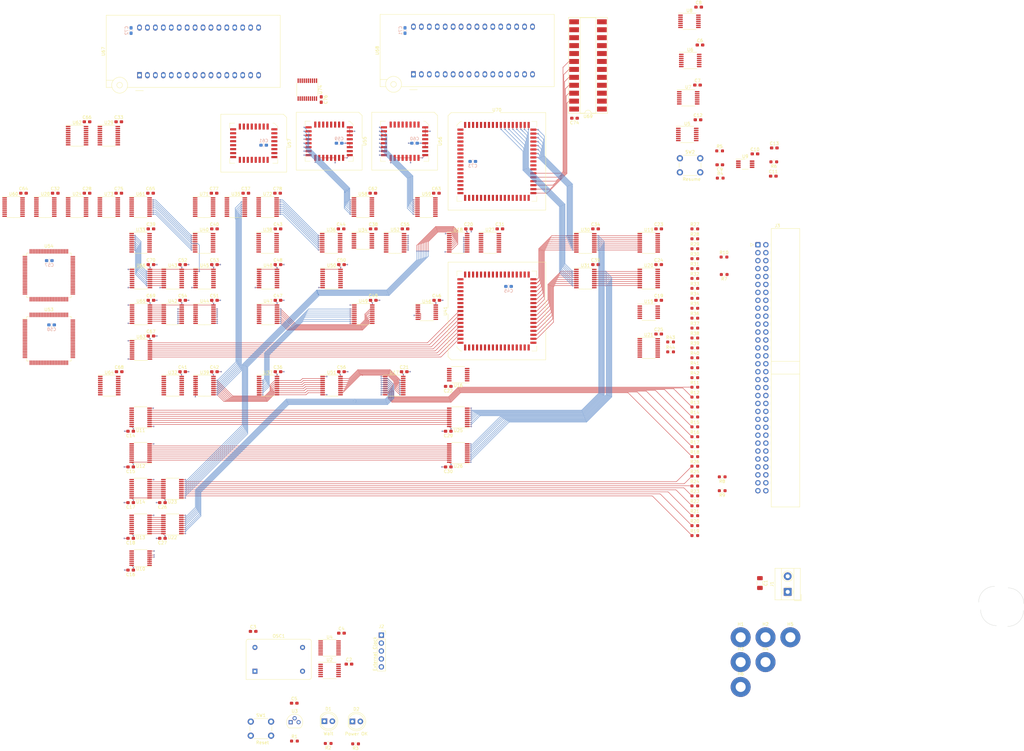
<source format=kicad_pcb>
(kicad_pcb (version 20171130) (host pcbnew "(5.1.9-0-10_14)")
  (title_block (title "Turtle16: Main Board") (rev 1) (comment 4 "Main board of the Turtle16 sixteen-bit microcomputer"))
  (layers (0 F.Cu signal) (1 In1.Cu power hide) (2 In2.Cu signal) (3 In3.Cu mixed hide) (4 In4.Cu power hide) (31 B.Cu signal) (34 B.Paste user) (35 F.Paste user) (36 B.SilkS user) (37 F.SilkS user) (38 B.Mask user) (39 F.Mask user) (44 Edge.Cuts user))
  (net 0 "")
  (net 1 GND)
  (net 2 VCC)
  (net 3 "Net-(D1-Pad2)")
  (net 4 "Net-(D1-Pad1)")
  (net 5 /Clock/~HLT)
  (net 6 "Net-(OSC1-Pad1)")
  (net 7 /EX/OVF)
  (net 8 /EX/Z)
  (net 9 /EX/Carry)
  (net 10 /EX/~J)
  (net 11 "Net-(R1-Pad2)")
  (net 12 "Net-(U4-Pad12)")
  (net 13 "Net-(D2-Pad1)")
  (net 14 /ID/sheet5FC16A8C/A15)
  (net 15 /ID/sheet5FC16A8C/A14)
  (net 16 /ID/sheet5FC16A8C/A13)
  (net 17 /ID/sheet5FC16A8C/A12)
  (net 18 /ID/sheet5FC16A8C/A11)
  (net 19 /ID/sheet5FC16A8C/A10)
  (net 20 /ID/sheet5FC16A8C/A9)
  (net 21 /ID/sheet5FC16A8C/A8)
  (net 22 /ID/sheet5FC16A8C/C15)
  (net 23 /ID/sheet5FC16A8C/C14)
  (net 24 /ID/sheet5FC16A8C/C13)
  (net 25 /ID/sheet5FC16A8C/C12)
  (net 26 /ID/sheet5FC16A8C/C11)
  (net 27 /ID/sheet5FC16A8C/C10)
  (net 28 /ID/sheet5FC16A8C/C9)
  (net 29 /ID/sheet5FC16A8C/C8)
  (net 30 /ID/~WRH)
  (net 31 /ID/sheet5FC16A8C/A7)
  (net 32 /ID/sheet5FC16A8C/A6)
  (net 33 /ID/sheet5FC16A8C/A5)
  (net 34 /ID/sheet5FC16A8C/A4)
  (net 35 /ID/sheet5FC16A8C/A3)
  (net 36 /ID/sheet5FC16A8C/A2)
  (net 37 /ID/sheet5FC16A8C/A1)
  (net 38 /ID/sheet5FC16A8C/A0)
  (net 39 /ID/sheet5FC16A8C/C7)
  (net 40 /ID/sheet5FC16A8C/C6)
  (net 41 /ID/sheet5FC16A8C/C5)
  (net 42 /ID/sheet5FC16A8C/C4)
  (net 43 /ID/sheet5FC16A8C/C3)
  (net 44 /ID/sheet5FC16A8C/C2)
  (net 45 /ID/sheet5FC16A8C/C1)
  (net 46 /ID/sheet5FC16A8C/C0)
  (net 47 /ID/~WRL)
  (net 48 /ID/sheet5FC16A8C/B15)
  (net 49 /ID/sheet5FC16A8C/B14)
  (net 50 /ID/sheet5FC16A8C/B13)
  (net 51 /ID/sheet5FC16A8C/B12)
  (net 52 /ID/sheet5FC16A8C/B11)
  (net 53 /ID/sheet5FC16A8C/B10)
  (net 54 /ID/sheet5FC16A8C/B9)
  (net 55 /ID/sheet5FC16A8C/B8)
  (net 56 /ID/sheet5FC16A8C/B7)
  (net 57 /ID/sheet5FC16A8C/B6)
  (net 58 /ID/sheet5FC16A8C/B5)
  (net 59 /ID/sheet5FC16A8C/B4)
  (net 60 /ID/sheet5FC16A8C/B3)
  (net 61 /ID/sheet5FC16A8C/B2)
  (net 62 /ID/sheet5FC16A8C/B1)
  (net 63 /ID/sheet5FC16A8C/B0)
  (net 64 "/System Bus Connector/Bank1")
  (net 65 "/System Bus Connector/Addr15")
  (net 66 "/System Bus Connector/Addr13")
  (net 67 "/System Bus Connector/Addr11")
  (net 68 "/System Bus Connector/Addr9")
  (net 69 "/System Bus Connector/Addr7")
  (net 70 "/System Bus Connector/Addr5")
  (net 71 "/System Bus Connector/Addr3")
  (net 72 "/System Bus Connector/Addr1")
  (net 73 "/System Bus Connector/IO7")
  (net 74 "/System Bus Connector/IO5")
  (net 75 "/System Bus Connector/IO3")
  (net 76 "/System Bus Connector/IO1")
  (net 77 "/System Bus Connector/Bank2")
  (net 78 "/System Bus Connector/Bank0")
  (net 79 "/System Bus Connector/Addr14")
  (net 80 "/System Bus Connector/Addr12")
  (net 81 "/System Bus Connector/Addr10")
  (net 82 "/System Bus Connector/Addr8")
  (net 83 "/System Bus Connector/Addr6")
  (net 84 "/System Bus Connector/Addr4")
  (net 85 "/System Bus Connector/Addr2")
  (net 86 "/System Bus Connector/Addr0")
  (net 87 "/System Bus Connector/IO6")
  (net 88 "/System Bus Connector/IO4")
  (net 89 "/System Bus Connector/IO2")
  (net 90 "/System Bus Connector/IO0")
  (net 91 "Net-(U2-Pad12)")
  (net 92 "Net-(U2-Pad10)")
  (net 93 "Net-(U2-Pad8)")
  (net 94 /EX/ALU/OVF)
  (net 95 /EX/ALU/Z)
  (net 96 /EX/ALU/C16)
  (net 97 "/ID/ID/EX A/A0")
  (net 98 "/ID/ID/EX A/A1")
  (net 99 "/ID/ID/EX A/A2")
  (net 100 "/ID/ID/EX A/A3")
  (net 101 "/ID/ID/EX A/A4")
  (net 102 "/ID/ID/EX A/A5")
  (net 103 "/ID/ID/EX A/A6")
  (net 104 "/ID/ID/EX A/A7")
  (net 105 "/ID/ID/EX A/A8")
  (net 106 "/ID/ID/EX A/A9")
  (net 107 "/ID/ID/EX A/A10")
  (net 108 "/ID/ID/EX A/A11")
  (net 109 "/ID/ID/EX A/A12")
  (net 110 "/ID/ID/EX A/A13")
  (net 111 "/ID/ID/EX A/A14")
  (net 112 "/ID/ID/EX A/A15")
  (net 113 "/EX/Select Right Operand/B0")
  (net 114 "/EX/Select Right Operand/B1")
  (net 115 "/EX/Select Right Operand/B2")
  (net 116 "/EX/Select Right Operand/B3")
  (net 117 "/EX/Select Right Operand/B4")
  (net 118 "/EX/Select Right Operand/B5")
  (net 119 "/EX/Select Right Operand/B6")
  (net 120 "/EX/Select Right Operand/B7")
  (net 121 "/EX/Select Right Operand/B8")
  (net 122 "/EX/Select Right Operand/B9")
  (net 123 "/EX/Select Right Operand/B10")
  (net 124 "/EX/Select Right Operand/B11")
  (net 125 "/EX/Select Right Operand/B12")
  (net 126 "/EX/Select Right Operand/B13")
  (net 127 "/EX/Select Right Operand/B14")
  (net 128 "/EX/Select Right Operand/B15")
  (net 129 /EX/ALU/RightOp7)
  (net 130 /EX/ALU/RightOp6)
  (net 131 /EX/ALU/RightOp5)
  (net 132 /EX/ALU/RightOp4)
  (net 133 /EX/ALU/RightOp3)
  (net 134 /EX/ALU/RightOp2)
  (net 135 /EX/ALU/RightOp1)
  (net 136 /EX/ALU/RightOp0)
  (net 137 /EX/ALU/RightOp8)
  (net 138 /EX/ALU/RightOp9)
  (net 139 /EX/ALU/RightOp10)
  (net 140 /EX/ALU/RightOp11)
  (net 141 /EX/ALU/RightOp12)
  (net 142 /EX/ALU/RightOp13)
  (net 143 /EX/ALU/RightOp14)
  (net 144 /EX/ALU/RightOp15)
  (net 145 /MEM/~MemLoad)
  (net 146 /MEM/~MemStore)
  (net 147 "/IF/Instruction Memory/PC7")
  (net 148 "/IF/Instruction Memory/PC6")
  (net 149 "/IF/Instruction Memory/PC5")
  (net 150 "/IF/Instruction Memory/PC4")
  (net 151 "/IF/Instruction Memory/PC3")
  (net 152 "/IF/Instruction Memory/PC2")
  (net 153 "/IF/Instruction Memory/PC1")
  (net 154 "/IF/Instruction Memory/PC0")
  (net 155 "/IF/Instruction Memory/PC15")
  (net 156 "/IF/Instruction Memory/PC14")
  (net 157 "/IF/Instruction Memory/PC13")
  (net 158 "/IF/Instruction Memory/PC12")
  (net 159 "/IF/Instruction Memory/PC11")
  (net 160 "/IF/Instruction Memory/PC10")
  (net 161 "/IF/Instruction Memory/PC9")
  (net 162 "/IF/Instruction Memory/PC8")
  (net 163 ~RST)
  (net 164 Phi2)
  (net 165 Phi1b)
  (net 166 Phi1c)
  (net 167 Phi1a)
  (net 168 "Net-(C9-Pad1)")
  (net 169 "Net-(D2-Pad2)")
  (net 170 "Net-(J2-Pad3)")
  (net 171 /ID/~WBEN)
  (net 172 "/ID/ID/EX ControlWord/Ctl_ID0")
  (net 173 "/ID/ID/EX ControlWord/Ctl_ID1")
  (net 174 "/ID/ID/EX ControlWord/Ctl_ID2")
  (net 175 "/ID/ID/EX ControlWord/Ctl_ID3")
  (net 176 "/ID/ID/EX ControlWord/Ctl_ID4")
  (net 177 "/ID/ID/EX ControlWord/Ctl_ID5")
  (net 178 "/ID/ID/EX ControlWord/Ctl_ID6")
  (net 179 "/ID/ID/EX ControlWord/Ctl_ID7")
  (net 180 "/ID/ID/EX ControlWord/Ctl_ID8")
  (net 181 "/ID/ID/EX ControlWord/Ctl_ID9")
  (net 182 "/ID/ID/EX ControlWord/Ctl_ID10")
  (net 183 "/ID/ID/EX ControlWord/Ctl_ID11")
  (net 184 "/ID/ID/EX ControlWord/Ctl_ID12")
  (net 185 "/ID/ID/EX ControlWord/Ctl_ID13")
  (net 186 "/ID/ID/EX ControlWord/Ctl_ID14")
  (net 187 "/ID/ID/EX ControlWord/Ctl_ID15")
  (net 188 "/ID/ID/EX ControlWord/Ctl_ID16")
  (net 189 "/ID/ID/EX ControlWord/Ctl_ID17")
  (net 190 "/ID/ID/EX ControlWord/Ctl_ID18")
  (net 191 "/ID/ID/EX ControlWord/Ctl_ID19")
  (net 192 "/ID/ID/EX ControlWord/Ctl_ID21")
  (net 193 "/ID/ID/EX ControlWord/Ctl_ID22")
  (net 194 "/ID/ID/EX ControlWord/Ctl_ID23")
  (net 195 /EX/Ctl_EX1)
  (net 196 /EX/Ctl_EX2)
  (net 197 /EX/Ctl_EX3)
  (net 198 /EX/Ctl_EX4)
  (net 199 /EX/Ctl_EX5)
  (net 200 /EX/Ctl_EX6)
  (net 201 /EX/Ctl_EX7)
  (net 202 /EX/Ctl_EX8)
  (net 203 /EX/Ctl_EX9)
  (net 204 /EX/Ctl_EX10)
  (net 205 /EX/Ctl_EX11)
  (net 206 /EX/sheet5FD8D6EB/Ctl_EX14)
  (net 207 /EX/sheet5FD8D6EB/Ctl_EX15)
  (net 208 /EX/sheet5FD8D6EB/Ctl_EX16)
  (net 209 /EX/sheet5FD8D6EB/Ctl_EX18)
  (net 210 /EX/sheet5FD8D6EB/Ctl_EX19)
  (net 211 /MEM/Ctl_MEM15)
  (net 212 /MEM/Ctl_MEM14)
  (net 213 /WB/Ctl_WB17)
  (net 214 /EX/sheet5FD8D6EB/Ctl_MEM19)
  (net 215 /EX/sheet5FD8D6EB/Ctl_MEM18)
  (net 216 /EX/sheet5FD8D6EB/Ctl_MEM17)
  (net 217 /ID/sheet5FC16A8C/SelC_WB2)
  (net 218 /ID/sheet5FC16A8C/SelC_WB1)
  (net 219 /ID/sheet5FC16A8C/SelC_WB0)
  (net 220 /EX/sheet5FD8D6EB/SelC_MEM2)
  (net 221 /EX/sheet5FD8D6EB/SelC_MEM1)
  (net 222 /EX/sheet5FD8D6EB/SelC_MEM0)
  (net 223 "/ID/ID/EX InstructionWord/Ins_ID5")
  (net 224 "/ID/ID/EX InstructionWord/Ins_ID6")
  (net 225 "/ID/ID/EX InstructionWord/Ins_ID7")
  (net 226 "/ID/ID/EX InstructionWord/Ins_ID2")
  (net 227 "/ID/ID/EX InstructionWord/Ins_ID3")
  (net 228 "/ID/ID/EX InstructionWord/Ins_ID4")
  (net 229 "/EX/Select Right Operand/Ins_EX0")
  (net 230 "/EX/Select Right Operand/Ins_EX1")
  (net 231 "/EX/Select Right Operand/Ins_EX2")
  (net 232 "/EX/Select Right Operand/Ins_EX3")
  (net 233 "/EX/Select Right Operand/Ins_EX4")
  (net 234 "/ID/ID/EX InstructionWord/Ins_ID1")
  (net 235 "/ID/ID/EX InstructionWord/Ins_ID0")
  (net 236 "/EX/Select Right Operand/Ins_EX8")
  (net 237 "/EX/Select Right Operand/Ins_EX9")
  (net 238 "/EX/Select Right Operand/Ins_EX10")
  (net 239 "/ID/ID/EX InstructionWord/Ins_ID10")
  (net 240 "/ID/ID/EX InstructionWord/Ins_ID9")
  (net 241 "/ID/ID/EX InstructionWord/Ins_ID8")
  (net 242 "/IF/Instruction Memory/Ins_IF7")
  (net 243 "/IF/Instruction Memory/Ins_IF6")
  (net 244 "/IF/Instruction Memory/Ins_IF5")
  (net 245 "/IF/Instruction Memory/Ins_IF4")
  (net 246 "/IF/Instruction Memory/Ins_IF3")
  (net 247 "/IF/Instruction Memory/Ins_IF2")
  (net 248 "/IF/Instruction Memory/Ins_IF1")
  (net 249 "/IF/Instruction Memory/Ins_IF0")
  (net 250 "/IF/Instruction Memory/Ins_IF15")
  (net 251 "/IF/Instruction Memory/Ins_IF14")
  (net 252 "/IF/Instruction Memory/Ins_IF13")
  (net 253 "/IF/Instruction Memory/Ins_IF12")
  (net 254 "/IF/Instruction Memory/Ins_IF11")
  (net 255 "/IF/Instruction Memory/Ins_IF10")
  (net 256 "/IF/Instruction Memory/Ins_IF9")
  (net 257 "/IF/Instruction Memory/Ins_IF8")
  (net 258 /EX/sheet5FDDE432/PC_EX7)
  (net 259 /EX/sheet5FDDE432/PC_EX6)
  (net 260 /EX/sheet5FDDE432/PC_EX5)
  (net 261 /EX/sheet5FDDE432/PC_EX4)
  (net 262 /EX/sheet5FDDE432/PC_EX3)
  (net 263 /EX/sheet5FDDE432/PC_EX2)
  (net 264 /EX/sheet5FDDE432/PC_EX1)
  (net 265 /EX/sheet5FDDE432/PC_EX0)
  (net 266 /EX/sheet5FDDE432/PC_EX15)
  (net 267 /EX/sheet5FDDE432/PC_EX14)
  (net 268 /EX/sheet5FDDE432/PC_EX13)
  (net 269 /EX/sheet5FDDE432/PC_EX12)
  (net 270 /EX/sheet5FDDE432/PC_EX11)
  (net 271 /EX/sheet5FDDE432/PC_EX10)
  (net 272 /EX/sheet5FDDE432/PC_EX9)
  (net 273 /EX/sheet5FDDE432/PC_EX8)
  (net 274 /EX/sheet5FD8D6EC/Y_MEM0)
  (net 275 /EX/sheet5FD8D6EC/Y_MEM1)
  (net 276 /EX/sheet5FD8D6EC/Y_MEM2)
  (net 277 /EX/sheet5FD8D6EC/Y_MEM3)
  (net 278 /EX/sheet5FD8D6EC/Y_MEM4)
  (net 279 /EX/sheet5FD8D6EC/Y_MEM5)
  (net 280 /EX/sheet5FD8D6EC/Y_MEM6)
  (net 281 /EX/sheet5FD8D6EC/Y_MEM7)
  (net 282 /EX/sheet5FD8D6EC/Y_MEM8)
  (net 283 /EX/sheet5FD8D6EC/Y_MEM9)
  (net 284 /EX/sheet5FD8D6EC/Y_MEM10)
  (net 285 /EX/sheet5FD8D6EC/Y_MEM11)
  (net 286 /EX/sheet5FD8D6EC/Y_MEM12)
  (net 287 /EX/sheet5FD8D6EC/Y_MEM13)
  (net 288 /EX/sheet5FD8D6EC/Y_MEM14)
  (net 289 /EX/sheet5FD8D6EC/Y_MEM15)
  (net 290 /EX/sheet5FD8D6EA/StoreOp_MEM0)
  (net 291 /EX/sheet5FD8D6EA/StoreOp_MEM1)
  (net 292 /EX/sheet5FD8D6EA/StoreOp_MEM2)
  (net 293 /EX/sheet5FD8D6EA/StoreOp_MEM3)
  (net 294 /EX/sheet5FD8D6EA/StoreOp_MEM4)
  (net 295 /EX/sheet5FD8D6EA/StoreOp_MEM5)
  (net 296 /EX/sheet5FD8D6EA/StoreOp_MEM6)
  (net 297 /EX/sheet5FD8D6EA/StoreOp_MEM7)
  (net 298 /EX/sheet5FD8D6EA/StoreOp_MEM8)
  (net 299 /EX/sheet5FD8D6EA/StoreOp_MEM9)
  (net 300 /EX/sheet5FD8D6EA/StoreOp_MEM10)
  (net 301 /EX/sheet5FD8D6EA/StoreOp_MEM11)
  (net 302 /EX/sheet5FD8D6EA/StoreOp_MEM12)
  (net 303 /EX/sheet5FD8D6EA/StoreOp_MEM13)
  (net 304 /EX/sheet5FD8D6EA/StoreOp_MEM14)
  (net 305 /EX/sheet5FD8D6EA/StoreOp_MEM15)
  (net 306 /EX/sheet5FD8D6EA/StoreOp_EX7)
  (net 307 /EX/sheet5FD8D6EA/StoreOp_EX6)
  (net 308 /EX/sheet5FD8D6EA/StoreOp_EX5)
  (net 309 /EX/sheet5FD8D6EA/StoreOp_EX4)
  (net 310 /EX/sheet5FD8D6EA/StoreOp_EX3)
  (net 311 /EX/sheet5FD8D6EA/StoreOp_EX2)
  (net 312 /EX/sheet5FD8D6EA/StoreOp_EX1)
  (net 313 /EX/sheet5FD8D6EA/StoreOp_EX0)
  (net 314 /EX/sheet5FD8D6EA/StoreOp_EX15)
  (net 315 /EX/sheet5FD8D6EA/StoreOp_EX14)
  (net 316 /EX/sheet5FD8D6EA/StoreOp_EX13)
  (net 317 /EX/sheet5FD8D6EA/StoreOp_EX12)
  (net 318 /EX/sheet5FD8D6EA/StoreOp_EX11)
  (net 319 /EX/sheet5FD8D6EA/StoreOp_EX10)
  (net 320 /EX/sheet5FD8D6EA/StoreOp_EX9)
  (net 321 /EX/sheet5FD8D6EA/StoreOp_EX8)
  (net 322 /MEM/Sheet5FD9EFDA/Y_WB7)
  (net 323 /MEM/Sheet5FD9EFDA/Y_WB6)
  (net 324 /MEM/Sheet5FD9EFDA/Y_WB5)
  (net 325 /MEM/Sheet5FD9EFDA/Y_WB4)
  (net 326 /MEM/Sheet5FD9EFDA/Y_WB3)
  (net 327 /MEM/Sheet5FD9EFDA/Y_WB2)
  (net 328 /MEM/Sheet5FD9EFDA/Y_WB1)
  (net 329 /MEM/Sheet5FD9EFDA/Y_WB0)
  (net 330 /MEM/Sheet5FD9EFDA/Y_WB15)
  (net 331 /MEM/Sheet5FD9EFDA/Y_WB14)
  (net 332 /MEM/Sheet5FD9EFDA/Y_WB13)
  (net 333 /MEM/Sheet5FD9EFDA/Y_WB12)
  (net 334 /MEM/Sheet5FD9EFDA/Y_WB11)
  (net 335 /MEM/Sheet5FD9EFDA/Y_WB10)
  (net 336 /MEM/Sheet5FD9EFDA/Y_WB9)
  (net 337 /MEM/Sheet5FD9EFDA/Y_WB8)
  (net 338 /MEM/sheet5FD56BF4/StoreOp_WB7)
  (net 339 /MEM/sheet5FD56BF4/StoreOp_WB6)
  (net 340 /MEM/sheet5FD56BF4/StoreOp_WB5)
  (net 341 /MEM/sheet5FD56BF4/StoreOp_WB4)
  (net 342 /MEM/sheet5FD56BF4/StoreOp_WB3)
  (net 343 /MEM/sheet5FD56BF4/StoreOp_WB2)
  (net 344 /MEM/sheet5FD56BF4/StoreOp_WB1)
  (net 345 /MEM/sheet5FD56BF4/StoreOp_WB0)
  (net 346 /MEM/sheet5FD56BF4/StoreOp_WB15)
  (net 347 /MEM/sheet5FD56BF4/StoreOp_WB14)
  (net 348 /MEM/sheet5FD56BF4/StoreOp_WB13)
  (net 349 /MEM/sheet5FD56BF4/StoreOp_WB12)
  (net 350 /MEM/sheet5FD56BF4/StoreOp_WB11)
  (net 351 /MEM/sheet5FD56BF4/StoreOp_WB10)
  (net 352 /MEM/sheet5FD56BF4/StoreOp_WB9)
  (net 353 /MEM/sheet5FD56BF4/StoreOp_WB8)
  (net 354 /EX/ALU/Y_EX7)
  (net 355 /EX/ALU/Y_EX6)
  (net 356 /EX/ALU/Y_EX5)
  (net 357 /EX/ALU/Y_EX4)
  (net 358 /EX/ALU/Y_EX3)
  (net 359 /EX/ALU/Y_EX2)
  (net 360 /EX/ALU/Y_EX1)
  (net 361 /EX/ALU/Y_EX0)
  (net 362 /EX/ALU/Y_EX8)
  (net 363 /EX/ALU/Y_EX9)
  (net 364 /EX/ALU/Y_EX10)
  (net 365 /EX/ALU/Y_EX11)
  (net 366 /EX/ALU/Y_EX12)
  (net 367 /EX/ALU/Y_EX13)
  (net 368 /EX/ALU/Y_EX14)
  (net 369 /EX/ALU/Y_EX15)
  (net 370 "/System Bus Connector/IO15")
  (net 371 "/System Bus Connector/IO13")
  (net 372 "/System Bus Connector/IO11")
  (net 373 "/System Bus Connector/IO9")
  (net 374 "/System Bus Connector/IO14")
  (net 375 "/System Bus Connector/IO12")
  (net 376 "/System Bus Connector/IO10")
  (net 377 "/System Bus Connector/IO8")
  (net 378 /EX/~JABS)
  (net 379 "Net-(U32-Pad19)")
  (net 380 /EX/sheet5FD8D6EB/Ctl_EX17)
  (net 381 /MEM/Ctl_MEM16)
  (net 382 /EX/sheet5FD8D6EB/Ctl_EX20)
  (net 383 /EX/sheet5FD8D6EB/Ctl_MEM20)
  (net 384 "Net-(U10-Pad10)")
  (net 385 "Net-(U21-Pad13)")
  (net 386 "Net-(U29-Pad15)")
  (net 387 "Net-(U34-Pad14)")
  (net 388 "Net-(U34-Pad13)")
  (net 389 "Net-(U34-Pad12)")
  (net 390 "/ID/ID/EX ControlWord/Ctl_ID20")
  (net 391 "/EX/Select Right Operand/Ins_EX7")
  (net 392 "/EX/Select Right Operand/Ins_EX6")
  (net 393 "/EX/Select Right Operand/Ins_EX5")
  (net 394 "/ID/Instruction Decoder/Ins_ID13")
  (net 395 "/ID/Instruction Decoder/Ins_ID12")
  (net 396 "/ID/Instruction Decoder/Ins_ID11")
  (net 397 "Net-(C11-Pad1)")
  (net 398 "Net-(C13-Pad1)")
  (net 399 /Clock/Phi1_0)
  (net 400 /Clock/Phi2_0)
  (net 401 /Clock/RDY)
  (net 402 "Net-(R4-Pad2)")
  (net 403 "Net-(U2-Pad6)")
  (net 404 "Net-(U3-Pad1)")
  (net 405 "Net-(U8-Pad2)")
  (net 406 "Net-(U10-Pad11)")
  (net 407 "Net-(U10-Pad9)")
  (net 408 "Net-(U15-Pad12)")
  (net 409 "Net-(U15-Pad10)")
  (net 410 "/MEM/Buffer Addr/~RDY")
  (net 411 "/ID/Instruction Decoder/Ins_ID15")
  (net 412 "/ID/Instruction Decoder/Ins_ID14")
  (net 413 "Net-(U5-Pad12)")
  (net 414 "Net-(U5-Pad10)")
  (net 415 "Net-(U5-Pad8)")
  (net 416 "Net-(U5-Pad6)")
  (net 417 "Net-(U5-Pad4)")
  (net 418 "Net-(U5-Pad1)")
  (net 419 "Net-(U6-Pad11)")
  (net 420 "Net-(U6-Pad10)")
  (net 421 "Net-(U6-Pad9)")
  (net 422 "Net-(U6-Pad8)")
  (net 423 "Net-(U6-Pad6)")
  (net 424 "Net-(U6-Pad5)")
  (net 425 "Net-(U6-Pad3)")
  (net 426 "Net-(U6-Pad1)")
  (net 427 "Net-(U7-Pad13)")
  (net 428 "Net-(U7-Pad10)")
  (net 429 "Net-(U7-Pad1)")
  (net 430 "Net-(U8-Pad12)")
  (net 431 "Net-(U8-Pad4)")
  (net 432 "Net-(U10-Pad14)")
  (net 433 "Net-(U10-Pad13)")
  (net 434 "Net-(U10-Pad12)")
  (net 435 "Net-(U10-Pad7)")
  (net 436 "Net-(U15-Pad8)")
  (net 437 "Net-(U15-Pad6)")
  (net 438 "Net-(U15-Pad4)")
  (net 439 "Net-(U16-Pad13)")
  (net 440 "Net-(U16-Pad10)")
  (net 441 "Net-(U16-Pad4)")
  (net 442 "Net-(U16-Pad1)")
  (net 443 "Net-(U21-Pad14)")
  (net 444 "Net-(U21-Pad12)")
  (net 445 "Net-(U21-Pad11)")
  (net 446 "Net-(U24-Pad15)")
  (net 447 "Net-(U27-Pad19)")
  (net 448 "Net-(U27-Pad16)")
  (net 449 "Net-(U27-Pad15)")
  (net 450 "Net-(U27-Pad12)")
  (net 451 "Net-(U27-Pad9)")
  (net 452 "Net-(U28-Pad12)")
  (net 453 "Net-(U29-Pad16)")
  (net 454 "Net-(U29-Pad14)")
  (net 455 "Net-(U29-Pad13)")
  (net 456 "Net-(U29-Pad12)")
  (net 457 "Net-(U34-Pad11)")
  (net 458 "Net-(U34-Pad10)")
  (net 459 "Net-(U34-Pad9)")
  (net 460 "Net-(U34-Pad7)")
  (net 461 "Net-(U42-Pad19)")
  (net 462 "Net-(U44-Pad19)")
  (net 463 "Net-(U46-Pad13)")
  (net 464 "Net-(U46-Pad12)")
  (net 465 "Net-(U46-Pad11)")
  (net 466 "Net-(U46-Pad10)")
  (net 467 "Net-(U46-Pad9)")
  (net 468 "Net-(U46-Pad7)")
  (net 469 "Net-(U53-Pad4)")
  (net 470 "Net-(U53-Pad3)")
  (net 471 "Net-(U53-Pad2)")
  (net 472 "Net-(U53-Pad1)")
  (net 473 "Net-(U54-Pad4)")
  (net 474 "Net-(U54-Pad3)")
  (net 475 "Net-(U54-Pad2)")
  (net 476 "Net-(U54-Pad1)")
  (net 477 "Net-(U60-Pad12)")
  (net 478 "Net-(U60-Pad13)")
  (net 479 "Net-(U60-Pad14)")
  (net 480 "Net-(U62-Pad12)")
  (net 481 "Net-(U62-Pad13)")
  (net 482 "Net-(U62-Pad14)")
  (net 483 "Net-(U62-Pad15)")
  (net 484 "Net-(U62-Pad16)")
  (net 485 "Net-(U67-Pad1)")
  (net 486 "Net-(U68-Pad1)")
  (net 487 "Net-(U69-Pad5)")
  (net 488 "Net-(U69-Pad6)")
  (net 489 "Net-(U69-Pad7)")
  (net 490 "Net-(U69-Pad8)")
  (net 491 "Net-(U69-Pad9)")
  (net 492 "Net-(U69-Pad10)")
  (net 493 "Net-(U69-Pad11)")
  (net 494 "Net-(U69-Pad14)")
  (net 495 "Net-(U69-Pad15)")
  (net 496 "Net-(U69-Pad16)")
  (net 497 "Net-(U69-Pad17)")
  (net 498 "Net-(U69-Pad18)")
  (net 499 "Net-(U69-Pad19)")
  (net 500 "Net-(U69-Pad20)")
  (net 501 "Net-(U70-Pad20)")
  (net 502 "Net-(U69-Pad21)")
  (net 503 "Net-(U69-Pad22)")
  (net 504 "Net-(U69-Pad23)")
  (net 505 "Net-(U70-Pad24)")
  (net 506 "Net-(U70-Pad23)")
  (net 507 "Net-(U70-Pad22)")
  (net 508 "Net-(U70-Pad21)")
  (net 509 "Net-(U10-Pad15)")
  (net 510 "Net-(U21-Pad16)")
  (net 511 "Net-(U21-Pad15)")
  (net 512 "Net-(U41-Pad22)")
  (net 513 "Net-(U41-Pad21)")
  (net 514 "Net-(U53-Pad82)")
  (net 515 "Net-(U53-Pad75)")
  (net 516 "Net-(U53-Pad74)")
  (net 517 "Net-(U53-Pad73)")
  (net 518 "Net-(U53-Pad72)")
  (net 519 "Net-(U53-Pad65)")
  (net 520 "Net-(U53-Pad60)")
  (net 521 "Net-(U53-Pad54)")
  (net 522 "Net-(U53-Pad53)")
  (net 523 "Net-(U53-Pad52)")
  (net 524 "Net-(U53-Pad51)")
  (net 525 "Net-(U53-Pad43)")
  (net 526 "Net-(U53-Pad25)")
  (net 527 "Net-(U53-Pad24)")
  (net 528 "Net-(U53-Pad23)")
  (net 529 "Net-(U53-Pad22)")
  (net 530 "Net-(U54-Pad82)")
  (net 531 "Net-(U54-Pad75)")
  (net 532 "Net-(U54-Pad74)")
  (net 533 "Net-(U54-Pad73)")
  (net 534 "Net-(U54-Pad72)")
  (net 535 "Net-(U54-Pad65)")
  (net 536 "Net-(U54-Pad60)")
  (net 537 "Net-(U54-Pad54)")
  (net 538 "Net-(U54-Pad53)")
  (net 539 "Net-(U54-Pad52)")
  (net 540 "Net-(U54-Pad51)")
  (net 541 "Net-(U54-Pad43)")
  (net 542 "Net-(U54-Pad25)")
  (net 543 "Net-(U54-Pad24)")
  (net 544 "Net-(U54-Pad23)")
  (net 545 "Net-(U54-Pad22)")
  (net 546 "Net-(U67-Pad30)")
  (net 547 "Net-(U68-Pad30)")
  (net 548 "Net-(U55-Pad30)")
  (net 549 "Net-(U55-Pad1)")
  (net 550 "Net-(U56-Pad30)")
  (net 551 "Net-(U56-Pad1)")
  (net 552 "Net-(U57-Pad30)")
  (net 553 "Net-(U57-Pad1)")
  (module TerminalBlock_MetzConnect:TerminalBlock_MetzConnect_Type055_RT01502HDWU_1x02_P5.00mm_Horizontal (layer F.Cu) (at 339.09 207.01 90)
    (fp_text reference J1 (at 2.5 -5.06 90) (layer F.SilkS))
    (fp_text value Screw_Terminal_01x02)
    (pad 2 thru_hole circle (at 5 0 90) (size 2.5 2.5) (drill 1.3) (layers *.Cu *.Mask) (net 2 VCC))
    (pad 1 thru_hole rect (at 0 0 90) (size 2.5 2.5) (drill 1.3) (layers *.Cu *.Mask) (net 1 GND))
  )
  (module Package_SO:TSSOP-20_4.4x6.5mm_P0.65mm (layer F.Cu) (at 162.56 83.82)
    (fp_text reference U35 (at 0 -4.2) (layer F.SilkS))
    (fp_text value 74ABT245)
    (pad 20 smd roundrect (at 2.8625 -2.925) (size 1.475 0.4) (layers F.Cu F.Paste F.Mask) (net 2 VCC))
    (pad 19 smd roundrect (at 2.8625 -2.275) (size 1.475 0.4) (layers F.Cu F.Paste F.Mask) (net 387 "Net-(U34-Pad14)"))
    (pad 18 smd roundrect (at 2.8625 -1.625) (size 1.475 0.4) (layers F.Cu F.Paste F.Mask) (net 313 /EX/sheet5FD8D6EA/StoreOp_EX0))
    (pad 17 smd roundrect (at 2.8625 -0.975) (size 1.475 0.4) (layers F.Cu F.Paste F.Mask) (net 312 /EX/sheet5FD8D6EA/StoreOp_EX1))
    (pad 16 smd roundrect (at 2.8625 -0.325) (size 1.475 0.4) (layers F.Cu F.Paste F.Mask) (net 311 /EX/sheet5FD8D6EA/StoreOp_EX2))
    (pad 15 smd roundrect (at 2.8625 0.325) (size 1.475 0.4) (layers F.Cu F.Paste F.Mask) (net 310 /EX/sheet5FD8D6EA/StoreOp_EX3))
    (pad 14 smd roundrect (at 2.8625 0.975) (size 1.475 0.4) (layers F.Cu F.Paste F.Mask) (net 309 /EX/sheet5FD8D6EA/StoreOp_EX4))
    (pad 13 smd roundrect (at 2.8625 1.625) (size 1.475 0.4) (layers F.Cu F.Paste F.Mask) (net 308 /EX/sheet5FD8D6EA/StoreOp_EX5))
    (pad 12 smd roundrect (at 2.8625 2.275) (size 1.475 0.4) (layers F.Cu F.Paste F.Mask) (net 307 /EX/sheet5FD8D6EA/StoreOp_EX6))
    (pad 11 smd roundrect (at 2.8625 2.925) (size 1.475 0.4) (layers F.Cu F.Paste F.Mask) (net 306 /EX/sheet5FD8D6EA/StoreOp_EX7))
    (pad 10 smd roundrect (at -2.8625 2.925) (size 1.475 0.4) (layers F.Cu F.Paste F.Mask) (net 1 GND))
    (pad 9 smd roundrect (at -2.8625 2.275) (size 1.475 0.4) (layers F.Cu F.Paste F.Mask) (net 258 /EX/sheet5FDDE432/PC_EX7))
    (pad 8 smd roundrect (at -2.8625 1.625) (size 1.475 0.4) (layers F.Cu F.Paste F.Mask) (net 259 /EX/sheet5FDDE432/PC_EX6))
    (pad 7 smd roundrect (at -2.8625 0.975) (size 1.475 0.4) (layers F.Cu F.Paste F.Mask) (net 260 /EX/sheet5FDDE432/PC_EX5))
    (pad 6 smd roundrect (at -2.8625 0.325) (size 1.475 0.4) (layers F.Cu F.Paste F.Mask) (net 261 /EX/sheet5FDDE432/PC_EX4))
    (pad 5 smd roundrect (at -2.8625 -0.325) (size 1.475 0.4) (layers F.Cu F.Paste F.Mask) (net 262 /EX/sheet5FDDE432/PC_EX3))
    (pad 4 smd roundrect (at -2.8625 -0.975) (size 1.475 0.4) (layers F.Cu F.Paste F.Mask) (net 263 /EX/sheet5FDDE432/PC_EX2))
    (pad 3 smd roundrect (at -2.8625 -1.625) (size 1.475 0.4) (layers F.Cu F.Paste F.Mask) (net 264 /EX/sheet5FDDE432/PC_EX1))
    (pad 2 smd roundrect (at -2.8625 -2.275) (size 1.475 0.4) (layers F.Cu F.Paste F.Mask) (net 265 /EX/sheet5FDDE432/PC_EX0))
    (pad 1 smd roundrect (at -2.8625 -2.925) (size 1.475 0.4) (layers F.Cu F.Paste F.Mask) (net 2 VCC))
  )
  (module Package_SO:TSSOP-20_4.4x6.5mm_P0.65mm (layer F.Cu) (at 185.42 46.228 270)
    (fp_text reference U74 (at 0 -4.2 90) (layer F.SilkS))
    (fp_text value 74AHCT574)
    (pad 20 smd roundrect (at 2.8625 -2.925 270) (size 1.475 0.4) (layers F.Cu F.Paste F.Mask) (net 2 VCC))
    (pad 19 smd roundrect (at 2.8625 -2.275 270) (size 1.475 0.4) (layers F.Cu F.Paste F.Mask) (net 241 "/ID/ID/EX InstructionWord/Ins_ID8"))
    (pad 18 smd roundrect (at 2.8625 -1.625 270) (size 1.475 0.4) (layers F.Cu F.Paste F.Mask) (net 240 "/ID/ID/EX InstructionWord/Ins_ID9"))
    (pad 17 smd roundrect (at 2.8625 -0.975 270) (size 1.475 0.4) (layers F.Cu F.Paste F.Mask) (net 239 "/ID/ID/EX InstructionWord/Ins_ID10"))
    (pad 16 smd roundrect (at 2.8625 -0.325 270) (size 1.475 0.4) (layers F.Cu F.Paste F.Mask) (net 396 "/ID/Instruction Decoder/Ins_ID11"))
    (pad 15 smd roundrect (at 2.8625 0.325 270) (size 1.475 0.4) (layers F.Cu F.Paste F.Mask) (net 395 "/ID/Instruction Decoder/Ins_ID12"))
    (pad 14 smd roundrect (at 2.8625 0.975 270) (size 1.475 0.4) (layers F.Cu F.Paste F.Mask) (net 394 "/ID/Instruction Decoder/Ins_ID13"))
    (pad 13 smd roundrect (at 2.8625 1.625 270) (size 1.475 0.4) (layers F.Cu F.Paste F.Mask) (net 412 "/ID/Instruction Decoder/Ins_ID14"))
    (pad 12 smd roundrect (at 2.8625 2.275 270) (size 1.475 0.4) (layers F.Cu F.Paste F.Mask) (net 411 "/ID/Instruction Decoder/Ins_ID15"))
    (pad 11 smd roundrect (at 2.8625 2.925 270) (size 1.475 0.4) (layers F.Cu F.Paste F.Mask) (net 165 Phi1b))
    (pad 10 smd roundrect (at -2.8625 2.925 270) (size 1.475 0.4) (layers F.Cu F.Paste F.Mask) (net 1 GND))
    (pad 9 smd roundrect (at -2.8625 2.275 270) (size 1.475 0.4) (layers F.Cu F.Paste F.Mask) (net 250 "/IF/Instruction Memory/Ins_IF15"))
    (pad 8 smd roundrect (at -2.8625 1.625 270) (size 1.475 0.4) (layers F.Cu F.Paste F.Mask) (net 251 "/IF/Instruction Memory/Ins_IF14"))
    (pad 7 smd roundrect (at -2.8625 0.975 270) (size 1.475 0.4) (layers F.Cu F.Paste F.Mask) (net 252 "/IF/Instruction Memory/Ins_IF13"))
    (pad 6 smd roundrect (at -2.8625 0.325 270) (size 1.475 0.4) (layers F.Cu F.Paste F.Mask) (net 253 "/IF/Instruction Memory/Ins_IF12"))
    (pad 5 smd roundrect (at -2.8625 -0.325 270) (size 1.475 0.4) (layers F.Cu F.Paste F.Mask) (net 254 "/IF/Instruction Memory/Ins_IF11"))
    (pad 4 smd roundrect (at -2.8625 -0.975 270) (size 1.475 0.4) (layers F.Cu F.Paste F.Mask) (net 255 "/IF/Instruction Memory/Ins_IF10"))
    (pad 3 smd roundrect (at -2.8625 -1.625 270) (size 1.475 0.4) (layers F.Cu F.Paste F.Mask) (net 256 "/IF/Instruction Memory/Ins_IF9"))
    (pad 2 smd roundrect (at -2.8625 -2.275 270) (size 1.475 0.4) (layers F.Cu F.Paste F.Mask) (net 257 "/IF/Instruction Memory/Ins_IF8"))
    (pad 1 smd roundrect (at -2.8625 -2.925 270) (size 1.475 0.4) (layers F.Cu F.Paste F.Mask) (net 1 GND))
  )
  (module Package_SO:TSSOP-20_4.4x6.5mm_P0.65mm (layer F.Cu) (at 121.92 83.82)
    (fp_text reference U73 (at 0 -4.2) (layer F.SilkS))
    (fp_text value 74AHCT574)
    (pad 20 smd roundrect (at 2.8625 -2.925) (size 1.475 0.4) (layers F.Cu F.Paste F.Mask) (net 2 VCC))
    (pad 19 smd roundrect (at 2.8625 -2.275) (size 1.475 0.4) (layers F.Cu F.Paste F.Mask) (net 235 "/ID/ID/EX InstructionWord/Ins_ID0"))
    (pad 18 smd roundrect (at 2.8625 -1.625) (size 1.475 0.4) (layers F.Cu F.Paste F.Mask) (net 234 "/ID/ID/EX InstructionWord/Ins_ID1"))
    (pad 17 smd roundrect (at 2.8625 -0.975) (size 1.475 0.4) (layers F.Cu F.Paste F.Mask) (net 226 "/ID/ID/EX InstructionWord/Ins_ID2"))
    (pad 16 smd roundrect (at 2.8625 -0.325) (size 1.475 0.4) (layers F.Cu F.Paste F.Mask) (net 227 "/ID/ID/EX InstructionWord/Ins_ID3"))
    (pad 15 smd roundrect (at 2.8625 0.325) (size 1.475 0.4) (layers F.Cu F.Paste F.Mask) (net 228 "/ID/ID/EX InstructionWord/Ins_ID4"))
    (pad 14 smd roundrect (at 2.8625 0.975) (size 1.475 0.4) (layers F.Cu F.Paste F.Mask) (net 223 "/ID/ID/EX InstructionWord/Ins_ID5"))
    (pad 13 smd roundrect (at 2.8625 1.625) (size 1.475 0.4) (layers F.Cu F.Paste F.Mask) (net 224 "/ID/ID/EX InstructionWord/Ins_ID6"))
    (pad 12 smd roundrect (at 2.8625 2.275) (size 1.475 0.4) (layers F.Cu F.Paste F.Mask) (net 225 "/ID/ID/EX InstructionWord/Ins_ID7"))
    (pad 11 smd roundrect (at 2.8625 2.925) (size 1.475 0.4) (layers F.Cu F.Paste F.Mask) (net 165 Phi1b))
    (pad 10 smd roundrect (at -2.8625 2.925) (size 1.475 0.4) (layers F.Cu F.Paste F.Mask) (net 1 GND))
    (pad 9 smd roundrect (at -2.8625 2.275) (size 1.475 0.4) (layers F.Cu F.Paste F.Mask) (net 242 "/IF/Instruction Memory/Ins_IF7"))
    (pad 8 smd roundrect (at -2.8625 1.625) (size 1.475 0.4) (layers F.Cu F.Paste F.Mask) (net 243 "/IF/Instruction Memory/Ins_IF6"))
    (pad 7 smd roundrect (at -2.8625 0.975) (size 1.475 0.4) (layers F.Cu F.Paste F.Mask) (net 244 "/IF/Instruction Memory/Ins_IF5"))
    (pad 6 smd roundrect (at -2.8625 0.325) (size 1.475 0.4) (layers F.Cu F.Paste F.Mask) (net 245 "/IF/Instruction Memory/Ins_IF4"))
    (pad 5 smd roundrect (at -2.8625 -0.325) (size 1.475 0.4) (layers F.Cu F.Paste F.Mask) (net 246 "/IF/Instruction Memory/Ins_IF3"))
    (pad 4 smd roundrect (at -2.8625 -0.975) (size 1.475 0.4) (layers F.Cu F.Paste F.Mask) (net 247 "/IF/Instruction Memory/Ins_IF2"))
    (pad 3 smd roundrect (at -2.8625 -1.625) (size 1.475 0.4) (layers F.Cu F.Paste F.Mask) (net 248 "/IF/Instruction Memory/Ins_IF1"))
    (pad 2 smd roundrect (at -2.8625 -2.275) (size 1.475 0.4) (layers F.Cu F.Paste F.Mask) (net 249 "/IF/Instruction Memory/Ins_IF0"))
    (pad 1 smd roundrect (at -2.8625 -2.925) (size 1.475 0.4) (layers F.Cu F.Paste F.Mask) (net 1 GND))
  )
  (module Package_SO:TSSOP-20_4.4x6.5mm_P0.65mm (layer F.Cu) (at 172.72 83.82)
    (fp_text reference U72 (at 0 -4.2) (layer F.SilkS))
    (fp_text value 74AHCT574)
    (pad 20 smd roundrect (at 2.8625 -2.925) (size 1.475 0.4) (layers F.Cu F.Paste F.Mask) (net 2 VCC))
    (pad 19 smd roundrect (at 2.8625 -2.275) (size 1.475 0.4) (layers F.Cu F.Paste F.Mask) (net 273 /EX/sheet5FDDE432/PC_EX8))
    (pad 18 smd roundrect (at 2.8625 -1.625) (size 1.475 0.4) (layers F.Cu F.Paste F.Mask) (net 272 /EX/sheet5FDDE432/PC_EX9))
    (pad 17 smd roundrect (at 2.8625 -0.975) (size 1.475 0.4) (layers F.Cu F.Paste F.Mask) (net 271 /EX/sheet5FDDE432/PC_EX10))
    (pad 16 smd roundrect (at 2.8625 -0.325) (size 1.475 0.4) (layers F.Cu F.Paste F.Mask) (net 270 /EX/sheet5FDDE432/PC_EX11))
    (pad 15 smd roundrect (at 2.8625 0.325) (size 1.475 0.4) (layers F.Cu F.Paste F.Mask) (net 269 /EX/sheet5FDDE432/PC_EX12))
    (pad 14 smd roundrect (at 2.8625 0.975) (size 1.475 0.4) (layers F.Cu F.Paste F.Mask) (net 268 /EX/sheet5FDDE432/PC_EX13))
    (pad 13 smd roundrect (at 2.8625 1.625) (size 1.475 0.4) (layers F.Cu F.Paste F.Mask) (net 267 /EX/sheet5FDDE432/PC_EX14))
    (pad 12 smd roundrect (at 2.8625 2.275) (size 1.475 0.4) (layers F.Cu F.Paste F.Mask) (net 266 /EX/sheet5FDDE432/PC_EX15))
    (pad 11 smd roundrect (at 2.8625 2.925) (size 1.475 0.4) (layers F.Cu F.Paste F.Mask) (net 165 Phi1b))
    (pad 10 smd roundrect (at -2.8625 2.925) (size 1.475 0.4) (layers F.Cu F.Paste F.Mask) (net 1 GND))
    (pad 9 smd roundrect (at -2.8625 2.275) (size 1.475 0.4) (layers F.Cu F.Paste F.Mask) (net 155 "/IF/Instruction Memory/PC15"))
    (pad 8 smd roundrect (at -2.8625 1.625) (size 1.475 0.4) (layers F.Cu F.Paste F.Mask) (net 156 "/IF/Instruction Memory/PC14"))
    (pad 7 smd roundrect (at -2.8625 0.975) (size 1.475 0.4) (layers F.Cu F.Paste F.Mask) (net 157 "/IF/Instruction Memory/PC13"))
    (pad 6 smd roundrect (at -2.8625 0.325) (size 1.475 0.4) (layers F.Cu F.Paste F.Mask) (net 158 "/IF/Instruction Memory/PC12"))
    (pad 5 smd roundrect (at -2.8625 -0.325) (size 1.475 0.4) (layers F.Cu F.Paste F.Mask) (net 159 "/IF/Instruction Memory/PC11"))
    (pad 4 smd roundrect (at -2.8625 -0.975) (size 1.475 0.4) (layers F.Cu F.Paste F.Mask) (net 160 "/IF/Instruction Memory/PC10"))
    (pad 3 smd roundrect (at -2.8625 -1.625) (size 1.475 0.4) (layers F.Cu F.Paste F.Mask) (net 161 "/IF/Instruction Memory/PC9"))
    (pad 2 smd roundrect (at -2.8625 -2.275) (size 1.475 0.4) (layers F.Cu F.Paste F.Mask) (net 162 "/IF/Instruction Memory/PC8"))
    (pad 1 smd roundrect (at -2.8625 -2.925) (size 1.475 0.4) (layers F.Cu F.Paste F.Mask) (net 1 GND))
  )
  (module Package_SO:TSSOP-20_4.4x6.5mm_P0.65mm (layer F.Cu) (at 152.4 83.82)
    (fp_text reference U71 (at 0 -4.2) (layer F.SilkS))
    (fp_text value 74AHCT574)
    (pad 20 smd roundrect (at 2.8625 -2.925) (size 1.475 0.4) (layers F.Cu F.Paste F.Mask) (net 2 VCC))
    (pad 19 smd roundrect (at 2.8625 -2.275) (size 1.475 0.4) (layers F.Cu F.Paste F.Mask) (net 265 /EX/sheet5FDDE432/PC_EX0))
    (pad 18 smd roundrect (at 2.8625 -1.625) (size 1.475 0.4) (layers F.Cu F.Paste F.Mask) (net 264 /EX/sheet5FDDE432/PC_EX1))
    (pad 17 smd roundrect (at 2.8625 -0.975) (size 1.475 0.4) (layers F.Cu F.Paste F.Mask) (net 263 /EX/sheet5FDDE432/PC_EX2))
    (pad 16 smd roundrect (at 2.8625 -0.325) (size 1.475 0.4) (layers F.Cu F.Paste F.Mask) (net 262 /EX/sheet5FDDE432/PC_EX3))
    (pad 15 smd roundrect (at 2.8625 0.325) (size 1.475 0.4) (layers F.Cu F.Paste F.Mask) (net 261 /EX/sheet5FDDE432/PC_EX4))
    (pad 14 smd roundrect (at 2.8625 0.975) (size 1.475 0.4) (layers F.Cu F.Paste F.Mask) (net 260 /EX/sheet5FDDE432/PC_EX5))
    (pad 13 smd roundrect (at 2.8625 1.625) (size 1.475 0.4) (layers F.Cu F.Paste F.Mask) (net 259 /EX/sheet5FDDE432/PC_EX6))
    (pad 12 smd roundrect (at 2.8625 2.275) (size 1.475 0.4) (layers F.Cu F.Paste F.Mask) (net 258 /EX/sheet5FDDE432/PC_EX7))
    (pad 11 smd roundrect (at 2.8625 2.925) (size 1.475 0.4) (layers F.Cu F.Paste F.Mask) (net 165 Phi1b))
    (pad 10 smd roundrect (at -2.8625 2.925) (size 1.475 0.4) (layers F.Cu F.Paste F.Mask) (net 1 GND))
    (pad 9 smd roundrect (at -2.8625 2.275) (size 1.475 0.4) (layers F.Cu F.Paste F.Mask) (net 147 "/IF/Instruction Memory/PC7"))
    (pad 8 smd roundrect (at -2.8625 1.625) (size 1.475 0.4) (layers F.Cu F.Paste F.Mask) (net 148 "/IF/Instruction Memory/PC6"))
    (pad 7 smd roundrect (at -2.8625 0.975) (size 1.475 0.4) (layers F.Cu F.Paste F.Mask) (net 149 "/IF/Instruction Memory/PC5"))
    (pad 6 smd roundrect (at -2.8625 0.325) (size 1.475 0.4) (layers F.Cu F.Paste F.Mask) (net 150 "/IF/Instruction Memory/PC4"))
    (pad 5 smd roundrect (at -2.8625 -0.325) (size 1.475 0.4) (layers F.Cu F.Paste F.Mask) (net 151 "/IF/Instruction Memory/PC3"))
    (pad 4 smd roundrect (at -2.8625 -0.975) (size 1.475 0.4) (layers F.Cu F.Paste F.Mask) (net 152 "/IF/Instruction Memory/PC2"))
    (pad 3 smd roundrect (at -2.8625 -1.625) (size 1.475 0.4) (layers F.Cu F.Paste F.Mask) (net 153 "/IF/Instruction Memory/PC1"))
    (pad 2 smd roundrect (at -2.8625 -2.275) (size 1.475 0.4) (layers F.Cu F.Paste F.Mask) (net 154 "/IF/Instruction Memory/PC0"))
    (pad 1 smd roundrect (at -2.8625 -2.925) (size 1.475 0.4) (layers F.Cu F.Paste F.Mask) (net 1 GND))
  )
  (module Package_LCC:PLCC-68_SMD-Socket (layer F.Cu) (at 246.0625 69.194)
    (fp_text reference U70 (at 0 -16.475) (layer F.SilkS))
    (fp_text value IDT7381)
    (pad 60 smd rect (at 11.6725 -10.16) (size 1.925 0.7) (layers F.Cu F.Paste F.Mask) (net 354 /EX/ALU/Y_EX7))
    (pad 59 smd rect (at 11.6725 -8.89) (size 1.925 0.7) (layers F.Cu F.Paste F.Mask) (net 355 /EX/ALU/Y_EX6))
    (pad 58 smd rect (at 11.6725 -7.62) (size 1.925 0.7) (layers F.Cu F.Paste F.Mask) (net 356 /EX/ALU/Y_EX5))
    (pad 57 smd rect (at 11.6725 -6.35) (size 1.925 0.7) (layers F.Cu F.Paste F.Mask) (net 357 /EX/ALU/Y_EX4))
    (pad 56 smd rect (at 11.6725 -5.08) (size 1.925 0.7) (layers F.Cu F.Paste F.Mask) (net 358 /EX/ALU/Y_EX3))
    (pad 55 smd rect (at 11.6725 -3.81) (size 1.925 0.7) (layers F.Cu F.Paste F.Mask) (net 359 /EX/ALU/Y_EX2))
    (pad 54 smd rect (at 11.6725 -2.54) (size 1.925 0.7) (layers F.Cu F.Paste F.Mask) (net 360 /EX/ALU/Y_EX1))
    (pad 53 smd rect (at 11.6725 -1.27) (size 1.925 0.7) (layers F.Cu F.Paste F.Mask) (net 361 /EX/ALU/Y_EX0))
    (pad 52 smd rect (at 11.6725 0) (size 1.925 0.7) (layers F.Cu F.Paste F.Mask) (net 1 GND))
    (pad 51 smd rect (at 11.6725 1.27) (size 1.925 0.7) (layers F.Cu F.Paste F.Mask) (net 1 GND))
    (pad 50 smd rect (at 11.6725 2.54) (size 1.925 0.7) (layers F.Cu F.Paste F.Mask) (net 1 GND))
    (pad 49 smd rect (at 11.6725 3.81) (size 1.925 0.7) (layers F.Cu F.Paste F.Mask) (net 498 "Net-(U69-Pad18)"))
    (pad 48 smd rect (at 11.6725 5.08) (size 1.925 0.7) (layers F.Cu F.Paste F.Mask) (net 499 "Net-(U69-Pad19)"))
    (pad 47 smd rect (at 11.6725 6.35) (size 1.925 0.7) (layers F.Cu F.Paste F.Mask) (net 500 "Net-(U69-Pad20)"))
    (pad 46 smd rect (at 11.6725 7.62) (size 1.925 0.7) (layers F.Cu F.Paste F.Mask) (net 502 "Net-(U69-Pad21)"))
    (pad 45 smd rect (at 11.6725 8.89) (size 1.925 0.7) (layers F.Cu F.Paste F.Mask) (net 503 "Net-(U69-Pad22)"))
    (pad 44 smd rect (at 11.6725 10.16) (size 1.925 0.7) (layers F.Cu F.Paste F.Mask) (net 504 "Net-(U69-Pad23)"))
    (pad 43 smd rect (at 10.16 11.6725) (size 0.7 1.925) (layers F.Cu F.Paste F.Mask) (net 154 "/IF/Instruction Memory/PC0"))
    (pad 42 smd rect (at 8.89 11.6725) (size 0.7 1.925) (layers F.Cu F.Paste F.Mask) (net 153 "/IF/Instruction Memory/PC1"))
    (pad 41 smd rect (at 7.62 11.6725) (size 0.7 1.925) (layers F.Cu F.Paste F.Mask) (net 152 "/IF/Instruction Memory/PC2"))
    (pad 40 smd rect (at 6.35 11.6725) (size 0.7 1.925) (layers F.Cu F.Paste F.Mask) (net 151 "/IF/Instruction Memory/PC3"))
    (pad 39 smd rect (at 5.08 11.6725) (size 0.7 1.925) (layers F.Cu F.Paste F.Mask) (net 150 "/IF/Instruction Memory/PC4"))
    (pad 38 smd rect (at 3.81 11.6725) (size 0.7 1.925) (layers F.Cu F.Paste F.Mask) (net 149 "/IF/Instruction Memory/PC5"))
    (pad 37 smd rect (at 2.54 11.6725) (size 0.7 1.925) (layers F.Cu F.Paste F.Mask) (net 148 "/IF/Instruction Memory/PC6"))
    (pad 36 smd rect (at 1.27 11.6725) (size 0.7 1.925) (layers F.Cu F.Paste F.Mask) (net 147 "/IF/Instruction Memory/PC7"))
    (pad 35 smd rect (at 0 11.6725) (size 0.7 1.925) (layers F.Cu F.Paste F.Mask) (net 162 "/IF/Instruction Memory/PC8"))
    (pad 34 smd rect (at -1.27 11.6725) (size 0.7 1.925) (layers F.Cu F.Paste F.Mask) (net 161 "/IF/Instruction Memory/PC9"))
    (pad 33 smd rect (at -2.54 11.6725) (size 0.7 1.925) (layers F.Cu F.Paste F.Mask) (net 160 "/IF/Instruction Memory/PC10"))
    (pad 32 smd rect (at -3.81 11.6725) (size 0.7 1.925) (layers F.Cu F.Paste F.Mask) (net 159 "/IF/Instruction Memory/PC11"))
    (pad 31 smd rect (at -5.08 11.6725) (size 0.7 1.925) (layers F.Cu F.Paste F.Mask) (net 158 "/IF/Instruction Memory/PC12"))
    (pad 30 smd rect (at -6.35 11.6725) (size 0.7 1.925) (layers F.Cu F.Paste F.Mask) (net 157 "/IF/Instruction Memory/PC13"))
    (pad 29 smd rect (at -7.62 11.6725) (size 0.7 1.925) (layers F.Cu F.Paste F.Mask) (net 156 "/IF/Instruction Memory/PC14"))
    (pad 28 smd rect (at -8.89 11.6725) (size 0.7 1.925) (layers F.Cu F.Paste F.Mask) (net 155 "/IF/Instruction Memory/PC15"))
    (pad 27 smd rect (at -10.16 11.6725) (size 0.7 1.925) (layers F.Cu F.Paste F.Mask) (net 1 GND))
    (pad 26 smd rect (at -11.6725 10.16) (size 1.925 0.7) (layers F.Cu F.Paste F.Mask) (net 2 VCC))
    (pad 25 smd rect (at -11.6725 8.89) (size 1.925 0.7) (layers F.Cu F.Paste F.Mask) (net 2 VCC))
    (pad 24 smd rect (at -11.6725 7.62) (size 1.925 0.7) (layers F.Cu F.Paste F.Mask) (net 505 "Net-(U70-Pad24)"))
    (pad 23 smd rect (at -11.6725 6.35) (size 1.925 0.7) (layers F.Cu F.Paste F.Mask) (net 506 "Net-(U70-Pad23)"))
    (pad 22 smd rect (at -11.6725 5.08) (size 1.925 0.7) (layers F.Cu F.Paste F.Mask) (net 507 "Net-(U70-Pad22)"))
    (pad 21 smd rect (at -11.6725 3.81) (size 1.925 0.7) (layers F.Cu F.Paste F.Mask) (net 508 "Net-(U70-Pad21)"))
    (pad 20 smd rect (at -11.6725 2.54) (size 1.925 0.7) (layers F.Cu F.Paste F.Mask) (net 501 "Net-(U70-Pad20)"))
    (pad 19 smd rect (at -11.6725 1.27) (size 1.925 0.7) (layers F.Cu F.Paste F.Mask) (net 1 GND))
    (pad 18 smd rect (at -11.6725 0) (size 1.925 0.7) (layers F.Cu F.Paste F.Mask) (net 2 VCC))
    (pad 17 smd rect (at -11.6725 -1.27) (size 1.925 0.7) (layers F.Cu F.Paste F.Mask) (net 166 Phi1c))
    (pad 16 smd rect (at -11.6725 -2.54) (size 1.925 0.7) (layers F.Cu F.Paste F.Mask) (net 155 "/IF/Instruction Memory/PC15"))
    (pad 15 smd rect (at -11.6725 -3.81) (size 1.925 0.7) (layers F.Cu F.Paste F.Mask) (net 156 "/IF/Instruction Memory/PC14"))
    (pad 14 smd rect (at -11.6725 -5.08) (size 1.925 0.7) (layers F.Cu F.Paste F.Mask) (net 157 "/IF/Instruction Memory/PC13"))
    (pad 13 smd rect (at -11.6725 -6.35) (size 1.925 0.7) (layers F.Cu F.Paste F.Mask) (net 158 "/IF/Instruction Memory/PC12"))
    (pad 12 smd rect (at -11.6725 -7.62) (size 1.925 0.7) (layers F.Cu F.Paste F.Mask) (net 159 "/IF/Instruction Memory/PC11"))
    (pad 11 smd rect (at -11.6725 -8.89) (size 1.925 0.7) (layers F.Cu F.Paste F.Mask) (net 160 "/IF/Instruction Memory/PC10"))
    (pad 10 smd rect (at -11.6725 -10.16) (size 1.925 0.7) (layers F.Cu F.Paste F.Mask) (net 161 "/IF/Instruction Memory/PC9"))
    (pad 61 smd rect (at 10.16 -11.6725) (size 0.7 1.925) (layers F.Cu F.Paste F.Mask) (net 362 /EX/ALU/Y_EX8))
    (pad 62 smd rect (at 8.89 -11.6725) (size 0.7 1.925) (layers F.Cu F.Paste F.Mask) (net 363 /EX/ALU/Y_EX9))
    (pad 63 smd rect (at 7.62 -11.6725) (size 0.7 1.925) (layers F.Cu F.Paste F.Mask) (net 364 /EX/ALU/Y_EX10))
    (pad 64 smd rect (at 6.35 -11.6725) (size 0.7 1.925) (layers F.Cu F.Paste F.Mask) (net 365 /EX/ALU/Y_EX11))
    (pad 65 smd rect (at 5.08 -11.6725) (size 0.7 1.925) (layers F.Cu F.Paste F.Mask) (net 366 /EX/ALU/Y_EX12))
    (pad 66 smd rect (at 3.81 -11.6725) (size 0.7 1.925) (layers F.Cu F.Paste F.Mask) (net 367 /EX/ALU/Y_EX13))
    (pad 67 smd rect (at 2.54 -11.6725) (size 0.7 1.925) (layers F.Cu F.Paste F.Mask) (net 368 /EX/ALU/Y_EX14))
    (pad 68 smd rect (at 1.27 -11.6725) (size 0.7 1.925) (layers F.Cu F.Paste F.Mask) (net 369 /EX/ALU/Y_EX15))
    (pad 9 smd rect (at -10.16 -11.6725) (size 0.7 1.925) (layers F.Cu F.Paste F.Mask) (net 162 "/IF/Instruction Memory/PC8"))
    (pad 8 smd rect (at -8.89 -11.6725) (size 0.7 1.925) (layers F.Cu F.Paste F.Mask) (net 147 "/IF/Instruction Memory/PC7"))
    (pad 7 smd rect (at -7.62 -11.6725) (size 0.7 1.925) (layers F.Cu F.Paste F.Mask) (net 148 "/IF/Instruction Memory/PC6"))
    (pad 6 smd rect (at -6.35 -11.6725) (size 0.7 1.925) (layers F.Cu F.Paste F.Mask) (net 149 "/IF/Instruction Memory/PC5"))
    (pad 5 smd rect (at -5.08 -11.6725) (size 0.7 1.925) (layers F.Cu F.Paste F.Mask) (net 150 "/IF/Instruction Memory/PC4"))
    (pad 4 smd rect (at -3.81 -11.6725) (size 0.7 1.925) (layers F.Cu F.Paste F.Mask) (net 151 "/IF/Instruction Memory/PC3"))
    (pad 3 smd rect (at -2.54 -11.6725) (size 0.7 1.925) (layers F.Cu F.Paste F.Mask) (net 152 "/IF/Instruction Memory/PC2"))
    (pad 2 smd rect (at -1.27 -11.6725) (size 0.7 1.925) (layers F.Cu F.Paste F.Mask) (net 153 "/IF/Instruction Memory/PC1"))
    (pad 1 smd rect (at 0 -11.6725) (size 0.7 1.925) (layers F.Cu F.Paste F.Mask) (net 154 "/IF/Instruction Memory/PC0"))
  )
  (module Package_DIP:DIP-24_W8.89mm_SMDSocket_LongPads (layer F.Cu) (at 275.209 38.481 180)
    (fp_text reference U69 (at 0 -16.3) (layer F.SilkS))
    (fp_text value ATF22V10C-7PX)
    (pad 24 smd rect (at 4.445 -13.97 180) (size 3.1 1.6) (layers F.Cu F.Paste F.Mask) (net 2 VCC))
    (pad 12 smd rect (at -4.445 13.97 180) (size 3.1 1.6) (layers F.Cu F.Paste F.Mask) (net 1 GND))
    (pad 23 smd rect (at 4.445 -11.43 180) (size 3.1 1.6) (layers F.Cu F.Paste F.Mask) (net 504 "Net-(U69-Pad23)"))
    (pad 11 smd rect (at -4.445 11.43 180) (size 3.1 1.6) (layers F.Cu F.Paste F.Mask) (net 493 "Net-(U69-Pad11)"))
    (pad 22 smd rect (at 4.445 -8.89 180) (size 3.1 1.6) (layers F.Cu F.Paste F.Mask) (net 503 "Net-(U69-Pad22)"))
    (pad 10 smd rect (at -4.445 8.89 180) (size 3.1 1.6) (layers F.Cu F.Paste F.Mask) (net 492 "Net-(U69-Pad10)"))
    (pad 21 smd rect (at 4.445 -6.35 180) (size 3.1 1.6) (layers F.Cu F.Paste F.Mask) (net 502 "Net-(U69-Pad21)"))
    (pad 9 smd rect (at -4.445 6.35 180) (size 3.1 1.6) (layers F.Cu F.Paste F.Mask) (net 491 "Net-(U69-Pad9)"))
    (pad 20 smd rect (at 4.445 -3.81 180) (size 3.1 1.6) (layers F.Cu F.Paste F.Mask) (net 500 "Net-(U69-Pad20)"))
    (pad 8 smd rect (at -4.445 3.81 180) (size 3.1 1.6) (layers F.Cu F.Paste F.Mask) (net 490 "Net-(U69-Pad8)"))
    (pad 19 smd rect (at 4.445 -1.27 180) (size 3.1 1.6) (layers F.Cu F.Paste F.Mask) (net 499 "Net-(U69-Pad19)"))
    (pad 7 smd rect (at -4.445 1.27 180) (size 3.1 1.6) (layers F.Cu F.Paste F.Mask) (net 489 "Net-(U69-Pad7)"))
    (pad 18 smd rect (at 4.445 1.27 180) (size 3.1 1.6) (layers F.Cu F.Paste F.Mask) (net 498 "Net-(U69-Pad18)"))
    (pad 6 smd rect (at -4.445 -1.27 180) (size 3.1 1.6) (layers F.Cu F.Paste F.Mask) (net 488 "Net-(U69-Pad6)"))
    (pad 17 smd rect (at 4.445 3.81 180) (size 3.1 1.6) (layers F.Cu F.Paste F.Mask) (net 497 "Net-(U69-Pad17)"))
    (pad 5 smd rect (at -4.445 -3.81 180) (size 3.1 1.6) (layers F.Cu F.Paste F.Mask) (net 487 "Net-(U69-Pad5)"))
    (pad 16 smd rect (at 4.445 6.35 180) (size 3.1 1.6) (layers F.Cu F.Paste F.Mask) (net 496 "Net-(U69-Pad16)"))
    (pad 4 smd rect (at -4.445 -6.35 180) (size 3.1 1.6) (layers F.Cu F.Paste F.Mask) (net 378 /EX/~JABS))
    (pad 15 smd rect (at 4.445 8.89 180) (size 3.1 1.6) (layers F.Cu F.Paste F.Mask) (net 495 "Net-(U69-Pad15)"))
    (pad 3 smd rect (at -4.445 -8.89 180) (size 3.1 1.6) (layers F.Cu F.Paste F.Mask) (net 10 /EX/~J))
    (pad 14 smd rect (at 4.445 11.43 180) (size 3.1 1.6) (layers F.Cu F.Paste F.Mask) (net 494 "Net-(U69-Pad14)"))
    (pad 2 smd rect (at -4.445 -11.43 180) (size 3.1 1.6) (layers F.Cu F.Paste F.Mask) (net 163 ~RST))
    (pad 13 smd rect (at 4.445 13.97 180) (size 3.1 1.6) (layers F.Cu F.Paste F.Mask) (net 1 GND))
    (pad 1 smd rect (at -4.445 -13.97 180) (size 3.1 1.6) (layers F.Cu F.Paste F.Mask) (net 166 Phi1c))
  )
  (module Socket:DIP_Socket-32_W11.9_W12.7_W15.24_W17.78_W18.5_3M_232-1285-00-0602J (layer F.Cu) (at 219.356 41.327 90)
    (fp_text reference U68 (at 7.62 -11.56 90) (layer F.SilkS))
    (fp_text value SST39SF010A-45-4I-NHE)
    (pad 1 thru_hole rect (at 0 0 90) (size 2 1.44) (drill 1) (layers *.Cu *.Mask) (net 486 "Net-(U68-Pad1)"))
    (pad 32 thru_hole oval (at 15.24 0 90) (size 2 1.44) (drill 1) (layers *.Cu *.Mask) (net 2 VCC))
    (pad 2 thru_hole oval (at 0 2.54 90) (size 2 1.44) (drill 1) (layers *.Cu *.Mask) (net 1 GND))
    (pad 31 thru_hole oval (at 15.24 2.54 90) (size 2 1.44) (drill 1) (layers *.Cu *.Mask) (net 2 VCC))
    (pad 3 thru_hole oval (at 0 5.08 90) (size 2 1.44) (drill 1) (layers *.Cu *.Mask) (net 155 "/IF/Instruction Memory/PC15"))
    (pad 30 thru_hole oval (at 15.24 5.08 90) (size 2 1.44) (drill 1) (layers *.Cu *.Mask) (net 547 "Net-(U68-Pad30)"))
    (pad 4 thru_hole oval (at 0 7.62 90) (size 2 1.44) (drill 1) (layers *.Cu *.Mask) (net 158 "/IF/Instruction Memory/PC12"))
    (pad 29 thru_hole oval (at 15.24 7.62 90) (size 2 1.44) (drill 1) (layers *.Cu *.Mask) (net 156 "/IF/Instruction Memory/PC14"))
    (pad 5 thru_hole oval (at 0 10.16 90) (size 2 1.44) (drill 1) (layers *.Cu *.Mask) (net 147 "/IF/Instruction Memory/PC7"))
    (pad 28 thru_hole oval (at 15.24 10.16 90) (size 2 1.44) (drill 1) (layers *.Cu *.Mask) (net 157 "/IF/Instruction Memory/PC13"))
    (pad 6 thru_hole oval (at 0 12.7 90) (size 2 1.44) (drill 1) (layers *.Cu *.Mask) (net 148 "/IF/Instruction Memory/PC6"))
    (pad 27 thru_hole oval (at 15.24 12.7 90) (size 2 1.44) (drill 1) (layers *.Cu *.Mask) (net 162 "/IF/Instruction Memory/PC8"))
    (pad 7 thru_hole oval (at 0 15.24 90) (size 2 1.44) (drill 1) (layers *.Cu *.Mask) (net 149 "/IF/Instruction Memory/PC5"))
    (pad 26 thru_hole oval (at 15.24 15.24 90) (size 2 1.44) (drill 1) (layers *.Cu *.Mask) (net 161 "/IF/Instruction Memory/PC9"))
    (pad 8 thru_hole oval (at 0 17.78 90) (size 2 1.44) (drill 1) (layers *.Cu *.Mask) (net 150 "/IF/Instruction Memory/PC4"))
    (pad 25 thru_hole oval (at 15.24 17.78 90) (size 2 1.44) (drill 1) (layers *.Cu *.Mask) (net 159 "/IF/Instruction Memory/PC11"))
    (pad 9 thru_hole oval (at 0 20.32 90) (size 2 1.44) (drill 1) (layers *.Cu *.Mask) (net 151 "/IF/Instruction Memory/PC3"))
    (pad 24 thru_hole oval (at 15.24 20.32 90) (size 2 1.44) (drill 1) (layers *.Cu *.Mask) (net 1 GND))
    (pad 10 thru_hole oval (at 0 22.86 90) (size 2 1.44) (drill 1) (layers *.Cu *.Mask) (net 152 "/IF/Instruction Memory/PC2"))
    (pad 23 thru_hole oval (at 15.24 22.86 90) (size 2 1.44) (drill 1) (layers *.Cu *.Mask) (net 160 "/IF/Instruction Memory/PC10"))
    (pad 11 thru_hole oval (at 0 25.4 90) (size 2 1.44) (drill 1) (layers *.Cu *.Mask) (net 153 "/IF/Instruction Memory/PC1"))
    (pad 22 thru_hole oval (at 15.24 25.4 90) (size 2 1.44) (drill 1) (layers *.Cu *.Mask) (net 1 GND))
    (pad 12 thru_hole oval (at 0 27.94 90) (size 2 1.44) (drill 1) (layers *.Cu *.Mask) (net 154 "/IF/Instruction Memory/PC0"))
    (pad 21 thru_hole oval (at 15.24 27.94 90) (size 2 1.44) (drill 1) (layers *.Cu *.Mask) (net 250 "/IF/Instruction Memory/Ins_IF15"))
    (pad 13 thru_hole oval (at 0 30.48 90) (size 2 1.44) (drill 1) (layers *.Cu *.Mask) (net 257 "/IF/Instruction Memory/Ins_IF8"))
    (pad 20 thru_hole oval (at 15.24 30.48 90) (size 2 1.44) (drill 1) (layers *.Cu *.Mask) (net 251 "/IF/Instruction Memory/Ins_IF14"))
    (pad 14 thru_hole oval (at 0 33.02 90) (size 2 1.44) (drill 1) (layers *.Cu *.Mask) (net 256 "/IF/Instruction Memory/Ins_IF9"))
    (pad 19 thru_hole oval (at 15.24 33.02 90) (size 2 1.44) (drill 1) (layers *.Cu *.Mask) (net 252 "/IF/Instruction Memory/Ins_IF13"))
    (pad 15 thru_hole oval (at 0 35.56 90) (size 2 1.44) (drill 1) (layers *.Cu *.Mask) (net 255 "/IF/Instruction Memory/Ins_IF10"))
    (pad 18 thru_hole oval (at 15.24 35.56 90) (size 2 1.44) (drill 1) (layers *.Cu *.Mask) (net 253 "/IF/Instruction Memory/Ins_IF12"))
    (pad 16 thru_hole oval (at 0 38.1 90) (size 2 1.44) (drill 1) (layers *.Cu *.Mask) (net 1 GND))
    (pad 17 thru_hole oval (at 15.24 38.1 90) (size 2 1.44) (drill 1) (layers *.Cu *.Mask) (net 254 "/IF/Instruction Memory/Ins_IF11"))
  )
  (module Socket:DIP_Socket-32_W11.9_W12.7_W15.24_W17.78_W18.5_3M_232-1285-00-0602J (layer F.Cu) (at 131.726 41.597 90)
    (fp_text reference U67 (at 7.62 -11.56 90) (layer F.SilkS))
    (fp_text value SST39SF010A-45-4I-NHE)
    (pad 1 thru_hole rect (at 0 0 90) (size 2 1.44) (drill 1) (layers *.Cu *.Mask) (net 485 "Net-(U67-Pad1)"))
    (pad 32 thru_hole oval (at 15.24 0 90) (size 2 1.44) (drill 1) (layers *.Cu *.Mask) (net 2 VCC))
    (pad 2 thru_hole oval (at 0 2.54 90) (size 2 1.44) (drill 1) (layers *.Cu *.Mask) (net 1 GND))
    (pad 31 thru_hole oval (at 15.24 2.54 90) (size 2 1.44) (drill 1) (layers *.Cu *.Mask) (net 2 VCC))
    (pad 3 thru_hole oval (at 0 5.08 90) (size 2 1.44) (drill 1) (layers *.Cu *.Mask) (net 155 "/IF/Instruction Memory/PC15"))
    (pad 30 thru_hole oval (at 15.24 5.08 90) (size 2 1.44) (drill 1) (layers *.Cu *.Mask) (net 546 "Net-(U67-Pad30)"))
    (pad 4 thru_hole oval (at 0 7.62 90) (size 2 1.44) (drill 1) (layers *.Cu *.Mask) (net 158 "/IF/Instruction Memory/PC12"))
    (pad 29 thru_hole oval (at 15.24 7.62 90) (size 2 1.44) (drill 1) (layers *.Cu *.Mask) (net 156 "/IF/Instruction Memory/PC14"))
    (pad 5 thru_hole oval (at 0 10.16 90) (size 2 1.44) (drill 1) (layers *.Cu *.Mask) (net 147 "/IF/Instruction Memory/PC7"))
    (pad 28 thru_hole oval (at 15.24 10.16 90) (size 2 1.44) (drill 1) (layers *.Cu *.Mask) (net 157 "/IF/Instruction Memory/PC13"))
    (pad 6 thru_hole oval (at 0 12.7 90) (size 2 1.44) (drill 1) (layers *.Cu *.Mask) (net 148 "/IF/Instruction Memory/PC6"))
    (pad 27 thru_hole oval (at 15.24 12.7 90) (size 2 1.44) (drill 1) (layers *.Cu *.Mask) (net 162 "/IF/Instruction Memory/PC8"))
    (pad 7 thru_hole oval (at 0 15.24 90) (size 2 1.44) (drill 1) (layers *.Cu *.Mask) (net 149 "/IF/Instruction Memory/PC5"))
    (pad 26 thru_hole oval (at 15.24 15.24 90) (size 2 1.44) (drill 1) (layers *.Cu *.Mask) (net 161 "/IF/Instruction Memory/PC9"))
    (pad 8 thru_hole oval (at 0 17.78 90) (size 2 1.44) (drill 1) (layers *.Cu *.Mask) (net 150 "/IF/Instruction Memory/PC4"))
    (pad 25 thru_hole oval (at 15.24 17.78 90) (size 2 1.44) (drill 1) (layers *.Cu *.Mask) (net 159 "/IF/Instruction Memory/PC11"))
    (pad 9 thru_hole oval (at 0 20.32 90) (size 2 1.44) (drill 1) (layers *.Cu *.Mask) (net 151 "/IF/Instruction Memory/PC3"))
    (pad 24 thru_hole oval (at 15.24 20.32 90) (size 2 1.44) (drill 1) (layers *.Cu *.Mask) (net 1 GND))
    (pad 10 thru_hole oval (at 0 22.86 90) (size 2 1.44) (drill 1) (layers *.Cu *.Mask) (net 152 "/IF/Instruction Memory/PC2"))
    (pad 23 thru_hole oval (at 15.24 22.86 90) (size 2 1.44) (drill 1) (layers *.Cu *.Mask) (net 160 "/IF/Instruction Memory/PC10"))
    (pad 11 thru_hole oval (at 0 25.4 90) (size 2 1.44) (drill 1) (layers *.Cu *.Mask) (net 153 "/IF/Instruction Memory/PC1"))
    (pad 22 thru_hole oval (at 15.24 25.4 90) (size 2 1.44) (drill 1) (layers *.Cu *.Mask) (net 1 GND))
    (pad 12 thru_hole oval (at 0 27.94 90) (size 2 1.44) (drill 1) (layers *.Cu *.Mask) (net 154 "/IF/Instruction Memory/PC0"))
    (pad 21 thru_hole oval (at 15.24 27.94 90) (size 2 1.44) (drill 1) (layers *.Cu *.Mask) (net 242 "/IF/Instruction Memory/Ins_IF7"))
    (pad 13 thru_hole oval (at 0 30.48 90) (size 2 1.44) (drill 1) (layers *.Cu *.Mask) (net 249 "/IF/Instruction Memory/Ins_IF0"))
    (pad 20 thru_hole oval (at 15.24 30.48 90) (size 2 1.44) (drill 1) (layers *.Cu *.Mask) (net 243 "/IF/Instruction Memory/Ins_IF6"))
    (pad 14 thru_hole oval (at 0 33.02 90) (size 2 1.44) (drill 1) (layers *.Cu *.Mask) (net 248 "/IF/Instruction Memory/Ins_IF1"))
    (pad 19 thru_hole oval (at 15.24 33.02 90) (size 2 1.44) (drill 1) (layers *.Cu *.Mask) (net 244 "/IF/Instruction Memory/Ins_IF5"))
    (pad 15 thru_hole oval (at 0 35.56 90) (size 2 1.44) (drill 1) (layers *.Cu *.Mask) (net 247 "/IF/Instruction Memory/Ins_IF2"))
    (pad 18 thru_hole oval (at 15.24 35.56 90) (size 2 1.44) (drill 1) (layers *.Cu *.Mask) (net 245 "/IF/Instruction Memory/Ins_IF4"))
    (pad 16 thru_hole oval (at 0 38.1 90) (size 2 1.44) (drill 1) (layers *.Cu *.Mask) (net 1 GND))
    (pad 17 thru_hole oval (at 15.24 38.1 90) (size 2 1.44) (drill 1) (layers *.Cu *.Mask) (net 246 "/IF/Instruction Memory/Ins_IF3"))
  )
  (module Package_SO:TSSOP-20_4.4x6.5mm_P0.65mm (layer F.Cu) (at 132.207 106.68)
    (fp_text reference U66 (at 0 -4.2) (layer F.SilkS))
    (fp_text value 74AHCT574)
    (pad 20 smd roundrect (at 2.8625 -2.925) (size 1.475 0.4) (layers F.Cu F.Paste F.Mask) (net 2 VCC))
    (pad 19 smd roundrect (at 2.8625 -2.275) (size 1.475 0.4) (layers F.Cu F.Paste F.Mask) (net 121 "/EX/Select Right Operand/B8"))
    (pad 18 smd roundrect (at 2.8625 -1.625) (size 1.475 0.4) (layers F.Cu F.Paste F.Mask) (net 122 "/EX/Select Right Operand/B9"))
    (pad 17 smd roundrect (at 2.8625 -0.975) (size 1.475 0.4) (layers F.Cu F.Paste F.Mask) (net 123 "/EX/Select Right Operand/B10"))
    (pad 16 smd roundrect (at 2.8625 -0.325) (size 1.475 0.4) (layers F.Cu F.Paste F.Mask) (net 124 "/EX/Select Right Operand/B11"))
    (pad 15 smd roundrect (at 2.8625 0.325) (size 1.475 0.4) (layers F.Cu F.Paste F.Mask) (net 125 "/EX/Select Right Operand/B12"))
    (pad 14 smd roundrect (at 2.8625 0.975) (size 1.475 0.4) (layers F.Cu F.Paste F.Mask) (net 126 "/EX/Select Right Operand/B13"))
    (pad 13 smd roundrect (at 2.8625 1.625) (size 1.475 0.4) (layers F.Cu F.Paste F.Mask) (net 127 "/EX/Select Right Operand/B14"))
    (pad 12 smd roundrect (at 2.8625 2.275) (size 1.475 0.4) (layers F.Cu F.Paste F.Mask) (net 128 "/EX/Select Right Operand/B15"))
    (pad 11 smd roundrect (at 2.8625 2.925) (size 1.475 0.4) (layers F.Cu F.Paste F.Mask) (net 165 Phi1b))
    (pad 10 smd roundrect (at -2.8625 2.925) (size 1.475 0.4) (layers F.Cu F.Paste F.Mask) (net 1 GND))
    (pad 9 smd roundrect (at -2.8625 2.275) (size 1.475 0.4) (layers F.Cu F.Paste F.Mask) (net 48 /ID/sheet5FC16A8C/B15))
    (pad 8 smd roundrect (at -2.8625 1.625) (size 1.475 0.4) (layers F.Cu F.Paste F.Mask) (net 49 /ID/sheet5FC16A8C/B14))
    (pad 7 smd roundrect (at -2.8625 0.975) (size 1.475 0.4) (layers F.Cu F.Paste F.Mask) (net 50 /ID/sheet5FC16A8C/B13))
    (pad 6 smd roundrect (at -2.8625 0.325) (size 1.475 0.4) (layers F.Cu F.Paste F.Mask) (net 51 /ID/sheet5FC16A8C/B12))
    (pad 5 smd roundrect (at -2.8625 -0.325) (size 1.475 0.4) (layers F.Cu F.Paste F.Mask) (net 52 /ID/sheet5FC16A8C/B11))
    (pad 4 smd roundrect (at -2.8625 -0.975) (size 1.475 0.4) (layers F.Cu F.Paste F.Mask) (net 53 /ID/sheet5FC16A8C/B10))
    (pad 3 smd roundrect (at -2.8625 -1.625) (size 1.475 0.4) (layers F.Cu F.Paste F.Mask) (net 54 /ID/sheet5FC16A8C/B9))
    (pad 2 smd roundrect (at -2.8625 -2.275) (size 1.475 0.4) (layers F.Cu F.Paste F.Mask) (net 55 /ID/sheet5FC16A8C/B8))
    (pad 1 smd roundrect (at -2.8625 -2.925) (size 1.475 0.4) (layers F.Cu F.Paste F.Mask) (net 1 GND))
  )
  (module Package_SO:TSSOP-20_4.4x6.5mm_P0.65mm (layer F.Cu) (at 132.207 118.11)
    (fp_text reference U65 (at 0 -4.2) (layer F.SilkS))
    (fp_text value 74AHCT574)
    (pad 1 smd roundrect (at -2.8625 -2.925) (size 1.475 0.4) (layers F.Cu F.Paste F.Mask) (net 1 GND))
    (pad 2 smd roundrect (at -2.8625 -2.275) (size 1.475 0.4) (layers F.Cu F.Paste F.Mask) (net 63 /ID/sheet5FC16A8C/B0))
    (pad 3 smd roundrect (at -2.8625 -1.625) (size 1.475 0.4) (layers F.Cu F.Paste F.Mask) (net 62 /ID/sheet5FC16A8C/B1))
    (pad 4 smd roundrect (at -2.8625 -0.975) (size 1.475 0.4) (layers F.Cu F.Paste F.Mask) (net 61 /ID/sheet5FC16A8C/B2))
    (pad 5 smd roundrect (at -2.8625 -0.325) (size 1.475 0.4) (layers F.Cu F.Paste F.Mask) (net 60 /ID/sheet5FC16A8C/B3))
    (pad 6 smd roundrect (at -2.8625 0.325) (size 1.475 0.4) (layers F.Cu F.Paste F.Mask) (net 59 /ID/sheet5FC16A8C/B4))
    (pad 7 smd roundrect (at -2.8625 0.975) (size 1.475 0.4) (layers F.Cu F.Paste F.Mask) (net 58 /ID/sheet5FC16A8C/B5))
    (pad 8 smd roundrect (at -2.8625 1.625) (size 1.475 0.4) (layers F.Cu F.Paste F.Mask) (net 57 /ID/sheet5FC16A8C/B6))
    (pad 9 smd roundrect (at -2.8625 2.275) (size 1.475 0.4) (layers F.Cu F.Paste F.Mask) (net 56 /ID/sheet5FC16A8C/B7))
    (pad 10 smd roundrect (at -2.8625 2.925) (size 1.475 0.4) (layers F.Cu F.Paste F.Mask) (net 1 GND))
    (pad 11 smd roundrect (at 2.8625 2.925) (size 1.475 0.4) (layers F.Cu F.Paste F.Mask) (net 165 Phi1b))
    (pad 12 smd roundrect (at 2.8625 2.275) (size 1.475 0.4) (layers F.Cu F.Paste F.Mask) (net 120 "/EX/Select Right Operand/B7"))
    (pad 13 smd roundrect (at 2.8625 1.625) (size 1.475 0.4) (layers F.Cu F.Paste F.Mask) (net 119 "/EX/Select Right Operand/B6"))
    (pad 14 smd roundrect (at 2.8625 0.975) (size 1.475 0.4) (layers F.Cu F.Paste F.Mask) (net 118 "/EX/Select Right Operand/B5"))
    (pad 15 smd roundrect (at 2.8625 0.325) (size 1.475 0.4) (layers F.Cu F.Paste F.Mask) (net 117 "/EX/Select Right Operand/B4"))
    (pad 16 smd roundrect (at 2.8625 -0.325) (size 1.475 0.4) (layers F.Cu F.Paste F.Mask) (net 116 "/EX/Select Right Operand/B3"))
    (pad 17 smd roundrect (at 2.8625 -0.975) (size 1.475 0.4) (layers F.Cu F.Paste F.Mask) (net 115 "/EX/Select Right Operand/B2"))
    (pad 18 smd roundrect (at 2.8625 -1.625) (size 1.475 0.4) (layers F.Cu F.Paste F.Mask) (net 114 "/EX/Select Right Operand/B1"))
    (pad 19 smd roundrect (at 2.8625 -2.275) (size 1.475 0.4) (layers F.Cu F.Paste F.Mask) (net 113 "/EX/Select Right Operand/B0"))
    (pad 20 smd roundrect (at 2.8625 -2.925) (size 1.475 0.4) (layers F.Cu F.Paste F.Mask) (net 2 VCC))
  )
  (module Package_SO:TSSOP-20_4.4x6.5mm_P0.65mm (layer F.Cu) (at 122.047 140.97)
    (fp_text reference U64 (at 0 -4.2) (layer F.SilkS))
    (fp_text value 74AHCT574)
    (pad 20 smd roundrect (at 2.8625 -2.925) (size 1.475 0.4) (layers F.Cu F.Paste F.Mask) (net 2 VCC))
    (pad 19 smd roundrect (at 2.8625 -2.275) (size 1.475 0.4) (layers F.Cu F.Paste F.Mask) (net 105 "/ID/ID/EX A/A8"))
    (pad 18 smd roundrect (at 2.8625 -1.625) (size 1.475 0.4) (layers F.Cu F.Paste F.Mask) (net 106 "/ID/ID/EX A/A9"))
    (pad 17 smd roundrect (at 2.8625 -0.975) (size 1.475 0.4) (layers F.Cu F.Paste F.Mask) (net 107 "/ID/ID/EX A/A10"))
    (pad 16 smd roundrect (at 2.8625 -0.325) (size 1.475 0.4) (layers F.Cu F.Paste F.Mask) (net 108 "/ID/ID/EX A/A11"))
    (pad 15 smd roundrect (at 2.8625 0.325) (size 1.475 0.4) (layers F.Cu F.Paste F.Mask) (net 109 "/ID/ID/EX A/A12"))
    (pad 14 smd roundrect (at 2.8625 0.975) (size 1.475 0.4) (layers F.Cu F.Paste F.Mask) (net 110 "/ID/ID/EX A/A13"))
    (pad 13 smd roundrect (at 2.8625 1.625) (size 1.475 0.4) (layers F.Cu F.Paste F.Mask) (net 111 "/ID/ID/EX A/A14"))
    (pad 12 smd roundrect (at 2.8625 2.275) (size 1.475 0.4) (layers F.Cu F.Paste F.Mask) (net 112 "/ID/ID/EX A/A15"))
    (pad 11 smd roundrect (at 2.8625 2.925) (size 1.475 0.4) (layers F.Cu F.Paste F.Mask) (net 165 Phi1b))
    (pad 10 smd roundrect (at -2.8625 2.925) (size 1.475 0.4) (layers F.Cu F.Paste F.Mask) (net 1 GND))
    (pad 9 smd roundrect (at -2.8625 2.275) (size 1.475 0.4) (layers F.Cu F.Paste F.Mask) (net 14 /ID/sheet5FC16A8C/A15))
    (pad 8 smd roundrect (at -2.8625 1.625) (size 1.475 0.4) (layers F.Cu F.Paste F.Mask) (net 15 /ID/sheet5FC16A8C/A14))
    (pad 7 smd roundrect (at -2.8625 0.975) (size 1.475 0.4) (layers F.Cu F.Paste F.Mask) (net 16 /ID/sheet5FC16A8C/A13))
    (pad 6 smd roundrect (at -2.8625 0.325) (size 1.475 0.4) (layers F.Cu F.Paste F.Mask) (net 17 /ID/sheet5FC16A8C/A12))
    (pad 5 smd roundrect (at -2.8625 -0.325) (size 1.475 0.4) (layers F.Cu F.Paste F.Mask) (net 18 /ID/sheet5FC16A8C/A11))
    (pad 4 smd roundrect (at -2.8625 -0.975) (size 1.475 0.4) (layers F.Cu F.Paste F.Mask) (net 19 /ID/sheet5FC16A8C/A10))
    (pad 3 smd roundrect (at -2.8625 -1.625) (size 1.475 0.4) (layers F.Cu F.Paste F.Mask) (net 20 /ID/sheet5FC16A8C/A9))
    (pad 2 smd roundrect (at -2.8625 -2.275) (size 1.475 0.4) (layers F.Cu F.Paste F.Mask) (net 21 /ID/sheet5FC16A8C/A8))
    (pad 1 smd roundrect (at -2.8625 -2.925) (size 1.475 0.4) (layers F.Cu F.Paste F.Mask) (net 1 GND))
  )
  (module Package_SO:TSSOP-20_4.4x6.5mm_P0.65mm (layer F.Cu) (at 132.207 129.54)
    (fp_text reference U63 (at 0 -4.2) (layer F.SilkS))
    (fp_text value 74AHCT574)
    (pad 20 smd roundrect (at 2.8625 -2.925) (size 1.475 0.4) (layers F.Cu F.Paste F.Mask) (net 2 VCC))
    (pad 19 smd roundrect (at 2.8625 -2.275) (size 1.475 0.4) (layers F.Cu F.Paste F.Mask) (net 97 "/ID/ID/EX A/A0"))
    (pad 18 smd roundrect (at 2.8625 -1.625) (size 1.475 0.4) (layers F.Cu F.Paste F.Mask) (net 98 "/ID/ID/EX A/A1"))
    (pad 17 smd roundrect (at 2.8625 -0.975) (size 1.475 0.4) (layers F.Cu F.Paste F.Mask) (net 99 "/ID/ID/EX A/A2"))
    (pad 16 smd roundrect (at 2.8625 -0.325) (size 1.475 0.4) (layers F.Cu F.Paste F.Mask) (net 100 "/ID/ID/EX A/A3"))
    (pad 15 smd roundrect (at 2.8625 0.325) (size 1.475 0.4) (layers F.Cu F.Paste F.Mask) (net 101 "/ID/ID/EX A/A4"))
    (pad 14 smd roundrect (at 2.8625 0.975) (size 1.475 0.4) (layers F.Cu F.Paste F.Mask) (net 102 "/ID/ID/EX A/A5"))
    (pad 13 smd roundrect (at 2.8625 1.625) (size 1.475 0.4) (layers F.Cu F.Paste F.Mask) (net 103 "/ID/ID/EX A/A6"))
    (pad 12 smd roundrect (at 2.8625 2.275) (size 1.475 0.4) (layers F.Cu F.Paste F.Mask) (net 104 "/ID/ID/EX A/A7"))
    (pad 11 smd roundrect (at 2.8625 2.925) (size 1.475 0.4) (layers F.Cu F.Paste F.Mask) (net 165 Phi1b))
    (pad 10 smd roundrect (at -2.8625 2.925) (size 1.475 0.4) (layers F.Cu F.Paste F.Mask) (net 1 GND))
    (pad 9 smd roundrect (at -2.8625 2.275) (size 1.475 0.4) (layers F.Cu F.Paste F.Mask) (net 31 /ID/sheet5FC16A8C/A7))
    (pad 8 smd roundrect (at -2.8625 1.625) (size 1.475 0.4) (layers F.Cu F.Paste F.Mask) (net 32 /ID/sheet5FC16A8C/A6))
    (pad 7 smd roundrect (at -2.8625 0.975) (size 1.475 0.4) (layers F.Cu F.Paste F.Mask) (net 33 /ID/sheet5FC16A8C/A5))
    (pad 6 smd roundrect (at -2.8625 0.325) (size 1.475 0.4) (layers F.Cu F.Paste F.Mask) (net 34 /ID/sheet5FC16A8C/A4))
    (pad 5 smd roundrect (at -2.8625 -0.325) (size 1.475 0.4) (layers F.Cu F.Paste F.Mask) (net 35 /ID/sheet5FC16A8C/A3))
    (pad 4 smd roundrect (at -2.8625 -0.975) (size 1.475 0.4) (layers F.Cu F.Paste F.Mask) (net 36 /ID/sheet5FC16A8C/A2))
    (pad 3 smd roundrect (at -2.8625 -1.625) (size 1.475 0.4) (layers F.Cu F.Paste F.Mask) (net 37 /ID/sheet5FC16A8C/A1))
    (pad 2 smd roundrect (at -2.8625 -2.275) (size 1.475 0.4) (layers F.Cu F.Paste F.Mask) (net 38 /ID/sheet5FC16A8C/A0))
    (pad 1 smd roundrect (at -2.8625 -2.925) (size 1.475 0.4) (layers F.Cu F.Paste F.Mask) (net 1 GND))
  )
  (module Package_SO:TSSOP-20_4.4x6.5mm_P0.65mm (layer F.Cu) (at 111.76 60.96)
    (fp_text reference U62 (at 0 -4.2) (layer F.SilkS))
    (fp_text value 74AHCT574)
    (pad 20 smd roundrect (at 2.8625 -2.925) (size 1.475 0.4) (layers F.Cu F.Paste F.Mask) (net 2 VCC))
    (pad 19 smd roundrect (at 2.8625 -2.275) (size 1.475 0.4) (layers F.Cu F.Paste F.Mask) (net 236 "/EX/Select Right Operand/Ins_EX8"))
    (pad 18 smd roundrect (at 2.8625 -1.625) (size 1.475 0.4) (layers F.Cu F.Paste F.Mask) (net 237 "/EX/Select Right Operand/Ins_EX9"))
    (pad 17 smd roundrect (at 2.8625 -0.975) (size 1.475 0.4) (layers F.Cu F.Paste F.Mask) (net 238 "/EX/Select Right Operand/Ins_EX10"))
    (pad 16 smd roundrect (at 2.8625 -0.325) (size 1.475 0.4) (layers F.Cu F.Paste F.Mask) (net 484 "Net-(U62-Pad16)"))
    (pad 15 smd roundrect (at 2.8625 0.325) (size 1.475 0.4) (layers F.Cu F.Paste F.Mask) (net 483 "Net-(U62-Pad15)"))
    (pad 14 smd roundrect (at 2.8625 0.975) (size 1.475 0.4) (layers F.Cu F.Paste F.Mask) (net 482 "Net-(U62-Pad14)"))
    (pad 13 smd roundrect (at 2.8625 1.625) (size 1.475 0.4) (layers F.Cu F.Paste F.Mask) (net 481 "Net-(U62-Pad13)"))
    (pad 12 smd roundrect (at 2.8625 2.275) (size 1.475 0.4) (layers F.Cu F.Paste F.Mask) (net 480 "Net-(U62-Pad12)"))
    (pad 11 smd roundrect (at 2.8625 2.925) (size 1.475 0.4) (layers F.Cu F.Paste F.Mask) (net 165 Phi1b))
    (pad 10 smd roundrect (at -2.8625 2.925) (size 1.475 0.4) (layers F.Cu F.Paste F.Mask) (net 1 GND))
    (pad 9 smd roundrect (at -2.8625 2.275) (size 1.475 0.4) (layers F.Cu F.Paste F.Mask) (net 2 VCC))
    (pad 8 smd roundrect (at -2.8625 1.625) (size 1.475 0.4) (layers F.Cu F.Paste F.Mask) (net 2 VCC))
    (pad 7 smd roundrect (at -2.8625 0.975) (size 1.475 0.4) (layers F.Cu F.Paste F.Mask) (net 2 VCC))
    (pad 6 smd roundrect (at -2.8625 0.325) (size 1.475 0.4) (layers F.Cu F.Paste F.Mask) (net 2 VCC))
    (pad 5 smd roundrect (at -2.8625 -0.325) (size 1.475 0.4) (layers F.Cu F.Paste F.Mask) (net 2 VCC))
    (pad 4 smd roundrect (at -2.8625 -0.975) (size 1.475 0.4) (layers F.Cu F.Paste F.Mask) (net 239 "/ID/ID/EX InstructionWord/Ins_ID10"))
    (pad 3 smd roundrect (at -2.8625 -1.625) (size 1.475 0.4) (layers F.Cu F.Paste F.Mask) (net 240 "/ID/ID/EX InstructionWord/Ins_ID9"))
    (pad 2 smd roundrect (at -2.8625 -2.275) (size 1.475 0.4) (layers F.Cu F.Paste F.Mask) (net 241 "/ID/ID/EX InstructionWord/Ins_ID8"))
    (pad 1 smd roundrect (at -2.8625 -2.925) (size 1.475 0.4) (layers F.Cu F.Paste F.Mask) (net 1 GND))
  )
  (module Package_SO:TSSOP-20_4.4x6.5mm_P0.65mm (layer F.Cu) (at 132.08 83.82)
    (fp_text reference U61 (at 0 -4.2) (layer F.SilkS))
    (fp_text value 74AHCT574)
    (pad 20 smd roundrect (at 2.8625 -2.925) (size 1.475 0.4) (layers F.Cu F.Paste F.Mask) (net 2 VCC))
    (pad 19 smd roundrect (at 2.8625 -2.275) (size 1.475 0.4) (layers F.Cu F.Paste F.Mask) (net 229 "/EX/Select Right Operand/Ins_EX0"))
    (pad 18 smd roundrect (at 2.8625 -1.625) (size 1.475 0.4) (layers F.Cu F.Paste F.Mask) (net 230 "/EX/Select Right Operand/Ins_EX1"))
    (pad 17 smd roundrect (at 2.8625 -0.975) (size 1.475 0.4) (layers F.Cu F.Paste F.Mask) (net 231 "/EX/Select Right Operand/Ins_EX2"))
    (pad 16 smd roundrect (at 2.8625 -0.325) (size 1.475 0.4) (layers F.Cu F.Paste F.Mask) (net 232 "/EX/Select Right Operand/Ins_EX3"))
    (pad 15 smd roundrect (at 2.8625 0.325) (size 1.475 0.4) (layers F.Cu F.Paste F.Mask) (net 233 "/EX/Select Right Operand/Ins_EX4"))
    (pad 14 smd roundrect (at 2.8625 0.975) (size 1.475 0.4) (layers F.Cu F.Paste F.Mask) (net 393 "/EX/Select Right Operand/Ins_EX5"))
    (pad 13 smd roundrect (at 2.8625 1.625) (size 1.475 0.4) (layers F.Cu F.Paste F.Mask) (net 392 "/EX/Select Right Operand/Ins_EX6"))
    (pad 12 smd roundrect (at 2.8625 2.275) (size 1.475 0.4) (layers F.Cu F.Paste F.Mask) (net 391 "/EX/Select Right Operand/Ins_EX7"))
    (pad 11 smd roundrect (at 2.8625 2.925) (size 1.475 0.4) (layers F.Cu F.Paste F.Mask) (net 165 Phi1b))
    (pad 10 smd roundrect (at -2.8625 2.925) (size 1.475 0.4) (layers F.Cu F.Paste F.Mask) (net 1 GND))
    (pad 9 smd roundrect (at -2.8625 2.275) (size 1.475 0.4) (layers F.Cu F.Paste F.Mask) (net 225 "/ID/ID/EX InstructionWord/Ins_ID7"))
    (pad 8 smd roundrect (at -2.8625 1.625) (size 1.475 0.4) (layers F.Cu F.Paste F.Mask) (net 224 "/ID/ID/EX InstructionWord/Ins_ID6"))
    (pad 7 smd roundrect (at -2.8625 0.975) (size 1.475 0.4) (layers F.Cu F.Paste F.Mask) (net 223 "/ID/ID/EX InstructionWord/Ins_ID5"))
    (pad 6 smd roundrect (at -2.8625 0.325) (size 1.475 0.4) (layers F.Cu F.Paste F.Mask) (net 228 "/ID/ID/EX InstructionWord/Ins_ID4"))
    (pad 5 smd roundrect (at -2.8625 -0.325) (size 1.475 0.4) (layers F.Cu F.Paste F.Mask) (net 227 "/ID/ID/EX InstructionWord/Ins_ID3"))
    (pad 4 smd roundrect (at -2.8625 -0.975) (size 1.475 0.4) (layers F.Cu F.Paste F.Mask) (net 226 "/ID/ID/EX InstructionWord/Ins_ID2"))
    (pad 3 smd roundrect (at -2.8625 -1.625) (size 1.475 0.4) (layers F.Cu F.Paste F.Mask) (net 234 "/ID/ID/EX InstructionWord/Ins_ID1"))
    (pad 2 smd roundrect (at -2.8625 -2.275) (size 1.475 0.4) (layers F.Cu F.Paste F.Mask) (net 235 "/ID/ID/EX InstructionWord/Ins_ID0"))
    (pad 1 smd roundrect (at -2.8625 -2.925) (size 1.475 0.4) (layers F.Cu F.Paste F.Mask) (net 1 GND))
  )
  (module Package_SO:TSSOP-20_4.4x6.5mm_P0.65mm (layer F.Cu) (at 91.44 83.82)
    (fp_text reference U60 (at 0 -4.2) (layer F.SilkS))
    (fp_text value 74AHCT574)
    (pad 20 smd roundrect (at 2.8625 -2.925) (size 1.475 0.4) (layers F.Cu F.Paste F.Mask) (net 2 VCC))
    (pad 19 smd roundrect (at 2.8625 -2.275) (size 1.475 0.4) (layers F.Cu F.Paste F.Mask) (net 208 /EX/sheet5FD8D6EB/Ctl_EX16))
    (pad 18 smd roundrect (at 2.8625 -1.625) (size 1.475 0.4) (layers F.Cu F.Paste F.Mask) (net 380 /EX/sheet5FD8D6EB/Ctl_EX17))
    (pad 17 smd roundrect (at 2.8625 -0.975) (size 1.475 0.4) (layers F.Cu F.Paste F.Mask) (net 209 /EX/sheet5FD8D6EB/Ctl_EX18))
    (pad 16 smd roundrect (at 2.8625 -0.325) (size 1.475 0.4) (layers F.Cu F.Paste F.Mask) (net 210 /EX/sheet5FD8D6EB/Ctl_EX19))
    (pad 15 smd roundrect (at 2.8625 0.325) (size 1.475 0.4) (layers F.Cu F.Paste F.Mask) (net 382 /EX/sheet5FD8D6EB/Ctl_EX20))
    (pad 14 smd roundrect (at 2.8625 0.975) (size 1.475 0.4) (layers F.Cu F.Paste F.Mask) (net 479 "Net-(U60-Pad14)"))
    (pad 13 smd roundrect (at 2.8625 1.625) (size 1.475 0.4) (layers F.Cu F.Paste F.Mask) (net 478 "Net-(U60-Pad13)"))
    (pad 12 smd roundrect (at 2.8625 2.275) (size 1.475 0.4) (layers F.Cu F.Paste F.Mask) (net 477 "Net-(U60-Pad12)"))
    (pad 11 smd roundrect (at 2.8625 2.925) (size 1.475 0.4) (layers F.Cu F.Paste F.Mask) (net 167 Phi1a))
    (pad 10 smd roundrect (at -2.8625 2.925) (size 1.475 0.4) (layers F.Cu F.Paste F.Mask) (net 1 GND))
    (pad 9 smd roundrect (at -2.8625 2.275) (size 1.475 0.4) (layers F.Cu F.Paste F.Mask) (net 194 "/ID/ID/EX ControlWord/Ctl_ID23"))
    (pad 8 smd roundrect (at -2.8625 1.625) (size 1.475 0.4) (layers F.Cu F.Paste F.Mask) (net 193 "/ID/ID/EX ControlWord/Ctl_ID22"))
    (pad 7 smd roundrect (at -2.8625 0.975) (size 1.475 0.4) (layers F.Cu F.Paste F.Mask) (net 192 "/ID/ID/EX ControlWord/Ctl_ID21"))
    (pad 6 smd roundrect (at -2.8625 0.325) (size 1.475 0.4) (layers F.Cu F.Paste F.Mask) (net 390 "/ID/ID/EX ControlWord/Ctl_ID20"))
    (pad 5 smd roundrect (at -2.8625 -0.325) (size 1.475 0.4) (layers F.Cu F.Paste F.Mask) (net 191 "/ID/ID/EX ControlWord/Ctl_ID19"))
    (pad 4 smd roundrect (at -2.8625 -0.975) (size 1.475 0.4) (layers F.Cu F.Paste F.Mask) (net 190 "/ID/ID/EX ControlWord/Ctl_ID18"))
    (pad 3 smd roundrect (at -2.8625 -1.625) (size 1.475 0.4) (layers F.Cu F.Paste F.Mask) (net 189 "/ID/ID/EX ControlWord/Ctl_ID17"))
    (pad 2 smd roundrect (at -2.8625 -2.275) (size 1.475 0.4) (layers F.Cu F.Paste F.Mask) (net 188 "/ID/ID/EX ControlWord/Ctl_ID16"))
    (pad 1 smd roundrect (at -2.8625 -2.925) (size 1.475 0.4) (layers F.Cu F.Paste F.Mask) (net 1 GND))
  )
  (module Package_SO:TSSOP-20_4.4x6.5mm_P0.65mm (layer F.Cu) (at 223.52 83.82)
    (fp_text reference U59 (at 0 -4.2) (layer F.SilkS))
    (fp_text value 74AHCT574)
    (pad 20 smd roundrect (at 2.8625 -2.925) (size 1.475 0.4) (layers F.Cu F.Paste F.Mask) (net 2 VCC))
    (pad 19 smd roundrect (at 2.8625 -2.275) (size 1.475 0.4) (layers F.Cu F.Paste F.Mask) (net 202 /EX/Ctl_EX8))
    (pad 18 smd roundrect (at 2.8625 -1.625) (size 1.475 0.4) (layers F.Cu F.Paste F.Mask) (net 203 /EX/Ctl_EX9))
    (pad 17 smd roundrect (at 2.8625 -0.975) (size 1.475 0.4) (layers F.Cu F.Paste F.Mask) (net 204 /EX/Ctl_EX10))
    (pad 16 smd roundrect (at 2.8625 -0.325) (size 1.475 0.4) (layers F.Cu F.Paste F.Mask) (net 205 /EX/Ctl_EX11))
    (pad 15 smd roundrect (at 2.8625 0.325) (size 1.475 0.4) (layers F.Cu F.Paste F.Mask) (net 10 /EX/~J))
    (pad 14 smd roundrect (at 2.8625 0.975) (size 1.475 0.4) (layers F.Cu F.Paste F.Mask) (net 378 /EX/~JABS))
    (pad 13 smd roundrect (at 2.8625 1.625) (size 1.475 0.4) (layers F.Cu F.Paste F.Mask) (net 206 /EX/sheet5FD8D6EB/Ctl_EX14))
    (pad 12 smd roundrect (at 2.8625 2.275) (size 1.475 0.4) (layers F.Cu F.Paste F.Mask) (net 207 /EX/sheet5FD8D6EB/Ctl_EX15))
    (pad 11 smd roundrect (at 2.8625 2.925) (size 1.475 0.4) (layers F.Cu F.Paste F.Mask) (net 167 Phi1a))
    (pad 10 smd roundrect (at -2.8625 2.925) (size 1.475 0.4) (layers F.Cu F.Paste F.Mask) (net 1 GND))
    (pad 9 smd roundrect (at -2.8625 2.275) (size 1.475 0.4) (layers F.Cu F.Paste F.Mask) (net 187 "/ID/ID/EX ControlWord/Ctl_ID15"))
    (pad 8 smd roundrect (at -2.8625 1.625) (size 1.475 0.4) (layers F.Cu F.Paste F.Mask) (net 186 "/ID/ID/EX ControlWord/Ctl_ID14"))
    (pad 7 smd roundrect (at -2.8625 0.975) (size 1.475 0.4) (layers F.Cu F.Paste F.Mask) (net 185 "/ID/ID/EX ControlWord/Ctl_ID13"))
    (pad 6 smd roundrect (at -2.8625 0.325) (size 1.475 0.4) (layers F.Cu F.Paste F.Mask) (net 184 "/ID/ID/EX ControlWord/Ctl_ID12"))
    (pad 5 smd roundrect (at -2.8625 -0.325) (size 1.475 0.4) (layers F.Cu F.Paste F.Mask) (net 183 "/ID/ID/EX ControlWord/Ctl_ID11"))
    (pad 4 smd roundrect (at -2.8625 -0.975) (size 1.475 0.4) (layers F.Cu F.Paste F.Mask) (net 182 "/ID/ID/EX ControlWord/Ctl_ID10"))
    (pad 3 smd roundrect (at -2.8625 -1.625) (size 1.475 0.4) (layers F.Cu F.Paste F.Mask) (net 181 "/ID/ID/EX ControlWord/Ctl_ID9"))
    (pad 2 smd roundrect (at -2.8625 -2.275) (size 1.475 0.4) (layers F.Cu F.Paste F.Mask) (net 180 "/ID/ID/EX ControlWord/Ctl_ID8"))
    (pad 1 smd roundrect (at -2.8625 -2.925) (size 1.475 0.4) (layers F.Cu F.Paste F.Mask) (net 1 GND))
  )
  (module Package_SO:TSSOP-20_4.4x6.5mm_P0.65mm (layer F.Cu) (at 203.2 83.82)
    (fp_text reference U58 (at 0 -4.2) (layer F.SilkS))
    (fp_text value 74AHCT574)
    (pad 20 smd roundrect (at 2.8625 -2.925) (size 1.475 0.4) (layers F.Cu F.Paste F.Mask) (net 2 VCC))
    (pad 19 smd roundrect (at 2.8625 -2.275) (size 1.475 0.4) (layers F.Cu F.Paste F.Mask) (net 5 /Clock/~HLT))
    (pad 18 smd roundrect (at 2.8625 -1.625) (size 1.475 0.4) (layers F.Cu F.Paste F.Mask) (net 195 /EX/Ctl_EX1))
    (pad 17 smd roundrect (at 2.8625 -0.975) (size 1.475 0.4) (layers F.Cu F.Paste F.Mask) (net 196 /EX/Ctl_EX2))
    (pad 16 smd roundrect (at 2.8625 -0.325) (size 1.475 0.4) (layers F.Cu F.Paste F.Mask) (net 197 /EX/Ctl_EX3))
    (pad 15 smd roundrect (at 2.8625 0.325) (size 1.475 0.4) (layers F.Cu F.Paste F.Mask) (net 198 /EX/Ctl_EX4))
    (pad 14 smd roundrect (at 2.8625 0.975) (size 1.475 0.4) (layers F.Cu F.Paste F.Mask) (net 199 /EX/Ctl_EX5))
    (pad 13 smd roundrect (at 2.8625 1.625) (size 1.475 0.4) (layers F.Cu F.Paste F.Mask) (net 200 /EX/Ctl_EX6))
    (pad 12 smd roundrect (at 2.8625 2.275) (size 1.475 0.4) (layers F.Cu F.Paste F.Mask) (net 201 /EX/Ctl_EX7))
    (pad 11 smd roundrect (at 2.8625 2.925) (size 1.475 0.4) (layers F.Cu F.Paste F.Mask) (net 167 Phi1a))
    (pad 10 smd roundrect (at -2.8625 2.925) (size 1.475 0.4) (layers F.Cu F.Paste F.Mask) (net 1 GND))
    (pad 9 smd roundrect (at -2.8625 2.275) (size 1.475 0.4) (layers F.Cu F.Paste F.Mask) (net 179 "/ID/ID/EX ControlWord/Ctl_ID7"))
    (pad 8 smd roundrect (at -2.8625 1.625) (size 1.475 0.4) (layers F.Cu F.Paste F.Mask) (net 178 "/ID/ID/EX ControlWord/Ctl_ID6"))
    (pad 7 smd roundrect (at -2.8625 0.975) (size 1.475 0.4) (layers F.Cu F.Paste F.Mask) (net 177 "/ID/ID/EX ControlWord/Ctl_ID5"))
    (pad 6 smd roundrect (at -2.8625 0.325) (size 1.475 0.4) (layers F.Cu F.Paste F.Mask) (net 176 "/ID/ID/EX ControlWord/Ctl_ID4"))
    (pad 5 smd roundrect (at -2.8625 -0.325) (size 1.475 0.4) (layers F.Cu F.Paste F.Mask) (net 175 "/ID/ID/EX ControlWord/Ctl_ID3"))
    (pad 4 smd roundrect (at -2.8625 -0.975) (size 1.475 0.4) (layers F.Cu F.Paste F.Mask) (net 174 "/ID/ID/EX ControlWord/Ctl_ID2"))
    (pad 3 smd roundrect (at -2.8625 -1.625) (size 1.475 0.4) (layers F.Cu F.Paste F.Mask) (net 173 "/ID/ID/EX ControlWord/Ctl_ID1"))
    (pad 2 smd roundrect (at -2.8625 -2.275) (size 1.475 0.4) (layers F.Cu F.Paste F.Mask) (net 172 "/ID/ID/EX ControlWord/Ctl_ID0"))
    (pad 1 smd roundrect (at -2.8625 -2.925) (size 1.475 0.4) (layers F.Cu F.Paste F.Mask) (net 1 GND))
  )
  (module Package_LCC:PLCC-32_SMD-Socket (layer F.Cu) (at 168.275 63.373 270)
    (fp_text reference U57 (at 0 -11.375 90) (layer F.SilkS))
    (fp_text value SST39SF010A-45-4I-NHE)
    (pad 28 smd rect (at 5.3225 -4.445 270) (size 1.925 0.7) (layers F.Cu F.Paste F.Mask) (net 1 GND))
    (pad 27 smd rect (at 5.3225 -3.175 270) (size 1.925 0.7) (layers F.Cu F.Paste F.Mask) (net 163 ~RST))
    (pad 26 smd rect (at 5.3225 -1.905 270) (size 1.925 0.7) (layers F.Cu F.Paste F.Mask) (net 1 GND))
    (pad 25 smd rect (at 5.3225 -0.635 270) (size 1.925 0.7) (layers F.Cu F.Paste F.Mask) (net 1 GND))
    (pad 24 smd rect (at 5.3225 0.635 270) (size 1.925 0.7) (layers F.Cu F.Paste F.Mask) (net 1 GND))
    (pad 23 smd rect (at 5.3225 1.905 270) (size 1.925 0.7) (layers F.Cu F.Paste F.Mask) (net 1 GND))
    (pad 22 smd rect (at 5.3225 3.175 270) (size 1.925 0.7) (layers F.Cu F.Paste F.Mask) (net 1 GND))
    (pad 21 smd rect (at 5.3225 4.445 270) (size 1.925 0.7) (layers F.Cu F.Paste F.Mask) (net 194 "/ID/ID/EX ControlWord/Ctl_ID23"))
    (pad 20 smd rect (at 4.445 6.5925 270) (size 0.7 1.925) (layers F.Cu F.Paste F.Mask) (net 193 "/ID/ID/EX ControlWord/Ctl_ID22"))
    (pad 19 smd rect (at 3.175 6.5925 270) (size 0.7 1.925) (layers F.Cu F.Paste F.Mask) (net 192 "/ID/ID/EX ControlWord/Ctl_ID21"))
    (pad 18 smd rect (at 1.905 6.5925 270) (size 0.7 1.925) (layers F.Cu F.Paste F.Mask) (net 390 "/ID/ID/EX ControlWord/Ctl_ID20"))
    (pad 17 smd rect (at 0.635 6.5925 270) (size 0.7 1.925) (layers F.Cu F.Paste F.Mask) (net 191 "/ID/ID/EX ControlWord/Ctl_ID19"))
    (pad 16 smd rect (at -0.635 6.5925 270) (size 0.7 1.925) (layers F.Cu F.Paste F.Mask) (net 1 GND))
    (pad 15 smd rect (at -1.905 6.5925 270) (size 0.7 1.925) (layers F.Cu F.Paste F.Mask) (net 190 "/ID/ID/EX ControlWord/Ctl_ID18"))
    (pad 14 smd rect (at -3.175 6.5925 270) (size 0.7 1.925) (layers F.Cu F.Paste F.Mask) (net 189 "/ID/ID/EX ControlWord/Ctl_ID17"))
    (pad 13 smd rect (at -4.445 6.5925 270) (size 0.7 1.925) (layers F.Cu F.Paste F.Mask) (net 188 "/ID/ID/EX ControlWord/Ctl_ID16"))
    (pad 12 smd rect (at -5.3225 4.445 270) (size 1.925 0.7) (layers F.Cu F.Paste F.Mask) (net 396 "/ID/Instruction Decoder/Ins_ID11"))
    (pad 11 smd rect (at -5.3225 3.175 270) (size 1.925 0.7) (layers F.Cu F.Paste F.Mask) (net 395 "/ID/Instruction Decoder/Ins_ID12"))
    (pad 10 smd rect (at -5.3225 1.905 270) (size 1.925 0.7) (layers F.Cu F.Paste F.Mask) (net 394 "/ID/Instruction Decoder/Ins_ID13"))
    (pad 9 smd rect (at -5.3225 0.635 270) (size 1.925 0.7) (layers F.Cu F.Paste F.Mask) (net 412 "/ID/Instruction Decoder/Ins_ID14"))
    (pad 8 smd rect (at -5.3225 -0.635 270) (size 1.925 0.7) (layers F.Cu F.Paste F.Mask) (net 411 "/ID/Instruction Decoder/Ins_ID15"))
    (pad 7 smd rect (at -5.3225 -1.905 270) (size 1.925 0.7) (layers F.Cu F.Paste F.Mask) (net 9 /EX/Carry))
    (pad 6 smd rect (at -5.3225 -3.175 270) (size 1.925 0.7) (layers F.Cu F.Paste F.Mask) (net 8 /EX/Z))
    (pad 5 smd rect (at -5.3225 -4.445 270) (size 1.925 0.7) (layers F.Cu F.Paste F.Mask) (net 7 /EX/OVF))
    (pad 29 smd rect (at 4.445 -6.5925 270) (size 0.7 1.925) (layers F.Cu F.Paste F.Mask) (net 1 GND))
    (pad 30 smd rect (at 3.175 -6.5925 270) (size 0.7 1.925) (layers F.Cu F.Paste F.Mask) (net 552 "Net-(U57-Pad30)"))
    (pad 31 smd rect (at 1.905 -6.5925 270) (size 0.7 1.925) (layers F.Cu F.Paste F.Mask) (net 2 VCC))
    (pad 32 smd rect (at 0.635 -6.5925 270) (size 0.7 1.925) (layers F.Cu F.Paste F.Mask) (net 2 VCC))
    (pad 4 smd rect (at -4.445 -6.5925 270) (size 0.7 1.925) (layers F.Cu F.Paste F.Mask) (net 1 GND))
    (pad 3 smd rect (at -3.175 -6.5925 270) (size 0.7 1.925) (layers F.Cu F.Paste F.Mask) (net 1 GND))
    (pad 2 smd rect (at -1.905 -6.5925 270) (size 0.7 1.925) (layers F.Cu F.Paste F.Mask) (net 1 GND))
    (pad 1 smd rect (at -0.635 -6.5925 270) (size 0.7 1.925) (layers F.Cu F.Paste F.Mask) (net 553 "Net-(U57-Pad1)"))
  )
  (module Package_LCC:PLCC-32_SMD-Socket (layer F.Cu) (at 216.535 62.738 270)
    (fp_text reference U56 (at 0 -11.375 90) (layer F.SilkS))
    (fp_text value SST39SF010A-45-4I-NHE)
    (pad 28 smd rect (at 5.3225 -4.445 270) (size 1.925 0.7) (layers F.Cu F.Paste F.Mask) (net 1 GND))
    (pad 27 smd rect (at 5.3225 -3.175 270) (size 1.925 0.7) (layers F.Cu F.Paste F.Mask) (net 163 ~RST))
    (pad 26 smd rect (at 5.3225 -1.905 270) (size 1.925 0.7) (layers F.Cu F.Paste F.Mask) (net 1 GND))
    (pad 25 smd rect (at 5.3225 -0.635 270) (size 1.925 0.7) (layers F.Cu F.Paste F.Mask) (net 1 GND))
    (pad 24 smd rect (at 5.3225 0.635 270) (size 1.925 0.7) (layers F.Cu F.Paste F.Mask) (net 1 GND))
    (pad 23 smd rect (at 5.3225 1.905 270) (size 1.925 0.7) (layers F.Cu F.Paste F.Mask) (net 1 GND))
    (pad 22 smd rect (at 5.3225 3.175 270) (size 1.925 0.7) (layers F.Cu F.Paste F.Mask) (net 1 GND))
    (pad 21 smd rect (at 5.3225 4.445 270) (size 1.925 0.7) (layers F.Cu F.Paste F.Mask) (net 187 "/ID/ID/EX ControlWord/Ctl_ID15"))
    (pad 20 smd rect (at 4.445 6.5925 270) (size 0.7 1.925) (layers F.Cu F.Paste F.Mask) (net 186 "/ID/ID/EX ControlWord/Ctl_ID14"))
    (pad 19 smd rect (at 3.175 6.5925 270) (size 0.7 1.925) (layers F.Cu F.Paste F.Mask) (net 185 "/ID/ID/EX ControlWord/Ctl_ID13"))
    (pad 18 smd rect (at 1.905 6.5925 270) (size 0.7 1.925) (layers F.Cu F.Paste F.Mask) (net 184 "/ID/ID/EX ControlWord/Ctl_ID12"))
    (pad 17 smd rect (at 0.635 6.5925 270) (size 0.7 1.925) (layers F.Cu F.Paste F.Mask) (net 183 "/ID/ID/EX ControlWord/Ctl_ID11"))
    (pad 16 smd rect (at -0.635 6.5925 270) (size 0.7 1.925) (layers F.Cu F.Paste F.Mask) (net 1 GND))
    (pad 15 smd rect (at -1.905 6.5925 270) (size 0.7 1.925) (layers F.Cu F.Paste F.Mask) (net 182 "/ID/ID/EX ControlWord/Ctl_ID10"))
    (pad 14 smd rect (at -3.175 6.5925 270) (size 0.7 1.925) (layers F.Cu F.Paste F.Mask) (net 181 "/ID/ID/EX ControlWord/Ctl_ID9"))
    (pad 13 smd rect (at -4.445 6.5925 270) (size 0.7 1.925) (layers F.Cu F.Paste F.Mask) (net 180 "/ID/ID/EX ControlWord/Ctl_ID8"))
    (pad 12 smd rect (at -5.3225 4.445 270) (size 1.925 0.7) (layers F.Cu F.Paste F.Mask) (net 396 "/ID/Instruction Decoder/Ins_ID11"))
    (pad 11 smd rect (at -5.3225 3.175 270) (size 1.925 0.7) (layers F.Cu F.Paste F.Mask) (net 395 "/ID/Instruction Decoder/Ins_ID12"))
    (pad 10 smd rect (at -5.3225 1.905 270) (size 1.925 0.7) (layers F.Cu F.Paste F.Mask) (net 394 "/ID/Instruction Decoder/Ins_ID13"))
    (pad 9 smd rect (at -5.3225 0.635 270) (size 1.925 0.7) (layers F.Cu F.Paste F.Mask) (net 412 "/ID/Instruction Decoder/Ins_ID14"))
    (pad 8 smd rect (at -5.3225 -0.635 270) (size 1.925 0.7) (layers F.Cu F.Paste F.Mask) (net 411 "/ID/Instruction Decoder/Ins_ID15"))
    (pad 7 smd rect (at -5.3225 -1.905 270) (size 1.925 0.7) (layers F.Cu F.Paste F.Mask) (net 9 /EX/Carry))
    (pad 6 smd rect (at -5.3225 -3.175 270) (size 1.925 0.7) (layers F.Cu F.Paste F.Mask) (net 8 /EX/Z))
    (pad 5 smd rect (at -5.3225 -4.445 270) (size 1.925 0.7) (layers F.Cu F.Paste F.Mask) (net 7 /EX/OVF))
    (pad 29 smd rect (at 4.445 -6.5925 270) (size 0.7 1.925) (layers F.Cu F.Paste F.Mask) (net 1 GND))
    (pad 30 smd rect (at 3.175 -6.5925 270) (size 0.7 1.925) (layers F.Cu F.Paste F.Mask) (net 550 "Net-(U56-Pad30)"))
    (pad 31 smd rect (at 1.905 -6.5925 270) (size 0.7 1.925) (layers F.Cu F.Paste F.Mask) (net 2 VCC))
    (pad 32 smd rect (at 0.635 -6.5925 270) (size 0.7 1.925) (layers F.Cu F.Paste F.Mask) (net 2 VCC))
    (pad 4 smd rect (at -4.445 -6.5925 270) (size 0.7 1.925) (layers F.Cu F.Paste F.Mask) (net 1 GND))
    (pad 3 smd rect (at -3.175 -6.5925 270) (size 0.7 1.925) (layers F.Cu F.Paste F.Mask) (net 1 GND))
    (pad 2 smd rect (at -1.905 -6.5925 270) (size 0.7 1.925) (layers F.Cu F.Paste F.Mask) (net 1 GND))
    (pad 1 smd rect (at -0.635 -6.5925 270) (size 0.7 1.925) (layers F.Cu F.Paste F.Mask) (net 551 "Net-(U56-Pad1)"))
  )
  (module Package_LCC:PLCC-32_SMD-Socket (layer F.Cu) (at 192.405 62.738 270)
    (fp_text reference U55 (at 0 -11.375 90) (layer F.SilkS))
    (fp_text value SST39SF010A-45-4I-NHE)
    (pad 28 smd rect (at 5.3225 -4.445 270) (size 1.925 0.7) (layers F.Cu F.Paste F.Mask) (net 1 GND))
    (pad 27 smd rect (at 5.3225 -3.175 270) (size 1.925 0.7) (layers F.Cu F.Paste F.Mask) (net 163 ~RST))
    (pad 26 smd rect (at 5.3225 -1.905 270) (size 1.925 0.7) (layers F.Cu F.Paste F.Mask) (net 1 GND))
    (pad 25 smd rect (at 5.3225 -0.635 270) (size 1.925 0.7) (layers F.Cu F.Paste F.Mask) (net 1 GND))
    (pad 24 smd rect (at 5.3225 0.635 270) (size 1.925 0.7) (layers F.Cu F.Paste F.Mask) (net 1 GND))
    (pad 23 smd rect (at 5.3225 1.905 270) (size 1.925 0.7) (layers F.Cu F.Paste F.Mask) (net 1 GND))
    (pad 22 smd rect (at 5.3225 3.175 270) (size 1.925 0.7) (layers F.Cu F.Paste F.Mask) (net 1 GND))
    (pad 21 smd rect (at 5.3225 4.445 270) (size 1.925 0.7) (layers F.Cu F.Paste F.Mask) (net 179 "/ID/ID/EX ControlWord/Ctl_ID7"))
    (pad 20 smd rect (at 4.445 6.5925 270) (size 0.7 1.925) (layers F.Cu F.Paste F.Mask) (net 178 "/ID/ID/EX ControlWord/Ctl_ID6"))
    (pad 19 smd rect (at 3.175 6.5925 270) (size 0.7 1.925) (layers F.Cu F.Paste F.Mask) (net 177 "/ID/ID/EX ControlWord/Ctl_ID5"))
    (pad 18 smd rect (at 1.905 6.5925 270) (size 0.7 1.925) (layers F.Cu F.Paste F.Mask) (net 176 "/ID/ID/EX ControlWord/Ctl_ID4"))
    (pad 17 smd rect (at 0.635 6.5925 270) (size 0.7 1.925) (layers F.Cu F.Paste F.Mask) (net 175 "/ID/ID/EX ControlWord/Ctl_ID3"))
    (pad 16 smd rect (at -0.635 6.5925 270) (size 0.7 1.925) (layers F.Cu F.Paste F.Mask) (net 1 GND))
    (pad 15 smd rect (at -1.905 6.5925 270) (size 0.7 1.925) (layers F.Cu F.Paste F.Mask) (net 174 "/ID/ID/EX ControlWord/Ctl_ID2"))
    (pad 14 smd rect (at -3.175 6.5925 270) (size 0.7 1.925) (layers F.Cu F.Paste F.Mask) (net 173 "/ID/ID/EX ControlWord/Ctl_ID1"))
    (pad 13 smd rect (at -4.445 6.5925 270) (size 0.7 1.925) (layers F.Cu F.Paste F.Mask) (net 172 "/ID/ID/EX ControlWord/Ctl_ID0"))
    (pad 12 smd rect (at -5.3225 4.445 270) (size 1.925 0.7) (layers F.Cu F.Paste F.Mask) (net 396 "/ID/Instruction Decoder/Ins_ID11"))
    (pad 11 smd rect (at -5.3225 3.175 270) (size 1.925 0.7) (layers F.Cu F.Paste F.Mask) (net 395 "/ID/Instruction Decoder/Ins_ID12"))
    (pad 10 smd rect (at -5.3225 1.905 270) (size 1.925 0.7) (layers F.Cu F.Paste F.Mask) (net 394 "/ID/Instruction Decoder/Ins_ID13"))
    (pad 9 smd rect (at -5.3225 0.635 270) (size 1.925 0.7) (layers F.Cu F.Paste F.Mask) (net 412 "/ID/Instruction Decoder/Ins_ID14"))
    (pad 8 smd rect (at -5.3225 -0.635 270) (size 1.925 0.7) (layers F.Cu F.Paste F.Mask) (net 411 "/ID/Instruction Decoder/Ins_ID15"))
    (pad 7 smd rect (at -5.3225 -1.905 270) (size 1.925 0.7) (layers F.Cu F.Paste F.Mask) (net 9 /EX/Carry))
    (pad 6 smd rect (at -5.3225 -3.175 270) (size 1.925 0.7) (layers F.Cu F.Paste F.Mask) (net 8 /EX/Z))
    (pad 5 smd rect (at -5.3225 -4.445 270) (size 1.925 0.7) (layers F.Cu F.Paste F.Mask) (net 7 /EX/OVF))
    (pad 29 smd rect (at 4.445 -6.5925 270) (size 0.7 1.925) (layers F.Cu F.Paste F.Mask) (net 1 GND))
    (pad 30 smd rect (at 3.175 -6.5925 270) (size 0.7 1.925) (layers F.Cu F.Paste F.Mask) (net 548 "Net-(U55-Pad30)"))
    (pad 31 smd rect (at 1.905 -6.5925 270) (size 0.7 1.925) (layers F.Cu F.Paste F.Mask) (net 2 VCC))
    (pad 32 smd rect (at 0.635 -6.5925 270) (size 0.7 1.925) (layers F.Cu F.Paste F.Mask) (net 2 VCC))
    (pad 4 smd rect (at -4.445 -6.5925 270) (size 0.7 1.925) (layers F.Cu F.Paste F.Mask) (net 1 GND))
    (pad 3 smd rect (at -3.175 -6.5925 270) (size 0.7 1.925) (layers F.Cu F.Paste F.Mask) (net 1 GND))
    (pad 2 smd rect (at -1.905 -6.5925 270) (size 0.7 1.925) (layers F.Cu F.Paste F.Mask) (net 1 GND))
    (pad 1 smd rect (at -0.635 -6.5925 270) (size 0.7 1.925) (layers F.Cu F.Paste F.Mask) (net 549 "Net-(U55-Pad1)"))
  )
  (module Package_QFP:TQFP-100_14x14mm_P0.5mm (layer F.Cu) (at 102.743 105.664)
    (fp_text reference U54 (at 0 -9.35) (layer F.SilkS))
    (fp_text value IDT7024L15PFG)
    (pad 100 smd roundrect (at -6 -7.6625) (size 0.3 1.475) (layers F.Cu F.Paste F.Mask) (net 28 /ID/sheet5FC16A8C/C9))
    (pad 99 smd roundrect (at -5.5 -7.6625) (size 0.3 1.475) (layers F.Cu F.Paste F.Mask) (net 29 /ID/sheet5FC16A8C/C8))
    (pad 98 smd roundrect (at -5 -7.6625) (size 0.3 1.475) (layers F.Cu F.Paste F.Mask) (net 39 /ID/sheet5FC16A8C/C7))
    (pad 97 smd roundrect (at -4.5 -7.6625) (size 0.3 1.475) (layers F.Cu F.Paste F.Mask) (net 40 /ID/sheet5FC16A8C/C6))
    (pad 96 smd roundrect (at -4 -7.6625) (size 0.3 1.475) (layers F.Cu F.Paste F.Mask) (net 41 /ID/sheet5FC16A8C/C5))
    (pad 95 smd roundrect (at -3.5 -7.6625) (size 0.3 1.475) (layers F.Cu F.Paste F.Mask) (net 42 /ID/sheet5FC16A8C/C4))
    (pad 94 smd roundrect (at -3 -7.6625) (size 0.3 1.475) (layers F.Cu F.Paste F.Mask) (net 43 /ID/sheet5FC16A8C/C3))
    (pad 93 smd roundrect (at -2.5 -7.6625) (size 0.3 1.475) (layers F.Cu F.Paste F.Mask) (net 44 /ID/sheet5FC16A8C/C2))
    (pad 92 smd roundrect (at -2 -7.6625) (size 0.3 1.475) (layers F.Cu F.Paste F.Mask) (net 1 GND))
    (pad 91 smd roundrect (at -1.5 -7.6625) (size 0.3 1.475) (layers F.Cu F.Paste F.Mask) (net 45 /ID/sheet5FC16A8C/C1))
    (pad 90 smd roundrect (at -1 -7.6625) (size 0.3 1.475) (layers F.Cu F.Paste F.Mask) (net 46 /ID/sheet5FC16A8C/C0))
    (pad 89 smd roundrect (at -0.5 -7.6625) (size 0.3 1.475) (layers F.Cu F.Paste F.Mask) (net 1 GND))
    (pad 88 smd roundrect (at 0 -7.6625) (size 0.3 1.475) (layers F.Cu F.Paste F.Mask) (net 2 VCC))
    (pad 87 smd roundrect (at 0.5 -7.6625) (size 0.3 1.475) (layers F.Cu F.Paste F.Mask) (net 171 /ID/~WBEN))
    (pad 86 smd roundrect (at 1 -7.6625) (size 0.3 1.475) (layers F.Cu F.Paste F.Mask) (net 1 GND))
    (pad 85 smd roundrect (at 1.5 -7.6625) (size 0.3 1.475) (layers F.Cu F.Paste F.Mask) (net 1 GND))
    (pad 84 smd roundrect (at 2 -7.6625) (size 0.3 1.475) (layers F.Cu F.Paste F.Mask) (net 30 /ID/~WRH))
    (pad 83 smd roundrect (at 2.5 -7.6625) (size 0.3 1.475) (layers F.Cu F.Paste F.Mask) (net 47 /ID/~WRL))
    (pad 82 smd roundrect (at 3 -7.6625) (size 0.3 1.475) (layers F.Cu F.Paste F.Mask) (net 530 "Net-(U54-Pad82)"))
    (pad 81 smd roundrect (at 3.5 -7.6625) (size 0.3 1.475) (layers F.Cu F.Paste F.Mask) (net 1 GND))
    (pad 80 smd roundrect (at 4 -7.6625) (size 0.3 1.475) (layers F.Cu F.Paste F.Mask) (net 1 GND))
    (pad 79 smd roundrect (at 4.5 -7.6625) (size 0.3 1.475) (layers F.Cu F.Paste F.Mask) (net 1 GND))
    (pad 78 smd roundrect (at 5 -7.6625) (size 0.3 1.475) (layers F.Cu F.Paste F.Mask) (net 1 GND))
    (pad 77 smd roundrect (at 5.5 -7.6625) (size 0.3 1.475) (layers F.Cu F.Paste F.Mask) (net 1 GND))
    (pad 76 smd roundrect (at 6 -7.6625) (size 0.3 1.475) (layers F.Cu F.Paste F.Mask) (net 1 GND))
    (pad 75 smd roundrect (at 7.6625 -6) (size 1.475 0.3) (layers F.Cu F.Paste F.Mask) (net 531 "Net-(U54-Pad75)"))
    (pad 74 smd roundrect (at 7.6625 -5.5) (size 1.475 0.3) (layers F.Cu F.Paste F.Mask) (net 532 "Net-(U54-Pad74)"))
    (pad 73 smd roundrect (at 7.6625 -5) (size 1.475 0.3) (layers F.Cu F.Paste F.Mask) (net 533 "Net-(U54-Pad73)"))
    (pad 72 smd roundrect (at 7.6625 -4.5) (size 1.475 0.3) (layers F.Cu F.Paste F.Mask) (net 534 "Net-(U54-Pad72)"))
    (pad 71 smd roundrect (at 7.6625 -4) (size 1.475 0.3) (layers F.Cu F.Paste F.Mask) (net 1 GND))
    (pad 70 smd roundrect (at 7.6625 -3.5) (size 1.475 0.3) (layers F.Cu F.Paste F.Mask) (net 1 GND))
    (pad 69 smd roundrect (at 7.6625 -3) (size 1.475 0.3) (layers F.Cu F.Paste F.Mask) (net 1 GND))
    (pad 68 smd roundrect (at 7.6625 -2.5) (size 1.475 0.3) (layers F.Cu F.Paste F.Mask) (net 217 /ID/sheet5FC16A8C/SelC_WB2))
    (pad 67 smd roundrect (at 7.6625 -2) (size 1.475 0.3) (layers F.Cu F.Paste F.Mask) (net 218 /ID/sheet5FC16A8C/SelC_WB1))
    (pad 66 smd roundrect (at 7.6625 -1.5) (size 1.475 0.3) (layers F.Cu F.Paste F.Mask) (net 219 /ID/sheet5FC16A8C/SelC_WB0))
    (pad 65 smd roundrect (at 7.6625 -1) (size 1.475 0.3) (layers F.Cu F.Paste F.Mask) (net 535 "Net-(U54-Pad65)"))
    (pad 64 smd roundrect (at 7.6625 -0.5) (size 1.475 0.3) (layers F.Cu F.Paste F.Mask) (net 1 GND))
    (pad 63 smd roundrect (at 7.6625 0) (size 1.475 0.3) (layers F.Cu F.Paste F.Mask) (net 1 GND))
    (pad 62 smd roundrect (at 7.6625 0.5) (size 1.475 0.3) (layers F.Cu F.Paste F.Mask) (net 1 GND))
    (pad 61 smd roundrect (at 7.6625 1) (size 1.475 0.3) (layers F.Cu F.Paste F.Mask) (net 1 GND))
    (pad 60 smd roundrect (at 7.6625 1.5) (size 1.475 0.3) (layers F.Cu F.Paste F.Mask) (net 536 "Net-(U54-Pad60)"))
    (pad 59 smd roundrect (at 7.6625 2) (size 1.475 0.3) (layers F.Cu F.Paste F.Mask) (net 226 "/ID/ID/EX InstructionWord/Ins_ID2"))
    (pad 58 smd roundrect (at 7.6625 2.5) (size 1.475 0.3) (layers F.Cu F.Paste F.Mask) (net 227 "/ID/ID/EX InstructionWord/Ins_ID3"))
    (pad 57 smd roundrect (at 7.6625 3) (size 1.475 0.3) (layers F.Cu F.Paste F.Mask) (net 228 "/ID/ID/EX InstructionWord/Ins_ID4"))
    (pad 56 smd roundrect (at 7.6625 3.5) (size 1.475 0.3) (layers F.Cu F.Paste F.Mask) (net 1 GND))
    (pad 55 smd roundrect (at 7.6625 4) (size 1.475 0.3) (layers F.Cu F.Paste F.Mask) (net 1 GND))
    (pad 54 smd roundrect (at 7.6625 4.5) (size 1.475 0.3) (layers F.Cu F.Paste F.Mask) (net 537 "Net-(U54-Pad54)"))
    (pad 53 smd roundrect (at 7.6625 5) (size 1.475 0.3) (layers F.Cu F.Paste F.Mask) (net 538 "Net-(U54-Pad53)"))
    (pad 52 smd roundrect (at 7.6625 5.5) (size 1.475 0.3) (layers F.Cu F.Paste F.Mask) (net 539 "Net-(U54-Pad52)"))
    (pad 51 smd roundrect (at 7.6625 6) (size 1.475 0.3) (layers F.Cu F.Paste F.Mask) (net 540 "Net-(U54-Pad51)"))
    (pad 50 smd roundrect (at 6 7.6625) (size 0.3 1.475) (layers F.Cu F.Paste F.Mask) (net 1 GND))
    (pad 49 smd roundrect (at 5.5 7.6625) (size 0.3 1.475) (layers F.Cu F.Paste F.Mask) (net 1 GND))
    (pad 48 smd roundrect (at 5 7.6625) (size 0.3 1.475) (layers F.Cu F.Paste F.Mask) (net 1 GND))
    (pad 47 smd roundrect (at 4.5 7.6625) (size 0.3 1.475) (layers F.Cu F.Paste F.Mask) (net 1 GND))
    (pad 46 smd roundrect (at 4 7.6625) (size 0.3 1.475) (layers F.Cu F.Paste F.Mask) (net 1 GND))
    (pad 45 smd roundrect (at 3.5 7.6625) (size 0.3 1.475) (layers F.Cu F.Paste F.Mask) (net 1 GND))
    (pad 44 smd roundrect (at 3 7.6625) (size 0.3 1.475) (layers F.Cu F.Paste F.Mask) (net 1 GND))
    (pad 43 smd roundrect (at 2.5 7.6625) (size 0.3 1.475) (layers F.Cu F.Paste F.Mask) (net 541 "Net-(U54-Pad43)"))
    (pad 42 smd roundrect (at 2 7.6625) (size 0.3 1.475) (layers F.Cu F.Paste F.Mask) (net 1 GND))
    (pad 41 smd roundrect (at 1.5 7.6625) (size 0.3 1.475) (layers F.Cu F.Paste F.Mask) (net 1 GND))
    (pad 40 smd roundrect (at 1 7.6625) (size 0.3 1.475) (layers F.Cu F.Paste F.Mask) (net 1 GND))
    (pad 39 smd roundrect (at 0.5 7.6625) (size 0.3 1.475) (layers F.Cu F.Paste F.Mask) (net 1 GND))
    (pad 38 smd roundrect (at 0 7.6625) (size 0.3 1.475) (layers F.Cu F.Paste F.Mask) (net 1 GND))
    (pad 37 smd roundrect (at -0.5 7.6625) (size 0.3 1.475) (layers F.Cu F.Paste F.Mask) (net 2 VCC))
    (pad 36 smd roundrect (at -1 7.6625) (size 0.3 1.475) (layers F.Cu F.Paste F.Mask) (net 1 GND))
    (pad 35 smd roundrect (at -1.5 7.6625) (size 0.3 1.475) (layers F.Cu F.Paste F.Mask) (net 48 /ID/sheet5FC16A8C/B15))
    (pad 34 smd roundrect (at -2 7.6625) (size 0.3 1.475) (layers F.Cu F.Paste F.Mask) (net 1 GND))
    (pad 33 smd roundrect (at -2.5 7.6625) (size 0.3 1.475) (layers F.Cu F.Paste F.Mask) (net 49 /ID/sheet5FC16A8C/B14))
    (pad 32 smd roundrect (at -3 7.6625) (size 0.3 1.475) (layers F.Cu F.Paste F.Mask) (net 50 /ID/sheet5FC16A8C/B13))
    (pad 31 smd roundrect (at -3.5 7.6625) (size 0.3 1.475) (layers F.Cu F.Paste F.Mask) (net 51 /ID/sheet5FC16A8C/B12))
    (pad 30 smd roundrect (at -4 7.6625) (size 0.3 1.475) (layers F.Cu F.Paste F.Mask) (net 52 /ID/sheet5FC16A8C/B11))
    (pad 29 smd roundrect (at -4.5 7.6625) (size 0.3 1.475) (layers F.Cu F.Paste F.Mask) (net 53 /ID/sheet5FC16A8C/B10))
    (pad 28 smd roundrect (at -5 7.6625) (size 0.3 1.475) (layers F.Cu F.Paste F.Mask) (net 54 /ID/sheet5FC16A8C/B9))
    (pad 27 smd roundrect (at -5.5 7.6625) (size 0.3 1.475) (layers F.Cu F.Paste F.Mask) (net 55 /ID/sheet5FC16A8C/B8))
    (pad 26 smd roundrect (at -6 7.6625) (size 0.3 1.475) (layers F.Cu F.Paste F.Mask) (net 56 /ID/sheet5FC16A8C/B7))
    (pad 25 smd roundrect (at -7.6625 6) (size 1.475 0.3) (layers F.Cu F.Paste F.Mask) (net 542 "Net-(U54-Pad25)"))
    (pad 24 smd roundrect (at -7.6625 5.5) (size 1.475 0.3) (layers F.Cu F.Paste F.Mask) (net 543 "Net-(U54-Pad24)"))
    (pad 23 smd roundrect (at -7.6625 5) (size 1.475 0.3) (layers F.Cu F.Paste F.Mask) (net 544 "Net-(U54-Pad23)"))
    (pad 22 smd roundrect (at -7.6625 4.5) (size 1.475 0.3) (layers F.Cu F.Paste F.Mask) (net 545 "Net-(U54-Pad22)"))
    (pad 21 smd roundrect (at -7.6625 4) (size 1.475 0.3) (layers F.Cu F.Paste F.Mask) (net 57 /ID/sheet5FC16A8C/B6))
    (pad 20 smd roundrect (at -7.6625 3.5) (size 1.475 0.3) (layers F.Cu F.Paste F.Mask) (net 58 /ID/sheet5FC16A8C/B5))
    (pad 19 smd roundrect (at -7.6625 3) (size 1.475 0.3) (layers F.Cu F.Paste F.Mask) (net 59 /ID/sheet5FC16A8C/B4))
    (pad 18 smd roundrect (at -7.6625 2.5) (size 1.475 0.3) (layers F.Cu F.Paste F.Mask) (net 60 /ID/sheet5FC16A8C/B3))
    (pad 17 smd roundrect (at -7.6625 2) (size 1.475 0.3) (layers F.Cu F.Paste F.Mask) (net 2 VCC))
    (pad 16 smd roundrect (at -7.6625 1.5) (size 1.475 0.3) (layers F.Cu F.Paste F.Mask) (net 61 /ID/sheet5FC16A8C/B2))
    (pad 15 smd roundrect (at -7.6625 1) (size 1.475 0.3) (layers F.Cu F.Paste F.Mask) (net 62 /ID/sheet5FC16A8C/B1))
    (pad 14 smd roundrect (at -7.6625 0.5) (size 1.475 0.3) (layers F.Cu F.Paste F.Mask) (net 63 /ID/sheet5FC16A8C/B0))
    (pad 13 smd roundrect (at -7.6625 0) (size 1.475 0.3) (layers F.Cu F.Paste F.Mask) (net 1 GND))
    (pad 12 smd roundrect (at -7.6625 -0.5) (size 1.475 0.3) (layers F.Cu F.Paste F.Mask) (net 2 VCC))
    (pad 11 smd roundrect (at -7.6625 -1) (size 1.475 0.3) (layers F.Cu F.Paste F.Mask) (net 22 /ID/sheet5FC16A8C/C15))
    (pad 10 smd roundrect (at -7.6625 -1.5) (size 1.475 0.3) (layers F.Cu F.Paste F.Mask) (net 23 /ID/sheet5FC16A8C/C14))
    (pad 9 smd roundrect (at -7.6625 -2) (size 1.475 0.3) (layers F.Cu F.Paste F.Mask) (net 1 GND))
    (pad 8 smd roundrect (at -7.6625 -2.5) (size 1.475 0.3) (layers F.Cu F.Paste F.Mask) (net 24 /ID/sheet5FC16A8C/C13))
    (pad 7 smd roundrect (at -7.6625 -3) (size 1.475 0.3) (layers F.Cu F.Paste F.Mask) (net 25 /ID/sheet5FC16A8C/C12))
    (pad 6 smd roundrect (at -7.6625 -3.5) (size 1.475 0.3) (layers F.Cu F.Paste F.Mask) (net 26 /ID/sheet5FC16A8C/C11))
    (pad 5 smd roundrect (at -7.6625 -4) (size 1.475 0.3) (layers F.Cu F.Paste F.Mask) (net 27 /ID/sheet5FC16A8C/C10))
    (pad 4 smd roundrect (at -7.6625 -4.5) (size 1.475 0.3) (layers F.Cu F.Paste F.Mask) (net 473 "Net-(U54-Pad4)"))
    (pad 3 smd roundrect (at -7.6625 -5) (size 1.475 0.3) (layers F.Cu F.Paste F.Mask) (net 474 "Net-(U54-Pad3)"))
    (pad 2 smd roundrect (at -7.6625 -5.5) (size 1.475 0.3) (layers F.Cu F.Paste F.Mask) (net 475 "Net-(U54-Pad2)"))
    (pad 1 smd roundrect (at -7.6625 -6) (size 1.475 0.3) (layers F.Cu F.Paste F.Mask) (net 476 "Net-(U54-Pad1)"))
  )
  (module Package_QFP:TQFP-100_14x14mm_P0.5mm (layer F.Cu) (at 102.743 125.984)
    (fp_text reference U53 (at 0 -9.35) (layer F.SilkS))
    (fp_text value IDT7024L15PFG)
    (pad 100 smd roundrect (at -6 -7.6625) (size 0.3 1.475) (layers F.Cu F.Paste F.Mask) (net 28 /ID/sheet5FC16A8C/C9))
    (pad 99 smd roundrect (at -5.5 -7.6625) (size 0.3 1.475) (layers F.Cu F.Paste F.Mask) (net 29 /ID/sheet5FC16A8C/C8))
    (pad 98 smd roundrect (at -5 -7.6625) (size 0.3 1.475) (layers F.Cu F.Paste F.Mask) (net 39 /ID/sheet5FC16A8C/C7))
    (pad 97 smd roundrect (at -4.5 -7.6625) (size 0.3 1.475) (layers F.Cu F.Paste F.Mask) (net 40 /ID/sheet5FC16A8C/C6))
    (pad 96 smd roundrect (at -4 -7.6625) (size 0.3 1.475) (layers F.Cu F.Paste F.Mask) (net 41 /ID/sheet5FC16A8C/C5))
    (pad 95 smd roundrect (at -3.5 -7.6625) (size 0.3 1.475) (layers F.Cu F.Paste F.Mask) (net 42 /ID/sheet5FC16A8C/C4))
    (pad 94 smd roundrect (at -3 -7.6625) (size 0.3 1.475) (layers F.Cu F.Paste F.Mask) (net 43 /ID/sheet5FC16A8C/C3))
    (pad 93 smd roundrect (at -2.5 -7.6625) (size 0.3 1.475) (layers F.Cu F.Paste F.Mask) (net 44 /ID/sheet5FC16A8C/C2))
    (pad 92 smd roundrect (at -2 -7.6625) (size 0.3 1.475) (layers F.Cu F.Paste F.Mask) (net 1 GND))
    (pad 91 smd roundrect (at -1.5 -7.6625) (size 0.3 1.475) (layers F.Cu F.Paste F.Mask) (net 45 /ID/sheet5FC16A8C/C1))
    (pad 90 smd roundrect (at -1 -7.6625) (size 0.3 1.475) (layers F.Cu F.Paste F.Mask) (net 46 /ID/sheet5FC16A8C/C0))
    (pad 89 smd roundrect (at -0.5 -7.6625) (size 0.3 1.475) (layers F.Cu F.Paste F.Mask) (net 1 GND))
    (pad 88 smd roundrect (at 0 -7.6625) (size 0.3 1.475) (layers F.Cu F.Paste F.Mask) (net 2 VCC))
    (pad 87 smd roundrect (at 0.5 -7.6625) (size 0.3 1.475) (layers F.Cu F.Paste F.Mask) (net 171 /ID/~WBEN))
    (pad 86 smd roundrect (at 1 -7.6625) (size 0.3 1.475) (layers F.Cu F.Paste F.Mask) (net 1 GND))
    (pad 85 smd roundrect (at 1.5 -7.6625) (size 0.3 1.475) (layers F.Cu F.Paste F.Mask) (net 1 GND))
    (pad 84 smd roundrect (at 2 -7.6625) (size 0.3 1.475) (layers F.Cu F.Paste F.Mask) (net 30 /ID/~WRH))
    (pad 83 smd roundrect (at 2.5 -7.6625) (size 0.3 1.475) (layers F.Cu F.Paste F.Mask) (net 47 /ID/~WRL))
    (pad 82 smd roundrect (at 3 -7.6625) (size 0.3 1.475) (layers F.Cu F.Paste F.Mask) (net 514 "Net-(U53-Pad82)"))
    (pad 81 smd roundrect (at 3.5 -7.6625) (size 0.3 1.475) (layers F.Cu F.Paste F.Mask) (net 1 GND))
    (pad 80 smd roundrect (at 4 -7.6625) (size 0.3 1.475) (layers F.Cu F.Paste F.Mask) (net 1 GND))
    (pad 79 smd roundrect (at 4.5 -7.6625) (size 0.3 1.475) (layers F.Cu F.Paste F.Mask) (net 1 GND))
    (pad 78 smd roundrect (at 5 -7.6625) (size 0.3 1.475) (layers F.Cu F.Paste F.Mask) (net 1 GND))
    (pad 77 smd roundrect (at 5.5 -7.6625) (size 0.3 1.475) (layers F.Cu F.Paste F.Mask) (net 1 GND))
    (pad 76 smd roundrect (at 6 -7.6625) (size 0.3 1.475) (layers F.Cu F.Paste F.Mask) (net 1 GND))
    (pad 75 smd roundrect (at 7.6625 -6) (size 1.475 0.3) (layers F.Cu F.Paste F.Mask) (net 515 "Net-(U53-Pad75)"))
    (pad 74 smd roundrect (at 7.6625 -5.5) (size 1.475 0.3) (layers F.Cu F.Paste F.Mask) (net 516 "Net-(U53-Pad74)"))
    (pad 73 smd roundrect (at 7.6625 -5) (size 1.475 0.3) (layers F.Cu F.Paste F.Mask) (net 517 "Net-(U53-Pad73)"))
    (pad 72 smd roundrect (at 7.6625 -4.5) (size 1.475 0.3) (layers F.Cu F.Paste F.Mask) (net 518 "Net-(U53-Pad72)"))
    (pad 71 smd roundrect (at 7.6625 -4) (size 1.475 0.3) (layers F.Cu F.Paste F.Mask) (net 1 GND))
    (pad 70 smd roundrect (at 7.6625 -3.5) (size 1.475 0.3) (layers F.Cu F.Paste F.Mask) (net 1 GND))
    (pad 69 smd roundrect (at 7.6625 -3) (size 1.475 0.3) (layers F.Cu F.Paste F.Mask) (net 1 GND))
    (pad 68 smd roundrect (at 7.6625 -2.5) (size 1.475 0.3) (layers F.Cu F.Paste F.Mask) (net 217 /ID/sheet5FC16A8C/SelC_WB2))
    (pad 67 smd roundrect (at 7.6625 -2) (size 1.475 0.3) (layers F.Cu F.Paste F.Mask) (net 218 /ID/sheet5FC16A8C/SelC_WB1))
    (pad 66 smd roundrect (at 7.6625 -1.5) (size 1.475 0.3) (layers F.Cu F.Paste F.Mask) (net 219 /ID/sheet5FC16A8C/SelC_WB0))
    (pad 65 smd roundrect (at 7.6625 -1) (size 1.475 0.3) (layers F.Cu F.Paste F.Mask) (net 519 "Net-(U53-Pad65)"))
    (pad 64 smd roundrect (at 7.6625 -0.5) (size 1.475 0.3) (layers F.Cu F.Paste F.Mask) (net 1 GND))
    (pad 63 smd roundrect (at 7.6625 0) (size 1.475 0.3) (layers F.Cu F.Paste F.Mask) (net 1 GND))
    (pad 62 smd roundrect (at 7.6625 0.5) (size 1.475 0.3) (layers F.Cu F.Paste F.Mask) (net 1 GND))
    (pad 61 smd roundrect (at 7.6625 1) (size 1.475 0.3) (layers F.Cu F.Paste F.Mask) (net 1 GND))
    (pad 60 smd roundrect (at 7.6625 1.5) (size 1.475 0.3) (layers F.Cu F.Paste F.Mask) (net 520 "Net-(U53-Pad60)"))
    (pad 59 smd roundrect (at 7.6625 2) (size 1.475 0.3) (layers F.Cu F.Paste F.Mask) (net 223 "/ID/ID/EX InstructionWord/Ins_ID5"))
    (pad 58 smd roundrect (at 7.6625 2.5) (size 1.475 0.3) (layers F.Cu F.Paste F.Mask) (net 224 "/ID/ID/EX InstructionWord/Ins_ID6"))
    (pad 57 smd roundrect (at 7.6625 3) (size 1.475 0.3) (layers F.Cu F.Paste F.Mask) (net 225 "/ID/ID/EX InstructionWord/Ins_ID7"))
    (pad 56 smd roundrect (at 7.6625 3.5) (size 1.475 0.3) (layers F.Cu F.Paste F.Mask) (net 1 GND))
    (pad 55 smd roundrect (at 7.6625 4) (size 1.475 0.3) (layers F.Cu F.Paste F.Mask) (net 1 GND))
    (pad 54 smd roundrect (at 7.6625 4.5) (size 1.475 0.3) (layers F.Cu F.Paste F.Mask) (net 521 "Net-(U53-Pad54)"))
    (pad 53 smd roundrect (at 7.6625 5) (size 1.475 0.3) (layers F.Cu F.Paste F.Mask) (net 522 "Net-(U53-Pad53)"))
    (pad 52 smd roundrect (at 7.6625 5.5) (size 1.475 0.3) (layers F.Cu F.Paste F.Mask) (net 523 "Net-(U53-Pad52)"))
    (pad 51 smd roundrect (at 7.6625 6) (size 1.475 0.3) (layers F.Cu F.Paste F.Mask) (net 524 "Net-(U53-Pad51)"))
    (pad 50 smd roundrect (at 6 7.6625) (size 0.3 1.475) (layers F.Cu F.Paste F.Mask) (net 1 GND))
    (pad 49 smd roundrect (at 5.5 7.6625) (size 0.3 1.475) (layers F.Cu F.Paste F.Mask) (net 1 GND))
    (pad 48 smd roundrect (at 5 7.6625) (size 0.3 1.475) (layers F.Cu F.Paste F.Mask) (net 1 GND))
    (pad 47 smd roundrect (at 4.5 7.6625) (size 0.3 1.475) (layers F.Cu F.Paste F.Mask) (net 1 GND))
    (pad 46 smd roundrect (at 4 7.6625) (size 0.3 1.475) (layers F.Cu F.Paste F.Mask) (net 1 GND))
    (pad 45 smd roundrect (at 3.5 7.6625) (size 0.3 1.475) (layers F.Cu F.Paste F.Mask) (net 1 GND))
    (pad 44 smd roundrect (at 3 7.6625) (size 0.3 1.475) (layers F.Cu F.Paste F.Mask) (net 1 GND))
    (pad 43 smd roundrect (at 2.5 7.6625) (size 0.3 1.475) (layers F.Cu F.Paste F.Mask) (net 525 "Net-(U53-Pad43)"))
    (pad 42 smd roundrect (at 2 7.6625) (size 0.3 1.475) (layers F.Cu F.Paste F.Mask) (net 1 GND))
    (pad 41 smd roundrect (at 1.5 7.6625) (size 0.3 1.475) (layers F.Cu F.Paste F.Mask) (net 1 GND))
    (pad 40 smd roundrect (at 1 7.6625) (size 0.3 1.475) (layers F.Cu F.Paste F.Mask) (net 1 GND))
    (pad 39 smd roundrect (at 0.5 7.6625) (size 0.3 1.475) (layers F.Cu F.Paste F.Mask) (net 1 GND))
    (pad 38 smd roundrect (at 0 7.6625) (size 0.3 1.475) (layers F.Cu F.Paste F.Mask) (net 1 GND))
    (pad 37 smd roundrect (at -0.5 7.6625) (size 0.3 1.475) (layers F.Cu F.Paste F.Mask) (net 2 VCC))
    (pad 36 smd roundrect (at -1 7.6625) (size 0.3 1.475) (layers F.Cu F.Paste F.Mask) (net 1 GND))
    (pad 35 smd roundrect (at -1.5 7.6625) (size 0.3 1.475) (layers F.Cu F.Paste F.Mask) (net 14 /ID/sheet5FC16A8C/A15))
    (pad 34 smd roundrect (at -2 7.6625) (size 0.3 1.475) (layers F.Cu F.Paste F.Mask) (net 1 GND))
    (pad 33 smd roundrect (at -2.5 7.6625) (size 0.3 1.475) (layers F.Cu F.Paste F.Mask) (net 15 /ID/sheet5FC16A8C/A14))
    (pad 32 smd roundrect (at -3 7.6625) (size 0.3 1.475) (layers F.Cu F.Paste F.Mask) (net 16 /ID/sheet5FC16A8C/A13))
    (pad 31 smd roundrect (at -3.5 7.6625) (size 0.3 1.475) (layers F.Cu F.Paste F.Mask) (net 17 /ID/sheet5FC16A8C/A12))
    (pad 30 smd roundrect (at -4 7.6625) (size 0.3 1.475) (layers F.Cu F.Paste F.Mask) (net 18 /ID/sheet5FC16A8C/A11))
    (pad 29 smd roundrect (at -4.5 7.6625) (size 0.3 1.475) (layers F.Cu F.Paste F.Mask) (net 19 /ID/sheet5FC16A8C/A10))
    (pad 28 smd roundrect (at -5 7.6625) (size 0.3 1.475) (layers F.Cu F.Paste F.Mask) (net 20 /ID/sheet5FC16A8C/A9))
    (pad 27 smd roundrect (at -5.5 7.6625) (size 0.3 1.475) (layers F.Cu F.Paste F.Mask) (net 21 /ID/sheet5FC16A8C/A8))
    (pad 26 smd roundrect (at -6 7.6625) (size 0.3 1.475) (layers F.Cu F.Paste F.Mask) (net 31 /ID/sheet5FC16A8C/A7))
    (pad 25 smd roundrect (at -7.6625 6) (size 1.475 0.3) (layers F.Cu F.Paste F.Mask) (net 526 "Net-(U53-Pad25)"))
    (pad 24 smd roundrect (at -7.6625 5.5) (size 1.475 0.3) (layers F.Cu F.Paste F.Mask) (net 527 "Net-(U53-Pad24)"))
    (pad 23 smd roundrect (at -7.6625 5) (size 1.475 0.3) (layers F.Cu F.Paste F.Mask) (net 528 "Net-(U53-Pad23)"))
    (pad 22 smd roundrect (at -7.6625 4.5) (size 1.475 0.3) (layers F.Cu F.Paste F.Mask) (net 529 "Net-(U53-Pad22)"))
    (pad 21 smd roundrect (at -7.6625 4) (size 1.475 0.3) (layers F.Cu F.Paste F.Mask) (net 32 /ID/sheet5FC16A8C/A6))
    (pad 20 smd roundrect (at -7.6625 3.5) (size 1.475 0.3) (layers F.Cu F.Paste F.Mask) (net 33 /ID/sheet5FC16A8C/A5))
    (pad 19 smd roundrect (at -7.6625 3) (size 1.475 0.3) (layers F.Cu F.Paste F.Mask) (net 34 /ID/sheet5FC16A8C/A4))
    (pad 18 smd roundrect (at -7.6625 2.5) (size 1.475 0.3) (layers F.Cu F.Paste F.Mask) (net 35 /ID/sheet5FC16A8C/A3))
    (pad 17 smd roundrect (at -7.6625 2) (size 1.475 0.3) (layers F.Cu F.Paste F.Mask) (net 2 VCC))
    (pad 16 smd roundrect (at -7.6625 1.5) (size 1.475 0.3) (layers F.Cu F.Paste F.Mask) (net 36 /ID/sheet5FC16A8C/A2))
    (pad 15 smd roundrect (at -7.6625 1) (size 1.475 0.3) (layers F.Cu F.Paste F.Mask) (net 37 /ID/sheet5FC16A8C/A1))
    (pad 14 smd roundrect (at -7.6625 0.5) (size 1.475 0.3) (layers F.Cu F.Paste F.Mask) (net 38 /ID/sheet5FC16A8C/A0))
    (pad 13 smd roundrect (at -7.6625 0) (size 1.475 0.3) (layers F.Cu F.Paste F.Mask) (net 1 GND))
    (pad 12 smd roundrect (at -7.6625 -0.5) (size 1.475 0.3) (layers F.Cu F.Paste F.Mask) (net 2 VCC))
    (pad 11 smd roundrect (at -7.6625 -1) (size 1.475 0.3) (layers F.Cu F.Paste F.Mask) (net 22 /ID/sheet5FC16A8C/C15))
    (pad 10 smd roundrect (at -7.6625 -1.5) (size 1.475 0.3) (layers F.Cu F.Paste F.Mask) (net 23 /ID/sheet5FC16A8C/C14))
    (pad 9 smd roundrect (at -7.6625 -2) (size 1.475 0.3) (layers F.Cu F.Paste F.Mask) (net 1 GND))
    (pad 8 smd roundrect (at -7.6625 -2.5) (size 1.475 0.3) (layers F.Cu F.Paste F.Mask) (net 24 /ID/sheet5FC16A8C/C13))
    (pad 7 smd roundrect (at -7.6625 -3) (size 1.475 0.3) (layers F.Cu F.Paste F.Mask) (net 25 /ID/sheet5FC16A8C/C12))
    (pad 6 smd roundrect (at -7.6625 -3.5) (size 1.475 0.3) (layers F.Cu F.Paste F.Mask) (net 26 /ID/sheet5FC16A8C/C11))
    (pad 5 smd roundrect (at -7.6625 -4) (size 1.475 0.3) (layers F.Cu F.Paste F.Mask) (net 27 /ID/sheet5FC16A8C/C10))
    (pad 4 smd roundrect (at -7.6625 -4.5) (size 1.475 0.3) (layers F.Cu F.Paste F.Mask) (net 469 "Net-(U53-Pad4)"))
    (pad 3 smd roundrect (at -7.6625 -5) (size 1.475 0.3) (layers F.Cu F.Paste F.Mask) (net 470 "Net-(U53-Pad3)"))
    (pad 2 smd roundrect (at -7.6625 -5.5) (size 1.475 0.3) (layers F.Cu F.Paste F.Mask) (net 471 "Net-(U53-Pad2)"))
    (pad 1 smd roundrect (at -7.6625 -6) (size 1.475 0.3) (layers F.Cu F.Paste F.Mask) (net 472 "Net-(U53-Pad1)"))
  )
  (module Package_SO:TSSOP-20_4.4x6.5mm_P0.65mm (layer F.Cu) (at 213.487 95.25)
    (fp_text reference U52 (at 0 -4.2) (layer F.SilkS))
    (fp_text value 74AHCT574)
    (pad 20 smd roundrect (at 2.8625 -2.925) (size 1.475 0.4) (layers F.Cu F.Paste F.Mask) (net 2 VCC))
    (pad 19 smd roundrect (at 2.8625 -2.275) (size 1.475 0.4) (layers F.Cu F.Paste F.Mask) (net 298 /EX/sheet5FD8D6EA/StoreOp_MEM8))
    (pad 18 smd roundrect (at 2.8625 -1.625) (size 1.475 0.4) (layers F.Cu F.Paste F.Mask) (net 299 /EX/sheet5FD8D6EA/StoreOp_MEM9))
    (pad 17 smd roundrect (at 2.8625 -0.975) (size 1.475 0.4) (layers F.Cu F.Paste F.Mask) (net 300 /EX/sheet5FD8D6EA/StoreOp_MEM10))
    (pad 16 smd roundrect (at 2.8625 -0.325) (size 1.475 0.4) (layers F.Cu F.Paste F.Mask) (net 301 /EX/sheet5FD8D6EA/StoreOp_MEM11))
    (pad 15 smd roundrect (at 2.8625 0.325) (size 1.475 0.4) (layers F.Cu F.Paste F.Mask) (net 302 /EX/sheet5FD8D6EA/StoreOp_MEM12))
    (pad 14 smd roundrect (at 2.8625 0.975) (size 1.475 0.4) (layers F.Cu F.Paste F.Mask) (net 303 /EX/sheet5FD8D6EA/StoreOp_MEM13))
    (pad 13 smd roundrect (at 2.8625 1.625) (size 1.475 0.4) (layers F.Cu F.Paste F.Mask) (net 304 /EX/sheet5FD8D6EA/StoreOp_MEM14))
    (pad 12 smd roundrect (at 2.8625 2.275) (size 1.475 0.4) (layers F.Cu F.Paste F.Mask) (net 305 /EX/sheet5FD8D6EA/StoreOp_MEM15))
    (pad 11 smd roundrect (at 2.8625 2.925) (size 1.475 0.4) (layers F.Cu F.Paste F.Mask) (net 167 Phi1a))
    (pad 10 smd roundrect (at -2.8625 2.925) (size 1.475 0.4) (layers F.Cu F.Paste F.Mask) (net 1 GND))
    (pad 9 smd roundrect (at -2.8625 2.275) (size 1.475 0.4) (layers F.Cu F.Paste F.Mask) (net 314 /EX/sheet5FD8D6EA/StoreOp_EX15))
    (pad 8 smd roundrect (at -2.8625 1.625) (size 1.475 0.4) (layers F.Cu F.Paste F.Mask) (net 315 /EX/sheet5FD8D6EA/StoreOp_EX14))
    (pad 7 smd roundrect (at -2.8625 0.975) (size 1.475 0.4) (layers F.Cu F.Paste F.Mask) (net 316 /EX/sheet5FD8D6EA/StoreOp_EX13))
    (pad 6 smd roundrect (at -2.8625 0.325) (size 1.475 0.4) (layers F.Cu F.Paste F.Mask) (net 317 /EX/sheet5FD8D6EA/StoreOp_EX12))
    (pad 5 smd roundrect (at -2.8625 -0.325) (size 1.475 0.4) (layers F.Cu F.Paste F.Mask) (net 318 /EX/sheet5FD8D6EA/StoreOp_EX11))
    (pad 4 smd roundrect (at -2.8625 -0.975) (size 1.475 0.4) (layers F.Cu F.Paste F.Mask) (net 319 /EX/sheet5FD8D6EA/StoreOp_EX10))
    (pad 3 smd roundrect (at -2.8625 -1.625) (size 1.475 0.4) (layers F.Cu F.Paste F.Mask) (net 320 /EX/sheet5FD8D6EA/StoreOp_EX9))
    (pad 2 smd roundrect (at -2.8625 -2.275) (size 1.475 0.4) (layers F.Cu F.Paste F.Mask) (net 321 /EX/sheet5FD8D6EA/StoreOp_EX8))
    (pad 1 smd roundrect (at -2.8625 -2.925) (size 1.475 0.4) (layers F.Cu F.Paste F.Mask) (net 1 GND))
  )
  (module Package_SO:TSSOP-20_4.4x6.5mm_P0.65mm (layer F.Cu) (at 193.167 140.97)
    (fp_text reference U51 (at 0 -4.2) (layer F.SilkS))
    (fp_text value 74AHCT574)
    (pad 20 smd roundrect (at 2.8625 -2.925) (size 1.475 0.4) (layers F.Cu F.Paste F.Mask) (net 2 VCC))
    (pad 19 smd roundrect (at 2.8625 -2.275) (size 1.475 0.4) (layers F.Cu F.Paste F.Mask) (net 290 /EX/sheet5FD8D6EA/StoreOp_MEM0))
    (pad 18 smd roundrect (at 2.8625 -1.625) (size 1.475 0.4) (layers F.Cu F.Paste F.Mask) (net 291 /EX/sheet5FD8D6EA/StoreOp_MEM1))
    (pad 17 smd roundrect (at 2.8625 -0.975) (size 1.475 0.4) (layers F.Cu F.Paste F.Mask) (net 292 /EX/sheet5FD8D6EA/StoreOp_MEM2))
    (pad 16 smd roundrect (at 2.8625 -0.325) (size 1.475 0.4) (layers F.Cu F.Paste F.Mask) (net 293 /EX/sheet5FD8D6EA/StoreOp_MEM3))
    (pad 15 smd roundrect (at 2.8625 0.325) (size 1.475 0.4) (layers F.Cu F.Paste F.Mask) (net 294 /EX/sheet5FD8D6EA/StoreOp_MEM4))
    (pad 14 smd roundrect (at 2.8625 0.975) (size 1.475 0.4) (layers F.Cu F.Paste F.Mask) (net 295 /EX/sheet5FD8D6EA/StoreOp_MEM5))
    (pad 13 smd roundrect (at 2.8625 1.625) (size 1.475 0.4) (layers F.Cu F.Paste F.Mask) (net 296 /EX/sheet5FD8D6EA/StoreOp_MEM6))
    (pad 12 smd roundrect (at 2.8625 2.275) (size 1.475 0.4) (layers F.Cu F.Paste F.Mask) (net 297 /EX/sheet5FD8D6EA/StoreOp_MEM7))
    (pad 11 smd roundrect (at 2.8625 2.925) (size 1.475 0.4) (layers F.Cu F.Paste F.Mask) (net 167 Phi1a))
    (pad 10 smd roundrect (at -2.8625 2.925) (size 1.475 0.4) (layers F.Cu F.Paste F.Mask) (net 1 GND))
    (pad 9 smd roundrect (at -2.8625 2.275) (size 1.475 0.4) (layers F.Cu F.Paste F.Mask) (net 306 /EX/sheet5FD8D6EA/StoreOp_EX7))
    (pad 8 smd roundrect (at -2.8625 1.625) (size 1.475 0.4) (layers F.Cu F.Paste F.Mask) (net 307 /EX/sheet5FD8D6EA/StoreOp_EX6))
    (pad 7 smd roundrect (at -2.8625 0.975) (size 1.475 0.4) (layers F.Cu F.Paste F.Mask) (net 308 /EX/sheet5FD8D6EA/StoreOp_EX5))
    (pad 6 smd roundrect (at -2.8625 0.325) (size 1.475 0.4) (layers F.Cu F.Paste F.Mask) (net 309 /EX/sheet5FD8D6EA/StoreOp_EX4))
    (pad 5 smd roundrect (at -2.8625 -0.325) (size 1.475 0.4) (layers F.Cu F.Paste F.Mask) (net 310 /EX/sheet5FD8D6EA/StoreOp_EX3))
    (pad 4 smd roundrect (at -2.8625 -0.975) (size 1.475 0.4) (layers F.Cu F.Paste F.Mask) (net 311 /EX/sheet5FD8D6EA/StoreOp_EX2))
    (pad 3 smd roundrect (at -2.8625 -1.625) (size 1.475 0.4) (layers F.Cu F.Paste F.Mask) (net 312 /EX/sheet5FD8D6EA/StoreOp_EX1))
    (pad 2 smd roundrect (at -2.8625 -2.275) (size 1.475 0.4) (layers F.Cu F.Paste F.Mask) (net 313 /EX/sheet5FD8D6EA/StoreOp_EX0))
    (pad 1 smd roundrect (at -2.8625 -2.925) (size 1.475 0.4) (layers F.Cu F.Paste F.Mask) (net 1 GND))
  )
  (module Package_SO:TSSOP-20_4.4x6.5mm_P0.65mm (layer F.Cu) (at 193.167 106.68)
    (fp_text reference U50 (at 0 -4.2) (layer F.SilkS))
    (fp_text value 74ABT245)
    (pad 20 smd roundrect (at 2.8625 -2.925) (size 1.475 0.4) (layers F.Cu F.Paste F.Mask) (net 2 VCC))
    (pad 19 smd roundrect (at 2.8625 -2.275) (size 1.475 0.4) (layers F.Cu F.Paste F.Mask) (net 464 "Net-(U46-Pad12)"))
    (pad 18 smd roundrect (at 2.8625 -1.625) (size 1.475 0.4) (layers F.Cu F.Paste F.Mask) (net 137 /EX/ALU/RightOp8))
    (pad 17 smd roundrect (at 2.8625 -0.975) (size 1.475 0.4) (layers F.Cu F.Paste F.Mask) (net 138 /EX/ALU/RightOp9))
    (pad 16 smd roundrect (at 2.8625 -0.325) (size 1.475 0.4) (layers F.Cu F.Paste F.Mask) (net 139 /EX/ALU/RightOp10))
    (pad 15 smd roundrect (at 2.8625 0.325) (size 1.475 0.4) (layers F.Cu F.Paste F.Mask) (net 140 /EX/ALU/RightOp11))
    (pad 14 smd roundrect (at 2.8625 0.975) (size 1.475 0.4) (layers F.Cu F.Paste F.Mask) (net 141 /EX/ALU/RightOp12))
    (pad 13 smd roundrect (at 2.8625 1.625) (size 1.475 0.4) (layers F.Cu F.Paste F.Mask) (net 142 /EX/ALU/RightOp13))
    (pad 12 smd roundrect (at 2.8625 2.275) (size 1.475 0.4) (layers F.Cu F.Paste F.Mask) (net 143 /EX/ALU/RightOp14))
    (pad 11 smd roundrect (at 2.8625 2.925) (size 1.475 0.4) (layers F.Cu F.Paste F.Mask) (net 144 /EX/ALU/RightOp15))
    (pad 10 smd roundrect (at -2.8625 2.925) (size 1.475 0.4) (layers F.Cu F.Paste F.Mask) (net 1 GND))
    (pad 9 smd roundrect (at -2.8625 2.275) (size 1.475 0.4) (layers F.Cu F.Paste F.Mask) (net 238 "/EX/Select Right Operand/Ins_EX10"))
    (pad 8 smd roundrect (at -2.8625 1.625) (size 1.475 0.4) (layers F.Cu F.Paste F.Mask) (net 238 "/EX/Select Right Operand/Ins_EX10"))
    (pad 7 smd roundrect (at -2.8625 0.975) (size 1.475 0.4) (layers F.Cu F.Paste F.Mask) (net 238 "/EX/Select Right Operand/Ins_EX10"))
    (pad 6 smd roundrect (at -2.8625 0.325) (size 1.475 0.4) (layers F.Cu F.Paste F.Mask) (net 238 "/EX/Select Right Operand/Ins_EX10"))
    (pad 5 smd roundrect (at -2.8625 -0.325) (size 1.475 0.4) (layers F.Cu F.Paste F.Mask) (net 238 "/EX/Select Right Operand/Ins_EX10"))
    (pad 4 smd roundrect (at -2.8625 -0.975) (size 1.475 0.4) (layers F.Cu F.Paste F.Mask) (net 238 "/EX/Select Right Operand/Ins_EX10"))
    (pad 3 smd roundrect (at -2.8625 -1.625) (size 1.475 0.4) (layers F.Cu F.Paste F.Mask) (net 237 "/EX/Select Right Operand/Ins_EX9"))
    (pad 2 smd roundrect (at -2.8625 -2.275) (size 1.475 0.4) (layers F.Cu F.Paste F.Mask) (net 236 "/EX/Select Right Operand/Ins_EX8"))
    (pad 1 smd roundrect (at -2.8625 -2.925) (size 1.475 0.4) (layers F.Cu F.Paste F.Mask) (net 2 VCC))
  )
  (module Package_SO:TSSOP-20_4.4x6.5mm_P0.65mm (layer F.Cu) (at 203.327 118.11)
    (fp_text reference U49 (at 0 -4.2) (layer F.SilkS))
    (fp_text value 74ABT245)
    (pad 20 smd roundrect (at 2.8625 -2.925) (size 1.475 0.4) (layers F.Cu F.Paste F.Mask) (net 2 VCC))
    (pad 19 smd roundrect (at 2.8625 -2.275) (size 1.475 0.4) (layers F.Cu F.Paste F.Mask) (net 464 "Net-(U46-Pad12)"))
    (pad 18 smd roundrect (at 2.8625 -1.625) (size 1.475 0.4) (layers F.Cu F.Paste F.Mask) (net 136 /EX/ALU/RightOp0))
    (pad 17 smd roundrect (at 2.8625 -0.975) (size 1.475 0.4) (layers F.Cu F.Paste F.Mask) (net 135 /EX/ALU/RightOp1))
    (pad 16 smd roundrect (at 2.8625 -0.325) (size 1.475 0.4) (layers F.Cu F.Paste F.Mask) (net 134 /EX/ALU/RightOp2))
    (pad 15 smd roundrect (at 2.8625 0.325) (size 1.475 0.4) (layers F.Cu F.Paste F.Mask) (net 133 /EX/ALU/RightOp3))
    (pad 14 smd roundrect (at 2.8625 0.975) (size 1.475 0.4) (layers F.Cu F.Paste F.Mask) (net 132 /EX/ALU/RightOp4))
    (pad 13 smd roundrect (at 2.8625 1.625) (size 1.475 0.4) (layers F.Cu F.Paste F.Mask) (net 131 /EX/ALU/RightOp5))
    (pad 12 smd roundrect (at 2.8625 2.275) (size 1.475 0.4) (layers F.Cu F.Paste F.Mask) (net 130 /EX/ALU/RightOp6))
    (pad 11 smd roundrect (at 2.8625 2.925) (size 1.475 0.4) (layers F.Cu F.Paste F.Mask) (net 129 /EX/ALU/RightOp7))
    (pad 10 smd roundrect (at -2.8625 2.925) (size 1.475 0.4) (layers F.Cu F.Paste F.Mask) (net 1 GND))
    (pad 9 smd roundrect (at -2.8625 2.275) (size 1.475 0.4) (layers F.Cu F.Paste F.Mask) (net 391 "/EX/Select Right Operand/Ins_EX7"))
    (pad 8 smd roundrect (at -2.8625 1.625) (size 1.475 0.4) (layers F.Cu F.Paste F.Mask) (net 392 "/EX/Select Right Operand/Ins_EX6"))
    (pad 7 smd roundrect (at -2.8625 0.975) (size 1.475 0.4) (layers F.Cu F.Paste F.Mask) (net 393 "/EX/Select Right Operand/Ins_EX5"))
    (pad 6 smd roundrect (at -2.8625 0.325) (size 1.475 0.4) (layers F.Cu F.Paste F.Mask) (net 233 "/EX/Select Right Operand/Ins_EX4"))
    (pad 5 smd roundrect (at -2.8625 -0.325) (size 1.475 0.4) (layers F.Cu F.Paste F.Mask) (net 232 "/EX/Select Right Operand/Ins_EX3"))
    (pad 4 smd roundrect (at -2.8625 -0.975) (size 1.475 0.4) (layers F.Cu F.Paste F.Mask) (net 231 "/EX/Select Right Operand/Ins_EX2"))
    (pad 3 smd roundrect (at -2.8625 -1.625) (size 1.475 0.4) (layers F.Cu F.Paste F.Mask) (net 230 "/EX/Select Right Operand/Ins_EX1"))
    (pad 2 smd roundrect (at -2.8625 -2.275) (size 1.475 0.4) (layers F.Cu F.Paste F.Mask) (net 229 "/EX/Select Right Operand/Ins_EX0"))
    (pad 1 smd roundrect (at -2.8625 -2.925) (size 1.475 0.4) (layers F.Cu F.Paste F.Mask) (net 2 VCC))
  )
  (module Package_SO:TSSOP-20_4.4x6.5mm_P0.65mm (layer F.Cu) (at 172.847 106.68)
    (fp_text reference U48 (at 0 -4.2) (layer F.SilkS))
    (fp_text value 74ABT245)
    (pad 20 smd roundrect (at 2.8625 -2.925) (size 1.475 0.4) (layers F.Cu F.Paste F.Mask) (net 2 VCC))
    (pad 19 smd roundrect (at 2.8625 -2.275) (size 1.475 0.4) (layers F.Cu F.Paste F.Mask) (net 463 "Net-(U46-Pad13)"))
    (pad 18 smd roundrect (at 2.8625 -1.625) (size 1.475 0.4) (layers F.Cu F.Paste F.Mask) (net 137 /EX/ALU/RightOp8))
    (pad 17 smd roundrect (at 2.8625 -0.975) (size 1.475 0.4) (layers F.Cu F.Paste F.Mask) (net 138 /EX/ALU/RightOp9))
    (pad 16 smd roundrect (at 2.8625 -0.325) (size 1.475 0.4) (layers F.Cu F.Paste F.Mask) (net 139 /EX/ALU/RightOp10))
    (pad 15 smd roundrect (at 2.8625 0.325) (size 1.475 0.4) (layers F.Cu F.Paste F.Mask) (net 140 /EX/ALU/RightOp11))
    (pad 14 smd roundrect (at 2.8625 0.975) (size 1.475 0.4) (layers F.Cu F.Paste F.Mask) (net 141 /EX/ALU/RightOp12))
    (pad 13 smd roundrect (at 2.8625 1.625) (size 1.475 0.4) (layers F.Cu F.Paste F.Mask) (net 142 /EX/ALU/RightOp13))
    (pad 12 smd roundrect (at 2.8625 2.275) (size 1.475 0.4) (layers F.Cu F.Paste F.Mask) (net 143 /EX/ALU/RightOp14))
    (pad 11 smd roundrect (at 2.8625 2.925) (size 1.475 0.4) (layers F.Cu F.Paste F.Mask) (net 144 /EX/ALU/RightOp15))
    (pad 10 smd roundrect (at -2.8625 2.925) (size 1.475 0.4) (layers F.Cu F.Paste F.Mask) (net 1 GND))
    (pad 9 smd roundrect (at -2.8625 2.275) (size 1.475 0.4) (layers F.Cu F.Paste F.Mask) (net 238 "/EX/Select Right Operand/Ins_EX10"))
    (pad 8 smd roundrect (at -2.8625 1.625) (size 1.475 0.4) (layers F.Cu F.Paste F.Mask) (net 238 "/EX/Select Right Operand/Ins_EX10"))
    (pad 7 smd roundrect (at -2.8625 0.975) (size 1.475 0.4) (layers F.Cu F.Paste F.Mask) (net 238 "/EX/Select Right Operand/Ins_EX10"))
    (pad 6 smd roundrect (at -2.8625 0.325) (size 1.475 0.4) (layers F.Cu F.Paste F.Mask) (net 238 "/EX/Select Right Operand/Ins_EX10"))
    (pad 5 smd roundrect (at -2.8625 -0.325) (size 1.475 0.4) (layers F.Cu F.Paste F.Mask) (net 238 "/EX/Select Right Operand/Ins_EX10"))
    (pad 4 smd roundrect (at -2.8625 -0.975) (size 1.475 0.4) (layers F.Cu F.Paste F.Mask) (net 238 "/EX/Select Right Operand/Ins_EX10"))
    (pad 3 smd roundrect (at -2.8625 -1.625) (size 1.475 0.4) (layers F.Cu F.Paste F.Mask) (net 238 "/EX/Select Right Operand/Ins_EX10"))
    (pad 2 smd roundrect (at -2.8625 -2.275) (size 1.475 0.4) (layers F.Cu F.Paste F.Mask) (net 238 "/EX/Select Right Operand/Ins_EX10"))
    (pad 1 smd roundrect (at -2.8625 -2.925) (size 1.475 0.4) (layers F.Cu F.Paste F.Mask) (net 2 VCC))
  )
  (module Package_SO:TSSOP-20_4.4x6.5mm_P0.65mm (layer F.Cu) (at 172.847 118.11)
    (fp_text reference U47 (at 0 -4.2) (layer F.SilkS))
    (fp_text value 74ABT245)
    (pad 20 smd roundrect (at 2.8625 -2.925) (size 1.475 0.4) (layers F.Cu F.Paste F.Mask) (net 2 VCC))
    (pad 19 smd roundrect (at 2.8625 -2.275) (size 1.475 0.4) (layers F.Cu F.Paste F.Mask) (net 463 "Net-(U46-Pad13)"))
    (pad 18 smd roundrect (at 2.8625 -1.625) (size 1.475 0.4) (layers F.Cu F.Paste F.Mask) (net 136 /EX/ALU/RightOp0))
    (pad 17 smd roundrect (at 2.8625 -0.975) (size 1.475 0.4) (layers F.Cu F.Paste F.Mask) (net 135 /EX/ALU/RightOp1))
    (pad 16 smd roundrect (at 2.8625 -0.325) (size 1.475 0.4) (layers F.Cu F.Paste F.Mask) (net 134 /EX/ALU/RightOp2))
    (pad 15 smd roundrect (at 2.8625 0.325) (size 1.475 0.4) (layers F.Cu F.Paste F.Mask) (net 133 /EX/ALU/RightOp3))
    (pad 14 smd roundrect (at 2.8625 0.975) (size 1.475 0.4) (layers F.Cu F.Paste F.Mask) (net 132 /EX/ALU/RightOp4))
    (pad 13 smd roundrect (at 2.8625 1.625) (size 1.475 0.4) (layers F.Cu F.Paste F.Mask) (net 131 /EX/ALU/RightOp5))
    (pad 12 smd roundrect (at 2.8625 2.275) (size 1.475 0.4) (layers F.Cu F.Paste F.Mask) (net 130 /EX/ALU/RightOp6))
    (pad 11 smd roundrect (at 2.8625 2.925) (size 1.475 0.4) (layers F.Cu F.Paste F.Mask) (net 129 /EX/ALU/RightOp7))
    (pad 10 smd roundrect (at -2.8625 2.925) (size 1.475 0.4) (layers F.Cu F.Paste F.Mask) (net 1 GND))
    (pad 9 smd roundrect (at -2.8625 2.275) (size 1.475 0.4) (layers F.Cu F.Paste F.Mask) (net 238 "/EX/Select Right Operand/Ins_EX10"))
    (pad 8 smd roundrect (at -2.8625 1.625) (size 1.475 0.4) (layers F.Cu F.Paste F.Mask) (net 238 "/EX/Select Right Operand/Ins_EX10"))
    (pad 7 smd roundrect (at -2.8625 0.975) (size 1.475 0.4) (layers F.Cu F.Paste F.Mask) (net 238 "/EX/Select Right Operand/Ins_EX10"))
    (pad 6 smd roundrect (at -2.8625 0.325) (size 1.475 0.4) (layers F.Cu F.Paste F.Mask) (net 238 "/EX/Select Right Operand/Ins_EX10"))
    (pad 5 smd roundrect (at -2.8625 -0.325) (size 1.475 0.4) (layers F.Cu F.Paste F.Mask) (net 237 "/EX/Select Right Operand/Ins_EX9"))
    (pad 4 smd roundrect (at -2.8625 -0.975) (size 1.475 0.4) (layers F.Cu F.Paste F.Mask) (net 236 "/EX/Select Right Operand/Ins_EX8"))
    (pad 3 smd roundrect (at -2.8625 -1.625) (size 1.475 0.4) (layers F.Cu F.Paste F.Mask) (net 230 "/EX/Select Right Operand/Ins_EX1"))
    (pad 2 smd roundrect (at -2.8625 -2.275) (size 1.475 0.4) (layers F.Cu F.Paste F.Mask) (net 229 "/EX/Select Right Operand/Ins_EX0"))
    (pad 1 smd roundrect (at -2.8625 -2.925) (size 1.475 0.4) (layers F.Cu F.Paste F.Mask) (net 2 VCC))
  )
  (module Package_SO:TSSOP-16_4.4x5mm_P0.65mm (layer F.Cu) (at 223.647 117.475)
    (fp_text reference U46 (at 0 -3.45) (layer F.SilkS))
    (fp_text value 74AHCT138)
    (pad 16 smd roundrect (at 2.8625 -2.275) (size 1.475 0.4) (layers F.Cu F.Paste F.Mask) (net 2 VCC))
    (pad 15 smd roundrect (at 2.8625 -1.625) (size 1.475 0.4) (layers F.Cu F.Paste F.Mask) (net 461 "Net-(U42-Pad19)"))
    (pad 14 smd roundrect (at 2.8625 -0.975) (size 1.475 0.4) (layers F.Cu F.Paste F.Mask) (net 462 "Net-(U44-Pad19)"))
    (pad 13 smd roundrect (at 2.8625 -0.325) (size 1.475 0.4) (layers F.Cu F.Paste F.Mask) (net 463 "Net-(U46-Pad13)"))
    (pad 12 smd roundrect (at 2.8625 0.325) (size 1.475 0.4) (layers F.Cu F.Paste F.Mask) (net 464 "Net-(U46-Pad12)"))
    (pad 11 smd roundrect (at 2.8625 0.975) (size 1.475 0.4) (layers F.Cu F.Paste F.Mask) (net 465 "Net-(U46-Pad11)"))
    (pad 10 smd roundrect (at 2.8625 1.625) (size 1.475 0.4) (layers F.Cu F.Paste F.Mask) (net 466 "Net-(U46-Pad10)"))
    (pad 9 smd roundrect (at 2.8625 2.275) (size 1.475 0.4) (layers F.Cu F.Paste F.Mask) (net 467 "Net-(U46-Pad9)"))
    (pad 8 smd roundrect (at -2.8625 2.275) (size 1.475 0.4) (layers F.Cu F.Paste F.Mask) (net 1 GND))
    (pad 7 smd roundrect (at -2.8625 1.625) (size 1.475 0.4) (layers F.Cu F.Paste F.Mask) (net 468 "Net-(U46-Pad7)"))
    (pad 6 smd roundrect (at -2.8625 0.975) (size 1.475 0.4) (layers F.Cu F.Paste F.Mask) (net 2 VCC))
    (pad 5 smd roundrect (at -2.8625 0.325) (size 1.475 0.4) (layers F.Cu F.Paste F.Mask) (net 1 GND))
    (pad 4 smd roundrect (at -2.8625 -0.325) (size 1.475 0.4) (layers F.Cu F.Paste F.Mask) (net 1 GND))
    (pad 3 smd roundrect (at -2.8625 -0.975) (size 1.475 0.4) (layers F.Cu F.Paste F.Mask) (net 1 GND))
    (pad 2 smd roundrect (at -2.8625 -1.625) (size 1.475 0.4) (layers F.Cu F.Paste F.Mask) (net 198 /EX/Ctl_EX4))
    (pad 1 smd roundrect (at -2.8625 -2.275) (size 1.475 0.4) (layers F.Cu F.Paste F.Mask) (net 197 /EX/Ctl_EX3))
  )
  (module Package_SO:TSSOP-20_4.4x6.5mm_P0.65mm (layer F.Cu) (at 152.527 106.68)
    (fp_text reference U45 (at 0 -4.2) (layer F.SilkS))
    (fp_text value 74ABT245)
    (pad 20 smd roundrect (at 2.8625 -2.925) (size 1.475 0.4) (layers F.Cu F.Paste F.Mask) (net 2 VCC))
    (pad 19 smd roundrect (at 2.8625 -2.275) (size 1.475 0.4) (layers F.Cu F.Paste F.Mask) (net 462 "Net-(U44-Pad19)"))
    (pad 18 smd roundrect (at 2.8625 -1.625) (size 1.475 0.4) (layers F.Cu F.Paste F.Mask) (net 137 /EX/ALU/RightOp8))
    (pad 17 smd roundrect (at 2.8625 -0.975) (size 1.475 0.4) (layers F.Cu F.Paste F.Mask) (net 138 /EX/ALU/RightOp9))
    (pad 16 smd roundrect (at 2.8625 -0.325) (size 1.475 0.4) (layers F.Cu F.Paste F.Mask) (net 139 /EX/ALU/RightOp10))
    (pad 15 smd roundrect (at 2.8625 0.325) (size 1.475 0.4) (layers F.Cu F.Paste F.Mask) (net 140 /EX/ALU/RightOp11))
    (pad 14 smd roundrect (at 2.8625 0.975) (size 1.475 0.4) (layers F.Cu F.Paste F.Mask) (net 141 /EX/ALU/RightOp12))
    (pad 13 smd roundrect (at 2.8625 1.625) (size 1.475 0.4) (layers F.Cu F.Paste F.Mask) (net 142 /EX/ALU/RightOp13))
    (pad 12 smd roundrect (at 2.8625 2.275) (size 1.475 0.4) (layers F.Cu F.Paste F.Mask) (net 143 /EX/ALU/RightOp14))
    (pad 11 smd roundrect (at 2.8625 2.925) (size 1.475 0.4) (layers F.Cu F.Paste F.Mask) (net 144 /EX/ALU/RightOp15))
    (pad 10 smd roundrect (at -2.8625 2.925) (size 1.475 0.4) (layers F.Cu F.Paste F.Mask) (net 1 GND))
    (pad 9 smd roundrect (at -2.8625 2.275) (size 1.475 0.4) (layers F.Cu F.Paste F.Mask) (net 233 "/EX/Select Right Operand/Ins_EX4"))
    (pad 8 smd roundrect (at -2.8625 1.625) (size 1.475 0.4) (layers F.Cu F.Paste F.Mask) (net 233 "/EX/Select Right Operand/Ins_EX4"))
    (pad 7 smd roundrect (at -2.8625 0.975) (size 1.475 0.4) (layers F.Cu F.Paste F.Mask) (net 233 "/EX/Select Right Operand/Ins_EX4"))
    (pad 6 smd roundrect (at -2.8625 0.325) (size 1.475 0.4) (layers F.Cu F.Paste F.Mask) (net 233 "/EX/Select Right Operand/Ins_EX4"))
    (pad 5 smd roundrect (at -2.8625 -0.325) (size 1.475 0.4) (layers F.Cu F.Paste F.Mask) (net 233 "/EX/Select Right Operand/Ins_EX4"))
    (pad 4 smd roundrect (at -2.8625 -0.975) (size 1.475 0.4) (layers F.Cu F.Paste F.Mask) (net 233 "/EX/Select Right Operand/Ins_EX4"))
    (pad 3 smd roundrect (at -2.8625 -1.625) (size 1.475 0.4) (layers F.Cu F.Paste F.Mask) (net 233 "/EX/Select Right Operand/Ins_EX4"))
    (pad 2 smd roundrect (at -2.8625 -2.275) (size 1.475 0.4) (layers F.Cu F.Paste F.Mask) (net 233 "/EX/Select Right Operand/Ins_EX4"))
    (pad 1 smd roundrect (at -2.8625 -2.925) (size 1.475 0.4) (layers F.Cu F.Paste F.Mask) (net 2 VCC))
  )
  (module Package_SO:TSSOP-20_4.4x6.5mm_P0.65mm (layer F.Cu) (at 152.527 118.11)
    (fp_text reference U44 (at 0 -4.2) (layer F.SilkS))
    (fp_text value 74ABT245)
    (pad 20 smd roundrect (at 2.8625 -2.925) (size 1.475 0.4) (layers F.Cu F.Paste F.Mask) (net 2 VCC))
    (pad 19 smd roundrect (at 2.8625 -2.275) (size 1.475 0.4) (layers F.Cu F.Paste F.Mask) (net 462 "Net-(U44-Pad19)"))
    (pad 18 smd roundrect (at 2.8625 -1.625) (size 1.475 0.4) (layers F.Cu F.Paste F.Mask) (net 136 /EX/ALU/RightOp0))
    (pad 17 smd roundrect (at 2.8625 -0.975) (size 1.475 0.4) (layers F.Cu F.Paste F.Mask) (net 135 /EX/ALU/RightOp1))
    (pad 16 smd roundrect (at 2.8625 -0.325) (size 1.475 0.4) (layers F.Cu F.Paste F.Mask) (net 134 /EX/ALU/RightOp2))
    (pad 15 smd roundrect (at 2.8625 0.325) (size 1.475 0.4) (layers F.Cu F.Paste F.Mask) (net 133 /EX/ALU/RightOp3))
    (pad 14 smd roundrect (at 2.8625 0.975) (size 1.475 0.4) (layers F.Cu F.Paste F.Mask) (net 132 /EX/ALU/RightOp4))
    (pad 13 smd roundrect (at 2.8625 1.625) (size 1.475 0.4) (layers F.Cu F.Paste F.Mask) (net 131 /EX/ALU/RightOp5))
    (pad 12 smd roundrect (at 2.8625 2.275) (size 1.475 0.4) (layers F.Cu F.Paste F.Mask) (net 130 /EX/ALU/RightOp6))
    (pad 11 smd roundrect (at 2.8625 2.925) (size 1.475 0.4) (layers F.Cu F.Paste F.Mask) (net 129 /EX/ALU/RightOp7))
    (pad 10 smd roundrect (at -2.8625 2.925) (size 1.475 0.4) (layers F.Cu F.Paste F.Mask) (net 1 GND))
    (pad 9 smd roundrect (at -2.8625 2.275) (size 1.475 0.4) (layers F.Cu F.Paste F.Mask) (net 233 "/EX/Select Right Operand/Ins_EX4"))
    (pad 8 smd roundrect (at -2.8625 1.625) (size 1.475 0.4) (layers F.Cu F.Paste F.Mask) (net 233 "/EX/Select Right Operand/Ins_EX4"))
    (pad 7 smd roundrect (at -2.8625 0.975) (size 1.475 0.4) (layers F.Cu F.Paste F.Mask) (net 233 "/EX/Select Right Operand/Ins_EX4"))
    (pad 6 smd roundrect (at -2.8625 0.325) (size 1.475 0.4) (layers F.Cu F.Paste F.Mask) (net 233 "/EX/Select Right Operand/Ins_EX4"))
    (pad 5 smd roundrect (at -2.8625 -0.325) (size 1.475 0.4) (layers F.Cu F.Paste F.Mask) (net 232 "/EX/Select Right Operand/Ins_EX3"))
    (pad 4 smd roundrect (at -2.8625 -0.975) (size 1.475 0.4) (layers F.Cu F.Paste F.Mask) (net 231 "/EX/Select Right Operand/Ins_EX2"))
    (pad 3 smd roundrect (at -2.8625 -1.625) (size 1.475 0.4) (layers F.Cu F.Paste F.Mask) (net 230 "/EX/Select Right Operand/Ins_EX1"))
    (pad 2 smd roundrect (at -2.8625 -2.275) (size 1.475 0.4) (layers F.Cu F.Paste F.Mask) (net 229 "/EX/Select Right Operand/Ins_EX0"))
    (pad 1 smd roundrect (at -2.8625 -2.925) (size 1.475 0.4) (layers F.Cu F.Paste F.Mask) (net 2 VCC))
  )
  (module Package_SO:TSSOP-20_4.4x6.5mm_P0.65mm (layer F.Cu) (at 142.367 106.68)
    (fp_text reference U43 (at 0 -4.2) (layer F.SilkS))
    (fp_text value 74ABT245)
    (pad 20 smd roundrect (at 2.8625 -2.925) (size 1.475 0.4) (layers F.Cu F.Paste F.Mask) (net 2 VCC))
    (pad 19 smd roundrect (at 2.8625 -2.275) (size 1.475 0.4) (layers F.Cu F.Paste F.Mask) (net 461 "Net-(U42-Pad19)"))
    (pad 18 smd roundrect (at 2.8625 -1.625) (size 1.475 0.4) (layers F.Cu F.Paste F.Mask) (net 137 /EX/ALU/RightOp8))
    (pad 17 smd roundrect (at 2.8625 -0.975) (size 1.475 0.4) (layers F.Cu F.Paste F.Mask) (net 138 /EX/ALU/RightOp9))
    (pad 16 smd roundrect (at 2.8625 -0.325) (size 1.475 0.4) (layers F.Cu F.Paste F.Mask) (net 139 /EX/ALU/RightOp10))
    (pad 15 smd roundrect (at 2.8625 0.325) (size 1.475 0.4) (layers F.Cu F.Paste F.Mask) (net 140 /EX/ALU/RightOp11))
    (pad 14 smd roundrect (at 2.8625 0.975) (size 1.475 0.4) (layers F.Cu F.Paste F.Mask) (net 141 /EX/ALU/RightOp12))
    (pad 13 smd roundrect (at 2.8625 1.625) (size 1.475 0.4) (layers F.Cu F.Paste F.Mask) (net 142 /EX/ALU/RightOp13))
    (pad 12 smd roundrect (at 2.8625 2.275) (size 1.475 0.4) (layers F.Cu F.Paste F.Mask) (net 143 /EX/ALU/RightOp14))
    (pad 11 smd roundrect (at 2.8625 2.925) (size 1.475 0.4) (layers F.Cu F.Paste F.Mask) (net 144 /EX/ALU/RightOp15))
    (pad 10 smd roundrect (at -2.8625 2.925) (size 1.475 0.4) (layers F.Cu F.Paste F.Mask) (net 1 GND))
    (pad 9 smd roundrect (at -2.8625 2.275) (size 1.475 0.4) (layers F.Cu F.Paste F.Mask) (net 128 "/EX/Select Right Operand/B15"))
    (pad 8 smd roundrect (at -2.8625 1.625) (size 1.475 0.4) (layers F.Cu F.Paste F.Mask) (net 127 "/EX/Select Right Operand/B14"))
    (pad 7 smd roundrect (at -2.8625 0.975) (size 1.475 0.4) (layers F.Cu F.Paste F.Mask) (net 126 "/EX/Select Right Operand/B13"))
    (pad 6 smd roundrect (at -2.8625 0.325) (size 1.475 0.4) (layers F.Cu F.Paste F.Mask) (net 125 "/EX/Select Right Operand/B12"))
    (pad 5 smd roundrect (at -2.8625 -0.325) (size 1.475 0.4) (layers F.Cu F.Paste F.Mask) (net 124 "/EX/Select Right Operand/B11"))
    (pad 4 smd roundrect (at -2.8625 -0.975) (size 1.475 0.4) (layers F.Cu F.Paste F.Mask) (net 123 "/EX/Select Right Operand/B10"))
    (pad 3 smd roundrect (at -2.8625 -1.625) (size 1.475 0.4) (layers F.Cu F.Paste F.Mask) (net 122 "/EX/Select Right Operand/B9"))
    (pad 2 smd roundrect (at -2.8625 -2.275) (size 1.475 0.4) (layers F.Cu F.Paste F.Mask) (net 121 "/EX/Select Right Operand/B8"))
    (pad 1 smd roundrect (at -2.8625 -2.925) (size 1.475 0.4) (layers F.Cu F.Paste F.Mask) (net 2 VCC))
  )
  (module Package_SO:TSSOP-20_4.4x6.5mm_P0.65mm (layer F.Cu) (at 142.367 118.11)
    (fp_text reference U42 (at 0 -4.2) (layer F.SilkS))
    (fp_text value 74ABT245)
    (pad 20 smd roundrect (at 2.8625 -2.925) (size 1.475 0.4) (layers F.Cu F.Paste F.Mask) (net 2 VCC))
    (pad 19 smd roundrect (at 2.8625 -2.275) (size 1.475 0.4) (layers F.Cu F.Paste F.Mask) (net 461 "Net-(U42-Pad19)"))
    (pad 18 smd roundrect (at 2.8625 -1.625) (size 1.475 0.4) (layers F.Cu F.Paste F.Mask) (net 136 /EX/ALU/RightOp0))
    (pad 17 smd roundrect (at 2.8625 -0.975) (size 1.475 0.4) (layers F.Cu F.Paste F.Mask) (net 135 /EX/ALU/RightOp1))
    (pad 16 smd roundrect (at 2.8625 -0.325) (size 1.475 0.4) (layers F.Cu F.Paste F.Mask) (net 134 /EX/ALU/RightOp2))
    (pad 15 smd roundrect (at 2.8625 0.325) (size 1.475 0.4) (layers F.Cu F.Paste F.Mask) (net 133 /EX/ALU/RightOp3))
    (pad 14 smd roundrect (at 2.8625 0.975) (size 1.475 0.4) (layers F.Cu F.Paste F.Mask) (net 132 /EX/ALU/RightOp4))
    (pad 13 smd roundrect (at 2.8625 1.625) (size 1.475 0.4) (layers F.Cu F.Paste F.Mask) (net 131 /EX/ALU/RightOp5))
    (pad 12 smd roundrect (at 2.8625 2.275) (size 1.475 0.4) (layers F.Cu F.Paste F.Mask) (net 130 /EX/ALU/RightOp6))
    (pad 11 smd roundrect (at 2.8625 2.925) (size 1.475 0.4) (layers F.Cu F.Paste F.Mask) (net 129 /EX/ALU/RightOp7))
    (pad 10 smd roundrect (at -2.8625 2.925) (size 1.475 0.4) (layers F.Cu F.Paste F.Mask) (net 1 GND))
    (pad 9 smd roundrect (at -2.8625 2.275) (size 1.475 0.4) (layers F.Cu F.Paste F.Mask) (net 120 "/EX/Select Right Operand/B7"))
    (pad 8 smd roundrect (at -2.8625 1.625) (size 1.475 0.4) (layers F.Cu F.Paste F.Mask) (net 119 "/EX/Select Right Operand/B6"))
    (pad 7 smd roundrect (at -2.8625 0.975) (size 1.475 0.4) (layers F.Cu F.Paste F.Mask) (net 118 "/EX/Select Right Operand/B5"))
    (pad 6 smd roundrect (at -2.8625 0.325) (size 1.475 0.4) (layers F.Cu F.Paste F.Mask) (net 117 "/EX/Select Right Operand/B4"))
    (pad 5 smd roundrect (at -2.8625 -0.325) (size 1.475 0.4) (layers F.Cu F.Paste F.Mask) (net 116 "/EX/Select Right Operand/B3"))
    (pad 4 smd roundrect (at -2.8625 -0.975) (size 1.475 0.4) (layers F.Cu F.Paste F.Mask) (net 115 "/EX/Select Right Operand/B2"))
    (pad 3 smd roundrect (at -2.8625 -1.625) (size 1.475 0.4) (layers F.Cu F.Paste F.Mask) (net 114 "/EX/Select Right Operand/B1"))
    (pad 2 smd roundrect (at -2.8625 -2.275) (size 1.475 0.4) (layers F.Cu F.Paste F.Mask) (net 113 "/EX/Select Right Operand/B0"))
    (pad 1 smd roundrect (at -2.8625 -2.925) (size 1.475 0.4) (layers F.Cu F.Paste F.Mask) (net 2 VCC))
  )
  (module Package_LCC:PLCC-68_SMD-Socket (layer F.Cu) (at 246.0625 117.094 90)
    (fp_text reference U41 (at 0 -16.475 90) (layer F.SilkS))
    (fp_text value IDT7381)
    (pad 60 smd rect (at 11.6725 -10.16 90) (size 1.925 0.7) (layers F.Cu F.Paste F.Mask) (net 129 /EX/ALU/RightOp7))
    (pad 59 smd rect (at 11.6725 -8.89 90) (size 1.925 0.7) (layers F.Cu F.Paste F.Mask) (net 130 /EX/ALU/RightOp6))
    (pad 58 smd rect (at 11.6725 -7.62 90) (size 1.925 0.7) (layers F.Cu F.Paste F.Mask) (net 131 /EX/ALU/RightOp5))
    (pad 57 smd rect (at 11.6725 -6.35 90) (size 1.925 0.7) (layers F.Cu F.Paste F.Mask) (net 132 /EX/ALU/RightOp4))
    (pad 56 smd rect (at 11.6725 -5.08 90) (size 1.925 0.7) (layers F.Cu F.Paste F.Mask) (net 133 /EX/ALU/RightOp3))
    (pad 55 smd rect (at 11.6725 -3.81 90) (size 1.925 0.7) (layers F.Cu F.Paste F.Mask) (net 134 /EX/ALU/RightOp2))
    (pad 54 smd rect (at 11.6725 -2.54 90) (size 1.925 0.7) (layers F.Cu F.Paste F.Mask) (net 135 /EX/ALU/RightOp1))
    (pad 53 smd rect (at 11.6725 -1.27 90) (size 1.925 0.7) (layers F.Cu F.Paste F.Mask) (net 136 /EX/ALU/RightOp0))
    (pad 52 smd rect (at 11.6725 0 90) (size 1.925 0.7) (layers F.Cu F.Paste F.Mask) (net 1 GND))
    (pad 51 smd rect (at 11.6725 1.27 90) (size 1.925 0.7) (layers F.Cu F.Paste F.Mask) (net 1 GND))
    (pad 50 smd rect (at 11.6725 2.54 90) (size 1.925 0.7) (layers F.Cu F.Paste F.Mask) (net 2 VCC))
    (pad 49 smd rect (at 11.6725 3.81 90) (size 1.925 0.7) (layers F.Cu F.Paste F.Mask) (net 205 /EX/Ctl_EX11))
    (pad 48 smd rect (at 11.6725 5.08 90) (size 1.925 0.7) (layers F.Cu F.Paste F.Mask) (net 204 /EX/Ctl_EX10))
    (pad 47 smd rect (at 11.6725 6.35 90) (size 1.925 0.7) (layers F.Cu F.Paste F.Mask) (net 203 /EX/Ctl_EX9))
    (pad 46 smd rect (at 11.6725 7.62 90) (size 1.925 0.7) (layers F.Cu F.Paste F.Mask) (net 202 /EX/Ctl_EX8))
    (pad 45 smd rect (at 11.6725 8.89 90) (size 1.925 0.7) (layers F.Cu F.Paste F.Mask) (net 201 /EX/Ctl_EX7))
    (pad 44 smd rect (at 11.6725 10.16 90) (size 1.925 0.7) (layers F.Cu F.Paste F.Mask) (net 200 /EX/Ctl_EX6))
    (pad 43 smd rect (at 10.16 11.6725 90) (size 0.7 1.925) (layers F.Cu F.Paste F.Mask) (net 361 /EX/ALU/Y_EX0))
    (pad 42 smd rect (at 8.89 11.6725 90) (size 0.7 1.925) (layers F.Cu F.Paste F.Mask) (net 360 /EX/ALU/Y_EX1))
    (pad 41 smd rect (at 7.62 11.6725 90) (size 0.7 1.925) (layers F.Cu F.Paste F.Mask) (net 359 /EX/ALU/Y_EX2))
    (pad 40 smd rect (at 6.35 11.6725 90) (size 0.7 1.925) (layers F.Cu F.Paste F.Mask) (net 358 /EX/ALU/Y_EX3))
    (pad 39 smd rect (at 5.08 11.6725 90) (size 0.7 1.925) (layers F.Cu F.Paste F.Mask) (net 357 /EX/ALU/Y_EX4))
    (pad 38 smd rect (at 3.81 11.6725 90) (size 0.7 1.925) (layers F.Cu F.Paste F.Mask) (net 356 /EX/ALU/Y_EX5))
    (pad 37 smd rect (at 2.54 11.6725 90) (size 0.7 1.925) (layers F.Cu F.Paste F.Mask) (net 355 /EX/ALU/Y_EX6))
    (pad 36 smd rect (at 1.27 11.6725 90) (size 0.7 1.925) (layers F.Cu F.Paste F.Mask) (net 354 /EX/ALU/Y_EX7))
    (pad 35 smd rect (at 0 11.6725 90) (size 0.7 1.925) (layers F.Cu F.Paste F.Mask) (net 362 /EX/ALU/Y_EX8))
    (pad 34 smd rect (at -1.27 11.6725 90) (size 0.7 1.925) (layers F.Cu F.Paste F.Mask) (net 363 /EX/ALU/Y_EX9))
    (pad 33 smd rect (at -2.54 11.6725 90) (size 0.7 1.925) (layers F.Cu F.Paste F.Mask) (net 364 /EX/ALU/Y_EX10))
    (pad 32 smd rect (at -3.81 11.6725 90) (size 0.7 1.925) (layers F.Cu F.Paste F.Mask) (net 365 /EX/ALU/Y_EX11))
    (pad 31 smd rect (at -5.08 11.6725 90) (size 0.7 1.925) (layers F.Cu F.Paste F.Mask) (net 366 /EX/ALU/Y_EX12))
    (pad 30 smd rect (at -6.35 11.6725 90) (size 0.7 1.925) (layers F.Cu F.Paste F.Mask) (net 367 /EX/ALU/Y_EX13))
    (pad 29 smd rect (at -7.62 11.6725 90) (size 0.7 1.925) (layers F.Cu F.Paste F.Mask) (net 368 /EX/ALU/Y_EX14))
    (pad 28 smd rect (at -8.89 11.6725 90) (size 0.7 1.925) (layers F.Cu F.Paste F.Mask) (net 369 /EX/ALU/Y_EX15))
    (pad 27 smd rect (at -10.16 11.6725 90) (size 0.7 1.925) (layers F.Cu F.Paste F.Mask) (net 1 GND))
    (pad 26 smd rect (at -11.6725 10.16 90) (size 1.925 0.7) (layers F.Cu F.Paste F.Mask) (net 2 VCC))
    (pad 25 smd rect (at -11.6725 8.89 90) (size 1.925 0.7) (layers F.Cu F.Paste F.Mask) (net 1 GND))
    (pad 24 smd rect (at -11.6725 7.62 90) (size 1.925 0.7) (layers F.Cu F.Paste F.Mask) (net 94 /EX/ALU/OVF))
    (pad 23 smd rect (at -11.6725 6.35 90) (size 1.925 0.7) (layers F.Cu F.Paste F.Mask) (net 95 /EX/ALU/Z))
    (pad 22 smd rect (at -11.6725 5.08 90) (size 1.925 0.7) (layers F.Cu F.Paste F.Mask) (net 512 "Net-(U41-Pad22)"))
    (pad 21 smd rect (at -11.6725 3.81 90) (size 1.925 0.7) (layers F.Cu F.Paste F.Mask) (net 513 "Net-(U41-Pad21)"))
    (pad 20 smd rect (at -11.6725 2.54 90) (size 1.925 0.7) (layers F.Cu F.Paste F.Mask) (net 96 /EX/ALU/C16))
    (pad 19 smd rect (at -11.6725 1.27 90) (size 1.925 0.7) (layers F.Cu F.Paste F.Mask) (net 1 GND))
    (pad 18 smd rect (at -11.6725 0 90) (size 1.925 0.7) (layers F.Cu F.Paste F.Mask) (net 2 VCC))
    (pad 17 smd rect (at -11.6725 -1.27 90) (size 1.925 0.7) (layers F.Cu F.Paste F.Mask) (net 1 GND))
    (pad 16 smd rect (at -11.6725 -2.54 90) (size 1.925 0.7) (layers F.Cu F.Paste F.Mask) (net 112 "/ID/ID/EX A/A15"))
    (pad 15 smd rect (at -11.6725 -3.81 90) (size 1.925 0.7) (layers F.Cu F.Paste F.Mask) (net 111 "/ID/ID/EX A/A14"))
    (pad 14 smd rect (at -11.6725 -5.08 90) (size 1.925 0.7) (layers F.Cu F.Paste F.Mask) (net 110 "/ID/ID/EX A/A13"))
    (pad 13 smd rect (at -11.6725 -6.35 90) (size 1.925 0.7) (layers F.Cu F.Paste F.Mask) (net 109 "/ID/ID/EX A/A12"))
    (pad 12 smd rect (at -11.6725 -7.62 90) (size 1.925 0.7) (layers F.Cu F.Paste F.Mask) (net 108 "/ID/ID/EX A/A11"))
    (pad 11 smd rect (at -11.6725 -8.89 90) (size 1.925 0.7) (layers F.Cu F.Paste F.Mask) (net 107 "/ID/ID/EX A/A10"))
    (pad 10 smd rect (at -11.6725 -10.16 90) (size 1.925 0.7) (layers F.Cu F.Paste F.Mask) (net 106 "/ID/ID/EX A/A9"))
    (pad 61 smd rect (at 10.16 -11.6725 90) (size 0.7 1.925) (layers F.Cu F.Paste F.Mask) (net 137 /EX/ALU/RightOp8))
    (pad 62 smd rect (at 8.89 -11.6725 90) (size 0.7 1.925) (layers F.Cu F.Paste F.Mask) (net 138 /EX/ALU/RightOp9))
    (pad 63 smd rect (at 7.62 -11.6725 90) (size 0.7 1.925) (layers F.Cu F.Paste F.Mask) (net 139 /EX/ALU/RightOp10))
    (pad 64 smd rect (at 6.35 -11.6725 90) (size 0.7 1.925) (layers F.Cu F.Paste F.Mask) (net 140 /EX/ALU/RightOp11))
    (pad 65 smd rect (at 5.08 -11.6725 90) (size 0.7 1.925) (layers F.Cu F.Paste F.Mask) (net 141 /EX/ALU/RightOp12))
    (pad 66 smd rect (at 3.81 -11.6725 90) (size 0.7 1.925) (layers F.Cu F.Paste F.Mask) (net 142 /EX/ALU/RightOp13))
    (pad 67 smd rect (at 2.54 -11.6725 90) (size 0.7 1.925) (layers F.Cu F.Paste F.Mask) (net 143 /EX/ALU/RightOp14))
    (pad 68 smd rect (at 1.27 -11.6725 90) (size 0.7 1.925) (layers F.Cu F.Paste F.Mask) (net 144 /EX/ALU/RightOp15))
    (pad 9 smd rect (at -10.16 -11.6725 90) (size 0.7 1.925) (layers F.Cu F.Paste F.Mask) (net 105 "/ID/ID/EX A/A8"))
    (pad 8 smd rect (at -8.89 -11.6725 90) (size 0.7 1.925) (layers F.Cu F.Paste F.Mask) (net 104 "/ID/ID/EX A/A7"))
    (pad 7 smd rect (at -7.62 -11.6725 90) (size 0.7 1.925) (layers F.Cu F.Paste F.Mask) (net 103 "/ID/ID/EX A/A6"))
    (pad 6 smd rect (at -6.35 -11.6725 90) (size 0.7 1.925) (layers F.Cu F.Paste F.Mask) (net 102 "/ID/ID/EX A/A5"))
    (pad 5 smd rect (at -5.08 -11.6725 90) (size 0.7 1.925) (layers F.Cu F.Paste F.Mask) (net 101 "/ID/ID/EX A/A4"))
    (pad 4 smd rect (at -3.81 -11.6725 90) (size 0.7 1.925) (layers F.Cu F.Paste F.Mask) (net 100 "/ID/ID/EX A/A3"))
    (pad 3 smd rect (at -2.54 -11.6725 90) (size 0.7 1.925) (layers F.Cu F.Paste F.Mask) (net 99 "/ID/ID/EX A/A2"))
    (pad 2 smd rect (at -1.27 -11.6725 90) (size 0.7 1.925) (layers F.Cu F.Paste F.Mask) (net 98 "/ID/ID/EX A/A1"))
    (pad 1 smd rect (at 0 -11.6725 90) (size 0.7 1.925) (layers F.Cu F.Paste F.Mask) (net 97 "/ID/ID/EX A/A0"))
  )
  (module Package_SO:TSSOP-20_4.4x6.5mm_P0.65mm (layer F.Cu) (at 152.4 95.25)
    (fp_text reference U40 (at 0 -4.2) (layer F.SilkS))
    (fp_text value 74ABT245)
    (pad 20 smd roundrect (at 2.8625 -2.925) (size 1.475 0.4) (layers F.Cu F.Paste F.Mask) (net 2 VCC))
    (pad 19 smd roundrect (at 2.8625 -2.275) (size 1.475 0.4) (layers F.Cu F.Paste F.Mask) (net 389 "Net-(U34-Pad12)"))
    (pad 18 smd roundrect (at 2.8625 -1.625) (size 1.475 0.4) (layers F.Cu F.Paste F.Mask) (net 321 /EX/sheet5FD8D6EA/StoreOp_EX8))
    (pad 17 smd roundrect (at 2.8625 -0.975) (size 1.475 0.4) (layers F.Cu F.Paste F.Mask) (net 320 /EX/sheet5FD8D6EA/StoreOp_EX9))
    (pad 16 smd roundrect (at 2.8625 -0.325) (size 1.475 0.4) (layers F.Cu F.Paste F.Mask) (net 319 /EX/sheet5FD8D6EA/StoreOp_EX10))
    (pad 15 smd roundrect (at 2.8625 0.325) (size 1.475 0.4) (layers F.Cu F.Paste F.Mask) (net 318 /EX/sheet5FD8D6EA/StoreOp_EX11))
    (pad 14 smd roundrect (at 2.8625 0.975) (size 1.475 0.4) (layers F.Cu F.Paste F.Mask) (net 317 /EX/sheet5FD8D6EA/StoreOp_EX12))
    (pad 13 smd roundrect (at 2.8625 1.625) (size 1.475 0.4) (layers F.Cu F.Paste F.Mask) (net 316 /EX/sheet5FD8D6EA/StoreOp_EX13))
    (pad 12 smd roundrect (at 2.8625 2.275) (size 1.475 0.4) (layers F.Cu F.Paste F.Mask) (net 315 /EX/sheet5FD8D6EA/StoreOp_EX14))
    (pad 11 smd roundrect (at 2.8625 2.925) (size 1.475 0.4) (layers F.Cu F.Paste F.Mask) (net 314 /EX/sheet5FD8D6EA/StoreOp_EX15))
    (pad 10 smd roundrect (at -2.8625 2.925) (size 1.475 0.4) (layers F.Cu F.Paste F.Mask) (net 1 GND))
    (pad 9 smd roundrect (at -2.8625 2.275) (size 1.475 0.4) (layers F.Cu F.Paste F.Mask) (net 391 "/EX/Select Right Operand/Ins_EX7"))
    (pad 8 smd roundrect (at -2.8625 1.625) (size 1.475 0.4) (layers F.Cu F.Paste F.Mask) (net 392 "/EX/Select Right Operand/Ins_EX6"))
    (pad 7 smd roundrect (at -2.8625 0.975) (size 1.475 0.4) (layers F.Cu F.Paste F.Mask) (net 393 "/EX/Select Right Operand/Ins_EX5"))
    (pad 6 smd roundrect (at -2.8625 0.325) (size 1.475 0.4) (layers F.Cu F.Paste F.Mask) (net 233 "/EX/Select Right Operand/Ins_EX4"))
    (pad 5 smd roundrect (at -2.8625 -0.325) (size 1.475 0.4) (layers F.Cu F.Paste F.Mask) (net 232 "/EX/Select Right Operand/Ins_EX3"))
    (pad 4 smd roundrect (at -2.8625 -0.975) (size 1.475 0.4) (layers F.Cu F.Paste F.Mask) (net 231 "/EX/Select Right Operand/Ins_EX2"))
    (pad 3 smd roundrect (at -2.8625 -1.625) (size 1.475 0.4) (layers F.Cu F.Paste F.Mask) (net 230 "/EX/Select Right Operand/Ins_EX1"))
    (pad 2 smd roundrect (at -2.8625 -2.275) (size 1.475 0.4) (layers F.Cu F.Paste F.Mask) (net 229 "/EX/Select Right Operand/Ins_EX0"))
    (pad 1 smd roundrect (at -2.8625 -2.925) (size 1.475 0.4) (layers F.Cu F.Paste F.Mask) (net 2 VCC))
  )
  (module Package_SO:TSSOP-20_4.4x6.5mm_P0.65mm (layer F.Cu) (at 152.527 140.97)
    (fp_text reference U39 (at 0 -4.2) (layer F.SilkS))
    (fp_text value 74ABT245)
    (pad 20 smd roundrect (at 2.8625 -2.925) (size 1.475 0.4) (layers F.Cu F.Paste F.Mask) (net 2 VCC))
    (pad 19 smd roundrect (at 2.8625 -2.275) (size 1.475 0.4) (layers F.Cu F.Paste F.Mask) (net 389 "Net-(U34-Pad12)"))
    (pad 18 smd roundrect (at 2.8625 -1.625) (size 1.475 0.4) (layers F.Cu F.Paste F.Mask) (net 313 /EX/sheet5FD8D6EA/StoreOp_EX0))
    (pad 17 smd roundrect (at 2.8625 -0.975) (size 1.475 0.4) (layers F.Cu F.Paste F.Mask) (net 312 /EX/sheet5FD8D6EA/StoreOp_EX1))
    (pad 16 smd roundrect (at 2.8625 -0.325) (size 1.475 0.4) (layers F.Cu F.Paste F.Mask) (net 311 /EX/sheet5FD8D6EA/StoreOp_EX2))
    (pad 15 smd roundrect (at 2.8625 0.325) (size 1.475 0.4) (layers F.Cu F.Paste F.Mask) (net 310 /EX/sheet5FD8D6EA/StoreOp_EX3))
    (pad 14 smd roundrect (at 2.8625 0.975) (size 1.475 0.4) (layers F.Cu F.Paste F.Mask) (net 309 /EX/sheet5FD8D6EA/StoreOp_EX4))
    (pad 13 smd roundrect (at 2.8625 1.625) (size 1.475 0.4) (layers F.Cu F.Paste F.Mask) (net 308 /EX/sheet5FD8D6EA/StoreOp_EX5))
    (pad 12 smd roundrect (at 2.8625 2.275) (size 1.475 0.4) (layers F.Cu F.Paste F.Mask) (net 307 /EX/sheet5FD8D6EA/StoreOp_EX6))
    (pad 11 smd roundrect (at 2.8625 2.925) (size 1.475 0.4) (layers F.Cu F.Paste F.Mask) (net 306 /EX/sheet5FD8D6EA/StoreOp_EX7))
    (pad 10 smd roundrect (at -2.8625 2.925) (size 1.475 0.4) (layers F.Cu F.Paste F.Mask) (net 1 GND))
    (pad 9 smd roundrect (at -2.8625 2.275) (size 1.475 0.4) (layers F.Cu F.Paste F.Mask) (net 1 GND))
    (pad 8 smd roundrect (at -2.8625 1.625) (size 1.475 0.4) (layers F.Cu F.Paste F.Mask) (net 1 GND))
    (pad 7 smd roundrect (at -2.8625 0.975) (size 1.475 0.4) (layers F.Cu F.Paste F.Mask) (net 1 GND))
    (pad 6 smd roundrect (at -2.8625 0.325) (size 1.475 0.4) (layers F.Cu F.Paste F.Mask) (net 1 GND))
    (pad 5 smd roundrect (at -2.8625 -0.325) (size 1.475 0.4) (layers F.Cu F.Paste F.Mask) (net 1 GND))
    (pad 4 smd roundrect (at -2.8625 -0.975) (size 1.475 0.4) (layers F.Cu F.Paste F.Mask) (net 1 GND))
    (pad 3 smd roundrect (at -2.8625 -1.625) (size 1.475 0.4) (layers F.Cu F.Paste F.Mask) (net 1 GND))
    (pad 2 smd roundrect (at -2.8625 -2.275) (size 1.475 0.4) (layers F.Cu F.Paste F.Mask) (net 1 GND))
    (pad 1 smd roundrect (at -2.8625 -2.925) (size 1.475 0.4) (layers F.Cu F.Paste F.Mask) (net 2 VCC))
  )
  (module Package_SO:TSSOP-20_4.4x6.5mm_P0.65mm (layer F.Cu) (at 172.72 95.25)
    (fp_text reference U38 (at 0 -4.2) (layer F.SilkS))
    (fp_text value 74ABT245)
    (pad 20 smd roundrect (at 2.8625 -2.925) (size 1.475 0.4) (layers F.Cu F.Paste F.Mask) (net 2 VCC))
    (pad 19 smd roundrect (at 2.8625 -2.275) (size 1.475 0.4) (layers F.Cu F.Paste F.Mask) (net 388 "Net-(U34-Pad13)"))
    (pad 18 smd roundrect (at 2.8625 -1.625) (size 1.475 0.4) (layers F.Cu F.Paste F.Mask) (net 321 /EX/sheet5FD8D6EA/StoreOp_EX8))
    (pad 17 smd roundrect (at 2.8625 -0.975) (size 1.475 0.4) (layers F.Cu F.Paste F.Mask) (net 320 /EX/sheet5FD8D6EA/StoreOp_EX9))
    (pad 16 smd roundrect (at 2.8625 -0.325) (size 1.475 0.4) (layers F.Cu F.Paste F.Mask) (net 319 /EX/sheet5FD8D6EA/StoreOp_EX10))
    (pad 15 smd roundrect (at 2.8625 0.325) (size 1.475 0.4) (layers F.Cu F.Paste F.Mask) (net 318 /EX/sheet5FD8D6EA/StoreOp_EX11))
    (pad 14 smd roundrect (at 2.8625 0.975) (size 1.475 0.4) (layers F.Cu F.Paste F.Mask) (net 317 /EX/sheet5FD8D6EA/StoreOp_EX12))
    (pad 13 smd roundrect (at 2.8625 1.625) (size 1.475 0.4) (layers F.Cu F.Paste F.Mask) (net 316 /EX/sheet5FD8D6EA/StoreOp_EX13))
    (pad 12 smd roundrect (at 2.8625 2.275) (size 1.475 0.4) (layers F.Cu F.Paste F.Mask) (net 315 /EX/sheet5FD8D6EA/StoreOp_EX14))
    (pad 11 smd roundrect (at 2.8625 2.925) (size 1.475 0.4) (layers F.Cu F.Paste F.Mask) (net 314 /EX/sheet5FD8D6EA/StoreOp_EX15))
    (pad 10 smd roundrect (at -2.8625 2.925) (size 1.475 0.4) (layers F.Cu F.Paste F.Mask) (net 1 GND))
    (pad 9 smd roundrect (at -2.8625 2.275) (size 1.475 0.4) (layers F.Cu F.Paste F.Mask) (net 391 "/EX/Select Right Operand/Ins_EX7"))
    (pad 8 smd roundrect (at -2.8625 1.625) (size 1.475 0.4) (layers F.Cu F.Paste F.Mask) (net 391 "/EX/Select Right Operand/Ins_EX7"))
    (pad 7 smd roundrect (at -2.8625 0.975) (size 1.475 0.4) (layers F.Cu F.Paste F.Mask) (net 391 "/EX/Select Right Operand/Ins_EX7"))
    (pad 6 smd roundrect (at -2.8625 0.325) (size 1.475 0.4) (layers F.Cu F.Paste F.Mask) (net 391 "/EX/Select Right Operand/Ins_EX7"))
    (pad 5 smd roundrect (at -2.8625 -0.325) (size 1.475 0.4) (layers F.Cu F.Paste F.Mask) (net 391 "/EX/Select Right Operand/Ins_EX7"))
    (pad 4 smd roundrect (at -2.8625 -0.975) (size 1.475 0.4) (layers F.Cu F.Paste F.Mask) (net 391 "/EX/Select Right Operand/Ins_EX7"))
    (pad 3 smd roundrect (at -2.8625 -1.625) (size 1.475 0.4) (layers F.Cu F.Paste F.Mask) (net 391 "/EX/Select Right Operand/Ins_EX7"))
    (pad 2 smd roundrect (at -2.8625 -2.275) (size 1.475 0.4) (layers F.Cu F.Paste F.Mask) (net 391 "/EX/Select Right Operand/Ins_EX7"))
    (pad 1 smd roundrect (at -2.8625 -2.925) (size 1.475 0.4) (layers F.Cu F.Paste F.Mask) (net 2 VCC))
  )
  (module Package_SO:TSSOP-20_4.4x6.5mm_P0.65mm (layer F.Cu) (at 172.847 140.97)
    (fp_text reference U37 (at 0 -4.2) (layer F.SilkS))
    (fp_text value 74ABT245)
    (pad 20 smd roundrect (at 2.8625 -2.925) (size 1.475 0.4) (layers F.Cu F.Paste F.Mask) (net 2 VCC))
    (pad 19 smd roundrect (at 2.8625 -2.275) (size 1.475 0.4) (layers F.Cu F.Paste F.Mask) (net 388 "Net-(U34-Pad13)"))
    (pad 18 smd roundrect (at 2.8625 -1.625) (size 1.475 0.4) (layers F.Cu F.Paste F.Mask) (net 313 /EX/sheet5FD8D6EA/StoreOp_EX0))
    (pad 17 smd roundrect (at 2.8625 -0.975) (size 1.475 0.4) (layers F.Cu F.Paste F.Mask) (net 312 /EX/sheet5FD8D6EA/StoreOp_EX1))
    (pad 16 smd roundrect (at 2.8625 -0.325) (size 1.475 0.4) (layers F.Cu F.Paste F.Mask) (net 311 /EX/sheet5FD8D6EA/StoreOp_EX2))
    (pad 15 smd roundrect (at 2.8625 0.325) (size 1.475 0.4) (layers F.Cu F.Paste F.Mask) (net 310 /EX/sheet5FD8D6EA/StoreOp_EX3))
    (pad 14 smd roundrect (at 2.8625 0.975) (size 1.475 0.4) (layers F.Cu F.Paste F.Mask) (net 309 /EX/sheet5FD8D6EA/StoreOp_EX4))
    (pad 13 smd roundrect (at 2.8625 1.625) (size 1.475 0.4) (layers F.Cu F.Paste F.Mask) (net 308 /EX/sheet5FD8D6EA/StoreOp_EX5))
    (pad 12 smd roundrect (at 2.8625 2.275) (size 1.475 0.4) (layers F.Cu F.Paste F.Mask) (net 307 /EX/sheet5FD8D6EA/StoreOp_EX6))
    (pad 11 smd roundrect (at 2.8625 2.925) (size 1.475 0.4) (layers F.Cu F.Paste F.Mask) (net 306 /EX/sheet5FD8D6EA/StoreOp_EX7))
    (pad 10 smd roundrect (at -2.8625 2.925) (size 1.475 0.4) (layers F.Cu F.Paste F.Mask) (net 1 GND))
    (pad 9 smd roundrect (at -2.8625 2.275) (size 1.475 0.4) (layers F.Cu F.Paste F.Mask) (net 391 "/EX/Select Right Operand/Ins_EX7"))
    (pad 8 smd roundrect (at -2.8625 1.625) (size 1.475 0.4) (layers F.Cu F.Paste F.Mask) (net 392 "/EX/Select Right Operand/Ins_EX6"))
    (pad 7 smd roundrect (at -2.8625 0.975) (size 1.475 0.4) (layers F.Cu F.Paste F.Mask) (net 393 "/EX/Select Right Operand/Ins_EX5"))
    (pad 6 smd roundrect (at -2.8625 0.325) (size 1.475 0.4) (layers F.Cu F.Paste F.Mask) (net 233 "/EX/Select Right Operand/Ins_EX4"))
    (pad 5 smd roundrect (at -2.8625 -0.325) (size 1.475 0.4) (layers F.Cu F.Paste F.Mask) (net 232 "/EX/Select Right Operand/Ins_EX3"))
    (pad 4 smd roundrect (at -2.8625 -0.975) (size 1.475 0.4) (layers F.Cu F.Paste F.Mask) (net 231 "/EX/Select Right Operand/Ins_EX2"))
    (pad 3 smd roundrect (at -2.8625 -1.625) (size 1.475 0.4) (layers F.Cu F.Paste F.Mask) (net 230 "/EX/Select Right Operand/Ins_EX1"))
    (pad 2 smd roundrect (at -2.8625 -2.275) (size 1.475 0.4) (layers F.Cu F.Paste F.Mask) (net 229 "/EX/Select Right Operand/Ins_EX0"))
    (pad 1 smd roundrect (at -2.8625 -2.925) (size 1.475 0.4) (layers F.Cu F.Paste F.Mask) (net 2 VCC))
  )
  (module Package_SO:TSSOP-20_4.4x6.5mm_P0.65mm (layer F.Cu) (at 193.04 95.25)
    (fp_text reference U36 (at 0 -4.2) (layer F.SilkS))
    (fp_text value 74ABT245)
    (pad 20 smd roundrect (at 2.8625 -2.925) (size 1.475 0.4) (layers F.Cu F.Paste F.Mask) (net 2 VCC))
    (pad 19 smd roundrect (at 2.8625 -2.275) (size 1.475 0.4) (layers F.Cu F.Paste F.Mask) (net 387 "Net-(U34-Pad14)"))
    (pad 18 smd roundrect (at 2.8625 -1.625) (size 1.475 0.4) (layers F.Cu F.Paste F.Mask) (net 321 /EX/sheet5FD8D6EA/StoreOp_EX8))
    (pad 17 smd roundrect (at 2.8625 -0.975) (size 1.475 0.4) (layers F.Cu F.Paste F.Mask) (net 320 /EX/sheet5FD8D6EA/StoreOp_EX9))
    (pad 16 smd roundrect (at 2.8625 -0.325) (size 1.475 0.4) (layers F.Cu F.Paste F.Mask) (net 319 /EX/sheet5FD8D6EA/StoreOp_EX10))
    (pad 15 smd roundrect (at 2.8625 0.325) (size 1.475 0.4) (layers F.Cu F.Paste F.Mask) (net 318 /EX/sheet5FD8D6EA/StoreOp_EX11))
    (pad 14 smd roundrect (at 2.8625 0.975) (size 1.475 0.4) (layers F.Cu F.Paste F.Mask) (net 317 /EX/sheet5FD8D6EA/StoreOp_EX12))
    (pad 13 smd roundrect (at 2.8625 1.625) (size 1.475 0.4) (layers F.Cu F.Paste F.Mask) (net 316 /EX/sheet5FD8D6EA/StoreOp_EX13))
    (pad 12 smd roundrect (at 2.8625 2.275) (size 1.475 0.4) (layers F.Cu F.Paste F.Mask) (net 315 /EX/sheet5FD8D6EA/StoreOp_EX14))
    (pad 11 smd roundrect (at 2.8625 2.925) (size 1.475 0.4) (layers F.Cu F.Paste F.Mask) (net 314 /EX/sheet5FD8D6EA/StoreOp_EX15))
    (pad 10 smd roundrect (at -2.8625 2.925) (size 1.475 0.4) (layers F.Cu F.Paste F.Mask) (net 1 GND))
    (pad 9 smd roundrect (at -2.8625 2.275) (size 1.475 0.4) (layers F.Cu F.Paste F.Mask) (net 266 /EX/sheet5FDDE432/PC_EX15))
    (pad 8 smd roundrect (at -2.8625 1.625) (size 1.475 0.4) (layers F.Cu F.Paste F.Mask) (net 267 /EX/sheet5FDDE432/PC_EX14))
    (pad 7 smd roundrect (at -2.8625 0.975) (size 1.475 0.4) (layers F.Cu F.Paste F.Mask) (net 268 /EX/sheet5FDDE432/PC_EX13))
    (pad 6 smd roundrect (at -2.8625 0.325) (size 1.475 0.4) (layers F.Cu F.Paste F.Mask) (net 269 /EX/sheet5FDDE432/PC_EX12))
    (pad 5 smd roundrect (at -2.8625 -0.325) (size 1.475 0.4) (layers F.Cu F.Paste F.Mask) (net 270 /EX/sheet5FDDE432/PC_EX11))
    (pad 4 smd roundrect (at -2.8625 -0.975) (size 1.475 0.4) (layers F.Cu F.Paste F.Mask) (net 271 /EX/sheet5FDDE432/PC_EX10))
    (pad 3 smd roundrect (at -2.8625 -1.625) (size 1.475 0.4) (layers F.Cu F.Paste F.Mask) (net 272 /EX/sheet5FDDE432/PC_EX9))
    (pad 2 smd roundrect (at -2.8625 -2.275) (size 1.475 0.4) (layers F.Cu F.Paste F.Mask) (net 273 /EX/sheet5FDDE432/PC_EX8))
    (pad 1 smd roundrect (at -2.8625 -2.925) (size 1.475 0.4) (layers F.Cu F.Paste F.Mask) (net 2 VCC))
  )
  (module Package_SO:TSSOP-16_4.4x5mm_P0.65mm (layer F.Cu) (at 203.2 94.615)
    (fp_text reference U34 (at 0 -3.45) (layer F.SilkS))
    (fp_text value 74AHCT138)
    (pad 16 smd roundrect (at 2.8625 -2.275) (size 1.475 0.4) (layers F.Cu F.Paste F.Mask) (net 2 VCC))
    (pad 15 smd roundrect (at 2.8625 -1.625) (size 1.475 0.4) (layers F.Cu F.Paste F.Mask) (net 379 "Net-(U32-Pad19)"))
    (pad 14 smd roundrect (at 2.8625 -0.975) (size 1.475 0.4) (layers F.Cu F.Paste F.Mask) (net 387 "Net-(U34-Pad14)"))
    (pad 13 smd roundrect (at 2.8625 -0.325) (size 1.475 0.4) (layers F.Cu F.Paste F.Mask) (net 388 "Net-(U34-Pad13)"))
    (pad 12 smd roundrect (at 2.8625 0.325) (size 1.475 0.4) (layers F.Cu F.Paste F.Mask) (net 389 "Net-(U34-Pad12)"))
    (pad 11 smd roundrect (at 2.8625 0.975) (size 1.475 0.4) (layers F.Cu F.Paste F.Mask) (net 457 "Net-(U34-Pad11)"))
    (pad 10 smd roundrect (at 2.8625 1.625) (size 1.475 0.4) (layers F.Cu F.Paste F.Mask) (net 458 "Net-(U34-Pad10)"))
    (pad 9 smd roundrect (at 2.8625 2.275) (size 1.475 0.4) (layers F.Cu F.Paste F.Mask) (net 459 "Net-(U34-Pad9)"))
    (pad 8 smd roundrect (at -2.8625 2.275) (size 1.475 0.4) (layers F.Cu F.Paste F.Mask) (net 1 GND))
    (pad 7 smd roundrect (at -2.8625 1.625) (size 1.475 0.4) (layers F.Cu F.Paste F.Mask) (net 460 "Net-(U34-Pad7)"))
    (pad 6 smd roundrect (at -2.8625 0.975) (size 1.475 0.4) (layers F.Cu F.Paste F.Mask) (net 2 VCC))
    (pad 5 smd roundrect (at -2.8625 0.325) (size 1.475 0.4) (layers F.Cu F.Paste F.Mask) (net 1 GND))
    (pad 4 smd roundrect (at -2.8625 -0.325) (size 1.475 0.4) (layers F.Cu F.Paste F.Mask) (net 1 GND))
    (pad 3 smd roundrect (at -2.8625 -0.975) (size 1.475 0.4) (layers F.Cu F.Paste F.Mask) (net 1 GND))
    (pad 2 smd roundrect (at -2.8625 -1.625) (size 1.475 0.4) (layers F.Cu F.Paste F.Mask) (net 196 /EX/Ctl_EX2))
    (pad 1 smd roundrect (at -2.8625 -2.275) (size 1.475 0.4) (layers F.Cu F.Paste F.Mask) (net 195 /EX/Ctl_EX1))
  )
  (module Package_SO:TSSOP-20_4.4x6.5mm_P0.65mm (layer F.Cu) (at 132.08 95.25)
    (fp_text reference U33 (at 0 -4.2) (layer F.SilkS))
    (fp_text value 74ABT245)
    (pad 20 smd roundrect (at 2.8625 -2.925) (size 1.475 0.4) (layers F.Cu F.Paste F.Mask) (net 2 VCC))
    (pad 19 smd roundrect (at 2.8625 -2.275) (size 1.475 0.4) (layers F.Cu F.Paste F.Mask) (net 379 "Net-(U32-Pad19)"))
    (pad 18 smd roundrect (at 2.8625 -1.625) (size 1.475 0.4) (layers F.Cu F.Paste F.Mask) (net 321 /EX/sheet5FD8D6EA/StoreOp_EX8))
    (pad 17 smd roundrect (at 2.8625 -0.975) (size 1.475 0.4) (layers F.Cu F.Paste F.Mask) (net 320 /EX/sheet5FD8D6EA/StoreOp_EX9))
    (pad 16 smd roundrect (at 2.8625 -0.325) (size 1.475 0.4) (layers F.Cu F.Paste F.Mask) (net 319 /EX/sheet5FD8D6EA/StoreOp_EX10))
    (pad 15 smd roundrect (at 2.8625 0.325) (size 1.475 0.4) (layers F.Cu F.Paste F.Mask) (net 318 /EX/sheet5FD8D6EA/StoreOp_EX11))
    (pad 14 smd roundrect (at 2.8625 0.975) (size 1.475 0.4) (layers F.Cu F.Paste F.Mask) (net 317 /EX/sheet5FD8D6EA/StoreOp_EX12))
    (pad 13 smd roundrect (at 2.8625 1.625) (size 1.475 0.4) (layers F.Cu F.Paste F.Mask) (net 316 /EX/sheet5FD8D6EA/StoreOp_EX13))
    (pad 12 smd roundrect (at 2.8625 2.275) (size 1.475 0.4) (layers F.Cu F.Paste F.Mask) (net 315 /EX/sheet5FD8D6EA/StoreOp_EX14))
    (pad 11 smd roundrect (at 2.8625 2.925) (size 1.475 0.4) (layers F.Cu F.Paste F.Mask) (net 314 /EX/sheet5FD8D6EA/StoreOp_EX15))
    (pad 10 smd roundrect (at -2.8625 2.925) (size 1.475 0.4) (layers F.Cu F.Paste F.Mask) (net 1 GND))
    (pad 9 smd roundrect (at -2.8625 2.275) (size 1.475 0.4) (layers F.Cu F.Paste F.Mask) (net 128 "/EX/Select Right Operand/B15"))
    (pad 8 smd roundrect (at -2.8625 1.625) (size 1.475 0.4) (layers F.Cu F.Paste F.Mask) (net 127 "/EX/Select Right Operand/B14"))
    (pad 7 smd roundrect (at -2.8625 0.975) (size 1.475 0.4) (layers F.Cu F.Paste F.Mask) (net 126 "/EX/Select Right Operand/B13"))
    (pad 6 smd roundrect (at -2.8625 0.325) (size 1.475 0.4) (layers F.Cu F.Paste F.Mask) (net 125 "/EX/Select Right Operand/B12"))
    (pad 5 smd roundrect (at -2.8625 -0.325) (size 1.475 0.4) (layers F.Cu F.Paste F.Mask) (net 124 "/EX/Select Right Operand/B11"))
    (pad 4 smd roundrect (at -2.8625 -0.975) (size 1.475 0.4) (layers F.Cu F.Paste F.Mask) (net 123 "/EX/Select Right Operand/B10"))
    (pad 3 smd roundrect (at -2.8625 -1.625) (size 1.475 0.4) (layers F.Cu F.Paste F.Mask) (net 122 "/EX/Select Right Operand/B9"))
    (pad 2 smd roundrect (at -2.8625 -2.275) (size 1.475 0.4) (layers F.Cu F.Paste F.Mask) (net 121 "/EX/Select Right Operand/B8"))
    (pad 1 smd roundrect (at -2.8625 -2.925) (size 1.475 0.4) (layers F.Cu F.Paste F.Mask) (net 2 VCC))
  )
  (module Package_SO:TSSOP-20_4.4x6.5mm_P0.65mm (layer F.Cu) (at 142.367 140.97)
    (fp_text reference U32 (at 0 -4.2) (layer F.SilkS))
    (fp_text value 74ABT245)
    (pad 20 smd roundrect (at 2.8625 -2.925) (size 1.475 0.4) (layers F.Cu F.Paste F.Mask) (net 2 VCC))
    (pad 19 smd roundrect (at 2.8625 -2.275) (size 1.475 0.4) (layers F.Cu F.Paste F.Mask) (net 379 "Net-(U32-Pad19)"))
    (pad 18 smd roundrect (at 2.8625 -1.625) (size 1.475 0.4) (layers F.Cu F.Paste F.Mask) (net 313 /EX/sheet5FD8D6EA/StoreOp_EX0))
    (pad 17 smd roundrect (at 2.8625 -0.975) (size 1.475 0.4) (layers F.Cu F.Paste F.Mask) (net 312 /EX/sheet5FD8D6EA/StoreOp_EX1))
    (pad 16 smd roundrect (at 2.8625 -0.325) (size 1.475 0.4) (layers F.Cu F.Paste F.Mask) (net 311 /EX/sheet5FD8D6EA/StoreOp_EX2))
    (pad 15 smd roundrect (at 2.8625 0.325) (size 1.475 0.4) (layers F.Cu F.Paste F.Mask) (net 310 /EX/sheet5FD8D6EA/StoreOp_EX3))
    (pad 14 smd roundrect (at 2.8625 0.975) (size 1.475 0.4) (layers F.Cu F.Paste F.Mask) (net 309 /EX/sheet5FD8D6EA/StoreOp_EX4))
    (pad 13 smd roundrect (at 2.8625 1.625) (size 1.475 0.4) (layers F.Cu F.Paste F.Mask) (net 308 /EX/sheet5FD8D6EA/StoreOp_EX5))
    (pad 12 smd roundrect (at 2.8625 2.275) (size 1.475 0.4) (layers F.Cu F.Paste F.Mask) (net 307 /EX/sheet5FD8D6EA/StoreOp_EX6))
    (pad 11 smd roundrect (at 2.8625 2.925) (size 1.475 0.4) (layers F.Cu F.Paste F.Mask) (net 306 /EX/sheet5FD8D6EA/StoreOp_EX7))
    (pad 10 smd roundrect (at -2.8625 2.925) (size 1.475 0.4) (layers F.Cu F.Paste F.Mask) (net 1 GND))
    (pad 9 smd roundrect (at -2.8625 2.275) (size 1.475 0.4) (layers F.Cu F.Paste F.Mask) (net 120 "/EX/Select Right Operand/B7"))
    (pad 8 smd roundrect (at -2.8625 1.625) (size 1.475 0.4) (layers F.Cu F.Paste F.Mask) (net 119 "/EX/Select Right Operand/B6"))
    (pad 7 smd roundrect (at -2.8625 0.975) (size 1.475 0.4) (layers F.Cu F.Paste F.Mask) (net 118 "/EX/Select Right Operand/B5"))
    (pad 6 smd roundrect (at -2.8625 0.325) (size 1.475 0.4) (layers F.Cu F.Paste F.Mask) (net 117 "/EX/Select Right Operand/B4"))
    (pad 5 smd roundrect (at -2.8625 -0.325) (size 1.475 0.4) (layers F.Cu F.Paste F.Mask) (net 116 "/EX/Select Right Operand/B3"))
    (pad 4 smd roundrect (at -2.8625 -0.975) (size 1.475 0.4) (layers F.Cu F.Paste F.Mask) (net 115 "/EX/Select Right Operand/B2"))
    (pad 3 smd roundrect (at -2.8625 -1.625) (size 1.475 0.4) (layers F.Cu F.Paste F.Mask) (net 114 "/EX/Select Right Operand/B1"))
    (pad 2 smd roundrect (at -2.8625 -2.275) (size 1.475 0.4) (layers F.Cu F.Paste F.Mask) (net 113 "/EX/Select Right Operand/B0"))
    (pad 1 smd roundrect (at -2.8625 -2.925) (size 1.475 0.4) (layers F.Cu F.Paste F.Mask) (net 2 VCC))
  )
  (module Package_SO:TSSOP-20_4.4x6.5mm_P0.65mm (layer F.Cu) (at 274.3454 106.7054)
    (fp_text reference U31 (at 0 -4.2) (layer F.SilkS))
    (fp_text value 74AHCT574)
    (pad 20 smd roundrect (at 2.8625 -2.925) (size 1.475 0.4) (layers F.Cu F.Paste F.Mask) (net 2 VCC))
    (pad 19 smd roundrect (at 2.8625 -2.275) (size 1.475 0.4) (layers F.Cu F.Paste F.Mask) (net 282 /EX/sheet5FD8D6EC/Y_MEM8))
    (pad 18 smd roundrect (at 2.8625 -1.625) (size 1.475 0.4) (layers F.Cu F.Paste F.Mask) (net 283 /EX/sheet5FD8D6EC/Y_MEM9))
    (pad 17 smd roundrect (at 2.8625 -0.975) (size 1.475 0.4) (layers F.Cu F.Paste F.Mask) (net 284 /EX/sheet5FD8D6EC/Y_MEM10))
    (pad 16 smd roundrect (at 2.8625 -0.325) (size 1.475 0.4) (layers F.Cu F.Paste F.Mask) (net 285 /EX/sheet5FD8D6EC/Y_MEM11))
    (pad 15 smd roundrect (at 2.8625 0.325) (size 1.475 0.4) (layers F.Cu F.Paste F.Mask) (net 286 /EX/sheet5FD8D6EC/Y_MEM12))
    (pad 14 smd roundrect (at 2.8625 0.975) (size 1.475 0.4) (layers F.Cu F.Paste F.Mask) (net 287 /EX/sheet5FD8D6EC/Y_MEM13))
    (pad 13 smd roundrect (at 2.8625 1.625) (size 1.475 0.4) (layers F.Cu F.Paste F.Mask) (net 288 /EX/sheet5FD8D6EC/Y_MEM14))
    (pad 12 smd roundrect (at 2.8625 2.275) (size 1.475 0.4) (layers F.Cu F.Paste F.Mask) (net 289 /EX/sheet5FD8D6EC/Y_MEM15))
    (pad 11 smd roundrect (at 2.8625 2.925) (size 1.475 0.4) (layers F.Cu F.Paste F.Mask) (net 166 Phi1c))
    (pad 10 smd roundrect (at -2.8625 2.925) (size 1.475 0.4) (layers F.Cu F.Paste F.Mask) (net 1 GND))
    (pad 9 smd roundrect (at -2.8625 2.275) (size 1.475 0.4) (layers F.Cu F.Paste F.Mask) (net 369 /EX/ALU/Y_EX15))
    (pad 8 smd roundrect (at -2.8625 1.625) (size 1.475 0.4) (layers F.Cu F.Paste F.Mask) (net 368 /EX/ALU/Y_EX14))
    (pad 7 smd roundrect (at -2.8625 0.975) (size 1.475 0.4) (layers F.Cu F.Paste F.Mask) (net 367 /EX/ALU/Y_EX13))
    (pad 6 smd roundrect (at -2.8625 0.325) (size 1.475 0.4) (layers F.Cu F.Paste F.Mask) (net 366 /EX/ALU/Y_EX12))
    (pad 5 smd roundrect (at -2.8625 -0.325) (size 1.475 0.4) (layers F.Cu F.Paste F.Mask) (net 365 /EX/ALU/Y_EX11))
    (pad 4 smd roundrect (at -2.8625 -0.975) (size 1.475 0.4) (layers F.Cu F.Paste F.Mask) (net 364 /EX/ALU/Y_EX10))
    (pad 3 smd roundrect (at -2.8625 -1.625) (size 1.475 0.4) (layers F.Cu F.Paste F.Mask) (net 363 /EX/ALU/Y_EX9))
    (pad 2 smd roundrect (at -2.8625 -2.275) (size 1.475 0.4) (layers F.Cu F.Paste F.Mask) (net 362 /EX/ALU/Y_EX8))
    (pad 1 smd roundrect (at -2.8625 -2.925) (size 1.475 0.4) (layers F.Cu F.Paste F.Mask) (net 1 GND))
  )
  (module Package_SO:TSSOP-20_4.4x6.5mm_P0.65mm (layer F.Cu) (at 274.3454 95.2754)
    (fp_text reference U30 (at 0 -4.2) (layer F.SilkS))
    (fp_text value 74AHCT574)
    (pad 20 smd roundrect (at 2.8625 -2.925) (size 1.475 0.4) (layers F.Cu F.Paste F.Mask) (net 2 VCC))
    (pad 19 smd roundrect (at 2.8625 -2.275) (size 1.475 0.4) (layers F.Cu F.Paste F.Mask) (net 274 /EX/sheet5FD8D6EC/Y_MEM0))
    (pad 18 smd roundrect (at 2.8625 -1.625) (size 1.475 0.4) (layers F.Cu F.Paste F.Mask) (net 275 /EX/sheet5FD8D6EC/Y_MEM1))
    (pad 17 smd roundrect (at 2.8625 -0.975) (size 1.475 0.4) (layers F.Cu F.Paste F.Mask) (net 276 /EX/sheet5FD8D6EC/Y_MEM2))
    (pad 16 smd roundrect (at 2.8625 -0.325) (size 1.475 0.4) (layers F.Cu F.Paste F.Mask) (net 277 /EX/sheet5FD8D6EC/Y_MEM3))
    (pad 15 smd roundrect (at 2.8625 0.325) (size 1.475 0.4) (layers F.Cu F.Paste F.Mask) (net 278 /EX/sheet5FD8D6EC/Y_MEM4))
    (pad 14 smd roundrect (at 2.8625 0.975) (size 1.475 0.4) (layers F.Cu F.Paste F.Mask) (net 279 /EX/sheet5FD8D6EC/Y_MEM5))
    (pad 13 smd roundrect (at 2.8625 1.625) (size 1.475 0.4) (layers F.Cu F.Paste F.Mask) (net 280 /EX/sheet5FD8D6EC/Y_MEM6))
    (pad 12 smd roundrect (at 2.8625 2.275) (size 1.475 0.4) (layers F.Cu F.Paste F.Mask) (net 281 /EX/sheet5FD8D6EC/Y_MEM7))
    (pad 11 smd roundrect (at 2.8625 2.925) (size 1.475 0.4) (layers F.Cu F.Paste F.Mask) (net 166 Phi1c))
    (pad 10 smd roundrect (at -2.8625 2.925) (size 1.475 0.4) (layers F.Cu F.Paste F.Mask) (net 1 GND))
    (pad 9 smd roundrect (at -2.8625 2.275) (size 1.475 0.4) (layers F.Cu F.Paste F.Mask) (net 354 /EX/ALU/Y_EX7))
    (pad 8 smd roundrect (at -2.8625 1.625) (size 1.475 0.4) (layers F.Cu F.Paste F.Mask) (net 355 /EX/ALU/Y_EX6))
    (pad 7 smd roundrect (at -2.8625 0.975) (size 1.475 0.4) (layers F.Cu F.Paste F.Mask) (net 356 /EX/ALU/Y_EX5))
    (pad 6 smd roundrect (at -2.8625 0.325) (size 1.475 0.4) (layers F.Cu F.Paste F.Mask) (net 357 /EX/ALU/Y_EX4))
    (pad 5 smd roundrect (at -2.8625 -0.325) (size 1.475 0.4) (layers F.Cu F.Paste F.Mask) (net 358 /EX/ALU/Y_EX3))
    (pad 4 smd roundrect (at -2.8625 -0.975) (size 1.475 0.4) (layers F.Cu F.Paste F.Mask) (net 359 /EX/ALU/Y_EX2))
    (pad 3 smd roundrect (at -2.8625 -1.625) (size 1.475 0.4) (layers F.Cu F.Paste F.Mask) (net 360 /EX/ALU/Y_EX1))
    (pad 2 smd roundrect (at -2.8625 -2.275) (size 1.475 0.4) (layers F.Cu F.Paste F.Mask) (net 361 /EX/ALU/Y_EX0))
    (pad 1 smd roundrect (at -2.8625 -2.925) (size 1.475 0.4) (layers F.Cu F.Paste F.Mask) (net 1 GND))
  )
  (module Package_SO:TSSOP-20_4.4x6.5mm_P0.65mm (layer F.Cu) (at 121.92 60.96)
    (fp_text reference U29 (at 0 -4.2) (layer F.SilkS))
    (fp_text value 74AHCT574)
    (pad 20 smd roundrect (at 2.8625 -2.925) (size 1.475 0.4) (layers F.Cu F.Paste F.Mask) (net 2 VCC))
    (pad 19 smd roundrect (at 2.8625 -2.275) (size 1.475 0.4) (layers F.Cu F.Paste F.Mask) (net 222 /EX/sheet5FD8D6EB/SelC_MEM0))
    (pad 18 smd roundrect (at 2.8625 -1.625) (size 1.475 0.4) (layers F.Cu F.Paste F.Mask) (net 221 /EX/sheet5FD8D6EB/SelC_MEM1))
    (pad 17 smd roundrect (at 2.8625 -0.975) (size 1.475 0.4) (layers F.Cu F.Paste F.Mask) (net 220 /EX/sheet5FD8D6EB/SelC_MEM2))
    (pad 16 smd roundrect (at 2.8625 -0.325) (size 1.475 0.4) (layers F.Cu F.Paste F.Mask) (net 453 "Net-(U29-Pad16)"))
    (pad 15 smd roundrect (at 2.8625 0.325) (size 1.475 0.4) (layers F.Cu F.Paste F.Mask) (net 386 "Net-(U29-Pad15)"))
    (pad 14 smd roundrect (at 2.8625 0.975) (size 1.475 0.4) (layers F.Cu F.Paste F.Mask) (net 454 "Net-(U29-Pad14)"))
    (pad 13 smd roundrect (at 2.8625 1.625) (size 1.475 0.4) (layers F.Cu F.Paste F.Mask) (net 455 "Net-(U29-Pad13)"))
    (pad 12 smd roundrect (at 2.8625 2.275) (size 1.475 0.4) (layers F.Cu F.Paste F.Mask) (net 456 "Net-(U29-Pad12)"))
    (pad 11 smd roundrect (at 2.8625 2.925) (size 1.475 0.4) (layers F.Cu F.Paste F.Mask) (net 167 Phi1a))
    (pad 10 smd roundrect (at -2.8625 2.925) (size 1.475 0.4) (layers F.Cu F.Paste F.Mask) (net 1 GND))
    (pad 9 smd roundrect (at -2.8625 2.275) (size 1.475 0.4) (layers F.Cu F.Paste F.Mask) (net 2 VCC))
    (pad 8 smd roundrect (at -2.8625 1.625) (size 1.475 0.4) (layers F.Cu F.Paste F.Mask) (net 2 VCC))
    (pad 7 smd roundrect (at -2.8625 0.975) (size 1.475 0.4) (layers F.Cu F.Paste F.Mask) (net 2 VCC))
    (pad 6 smd roundrect (at -2.8625 0.325) (size 1.475 0.4) (layers F.Cu F.Paste F.Mask) (net 2 VCC))
    (pad 5 smd roundrect (at -2.8625 -0.325) (size 1.475 0.4) (layers F.Cu F.Paste F.Mask) (net 2 VCC))
    (pad 4 smd roundrect (at -2.8625 -0.975) (size 1.475 0.4) (layers F.Cu F.Paste F.Mask) (net 238 "/EX/Select Right Operand/Ins_EX10"))
    (pad 3 smd roundrect (at -2.8625 -1.625) (size 1.475 0.4) (layers F.Cu F.Paste F.Mask) (net 237 "/EX/Select Right Operand/Ins_EX9"))
    (pad 2 smd roundrect (at -2.8625 -2.275) (size 1.475 0.4) (layers F.Cu F.Paste F.Mask) (net 236 "/EX/Select Right Operand/Ins_EX8"))
    (pad 1 smd roundrect (at -2.8625 -2.925) (size 1.475 0.4) (layers F.Cu F.Paste F.Mask) (net 1 GND))
  )
  (module Package_SO:TSSOP-20_4.4x6.5mm_P0.65mm (layer F.Cu) (at 101.6 83.82)
    (fp_text reference U28 (at 0 -4.2) (layer F.SilkS))
    (fp_text value 74AHCT574)
    (pad 20 smd roundrect (at 2.8625 -2.925) (size 1.475 0.4) (layers F.Cu F.Paste F.Mask) (net 2 VCC))
    (pad 19 smd roundrect (at 2.8625 -2.275) (size 1.475 0.4) (layers F.Cu F.Paste F.Mask) (net 212 /MEM/Ctl_MEM14))
    (pad 18 smd roundrect (at 2.8625 -1.625) (size 1.475 0.4) (layers F.Cu F.Paste F.Mask) (net 211 /MEM/Ctl_MEM15))
    (pad 17 smd roundrect (at 2.8625 -0.975) (size 1.475 0.4) (layers F.Cu F.Paste F.Mask) (net 381 /MEM/Ctl_MEM16))
    (pad 16 smd roundrect (at 2.8625 -0.325) (size 1.475 0.4) (layers F.Cu F.Paste F.Mask) (net 216 /EX/sheet5FD8D6EB/Ctl_MEM17))
    (pad 15 smd roundrect (at 2.8625 0.325) (size 1.475 0.4) (layers F.Cu F.Paste F.Mask) (net 215 /EX/sheet5FD8D6EB/Ctl_MEM18))
    (pad 14 smd roundrect (at 2.8625 0.975) (size 1.475 0.4) (layers F.Cu F.Paste F.Mask) (net 214 /EX/sheet5FD8D6EB/Ctl_MEM19))
    (pad 13 smd roundrect (at 2.8625 1.625) (size 1.475 0.4) (layers F.Cu F.Paste F.Mask) (net 383 /EX/sheet5FD8D6EB/Ctl_MEM20))
    (pad 12 smd roundrect (at 2.8625 2.275) (size 1.475 0.4) (layers F.Cu F.Paste F.Mask) (net 452 "Net-(U28-Pad12)"))
    (pad 11 smd roundrect (at 2.8625 2.925) (size 1.475 0.4) (layers F.Cu F.Paste F.Mask) (net 167 Phi1a))
    (pad 10 smd roundrect (at -2.8625 2.925) (size 1.475 0.4) (layers F.Cu F.Paste F.Mask) (net 1 GND))
    (pad 9 smd roundrect (at -2.8625 2.275) (size 1.475 0.4) (layers F.Cu F.Paste F.Mask) (net 2 VCC))
    (pad 8 smd roundrect (at -2.8625 1.625) (size 1.475 0.4) (layers F.Cu F.Paste F.Mask) (net 382 /EX/sheet5FD8D6EB/Ctl_EX20))
    (pad 7 smd roundrect (at -2.8625 0.975) (size 1.475 0.4) (layers F.Cu F.Paste F.Mask) (net 210 /EX/sheet5FD8D6EB/Ctl_EX19))
    (pad 6 smd roundrect (at -2.8625 0.325) (size 1.475 0.4) (layers F.Cu F.Paste F.Mask) (net 209 /EX/sheet5FD8D6EB/Ctl_EX18))
    (pad 5 smd roundrect (at -2.8625 -0.325) (size 1.475 0.4) (layers F.Cu F.Paste F.Mask) (net 380 /EX/sheet5FD8D6EB/Ctl_EX17))
    (pad 4 smd roundrect (at -2.8625 -0.975) (size 1.475 0.4) (layers F.Cu F.Paste F.Mask) (net 208 /EX/sheet5FD8D6EB/Ctl_EX16))
    (pad 3 smd roundrect (at -2.8625 -1.625) (size 1.475 0.4) (layers F.Cu F.Paste F.Mask) (net 207 /EX/sheet5FD8D6EB/Ctl_EX15))
    (pad 2 smd roundrect (at -2.8625 -2.275) (size 1.475 0.4) (layers F.Cu F.Paste F.Mask) (net 206 /EX/sheet5FD8D6EB/Ctl_EX14))
    (pad 1 smd roundrect (at -2.8625 -2.925) (size 1.475 0.4) (layers F.Cu F.Paste F.Mask) (net 1 GND))
  )
  (module Package_SO:TSSOP-20_4.4x6.5mm_P0.65mm (layer F.Cu) (at 243.84 95.25)
    (fp_text reference U27 (at 0 -4.2) (layer F.SilkS))
    (fp_text value 74ABT377)
    (pad 20 smd roundrect (at 2.8625 -2.925) (size 1.475 0.4) (layers F.Cu F.Paste F.Mask) (net 2 VCC))
    (pad 19 smd roundrect (at 2.8625 -2.275) (size 1.475 0.4) (layers F.Cu F.Paste F.Mask) (net 447 "Net-(U27-Pad19)"))
    (pad 18 smd roundrect (at 2.8625 -1.625) (size 1.475 0.4) (layers F.Cu F.Paste F.Mask) (net 1 GND))
    (pad 17 smd roundrect (at 2.8625 -0.975) (size 1.475 0.4) (layers F.Cu F.Paste F.Mask) (net 1 GND))
    (pad 16 smd roundrect (at 2.8625 -0.325) (size 1.475 0.4) (layers F.Cu F.Paste F.Mask) (net 448 "Net-(U27-Pad16)"))
    (pad 15 smd roundrect (at 2.8625 0.325) (size 1.475 0.4) (layers F.Cu F.Paste F.Mask) (net 449 "Net-(U27-Pad15)"))
    (pad 14 smd roundrect (at 2.8625 0.975) (size 1.475 0.4) (layers F.Cu F.Paste F.Mask) (net 1 GND))
    (pad 13 smd roundrect (at 2.8625 1.625) (size 1.475 0.4) (layers F.Cu F.Paste F.Mask) (net 1 GND))
    (pad 12 smd roundrect (at 2.8625 2.275) (size 1.475 0.4) (layers F.Cu F.Paste F.Mask) (net 450 "Net-(U27-Pad12)"))
    (pad 11 smd roundrect (at 2.8625 2.925) (size 1.475 0.4) (layers F.Cu F.Paste F.Mask) (net 167 Phi1a))
    (pad 10 smd roundrect (at -2.8625 2.925) (size 1.475 0.4) (layers F.Cu F.Paste F.Mask) (net 1 GND))
    (pad 9 smd roundrect (at -2.8625 2.275) (size 1.475 0.4) (layers F.Cu F.Paste F.Mask) (net 451 "Net-(U27-Pad9)"))
    (pad 8 smd roundrect (at -2.8625 1.625) (size 1.475 0.4) (layers F.Cu F.Paste F.Mask) (net 1 GND))
    (pad 7 smd roundrect (at -2.8625 0.975) (size 1.475 0.4) (layers F.Cu F.Paste F.Mask) (net 94 /EX/ALU/OVF))
    (pad 6 smd roundrect (at -2.8625 0.325) (size 1.475 0.4) (layers F.Cu F.Paste F.Mask) (net 7 /EX/OVF))
    (pad 5 smd roundrect (at -2.8625 -0.325) (size 1.475 0.4) (layers F.Cu F.Paste F.Mask) (net 8 /EX/Z))
    (pad 4 smd roundrect (at -2.8625 -0.975) (size 1.475 0.4) (layers F.Cu F.Paste F.Mask) (net 95 /EX/ALU/Z))
    (pad 3 smd roundrect (at -2.8625 -1.625) (size 1.475 0.4) (layers F.Cu F.Paste F.Mask) (net 96 /EX/ALU/C16))
    (pad 2 smd roundrect (at -2.8625 -2.275) (size 1.475 0.4) (layers F.Cu F.Paste F.Mask) (net 9 /EX/Carry))
    (pad 1 smd roundrect (at -2.8625 -2.925) (size 1.475 0.4) (layers F.Cu F.Paste F.Mask) (net 199 /EX/Ctl_EX5))
  )
  (module Package_SO:TSSOP-20_4.4x6.5mm_P0.65mm (layer F.Cu) (at 233.68 162.56 180)
    (fp_text reference U26 (at 0 -4.2) (layer F.SilkS))
    (fp_text value 74ABT574)
    (pad 20 smd roundrect (at 2.8625 -2.925 180) (size 1.475 0.4) (layers F.Cu F.Paste F.Mask) (net 2 VCC))
    (pad 19 smd roundrect (at 2.8625 -2.275 180) (size 1.475 0.4) (layers F.Cu F.Paste F.Mask) (net 337 /MEM/Sheet5FD9EFDA/Y_WB8))
    (pad 18 smd roundrect (at 2.8625 -1.625 180) (size 1.475 0.4) (layers F.Cu F.Paste F.Mask) (net 336 /MEM/Sheet5FD9EFDA/Y_WB9))
    (pad 17 smd roundrect (at 2.8625 -0.975 180) (size 1.475 0.4) (layers F.Cu F.Paste F.Mask) (net 335 /MEM/Sheet5FD9EFDA/Y_WB10))
    (pad 16 smd roundrect (at 2.8625 -0.325 180) (size 1.475 0.4) (layers F.Cu F.Paste F.Mask) (net 334 /MEM/Sheet5FD9EFDA/Y_WB11))
    (pad 15 smd roundrect (at 2.8625 0.325 180) (size 1.475 0.4) (layers F.Cu F.Paste F.Mask) (net 333 /MEM/Sheet5FD9EFDA/Y_WB12))
    (pad 14 smd roundrect (at 2.8625 0.975 180) (size 1.475 0.4) (layers F.Cu F.Paste F.Mask) (net 332 /MEM/Sheet5FD9EFDA/Y_WB13))
    (pad 13 smd roundrect (at 2.8625 1.625 180) (size 1.475 0.4) (layers F.Cu F.Paste F.Mask) (net 331 /MEM/Sheet5FD9EFDA/Y_WB14))
    (pad 12 smd roundrect (at 2.8625 2.275 180) (size 1.475 0.4) (layers F.Cu F.Paste F.Mask) (net 330 /MEM/Sheet5FD9EFDA/Y_WB15))
    (pad 11 smd roundrect (at 2.8625 2.925 180) (size 1.475 0.4) (layers F.Cu F.Paste F.Mask) (net 166 Phi1c))
    (pad 10 smd roundrect (at -2.8625 2.925 180) (size 1.475 0.4) (layers F.Cu F.Paste F.Mask) (net 1 GND))
    (pad 9 smd roundrect (at -2.8625 2.275 180) (size 1.475 0.4) (layers F.Cu F.Paste F.Mask) (net 289 /EX/sheet5FD8D6EC/Y_MEM15))
    (pad 8 smd roundrect (at -2.8625 1.625 180) (size 1.475 0.4) (layers F.Cu F.Paste F.Mask) (net 288 /EX/sheet5FD8D6EC/Y_MEM14))
    (pad 7 smd roundrect (at -2.8625 0.975 180) (size 1.475 0.4) (layers F.Cu F.Paste F.Mask) (net 287 /EX/sheet5FD8D6EC/Y_MEM13))
    (pad 6 smd roundrect (at -2.8625 0.325 180) (size 1.475 0.4) (layers F.Cu F.Paste F.Mask) (net 286 /EX/sheet5FD8D6EC/Y_MEM12))
    (pad 5 smd roundrect (at -2.8625 -0.325 180) (size 1.475 0.4) (layers F.Cu F.Paste F.Mask) (net 285 /EX/sheet5FD8D6EC/Y_MEM11))
    (pad 4 smd roundrect (at -2.8625 -0.975 180) (size 1.475 0.4) (layers F.Cu F.Paste F.Mask) (net 284 /EX/sheet5FD8D6EC/Y_MEM10))
    (pad 3 smd roundrect (at -2.8625 -1.625 180) (size 1.475 0.4) (layers F.Cu F.Paste F.Mask) (net 283 /EX/sheet5FD8D6EC/Y_MEM9))
    (pad 2 smd roundrect (at -2.8625 -2.275 180) (size 1.475 0.4) (layers F.Cu F.Paste F.Mask) (net 282 /EX/sheet5FD8D6EC/Y_MEM8))
    (pad 1 smd roundrect (at -2.8625 -2.925 180) (size 1.475 0.4) (layers F.Cu F.Paste F.Mask) (net 1 GND))
  )
  (module Package_SO:TSSOP-20_4.4x6.5mm_P0.65mm (layer F.Cu) (at 233.68 151.13 180)
    (fp_text reference U25 (at 0 -4.2) (layer F.SilkS))
    (fp_text value 74ABT574)
    (pad 20 smd roundrect (at 2.8625 -2.925 180) (size 1.475 0.4) (layers F.Cu F.Paste F.Mask) (net 2 VCC))
    (pad 19 smd roundrect (at 2.8625 -2.275 180) (size 1.475 0.4) (layers F.Cu F.Paste F.Mask) (net 329 /MEM/Sheet5FD9EFDA/Y_WB0))
    (pad 18 smd roundrect (at 2.8625 -1.625 180) (size 1.475 0.4) (layers F.Cu F.Paste F.Mask) (net 328 /MEM/Sheet5FD9EFDA/Y_WB1))
    (pad 17 smd roundrect (at 2.8625 -0.975 180) (size 1.475 0.4) (layers F.Cu F.Paste F.Mask) (net 327 /MEM/Sheet5FD9EFDA/Y_WB2))
    (pad 16 smd roundrect (at 2.8625 -0.325 180) (size 1.475 0.4) (layers F.Cu F.Paste F.Mask) (net 326 /MEM/Sheet5FD9EFDA/Y_WB3))
    (pad 15 smd roundrect (at 2.8625 0.325 180) (size 1.475 0.4) (layers F.Cu F.Paste F.Mask) (net 325 /MEM/Sheet5FD9EFDA/Y_WB4))
    (pad 14 smd roundrect (at 2.8625 0.975 180) (size 1.475 0.4) (layers F.Cu F.Paste F.Mask) (net 324 /MEM/Sheet5FD9EFDA/Y_WB5))
    (pad 13 smd roundrect (at 2.8625 1.625 180) (size 1.475 0.4) (layers F.Cu F.Paste F.Mask) (net 323 /MEM/Sheet5FD9EFDA/Y_WB6))
    (pad 12 smd roundrect (at 2.8625 2.275 180) (size 1.475 0.4) (layers F.Cu F.Paste F.Mask) (net 322 /MEM/Sheet5FD9EFDA/Y_WB7))
    (pad 11 smd roundrect (at 2.8625 2.925 180) (size 1.475 0.4) (layers F.Cu F.Paste F.Mask) (net 166 Phi1c))
    (pad 10 smd roundrect (at -2.8625 2.925 180) (size 1.475 0.4) (layers F.Cu F.Paste F.Mask) (net 1 GND))
    (pad 9 smd roundrect (at -2.8625 2.275 180) (size 1.475 0.4) (layers F.Cu F.Paste F.Mask) (net 281 /EX/sheet5FD8D6EC/Y_MEM7))
    (pad 8 smd roundrect (at -2.8625 1.625 180) (size 1.475 0.4) (layers F.Cu F.Paste F.Mask) (net 280 /EX/sheet5FD8D6EC/Y_MEM6))
    (pad 7 smd roundrect (at -2.8625 0.975 180) (size 1.475 0.4) (layers F.Cu F.Paste F.Mask) (net 279 /EX/sheet5FD8D6EC/Y_MEM5))
    (pad 6 smd roundrect (at -2.8625 0.325 180) (size 1.475 0.4) (layers F.Cu F.Paste F.Mask) (net 278 /EX/sheet5FD8D6EC/Y_MEM4))
    (pad 5 smd roundrect (at -2.8625 -0.325 180) (size 1.475 0.4) (layers F.Cu F.Paste F.Mask) (net 277 /EX/sheet5FD8D6EC/Y_MEM3))
    (pad 4 smd roundrect (at -2.8625 -0.975 180) (size 1.475 0.4) (layers F.Cu F.Paste F.Mask) (net 276 /EX/sheet5FD8D6EC/Y_MEM2))
    (pad 3 smd roundrect (at -2.8625 -1.625 180) (size 1.475 0.4) (layers F.Cu F.Paste F.Mask) (net 275 /EX/sheet5FD8D6EC/Y_MEM1))
    (pad 2 smd roundrect (at -2.8625 -2.275 180) (size 1.475 0.4) (layers F.Cu F.Paste F.Mask) (net 274 /EX/sheet5FD8D6EC/Y_MEM0))
    (pad 1 smd roundrect (at -2.8625 -2.925 180) (size 1.475 0.4) (layers F.Cu F.Paste F.Mask) (net 1 GND))
  )
  (module Package_SO:TSSOP-20_4.4x6.5mm_P0.65mm (layer F.Cu) (at 111.76 83.82)
    (fp_text reference U24 (at 0 -4.2) (layer F.SilkS))
    (fp_text value 74ABT574)
    (pad 20 smd roundrect (at 2.8625 -2.925) (size 1.475 0.4) (layers F.Cu F.Paste F.Mask) (net 2 VCC))
    (pad 19 smd roundrect (at 2.8625 -2.275) (size 1.475 0.4) (layers F.Cu F.Paste F.Mask) (net 213 /WB/Ctl_WB17))
    (pad 18 smd roundrect (at 2.8625 -1.625) (size 1.475 0.4) (layers F.Cu F.Paste F.Mask) (net 47 /ID/~WRL))
    (pad 17 smd roundrect (at 2.8625 -0.975) (size 1.475 0.4) (layers F.Cu F.Paste F.Mask) (net 30 /ID/~WRH))
    (pad 16 smd roundrect (at 2.8625 -0.325) (size 1.475 0.4) (layers F.Cu F.Paste F.Mask) (net 171 /ID/~WBEN))
    (pad 15 smd roundrect (at 2.8625 0.325) (size 1.475 0.4) (layers F.Cu F.Paste F.Mask) (net 446 "Net-(U24-Pad15)"))
    (pad 14 smd roundrect (at 2.8625 0.975) (size 1.475 0.4) (layers F.Cu F.Paste F.Mask) (net 219 /ID/sheet5FC16A8C/SelC_WB0))
    (pad 13 smd roundrect (at 2.8625 1.625) (size 1.475 0.4) (layers F.Cu F.Paste F.Mask) (net 218 /ID/sheet5FC16A8C/SelC_WB1))
    (pad 12 smd roundrect (at 2.8625 2.275) (size 1.475 0.4) (layers F.Cu F.Paste F.Mask) (net 217 /ID/sheet5FC16A8C/SelC_WB2))
    (pad 11 smd roundrect (at 2.8625 2.925) (size 1.475 0.4) (layers F.Cu F.Paste F.Mask) (net 166 Phi1c))
    (pad 10 smd roundrect (at -2.8625 2.925) (size 1.475 0.4) (layers F.Cu F.Paste F.Mask) (net 1 GND))
    (pad 9 smd roundrect (at -2.8625 2.275) (size 1.475 0.4) (layers F.Cu F.Paste F.Mask) (net 220 /EX/sheet5FD8D6EB/SelC_MEM2))
    (pad 8 smd roundrect (at -2.8625 1.625) (size 1.475 0.4) (layers F.Cu F.Paste F.Mask) (net 221 /EX/sheet5FD8D6EB/SelC_MEM1))
    (pad 7 smd roundrect (at -2.8625 0.975) (size 1.475 0.4) (layers F.Cu F.Paste F.Mask) (net 222 /EX/sheet5FD8D6EB/SelC_MEM0))
    (pad 6 smd roundrect (at -2.8625 0.325) (size 1.475 0.4) (layers F.Cu F.Paste F.Mask) (net 2 VCC))
    (pad 5 smd roundrect (at -2.8625 -0.325) (size 1.475 0.4) (layers F.Cu F.Paste F.Mask) (net 383 /EX/sheet5FD8D6EB/Ctl_MEM20))
    (pad 4 smd roundrect (at -2.8625 -0.975) (size 1.475 0.4) (layers F.Cu F.Paste F.Mask) (net 214 /EX/sheet5FD8D6EB/Ctl_MEM19))
    (pad 3 smd roundrect (at -2.8625 -1.625) (size 1.475 0.4) (layers F.Cu F.Paste F.Mask) (net 215 /EX/sheet5FD8D6EB/Ctl_MEM18))
    (pad 2 smd roundrect (at -2.8625 -2.275) (size 1.475 0.4) (layers F.Cu F.Paste F.Mask) (net 216 /EX/sheet5FD8D6EB/Ctl_MEM17))
    (pad 1 smd roundrect (at -2.8625 -2.925) (size 1.475 0.4) (layers F.Cu F.Paste F.Mask) (net 1 GND))
  )
  (module Package_SO:TSSOP-20_4.4x6.5mm_P0.65mm (layer F.Cu) (at 142.24 173.99 180)
    (fp_text reference U23 (at 0 -4.2) (layer F.SilkS))
    (fp_text value 74ABT574)
    (pad 20 smd roundrect (at 2.8625 -2.925 180) (size 1.475 0.4) (layers F.Cu F.Paste F.Mask) (net 2 VCC))
    (pad 19 smd roundrect (at 2.8625 -2.275 180) (size 1.475 0.4) (layers F.Cu F.Paste F.Mask) (net 353 /MEM/sheet5FD56BF4/StoreOp_WB8))
    (pad 18 smd roundrect (at 2.8625 -1.625 180) (size 1.475 0.4) (layers F.Cu F.Paste F.Mask) (net 352 /MEM/sheet5FD56BF4/StoreOp_WB9))
    (pad 17 smd roundrect (at 2.8625 -0.975 180) (size 1.475 0.4) (layers F.Cu F.Paste F.Mask) (net 351 /MEM/sheet5FD56BF4/StoreOp_WB10))
    (pad 16 smd roundrect (at 2.8625 -0.325 180) (size 1.475 0.4) (layers F.Cu F.Paste F.Mask) (net 350 /MEM/sheet5FD56BF4/StoreOp_WB11))
    (pad 15 smd roundrect (at 2.8625 0.325 180) (size 1.475 0.4) (layers F.Cu F.Paste F.Mask) (net 349 /MEM/sheet5FD56BF4/StoreOp_WB12))
    (pad 14 smd roundrect (at 2.8625 0.975 180) (size 1.475 0.4) (layers F.Cu F.Paste F.Mask) (net 348 /MEM/sheet5FD56BF4/StoreOp_WB13))
    (pad 13 smd roundrect (at 2.8625 1.625 180) (size 1.475 0.4) (layers F.Cu F.Paste F.Mask) (net 347 /MEM/sheet5FD56BF4/StoreOp_WB14))
    (pad 12 smd roundrect (at 2.8625 2.275 180) (size 1.475 0.4) (layers F.Cu F.Paste F.Mask) (net 346 /MEM/sheet5FD56BF4/StoreOp_WB15))
    (pad 11 smd roundrect (at 2.8625 2.925 180) (size 1.475 0.4) (layers F.Cu F.Paste F.Mask) (net 166 Phi1c))
    (pad 10 smd roundrect (at -2.8625 2.925 180) (size 1.475 0.4) (layers F.Cu F.Paste F.Mask) (net 1 GND))
    (pad 9 smd roundrect (at -2.8625 2.275 180) (size 1.475 0.4) (layers F.Cu F.Paste F.Mask) (net 370 "/System Bus Connector/IO15"))
    (pad 8 smd roundrect (at -2.8625 1.625 180) (size 1.475 0.4) (layers F.Cu F.Paste F.Mask) (net 374 "/System Bus Connector/IO14"))
    (pad 7 smd roundrect (at -2.8625 0.975 180) (size 1.475 0.4) (layers F.Cu F.Paste F.Mask) (net 371 "/System Bus Connector/IO13"))
    (pad 6 smd roundrect (at -2.8625 0.325 180) (size 1.475 0.4) (layers F.Cu F.Paste F.Mask) (net 375 "/System Bus Connector/IO12"))
    (pad 5 smd roundrect (at -2.8625 -0.325 180) (size 1.475 0.4) (layers F.Cu F.Paste F.Mask) (net 372 "/System Bus Connector/IO11"))
    (pad 4 smd roundrect (at -2.8625 -0.975 180) (size 1.475 0.4) (layers F.Cu F.Paste F.Mask) (net 376 "/System Bus Connector/IO10"))
    (pad 3 smd roundrect (at -2.8625 -1.625 180) (size 1.475 0.4) (layers F.Cu F.Paste F.Mask) (net 373 "/System Bus Connector/IO9"))
    (pad 2 smd roundrect (at -2.8625 -2.275 180) (size 1.475 0.4) (layers F.Cu F.Paste F.Mask) (net 377 "/System Bus Connector/IO8"))
    (pad 1 smd roundrect (at -2.8625 -2.925 180) (size 1.475 0.4) (layers F.Cu F.Paste F.Mask) (net 1 GND))
  )
  (module Package_SO:TSSOP-20_4.4x6.5mm_P0.65mm (layer F.Cu) (at 142.24 185.42 180)
    (fp_text reference U22 (at 0 -4.2) (layer F.SilkS))
    (fp_text value 74ABT574)
    (pad 20 smd roundrect (at 2.8625 -2.925 180) (size 1.475 0.4) (layers F.Cu F.Paste F.Mask) (net 2 VCC))
    (pad 19 smd roundrect (at 2.8625 -2.275 180) (size 1.475 0.4) (layers F.Cu F.Paste F.Mask) (net 345 /MEM/sheet5FD56BF4/StoreOp_WB0))
    (pad 18 smd roundrect (at 2.8625 -1.625 180) (size 1.475 0.4) (layers F.Cu F.Paste F.Mask) (net 344 /MEM/sheet5FD56BF4/StoreOp_WB1))
    (pad 17 smd roundrect (at 2.8625 -0.975 180) (size 1.475 0.4) (layers F.Cu F.Paste F.Mask) (net 343 /MEM/sheet5FD56BF4/StoreOp_WB2))
    (pad 16 smd roundrect (at 2.8625 -0.325 180) (size 1.475 0.4) (layers F.Cu F.Paste F.Mask) (net 342 /MEM/sheet5FD56BF4/StoreOp_WB3))
    (pad 15 smd roundrect (at 2.8625 0.325 180) (size 1.475 0.4) (layers F.Cu F.Paste F.Mask) (net 341 /MEM/sheet5FD56BF4/StoreOp_WB4))
    (pad 14 smd roundrect (at 2.8625 0.975 180) (size 1.475 0.4) (layers F.Cu F.Paste F.Mask) (net 340 /MEM/sheet5FD56BF4/StoreOp_WB5))
    (pad 13 smd roundrect (at 2.8625 1.625 180) (size 1.475 0.4) (layers F.Cu F.Paste F.Mask) (net 339 /MEM/sheet5FD56BF4/StoreOp_WB6))
    (pad 12 smd roundrect (at 2.8625 2.275 180) (size 1.475 0.4) (layers F.Cu F.Paste F.Mask) (net 338 /MEM/sheet5FD56BF4/StoreOp_WB7))
    (pad 11 smd roundrect (at 2.8625 2.925 180) (size 1.475 0.4) (layers F.Cu F.Paste F.Mask) (net 166 Phi1c))
    (pad 10 smd roundrect (at -2.8625 2.925 180) (size 1.475 0.4) (layers F.Cu F.Paste F.Mask) (net 1 GND))
    (pad 9 smd roundrect (at -2.8625 2.275 180) (size 1.475 0.4) (layers F.Cu F.Paste F.Mask) (net 73 "/System Bus Connector/IO7"))
    (pad 8 smd roundrect (at -2.8625 1.625 180) (size 1.475 0.4) (layers F.Cu F.Paste F.Mask) (net 87 "/System Bus Connector/IO6"))
    (pad 7 smd roundrect (at -2.8625 0.975 180) (size 1.475 0.4) (layers F.Cu F.Paste F.Mask) (net 74 "/System Bus Connector/IO5"))
    (pad 6 smd roundrect (at -2.8625 0.325 180) (size 1.475 0.4) (layers F.Cu F.Paste F.Mask) (net 88 "/System Bus Connector/IO4"))
    (pad 5 smd roundrect (at -2.8625 -0.325 180) (size 1.475 0.4) (layers F.Cu F.Paste F.Mask) (net 75 "/System Bus Connector/IO3"))
    (pad 4 smd roundrect (at -2.8625 -0.975 180) (size 1.475 0.4) (layers F.Cu F.Paste F.Mask) (net 89 "/System Bus Connector/IO2"))
    (pad 3 smd roundrect (at -2.8625 -1.625 180) (size 1.475 0.4) (layers F.Cu F.Paste F.Mask) (net 76 "/System Bus Connector/IO1"))
    (pad 2 smd roundrect (at -2.8625 -2.275 180) (size 1.475 0.4) (layers F.Cu F.Paste F.Mask) (net 90 "/System Bus Connector/IO0"))
    (pad 1 smd roundrect (at -2.8625 -2.925 180) (size 1.475 0.4) (layers F.Cu F.Paste F.Mask) (net 1 GND))
  )
  (module Package_SO:TSSOP-20_4.4x6.5mm_P0.65mm (layer F.Cu) (at 294.64 128.905)
    (fp_text reference U21 (at 0 -4.2) (layer F.SilkS))
    (fp_text value 74AHCT245)
    (pad 20 smd roundrect (at 2.8625 -2.925) (size 1.475 0.4) (layers F.Cu F.Paste F.Mask) (net 2 VCC))
    (pad 19 smd roundrect (at 2.8625 -2.275) (size 1.475 0.4) (layers F.Cu F.Paste F.Mask) (net 410 "/MEM/Buffer Addr/~RDY"))
    (pad 18 smd roundrect (at 2.8625 -1.625) (size 1.475 0.4) (layers F.Cu F.Paste F.Mask) (net 146 /MEM/~MemStore))
    (pad 17 smd roundrect (at 2.8625 -0.975) (size 1.475 0.4) (layers F.Cu F.Paste F.Mask) (net 145 /MEM/~MemLoad))
    (pad 16 smd roundrect (at 2.8625 -0.325) (size 1.475 0.4) (layers F.Cu F.Paste F.Mask) (net 510 "Net-(U21-Pad16)"))
    (pad 15 smd roundrect (at 2.8625 0.325) (size 1.475 0.4) (layers F.Cu F.Paste F.Mask) (net 511 "Net-(U21-Pad15)"))
    (pad 14 smd roundrect (at 2.8625 0.975) (size 1.475 0.4) (layers F.Cu F.Paste F.Mask) (net 443 "Net-(U21-Pad14)"))
    (pad 13 smd roundrect (at 2.8625 1.625) (size 1.475 0.4) (layers F.Cu F.Paste F.Mask) (net 385 "Net-(U21-Pad13)"))
    (pad 12 smd roundrect (at 2.8625 2.275) (size 1.475 0.4) (layers F.Cu F.Paste F.Mask) (net 444 "Net-(U21-Pad12)"))
    (pad 11 smd roundrect (at 2.8625 2.925) (size 1.475 0.4) (layers F.Cu F.Paste F.Mask) (net 445 "Net-(U21-Pad11)"))
    (pad 10 smd roundrect (at -2.8625 2.925) (size 1.475 0.4) (layers F.Cu F.Paste F.Mask) (net 1 GND))
    (pad 9 smd roundrect (at -2.8625 2.275) (size 1.475 0.4) (layers F.Cu F.Paste F.Mask) (net 1 GND))
    (pad 8 smd roundrect (at -2.8625 1.625) (size 1.475 0.4) (layers F.Cu F.Paste F.Mask) (net 1 GND))
    (pad 7 smd roundrect (at -2.8625 0.975) (size 1.475 0.4) (layers F.Cu F.Paste F.Mask) (net 1 GND))
    (pad 6 smd roundrect (at -2.8625 0.325) (size 1.475 0.4) (layers F.Cu F.Paste F.Mask) (net 1 GND))
    (pad 5 smd roundrect (at -2.8625 -0.325) (size 1.475 0.4) (layers F.Cu F.Paste F.Mask) (net 1 GND))
    (pad 4 smd roundrect (at -2.8625 -0.975) (size 1.475 0.4) (layers F.Cu F.Paste F.Mask) (net 1 GND))
    (pad 3 smd roundrect (at -2.8625 -1.625) (size 1.475 0.4) (layers F.Cu F.Paste F.Mask) (net 212 /MEM/Ctl_MEM14))
    (pad 2 smd roundrect (at -2.8625 -2.275) (size 1.475 0.4) (layers F.Cu F.Paste F.Mask) (net 211 /MEM/Ctl_MEM15))
    (pad 1 smd roundrect (at -2.8625 -2.925) (size 1.475 0.4) (layers F.Cu F.Paste F.Mask) (net 2 VCC))
  )
  (module Package_SO:TSSOP-20_4.4x6.5mm_P0.65mm (layer F.Cu) (at 294.64 106.68)
    (fp_text reference U20 (at 0 -4.2) (layer F.SilkS))
    (fp_text value 74AHCT245)
    (pad 1 smd roundrect (at -2.8625 -2.925) (size 1.475 0.4) (layers F.Cu F.Paste F.Mask) (net 2 VCC))
    (pad 2 smd roundrect (at -2.8625 -2.275) (size 1.475 0.4) (layers F.Cu F.Paste F.Mask) (net 282 /EX/sheet5FD8D6EC/Y_MEM8))
    (pad 3 smd roundrect (at -2.8625 -1.625) (size 1.475 0.4) (layers F.Cu F.Paste F.Mask) (net 283 /EX/sheet5FD8D6EC/Y_MEM9))
    (pad 4 smd roundrect (at -2.8625 -0.975) (size 1.475 0.4) (layers F.Cu F.Paste F.Mask) (net 284 /EX/sheet5FD8D6EC/Y_MEM10))
    (pad 5 smd roundrect (at -2.8625 -0.325) (size 1.475 0.4) (layers F.Cu F.Paste F.Mask) (net 285 /EX/sheet5FD8D6EC/Y_MEM11))
    (pad 6 smd roundrect (at -2.8625 0.325) (size 1.475 0.4) (layers F.Cu F.Paste F.Mask) (net 286 /EX/sheet5FD8D6EC/Y_MEM12))
    (pad 7 smd roundrect (at -2.8625 0.975) (size 1.475 0.4) (layers F.Cu F.Paste F.Mask) (net 287 /EX/sheet5FD8D6EC/Y_MEM13))
    (pad 8 smd roundrect (at -2.8625 1.625) (size 1.475 0.4) (layers F.Cu F.Paste F.Mask) (net 288 /EX/sheet5FD8D6EC/Y_MEM14))
    (pad 9 smd roundrect (at -2.8625 2.275) (size 1.475 0.4) (layers F.Cu F.Paste F.Mask) (net 289 /EX/sheet5FD8D6EC/Y_MEM15))
    (pad 10 smd roundrect (at -2.8625 2.925) (size 1.475 0.4) (layers F.Cu F.Paste F.Mask) (net 1 GND))
    (pad 11 smd roundrect (at 2.8625 2.925) (size 1.475 0.4) (layers F.Cu F.Paste F.Mask) (net 65 "/System Bus Connector/Addr15"))
    (pad 12 smd roundrect (at 2.8625 2.275) (size 1.475 0.4) (layers F.Cu F.Paste F.Mask) (net 79 "/System Bus Connector/Addr14"))
    (pad 13 smd roundrect (at 2.8625 1.625) (size 1.475 0.4) (layers F.Cu F.Paste F.Mask) (net 66 "/System Bus Connector/Addr13"))
    (pad 14 smd roundrect (at 2.8625 0.975) (size 1.475 0.4) (layers F.Cu F.Paste F.Mask) (net 80 "/System Bus Connector/Addr12"))
    (pad 15 smd roundrect (at 2.8625 0.325) (size 1.475 0.4) (layers F.Cu F.Paste F.Mask) (net 67 "/System Bus Connector/Addr11"))
    (pad 16 smd roundrect (at 2.8625 -0.325) (size 1.475 0.4) (layers F.Cu F.Paste F.Mask) (net 81 "/System Bus Connector/Addr10"))
    (pad 17 smd roundrect (at 2.8625 -0.975) (size 1.475 0.4) (layers F.Cu F.Paste F.Mask) (net 68 "/System Bus Connector/Addr9"))
    (pad 18 smd roundrect (at 2.8625 -1.625) (size 1.475 0.4) (layers F.Cu F.Paste F.Mask) (net 82 "/System Bus Connector/Addr8"))
    (pad 19 smd roundrect (at 2.8625 -2.275) (size 1.475 0.4) (layers F.Cu F.Paste F.Mask) (net 410 "/MEM/Buffer Addr/~RDY"))
    (pad 20 smd roundrect (at 2.8625 -2.925) (size 1.475 0.4) (layers F.Cu F.Paste F.Mask) (net 2 VCC))
  )
  (module Package_SO:TSSOP-20_4.4x6.5mm_P0.65mm (layer F.Cu) (at 294.64 95.2754)
    (fp_text reference U19 (at 0 -4.2) (layer F.SilkS))
    (fp_text value 74AHCT245)
    (pad 20 smd roundrect (at 2.8625 -2.925) (size 1.475 0.4) (layers F.Cu F.Paste F.Mask) (net 2 VCC))
    (pad 19 smd roundrect (at 2.8625 -2.275) (size 1.475 0.4) (layers F.Cu F.Paste F.Mask) (net 410 "/MEM/Buffer Addr/~RDY"))
    (pad 18 smd roundrect (at 2.8625 -1.625) (size 1.475 0.4) (layers F.Cu F.Paste F.Mask) (net 86 "/System Bus Connector/Addr0"))
    (pad 17 smd roundrect (at 2.8625 -0.975) (size 1.475 0.4) (layers F.Cu F.Paste F.Mask) (net 72 "/System Bus Connector/Addr1"))
    (pad 16 smd roundrect (at 2.8625 -0.325) (size 1.475 0.4) (layers F.Cu F.Paste F.Mask) (net 85 "/System Bus Connector/Addr2"))
    (pad 15 smd roundrect (at 2.8625 0.325) (size 1.475 0.4) (layers F.Cu F.Paste F.Mask) (net 71 "/System Bus Connector/Addr3"))
    (pad 14 smd roundrect (at 2.8625 0.975) (size 1.475 0.4) (layers F.Cu F.Paste F.Mask) (net 84 "/System Bus Connector/Addr4"))
    (pad 13 smd roundrect (at 2.8625 1.625) (size 1.475 0.4) (layers F.Cu F.Paste F.Mask) (net 70 "/System Bus Connector/Addr5"))
    (pad 12 smd roundrect (at 2.8625 2.275) (size 1.475 0.4) (layers F.Cu F.Paste F.Mask) (net 83 "/System Bus Connector/Addr6"))
    (pad 11 smd roundrect (at 2.8625 2.925) (size 1.475 0.4) (layers F.Cu F.Paste F.Mask) (net 69 "/System Bus Connector/Addr7"))
    (pad 10 smd roundrect (at -2.8625 2.925) (size 1.475 0.4) (layers F.Cu F.Paste F.Mask) (net 1 GND))
    (pad 9 smd roundrect (at -2.8625 2.275) (size 1.475 0.4) (layers F.Cu F.Paste F.Mask) (net 281 /EX/sheet5FD8D6EC/Y_MEM7))
    (pad 8 smd roundrect (at -2.8625 1.625) (size 1.475 0.4) (layers F.Cu F.Paste F.Mask) (net 280 /EX/sheet5FD8D6EC/Y_MEM6))
    (pad 7 smd roundrect (at -2.8625 0.975) (size 1.475 0.4) (layers F.Cu F.Paste F.Mask) (net 279 /EX/sheet5FD8D6EC/Y_MEM5))
    (pad 6 smd roundrect (at -2.8625 0.325) (size 1.475 0.4) (layers F.Cu F.Paste F.Mask) (net 278 /EX/sheet5FD8D6EC/Y_MEM4))
    (pad 5 smd roundrect (at -2.8625 -0.325) (size 1.475 0.4) (layers F.Cu F.Paste F.Mask) (net 277 /EX/sheet5FD8D6EC/Y_MEM3))
    (pad 4 smd roundrect (at -2.8625 -0.975) (size 1.475 0.4) (layers F.Cu F.Paste F.Mask) (net 276 /EX/sheet5FD8D6EC/Y_MEM2))
    (pad 3 smd roundrect (at -2.8625 -1.625) (size 1.475 0.4) (layers F.Cu F.Paste F.Mask) (net 275 /EX/sheet5FD8D6EC/Y_MEM1))
    (pad 2 smd roundrect (at -2.8625 -2.275) (size 1.475 0.4) (layers F.Cu F.Paste F.Mask) (net 274 /EX/sheet5FD8D6EC/Y_MEM0))
    (pad 1 smd roundrect (at -2.8625 -2.925) (size 1.475 0.4) (layers F.Cu F.Paste F.Mask) (net 2 VCC))
  )
  (module Package_SO:TSSOP-20_4.4x6.5mm_P0.65mm (layer F.Cu) (at 233.68 95.25)
    (fp_text reference U18 (at 0 -4.2) (layer F.SilkS))
    (fp_text value 74AHCT245)
    (pad 20 smd roundrect (at 2.8625 -2.925) (size 1.475 0.4) (layers F.Cu F.Paste F.Mask) (net 2 VCC))
    (pad 19 smd roundrect (at 2.8625 -2.275) (size 1.475 0.4) (layers F.Cu F.Paste F.Mask) (net 442 "Net-(U16-Pad1)"))
    (pad 18 smd roundrect (at 2.8625 -1.625) (size 1.475 0.4) (layers F.Cu F.Paste F.Mask) (net 298 /EX/sheet5FD8D6EA/StoreOp_MEM8))
    (pad 17 smd roundrect (at 2.8625 -0.975) (size 1.475 0.4) (layers F.Cu F.Paste F.Mask) (net 299 /EX/sheet5FD8D6EA/StoreOp_MEM9))
    (pad 16 smd roundrect (at 2.8625 -0.325) (size 1.475 0.4) (layers F.Cu F.Paste F.Mask) (net 300 /EX/sheet5FD8D6EA/StoreOp_MEM10))
    (pad 15 smd roundrect (at 2.8625 0.325) (size 1.475 0.4) (layers F.Cu F.Paste F.Mask) (net 301 /EX/sheet5FD8D6EA/StoreOp_MEM11))
    (pad 14 smd roundrect (at 2.8625 0.975) (size 1.475 0.4) (layers F.Cu F.Paste F.Mask) (net 302 /EX/sheet5FD8D6EA/StoreOp_MEM12))
    (pad 13 smd roundrect (at 2.8625 1.625) (size 1.475 0.4) (layers F.Cu F.Paste F.Mask) (net 303 /EX/sheet5FD8D6EA/StoreOp_MEM13))
    (pad 12 smd roundrect (at 2.8625 2.275) (size 1.475 0.4) (layers F.Cu F.Paste F.Mask) (net 304 /EX/sheet5FD8D6EA/StoreOp_MEM14))
    (pad 11 smd roundrect (at 2.8625 2.925) (size 1.475 0.4) (layers F.Cu F.Paste F.Mask) (net 305 /EX/sheet5FD8D6EA/StoreOp_MEM15))
    (pad 10 smd roundrect (at -2.8625 2.925) (size 1.475 0.4) (layers F.Cu F.Paste F.Mask) (net 1 GND))
    (pad 9 smd roundrect (at -2.8625 2.275) (size 1.475 0.4) (layers F.Cu F.Paste F.Mask) (net 370 "/System Bus Connector/IO15"))
    (pad 8 smd roundrect (at -2.8625 1.625) (size 1.475 0.4) (layers F.Cu F.Paste F.Mask) (net 374 "/System Bus Connector/IO14"))
    (pad 7 smd roundrect (at -2.8625 0.975) (size 1.475 0.4) (layers F.Cu F.Paste F.Mask) (net 371 "/System Bus Connector/IO13"))
    (pad 6 smd roundrect (at -2.8625 0.325) (size 1.475 0.4) (layers F.Cu F.Paste F.Mask) (net 375 "/System Bus Connector/IO12"))
    (pad 5 smd roundrect (at -2.8625 -0.325) (size 1.475 0.4) (layers F.Cu F.Paste F.Mask) (net 372 "/System Bus Connector/IO11"))
    (pad 4 smd roundrect (at -2.8625 -0.975) (size 1.475 0.4) (layers F.Cu F.Paste F.Mask) (net 376 "/System Bus Connector/IO10"))
    (pad 3 smd roundrect (at -2.8625 -1.625) (size 1.475 0.4) (layers F.Cu F.Paste F.Mask) (net 373 "/System Bus Connector/IO9"))
    (pad 2 smd roundrect (at -2.8625 -2.275) (size 1.475 0.4) (layers F.Cu F.Paste F.Mask) (net 377 "/System Bus Connector/IO8"))
    (pad 1 smd roundrect (at -2.8625 -2.925) (size 1.475 0.4) (layers F.Cu F.Paste F.Mask) (net 1 GND))
  )
  (module Package_SO:TSSOP-20_4.4x6.5mm_P0.65mm (layer F.Cu) (at 213.233 140.97)
    (fp_text reference U17 (at 0 -4.2) (layer F.SilkS))
    (fp_text value 74AHCT245)
    (pad 20 smd roundrect (at 2.8625 -2.925) (size 1.475 0.4) (layers F.Cu F.Paste F.Mask) (net 2 VCC))
    (pad 19 smd roundrect (at 2.8625 -2.275) (size 1.475 0.4) (layers F.Cu F.Paste F.Mask) (net 442 "Net-(U16-Pad1)"))
    (pad 18 smd roundrect (at 2.8625 -1.625) (size 1.475 0.4) (layers F.Cu F.Paste F.Mask) (net 290 /EX/sheet5FD8D6EA/StoreOp_MEM0))
    (pad 17 smd roundrect (at 2.8625 -0.975) (size 1.475 0.4) (layers F.Cu F.Paste F.Mask) (net 291 /EX/sheet5FD8D6EA/StoreOp_MEM1))
    (pad 16 smd roundrect (at 2.8625 -0.325) (size 1.475 0.4) (layers F.Cu F.Paste F.Mask) (net 292 /EX/sheet5FD8D6EA/StoreOp_MEM2))
    (pad 15 smd roundrect (at 2.8625 0.325) (size 1.475 0.4) (layers F.Cu F.Paste F.Mask) (net 293 /EX/sheet5FD8D6EA/StoreOp_MEM3))
    (pad 14 smd roundrect (at 2.8625 0.975) (size 1.475 0.4) (layers F.Cu F.Paste F.Mask) (net 294 /EX/sheet5FD8D6EA/StoreOp_MEM4))
    (pad 13 smd roundrect (at 2.8625 1.625) (size 1.475 0.4) (layers F.Cu F.Paste F.Mask) (net 295 /EX/sheet5FD8D6EA/StoreOp_MEM5))
    (pad 12 smd roundrect (at 2.8625 2.275) (size 1.475 0.4) (layers F.Cu F.Paste F.Mask) (net 296 /EX/sheet5FD8D6EA/StoreOp_MEM6))
    (pad 11 smd roundrect (at 2.8625 2.925) (size 1.475 0.4) (layers F.Cu F.Paste F.Mask) (net 297 /EX/sheet5FD8D6EA/StoreOp_MEM7))
    (pad 10 smd roundrect (at -2.8625 2.925) (size 1.475 0.4) (layers F.Cu F.Paste F.Mask) (net 1 GND))
    (pad 9 smd roundrect (at -2.8625 2.275) (size 1.475 0.4) (layers F.Cu F.Paste F.Mask) (net 73 "/System Bus Connector/IO7"))
    (pad 8 smd roundrect (at -2.8625 1.625) (size 1.475 0.4) (layers F.Cu F.Paste F.Mask) (net 87 "/System Bus Connector/IO6"))
    (pad 7 smd roundrect (at -2.8625 0.975) (size 1.475 0.4) (layers F.Cu F.Paste F.Mask) (net 74 "/System Bus Connector/IO5"))
    (pad 6 smd roundrect (at -2.8625 0.325) (size 1.475 0.4) (layers F.Cu F.Paste F.Mask) (net 88 "/System Bus Connector/IO4"))
    (pad 5 smd roundrect (at -2.8625 -0.325) (size 1.475 0.4) (layers F.Cu F.Paste F.Mask) (net 75 "/System Bus Connector/IO3"))
    (pad 4 smd roundrect (at -2.8625 -0.975) (size 1.475 0.4) (layers F.Cu F.Paste F.Mask) (net 89 "/System Bus Connector/IO2"))
    (pad 3 smd roundrect (at -2.8625 -1.625) (size 1.475 0.4) (layers F.Cu F.Paste F.Mask) (net 76 "/System Bus Connector/IO1"))
    (pad 2 smd roundrect (at -2.8625 -2.275) (size 1.475 0.4) (layers F.Cu F.Paste F.Mask) (net 90 "/System Bus Connector/IO0"))
    (pad 1 smd roundrect (at -2.8625 -2.925) (size 1.475 0.4) (layers F.Cu F.Paste F.Mask) (net 1 GND))
  )
  (module Package_SO:TSSOP-14_4.4x5mm_P0.65mm (layer F.Cu) (at 233.68 137.475 180)
    (fp_text reference U16 (at 0 -3.45) (layer F.SilkS))
    (fp_text value 74AHCT02)
    (pad 14 smd roundrect (at 2.8625 -1.95 180) (size 1.475 0.4) (layers F.Cu F.Paste F.Mask) (net 2 VCC))
    (pad 13 smd roundrect (at 2.8625 -1.3 180) (size 1.475 0.4) (layers F.Cu F.Paste F.Mask) (net 439 "Net-(U16-Pad13)"))
    (pad 12 smd roundrect (at 2.8625 -0.65 180) (size 1.475 0.4) (layers F.Cu F.Paste F.Mask) (net 1 GND))
    (pad 11 smd roundrect (at 2.8625 0 180) (size 1.475 0.4) (layers F.Cu F.Paste F.Mask) (net 1 GND))
    (pad 10 smd roundrect (at 2.8625 0.65 180) (size 1.475 0.4) (layers F.Cu F.Paste F.Mask) (net 440 "Net-(U16-Pad10)"))
    (pad 9 smd roundrect (at 2.8625 1.3 180) (size 1.475 0.4) (layers F.Cu F.Paste F.Mask) (net 1 GND))
    (pad 8 smd roundrect (at 2.8625 1.95 180) (size 1.475 0.4) (layers F.Cu F.Paste F.Mask) (net 1 GND))
    (pad 7 smd roundrect (at -2.8625 1.95 180) (size 1.475 0.4) (layers F.Cu F.Paste F.Mask) (net 1 GND))
    (pad 6 smd roundrect (at -2.8625 1.3 180) (size 1.475 0.4) (layers F.Cu F.Paste F.Mask) (net 1 GND))
    (pad 5 smd roundrect (at -2.8625 0.65 180) (size 1.475 0.4) (layers F.Cu F.Paste F.Mask) (net 1 GND))
    (pad 4 smd roundrect (at -2.8625 0 180) (size 1.475 0.4) (layers F.Cu F.Paste F.Mask) (net 441 "Net-(U16-Pad4)"))
    (pad 3 smd roundrect (at -2.8625 -0.65 180) (size 1.475 0.4) (layers F.Cu F.Paste F.Mask) (net 410 "/MEM/Buffer Addr/~RDY"))
    (pad 2 smd roundrect (at -2.8625 -1.3 180) (size 1.475 0.4) (layers F.Cu F.Paste F.Mask) (net 381 /MEM/Ctl_MEM16))
    (pad 1 smd roundrect (at -2.8625 -1.95 180) (size 1.475 0.4) (layers F.Cu F.Paste F.Mask) (net 442 "Net-(U16-Pad1)"))
  )
  (module Package_SO:TSSOP-14_4.4x5mm_P0.65mm (layer F.Cu) (at 294.64 117.475)
    (fp_text reference U15 (at 0 -3.45) (layer F.SilkS))
    (fp_text value 74AHCT04)
    (pad 14 smd roundrect (at 2.8625 -1.95) (size 1.475 0.4) (layers F.Cu F.Paste F.Mask) (net 2 VCC))
    (pad 13 smd roundrect (at 2.8625 -1.3) (size 1.475 0.4) (layers F.Cu F.Paste F.Mask) (net 2 VCC))
    (pad 12 smd roundrect (at 2.8625 -0.65) (size 1.475 0.4) (layers F.Cu F.Paste F.Mask) (net 408 "Net-(U15-Pad12)"))
    (pad 11 smd roundrect (at 2.8625 0) (size 1.475 0.4) (layers F.Cu F.Paste F.Mask) (net 2 VCC))
    (pad 10 smd roundrect (at 2.8625 0.65) (size 1.475 0.4) (layers F.Cu F.Paste F.Mask) (net 409 "Net-(U15-Pad10)"))
    (pad 9 smd roundrect (at 2.8625 1.3) (size 1.475 0.4) (layers F.Cu F.Paste F.Mask) (net 2 VCC))
    (pad 8 smd roundrect (at 2.8625 1.95) (size 1.475 0.4) (layers F.Cu F.Paste F.Mask) (net 436 "Net-(U15-Pad8)"))
    (pad 7 smd roundrect (at -2.8625 1.95) (size 1.475 0.4) (layers F.Cu F.Paste F.Mask) (net 1 GND))
    (pad 6 smd roundrect (at -2.8625 1.3) (size 1.475 0.4) (layers F.Cu F.Paste F.Mask) (net 437 "Net-(U15-Pad6)"))
    (pad 5 smd roundrect (at -2.8625 0.65) (size 1.475 0.4) (layers F.Cu F.Paste F.Mask) (net 2 VCC))
    (pad 4 smd roundrect (at -2.8625 0) (size 1.475 0.4) (layers F.Cu F.Paste F.Mask) (net 438 "Net-(U15-Pad4)"))
    (pad 3 smd roundrect (at -2.8625 -0.65) (size 1.475 0.4) (layers F.Cu F.Paste F.Mask) (net 2 VCC))
    (pad 2 smd roundrect (at -2.8625 -1.3) (size 1.475 0.4) (layers F.Cu F.Paste F.Mask) (net 410 "/MEM/Buffer Addr/~RDY"))
    (pad 1 smd roundrect (at -2.8625 -1.95) (size 1.475 0.4) (layers F.Cu F.Paste F.Mask) (net 401 /Clock/RDY))
  )
  (module Package_SO:TSSOP-20_4.4x6.5mm_P0.65mm (layer F.Cu) (at 132.08 173.99 180)
    (fp_text reference U14 (at 0 -4.2) (layer F.SilkS))
    (fp_text value 74ABT245)
    (pad 20 smd roundrect (at 2.8625 -2.925 180) (size 1.475 0.4) (layers F.Cu F.Paste F.Mask) (net 2 VCC))
    (pad 19 smd roundrect (at 2.8625 -2.275 180) (size 1.475 0.4) (layers F.Cu F.Paste F.Mask) (net 432 "Net-(U10-Pad14)"))
    (pad 18 smd roundrect (at 2.8625 -1.625 180) (size 1.475 0.4) (layers F.Cu F.Paste F.Mask) (net 29 /ID/sheet5FC16A8C/C8))
    (pad 17 smd roundrect (at 2.8625 -0.975 180) (size 1.475 0.4) (layers F.Cu F.Paste F.Mask) (net 28 /ID/sheet5FC16A8C/C9))
    (pad 16 smd roundrect (at 2.8625 -0.325 180) (size 1.475 0.4) (layers F.Cu F.Paste F.Mask) (net 27 /ID/sheet5FC16A8C/C10))
    (pad 15 smd roundrect (at 2.8625 0.325 180) (size 1.475 0.4) (layers F.Cu F.Paste F.Mask) (net 26 /ID/sheet5FC16A8C/C11))
    (pad 14 smd roundrect (at 2.8625 0.975 180) (size 1.475 0.4) (layers F.Cu F.Paste F.Mask) (net 25 /ID/sheet5FC16A8C/C12))
    (pad 13 smd roundrect (at 2.8625 1.625 180) (size 1.475 0.4) (layers F.Cu F.Paste F.Mask) (net 24 /ID/sheet5FC16A8C/C13))
    (pad 12 smd roundrect (at 2.8625 2.275 180) (size 1.475 0.4) (layers F.Cu F.Paste F.Mask) (net 23 /ID/sheet5FC16A8C/C14))
    (pad 11 smd roundrect (at 2.8625 2.925 180) (size 1.475 0.4) (layers F.Cu F.Paste F.Mask) (net 22 /ID/sheet5FC16A8C/C15))
    (pad 10 smd roundrect (at -2.8625 2.925 180) (size 1.475 0.4) (layers F.Cu F.Paste F.Mask) (net 1 GND))
    (pad 9 smd roundrect (at -2.8625 2.275 180) (size 1.475 0.4) (layers F.Cu F.Paste F.Mask) (net 346 /MEM/sheet5FD56BF4/StoreOp_WB15))
    (pad 8 smd roundrect (at -2.8625 1.625 180) (size 1.475 0.4) (layers F.Cu F.Paste F.Mask) (net 347 /MEM/sheet5FD56BF4/StoreOp_WB14))
    (pad 7 smd roundrect (at -2.8625 0.975 180) (size 1.475 0.4) (layers F.Cu F.Paste F.Mask) (net 348 /MEM/sheet5FD56BF4/StoreOp_WB13))
    (pad 6 smd roundrect (at -2.8625 0.325 180) (size 1.475 0.4) (layers F.Cu F.Paste F.Mask) (net 349 /MEM/sheet5FD56BF4/StoreOp_WB12))
    (pad 5 smd roundrect (at -2.8625 -0.325 180) (size 1.475 0.4) (layers F.Cu F.Paste F.Mask) (net 350 /MEM/sheet5FD56BF4/StoreOp_WB11))
    (pad 4 smd roundrect (at -2.8625 -0.975 180) (size 1.475 0.4) (layers F.Cu F.Paste F.Mask) (net 351 /MEM/sheet5FD56BF4/StoreOp_WB10))
    (pad 3 smd roundrect (at -2.8625 -1.625 180) (size 1.475 0.4) (layers F.Cu F.Paste F.Mask) (net 352 /MEM/sheet5FD56BF4/StoreOp_WB9))
    (pad 2 smd roundrect (at -2.8625 -2.275 180) (size 1.475 0.4) (layers F.Cu F.Paste F.Mask) (net 353 /MEM/sheet5FD56BF4/StoreOp_WB8))
    (pad 1 smd roundrect (at -2.8625 -2.925 180) (size 1.475 0.4) (layers F.Cu F.Paste F.Mask) (net 2 VCC))
  )
  (module Package_SO:TSSOP-20_4.4x6.5mm_P0.65mm (layer F.Cu) (at 132.08 185.42 180)
    (fp_text reference U13 (at 0 -4.2) (layer F.SilkS))
    (fp_text value 74ABT245)
    (pad 20 smd roundrect (at 2.8625 -2.925 180) (size 1.475 0.4) (layers F.Cu F.Paste F.Mask) (net 2 VCC))
    (pad 19 smd roundrect (at 2.8625 -2.275 180) (size 1.475 0.4) (layers F.Cu F.Paste F.Mask) (net 432 "Net-(U10-Pad14)"))
    (pad 18 smd roundrect (at 2.8625 -1.625 180) (size 1.475 0.4) (layers F.Cu F.Paste F.Mask) (net 46 /ID/sheet5FC16A8C/C0))
    (pad 17 smd roundrect (at 2.8625 -0.975 180) (size 1.475 0.4) (layers F.Cu F.Paste F.Mask) (net 45 /ID/sheet5FC16A8C/C1))
    (pad 16 smd roundrect (at 2.8625 -0.325 180) (size 1.475 0.4) (layers F.Cu F.Paste F.Mask) (net 44 /ID/sheet5FC16A8C/C2))
    (pad 15 smd roundrect (at 2.8625 0.325 180) (size 1.475 0.4) (layers F.Cu F.Paste F.Mask) (net 43 /ID/sheet5FC16A8C/C3))
    (pad 14 smd roundrect (at 2.8625 0.975 180) (size 1.475 0.4) (layers F.Cu F.Paste F.Mask) (net 42 /ID/sheet5FC16A8C/C4))
    (pad 13 smd roundrect (at 2.8625 1.625 180) (size 1.475 0.4) (layers F.Cu F.Paste F.Mask) (net 41 /ID/sheet5FC16A8C/C5))
    (pad 12 smd roundrect (at 2.8625 2.275 180) (size 1.475 0.4) (layers F.Cu F.Paste F.Mask) (net 40 /ID/sheet5FC16A8C/C6))
    (pad 11 smd roundrect (at 2.8625 2.925 180) (size 1.475 0.4) (layers F.Cu F.Paste F.Mask) (net 39 /ID/sheet5FC16A8C/C7))
    (pad 10 smd roundrect (at -2.8625 2.925 180) (size 1.475 0.4) (layers F.Cu F.Paste F.Mask) (net 1 GND))
    (pad 9 smd roundrect (at -2.8625 2.275 180) (size 1.475 0.4) (layers F.Cu F.Paste F.Mask) (net 338 /MEM/sheet5FD56BF4/StoreOp_WB7))
    (pad 8 smd roundrect (at -2.8625 1.625 180) (size 1.475 0.4) (layers F.Cu F.Paste F.Mask) (net 339 /MEM/sheet5FD56BF4/StoreOp_WB6))
    (pad 7 smd roundrect (at -2.8625 0.975 180) (size 1.475 0.4) (layers F.Cu F.Paste F.Mask) (net 340 /MEM/sheet5FD56BF4/StoreOp_WB5))
    (pad 6 smd roundrect (at -2.8625 0.325 180) (size 1.475 0.4) (layers F.Cu F.Paste F.Mask) (net 341 /MEM/sheet5FD56BF4/StoreOp_WB4))
    (pad 5 smd roundrect (at -2.8625 -0.325 180) (size 1.475 0.4) (layers F.Cu F.Paste F.Mask) (net 342 /MEM/sheet5FD56BF4/StoreOp_WB3))
    (pad 4 smd roundrect (at -2.8625 -0.975 180) (size 1.475 0.4) (layers F.Cu F.Paste F.Mask) (net 343 /MEM/sheet5FD56BF4/StoreOp_WB2))
    (pad 3 smd roundrect (at -2.8625 -1.625 180) (size 1.475 0.4) (layers F.Cu F.Paste F.Mask) (net 344 /MEM/sheet5FD56BF4/StoreOp_WB1))
    (pad 2 smd roundrect (at -2.8625 -2.275 180) (size 1.475 0.4) (layers F.Cu F.Paste F.Mask) (net 345 /MEM/sheet5FD56BF4/StoreOp_WB0))
    (pad 1 smd roundrect (at -2.8625 -2.925 180) (size 1.475 0.4) (layers F.Cu F.Paste F.Mask) (net 2 VCC))
  )
  (module Package_SO:TSSOP-20_4.4x6.5mm_P0.65mm (layer F.Cu) (at 132.08 162.56 180)
    (fp_text reference U12 (at 0 -4.2) (layer F.SilkS))
    (fp_text value 74ABT245)
    (pad 20 smd roundrect (at 2.8625 -2.925 180) (size 1.475 0.4) (layers F.Cu F.Paste F.Mask) (net 2 VCC))
    (pad 19 smd roundrect (at 2.8625 -2.275 180) (size 1.475 0.4) (layers F.Cu F.Paste F.Mask) (net 509 "Net-(U10-Pad15)"))
    (pad 18 smd roundrect (at 2.8625 -1.625 180) (size 1.475 0.4) (layers F.Cu F.Paste F.Mask) (net 29 /ID/sheet5FC16A8C/C8))
    (pad 17 smd roundrect (at 2.8625 -0.975 180) (size 1.475 0.4) (layers F.Cu F.Paste F.Mask) (net 28 /ID/sheet5FC16A8C/C9))
    (pad 16 smd roundrect (at 2.8625 -0.325 180) (size 1.475 0.4) (layers F.Cu F.Paste F.Mask) (net 27 /ID/sheet5FC16A8C/C10))
    (pad 15 smd roundrect (at 2.8625 0.325 180) (size 1.475 0.4) (layers F.Cu F.Paste F.Mask) (net 26 /ID/sheet5FC16A8C/C11))
    (pad 14 smd roundrect (at 2.8625 0.975 180) (size 1.475 0.4) (layers F.Cu F.Paste F.Mask) (net 25 /ID/sheet5FC16A8C/C12))
    (pad 13 smd roundrect (at 2.8625 1.625 180) (size 1.475 0.4) (layers F.Cu F.Paste F.Mask) (net 24 /ID/sheet5FC16A8C/C13))
    (pad 12 smd roundrect (at 2.8625 2.275 180) (size 1.475 0.4) (layers F.Cu F.Paste F.Mask) (net 23 /ID/sheet5FC16A8C/C14))
    (pad 11 smd roundrect (at 2.8625 2.925 180) (size 1.475 0.4) (layers F.Cu F.Paste F.Mask) (net 22 /ID/sheet5FC16A8C/C15))
    (pad 10 smd roundrect (at -2.8625 2.925 180) (size 1.475 0.4) (layers F.Cu F.Paste F.Mask) (net 1 GND))
    (pad 9 smd roundrect (at -2.8625 2.275 180) (size 1.475 0.4) (layers F.Cu F.Paste F.Mask) (net 330 /MEM/Sheet5FD9EFDA/Y_WB15))
    (pad 8 smd roundrect (at -2.8625 1.625 180) (size 1.475 0.4) (layers F.Cu F.Paste F.Mask) (net 331 /MEM/Sheet5FD9EFDA/Y_WB14))
    (pad 7 smd roundrect (at -2.8625 0.975 180) (size 1.475 0.4) (layers F.Cu F.Paste F.Mask) (net 332 /MEM/Sheet5FD9EFDA/Y_WB13))
    (pad 6 smd roundrect (at -2.8625 0.325 180) (size 1.475 0.4) (layers F.Cu F.Paste F.Mask) (net 333 /MEM/Sheet5FD9EFDA/Y_WB12))
    (pad 5 smd roundrect (at -2.8625 -0.325 180) (size 1.475 0.4) (layers F.Cu F.Paste F.Mask) (net 334 /MEM/Sheet5FD9EFDA/Y_WB11))
    (pad 4 smd roundrect (at -2.8625 -0.975 180) (size 1.475 0.4) (layers F.Cu F.Paste F.Mask) (net 335 /MEM/Sheet5FD9EFDA/Y_WB10))
    (pad 3 smd roundrect (at -2.8625 -1.625 180) (size 1.475 0.4) (layers F.Cu F.Paste F.Mask) (net 336 /MEM/Sheet5FD9EFDA/Y_WB9))
    (pad 2 smd roundrect (at -2.8625 -2.275 180) (size 1.475 0.4) (layers F.Cu F.Paste F.Mask) (net 337 /MEM/Sheet5FD9EFDA/Y_WB8))
    (pad 1 smd roundrect (at -2.8625 -2.925 180) (size 1.475 0.4) (layers F.Cu F.Paste F.Mask) (net 2 VCC))
  )
  (module Package_SO:TSSOP-20_4.4x6.5mm_P0.65mm (layer F.Cu) (at 132.08 151.13 180)
    (fp_text reference U11 (at 0 -4.2) (layer F.SilkS))
    (fp_text value 74ABT245)
    (pad 20 smd roundrect (at 2.8625 -2.925 180) (size 1.475 0.4) (layers F.Cu F.Paste F.Mask) (net 2 VCC))
    (pad 19 smd roundrect (at 2.8625 -2.275 180) (size 1.475 0.4) (layers F.Cu F.Paste F.Mask) (net 509 "Net-(U10-Pad15)"))
    (pad 18 smd roundrect (at 2.8625 -1.625 180) (size 1.475 0.4) (layers F.Cu F.Paste F.Mask) (net 46 /ID/sheet5FC16A8C/C0))
    (pad 17 smd roundrect (at 2.8625 -0.975 180) (size 1.475 0.4) (layers F.Cu F.Paste F.Mask) (net 45 /ID/sheet5FC16A8C/C1))
    (pad 16 smd roundrect (at 2.8625 -0.325 180) (size 1.475 0.4) (layers F.Cu F.Paste F.Mask) (net 44 /ID/sheet5FC16A8C/C2))
    (pad 15 smd roundrect (at 2.8625 0.325 180) (size 1.475 0.4) (layers F.Cu F.Paste F.Mask) (net 43 /ID/sheet5FC16A8C/C3))
    (pad 14 smd roundrect (at 2.8625 0.975 180) (size 1.475 0.4) (layers F.Cu F.Paste F.Mask) (net 42 /ID/sheet5FC16A8C/C4))
    (pad 13 smd roundrect (at 2.8625 1.625 180) (size 1.475 0.4) (layers F.Cu F.Paste F.Mask) (net 41 /ID/sheet5FC16A8C/C5))
    (pad 12 smd roundrect (at 2.8625 2.275 180) (size 1.475 0.4) (layers F.Cu F.Paste F.Mask) (net 40 /ID/sheet5FC16A8C/C6))
    (pad 11 smd roundrect (at 2.8625 2.925 180) (size 1.475 0.4) (layers F.Cu F.Paste F.Mask) (net 39 /ID/sheet5FC16A8C/C7))
    (pad 10 smd roundrect (at -2.8625 2.925 180) (size 1.475 0.4) (layers F.Cu F.Paste F.Mask) (net 1 GND))
    (pad 9 smd roundrect (at -2.8625 2.275 180) (size 1.475 0.4) (layers F.Cu F.Paste F.Mask) (net 322 /MEM/Sheet5FD9EFDA/Y_WB7))
    (pad 8 smd roundrect (at -2.8625 1.625 180) (size 1.475 0.4) (layers F.Cu F.Paste F.Mask) (net 323 /MEM/Sheet5FD9EFDA/Y_WB6))
    (pad 7 smd roundrect (at -2.8625 0.975 180) (size 1.475 0.4) (layers F.Cu F.Paste F.Mask) (net 324 /MEM/Sheet5FD9EFDA/Y_WB5))
    (pad 6 smd roundrect (at -2.8625 0.325 180) (size 1.475 0.4) (layers F.Cu F.Paste F.Mask) (net 325 /MEM/Sheet5FD9EFDA/Y_WB4))
    (pad 5 smd roundrect (at -2.8625 -0.325 180) (size 1.475 0.4) (layers F.Cu F.Paste F.Mask) (net 326 /MEM/Sheet5FD9EFDA/Y_WB3))
    (pad 4 smd roundrect (at -2.8625 -0.975 180) (size 1.475 0.4) (layers F.Cu F.Paste F.Mask) (net 327 /MEM/Sheet5FD9EFDA/Y_WB2))
    (pad 3 smd roundrect (at -2.8625 -1.625 180) (size 1.475 0.4) (layers F.Cu F.Paste F.Mask) (net 328 /MEM/Sheet5FD9EFDA/Y_WB1))
    (pad 2 smd roundrect (at -2.8625 -2.275 180) (size 1.475 0.4) (layers F.Cu F.Paste F.Mask) (net 329 /MEM/Sheet5FD9EFDA/Y_WB0))
    (pad 1 smd roundrect (at -2.8625 -2.925 180) (size 1.475 0.4) (layers F.Cu F.Paste F.Mask) (net 2 VCC))
  )
  (module Package_SO:TSSOP-16_4.4x5mm_P0.65mm (layer F.Cu) (at 132.08 196.215 180)
    (fp_text reference U10 (at 0 -3.45) (layer F.SilkS))
    (fp_text value 74AHCT138)
    (pad 16 smd roundrect (at 2.8625 -2.275 180) (size 1.475 0.4) (layers F.Cu F.Paste F.Mask) (net 2 VCC))
    (pad 15 smd roundrect (at 2.8625 -1.625 180) (size 1.475 0.4) (layers F.Cu F.Paste F.Mask) (net 509 "Net-(U10-Pad15)"))
    (pad 14 smd roundrect (at 2.8625 -0.975 180) (size 1.475 0.4) (layers F.Cu F.Paste F.Mask) (net 432 "Net-(U10-Pad14)"))
    (pad 13 smd roundrect (at 2.8625 -0.325 180) (size 1.475 0.4) (layers F.Cu F.Paste F.Mask) (net 433 "Net-(U10-Pad13)"))
    (pad 12 smd roundrect (at 2.8625 0.325 180) (size 1.475 0.4) (layers F.Cu F.Paste F.Mask) (net 434 "Net-(U10-Pad12)"))
    (pad 11 smd roundrect (at 2.8625 0.975 180) (size 1.475 0.4) (layers F.Cu F.Paste F.Mask) (net 406 "Net-(U10-Pad11)"))
    (pad 10 smd roundrect (at 2.8625 1.625 180) (size 1.475 0.4) (layers F.Cu F.Paste F.Mask) (net 384 "Net-(U10-Pad10)"))
    (pad 9 smd roundrect (at 2.8625 2.275 180) (size 1.475 0.4) (layers F.Cu F.Paste F.Mask) (net 407 "Net-(U10-Pad9)"))
    (pad 8 smd roundrect (at -2.8625 2.275 180) (size 1.475 0.4) (layers F.Cu F.Paste F.Mask) (net 1 GND))
    (pad 7 smd roundrect (at -2.8625 1.625 180) (size 1.475 0.4) (layers F.Cu F.Paste F.Mask) (net 435 "Net-(U10-Pad7)"))
    (pad 6 smd roundrect (at -2.8625 0.975 180) (size 1.475 0.4) (layers F.Cu F.Paste F.Mask) (net 2 VCC))
    (pad 5 smd roundrect (at -2.8625 0.325 180) (size 1.475 0.4) (layers F.Cu F.Paste F.Mask) (net 1 GND))
    (pad 4 smd roundrect (at -2.8625 -0.325 180) (size 1.475 0.4) (layers F.Cu F.Paste F.Mask) (net 1 GND))
    (pad 3 smd roundrect (at -2.8625 -0.975 180) (size 1.475 0.4) (layers F.Cu F.Paste F.Mask) (net 1 GND))
    (pad 2 smd roundrect (at -2.8625 -1.625 180) (size 1.475 0.4) (layers F.Cu F.Paste F.Mask) (net 1 GND))
    (pad 1 smd roundrect (at -2.8625 -2.275 180) (size 1.475 0.4) (layers F.Cu F.Paste F.Mask) (net 213 /WB/Ctl_WB17))
  )
  (module Package_SO:VSSOP-8_3.0x3.0mm_P0.65mm (layer F.Cu) (at 325.501 70.104)
    (fp_text reference U9 (at 0 -2.5) (layer F.SilkS))
    (fp_text value LM555)
    (pad 8 smd rect (at 2.2 -0.975 270) (size 0.45 1.45) (layers F.Cu F.Paste F.Mask) (net 2 VCC))
    (pad 7 smd rect (at 2.2 -0.325 270) (size 0.45 1.45) (layers F.Cu F.Paste F.Mask) (net 398 "Net-(C13-Pad1)"))
    (pad 6 smd rect (at 2.2 0.325 270) (size 0.45 1.45) (layers F.Cu F.Paste F.Mask) (net 398 "Net-(C13-Pad1)"))
    (pad 5 smd rect (at 2.2 0.975 270) (size 0.45 1.45) (layers F.Cu F.Paste F.Mask) (net 397 "Net-(C11-Pad1)"))
    (pad 4 smd rect (at -2.2 0.975 270) (size 0.45 1.45) (layers F.Cu F.Paste F.Mask) (net 2 VCC))
    (pad 3 smd rect (at -2.2 0.325 270) (size 0.45 1.45) (layers F.Cu F.Paste F.Mask) (net 421 "Net-(U6-Pad9)"))
    (pad 2 smd rect (at -2.2 -0.325 270) (size 0.45 1.45) (layers F.Cu F.Paste F.Mask) (net 168 "Net-(C9-Pad1)"))
    (pad 1 smd rect (at -2.2 -0.975 270) (size 0.45 1.45) (layers F.Cu F.Paste F.Mask) (net 1 GND))
  )
  (module Package_SO:TSSOP-14_4.4x5mm_P0.65mm (layer F.Cu) (at 307.657 24.3575)
    (fp_text reference U8 (at 0 -3.45) (layer F.SilkS))
    (fp_text value 74AHCT04)
    (pad 14 smd roundrect (at 2.8625 -1.95) (size 1.475 0.4) (layers F.Cu F.Paste F.Mask) (net 2 VCC))
    (pad 13 smd roundrect (at 2.8625 -1.3) (size 1.475 0.4) (layers F.Cu F.Paste F.Mask) (net 2 VCC))
    (pad 12 smd roundrect (at 2.8625 -0.65) (size 1.475 0.4) (layers F.Cu F.Paste F.Mask) (net 430 "Net-(U8-Pad12)"))
    (pad 11 smd roundrect (at 2.8625 0) (size 1.475 0.4) (layers F.Cu F.Paste F.Mask) (net 423 "Net-(U6-Pad6)"))
    (pad 10 smd roundrect (at 2.8625 0.65) (size 1.475 0.4) (layers F.Cu F.Paste F.Mask) (net 420 "Net-(U6-Pad10)"))
    (pad 9 smd roundrect (at 2.8625 1.3) (size 1.475 0.4) (layers F.Cu F.Paste F.Mask) (net 425 "Net-(U6-Pad3)"))
    (pad 8 smd roundrect (at 2.8625 1.95) (size 1.475 0.4) (layers F.Cu F.Paste F.Mask) (net 424 "Net-(U6-Pad5)"))
    (pad 7 smd roundrect (at -2.8625 1.95) (size 1.475 0.4) (layers F.Cu F.Paste F.Mask) (net 1 GND))
    (pad 6 smd roundrect (at -2.8625 1.3) (size 1.475 0.4) (layers F.Cu F.Paste F.Mask) (net 426 "Net-(U6-Pad1)"))
    (pad 5 smd roundrect (at -2.8625 0.65) (size 1.475 0.4) (layers F.Cu F.Paste F.Mask) (net 431 "Net-(U8-Pad4)"))
    (pad 4 smd roundrect (at -2.8625 0) (size 1.475 0.4) (layers F.Cu F.Paste F.Mask) (net 431 "Net-(U8-Pad4)"))
    (pad 3 smd roundrect (at -2.8625 -0.65) (size 1.475 0.4) (layers F.Cu F.Paste F.Mask) (net 405 "Net-(U8-Pad2)"))
    (pad 2 smd roundrect (at -2.8625 -1.3) (size 1.475 0.4) (layers F.Cu F.Paste F.Mask) (net 405 "Net-(U8-Pad2)"))
    (pad 1 smd roundrect (at -2.8625 -1.95) (size 1.475 0.4) (layers F.Cu F.Paste F.Mask) (net 5 /Clock/~HLT))
  )
  (module Package_SO:TSSOP-14_4.4x5mm_P0.65mm (layer F.Cu) (at 307.267 48.846)
    (fp_text reference U7 (at 0 -3.45) (layer F.SilkS))
    (fp_text value 74AHCT02)
    (pad 14 smd roundrect (at 2.8625 -1.95) (size 1.475 0.4) (layers F.Cu F.Paste F.Mask) (net 2 VCC))
    (pad 13 smd roundrect (at 2.8625 -1.3) (size 1.475 0.4) (layers F.Cu F.Paste F.Mask) (net 427 "Net-(U7-Pad13)"))
    (pad 12 smd roundrect (at 2.8625 -0.65) (size 1.475 0.4) (layers F.Cu F.Paste F.Mask) (net 2 VCC))
    (pad 11 smd roundrect (at 2.8625 0) (size 1.475 0.4) (layers F.Cu F.Paste F.Mask) (net 2 VCC))
    (pad 10 smd roundrect (at 2.8625 0.65) (size 1.475 0.4) (layers F.Cu F.Paste F.Mask) (net 428 "Net-(U7-Pad10)"))
    (pad 9 smd roundrect (at 2.8625 1.3) (size 1.475 0.4) (layers F.Cu F.Paste F.Mask) (net 2 VCC))
    (pad 8 smd roundrect (at 2.8625 1.95) (size 1.475 0.4) (layers F.Cu F.Paste F.Mask) (net 2 VCC))
    (pad 7 smd roundrect (at -2.8625 1.95) (size 1.475 0.4) (layers F.Cu F.Paste F.Mask) (net 1 GND))
    (pad 6 smd roundrect (at -2.8625 1.3) (size 1.475 0.4) (layers F.Cu F.Paste F.Mask) (net 423 "Net-(U6-Pad6)"))
    (pad 5 smd roundrect (at -2.8625 0.65) (size 1.475 0.4) (layers F.Cu F.Paste F.Mask) (net 429 "Net-(U7-Pad1)"))
    (pad 4 smd roundrect (at -2.8625 0) (size 1.475 0.4) (layers F.Cu F.Paste F.Mask) (net 418 "Net-(U5-Pad1)"))
    (pad 3 smd roundrect (at -2.8625 -0.65) (size 1.475 0.4) (layers F.Cu F.Paste F.Mask) (net 418 "Net-(U5-Pad1)"))
    (pad 2 smd roundrect (at -2.8625 -1.3) (size 1.475 0.4) (layers F.Cu F.Paste F.Mask) (net 422 "Net-(U6-Pad8)"))
    (pad 1 smd roundrect (at -2.8625 -1.95) (size 1.475 0.4) (layers F.Cu F.Paste F.Mask) (net 429 "Net-(U7-Pad1)"))
  )
  (module Package_SO:TSSOP-14_4.4x5mm_P0.65mm (layer F.Cu) (at 307.9115 36.8935)
    (fp_text reference U6 (at 0 -3.45) (layer F.SilkS))
    (fp_text value 74AHCT08)
    (pad 14 smd roundrect (at 2.8625 -1.95) (size 1.475 0.4) (layers F.Cu F.Paste F.Mask) (net 2 VCC))
    (pad 13 smd roundrect (at 2.8625 -1.3) (size 1.475 0.4) (layers F.Cu F.Paste F.Mask) (net 2 VCC))
    (pad 12 smd roundrect (at 2.8625 -0.65) (size 1.475 0.4) (layers F.Cu F.Paste F.Mask) (net 2 VCC))
    (pad 11 smd roundrect (at 2.8625 0) (size 1.475 0.4) (layers F.Cu F.Paste F.Mask) (net 419 "Net-(U6-Pad11)"))
    (pad 10 smd roundrect (at 2.8625 0.65) (size 1.475 0.4) (layers F.Cu F.Paste F.Mask) (net 420 "Net-(U6-Pad10)"))
    (pad 9 smd roundrect (at 2.8625 1.3) (size 1.475 0.4) (layers F.Cu F.Paste F.Mask) (net 421 "Net-(U6-Pad9)"))
    (pad 8 smd roundrect (at 2.8625 1.95) (size 1.475 0.4) (layers F.Cu F.Paste F.Mask) (net 422 "Net-(U6-Pad8)"))
    (pad 7 smd roundrect (at -2.8625 1.95) (size 1.475 0.4) (layers F.Cu F.Paste F.Mask) (net 1 GND))
    (pad 6 smd roundrect (at -2.8625 1.3) (size 1.475 0.4) (layers F.Cu F.Paste F.Mask) (net 423 "Net-(U6-Pad6)"))
    (pad 5 smd roundrect (at -2.8625 0.65) (size 1.475 0.4) (layers F.Cu F.Paste F.Mask) (net 424 "Net-(U6-Pad5)"))
    (pad 4 smd roundrect (at -2.8625 0) (size 1.475 0.4) (layers F.Cu F.Paste F.Mask) (net 163 ~RST))
    (pad 3 smd roundrect (at -2.8625 -0.65) (size 1.475 0.4) (layers F.Cu F.Paste F.Mask) (net 425 "Net-(U6-Pad3)"))
    (pad 2 smd roundrect (at -2.8625 -1.3) (size 1.475 0.4) (layers F.Cu F.Paste F.Mask) (net 5 /Clock/~HLT))
    (pad 1 smd roundrect (at -2.8625 -1.95) (size 1.475 0.4) (layers F.Cu F.Paste F.Mask) (net 426 "Net-(U6-Pad1)"))
  )
  (module Package_SO:TSSOP-14_4.4x5mm_P0.65mm (layer F.Cu) (at 306.959 60.579)
    (fp_text reference U5 (at 0 -3.45) (layer F.SilkS))
    (fp_text value 74AHCT05)
    (pad 14 smd roundrect (at 2.8625 -1.95) (size 1.475 0.4) (layers F.Cu F.Paste F.Mask) (net 2 VCC))
    (pad 13 smd roundrect (at 2.8625 -1.3) (size 1.475 0.4) (layers F.Cu F.Paste F.Mask) (net 2 VCC))
    (pad 12 smd roundrect (at 2.8625 -0.65) (size 1.475 0.4) (layers F.Cu F.Paste F.Mask) (net 413 "Net-(U5-Pad12)"))
    (pad 11 smd roundrect (at 2.8625 0) (size 1.475 0.4) (layers F.Cu F.Paste F.Mask) (net 2 VCC))
    (pad 10 smd roundrect (at 2.8625 0.65) (size 1.475 0.4) (layers F.Cu F.Paste F.Mask) (net 414 "Net-(U5-Pad10)"))
    (pad 9 smd roundrect (at 2.8625 1.3) (size 1.475 0.4) (layers F.Cu F.Paste F.Mask) (net 2 VCC))
    (pad 8 smd roundrect (at 2.8625 1.95) (size 1.475 0.4) (layers F.Cu F.Paste F.Mask) (net 415 "Net-(U5-Pad8)"))
    (pad 7 smd roundrect (at -2.8625 1.95) (size 1.475 0.4) (layers F.Cu F.Paste F.Mask) (net 1 GND))
    (pad 6 smd roundrect (at -2.8625 1.3) (size 1.475 0.4) (layers F.Cu F.Paste F.Mask) (net 416 "Net-(U5-Pad6)"))
    (pad 5 smd roundrect (at -2.8625 0.65) (size 1.475 0.4) (layers F.Cu F.Paste F.Mask) (net 2 VCC))
    (pad 4 smd roundrect (at -2.8625 0) (size 1.475 0.4) (layers F.Cu F.Paste F.Mask) (net 417 "Net-(U5-Pad4)"))
    (pad 3 smd roundrect (at -2.8625 -0.65) (size 1.475 0.4) (layers F.Cu F.Paste F.Mask) (net 2 VCC))
    (pad 2 smd roundrect (at -2.8625 -1.3) (size 1.475 0.4) (layers F.Cu F.Paste F.Mask) (net 401 /Clock/RDY))
    (pad 1 smd roundrect (at -2.8625 -1.95) (size 1.475 0.4) (layers F.Cu F.Paste F.Mask) (net 418 "Net-(U5-Pad1)"))
  )
  (module Package_SO:TSSOP-20_4.4x5mm_P0.5mm (layer F.Cu) (at 192.532 224.917)
    (fp_text reference U4 (at 0 -3.45) (layer F.SilkS))
    (fp_text value 74AHCT244)
    (pad 20 smd roundrect (at 2.8625 -2.25) (size 1.475 0.3) (layers F.Cu F.Paste F.Mask) (net 2 VCC))
    (pad 19 smd roundrect (at 2.8625 -1.75) (size 1.475 0.3) (layers F.Cu F.Paste F.Mask) (net 1 GND))
    (pad 18 smd roundrect (at 2.8625 -1.25) (size 1.475 0.3) (layers F.Cu F.Paste F.Mask) (net 167 Phi1a))
    (pad 17 smd roundrect (at 2.8625 -0.75) (size 1.475 0.3) (layers F.Cu F.Paste F.Mask) (net 404 "Net-(U3-Pad1)"))
    (pad 16 smd roundrect (at 2.8625 -0.25) (size 1.475 0.3) (layers F.Cu F.Paste F.Mask) (net 165 Phi1b))
    (pad 15 smd roundrect (at 2.8625 0.25) (size 1.475 0.3) (layers F.Cu F.Paste F.Mask) (net 404 "Net-(U3-Pad1)"))
    (pad 14 smd roundrect (at 2.8625 0.75) (size 1.475 0.3) (layers F.Cu F.Paste F.Mask) (net 166 Phi1c))
    (pad 13 smd roundrect (at 2.8625 1.25) (size 1.475 0.3) (layers F.Cu F.Paste F.Mask) (net 400 /Clock/Phi2_0))
    (pad 12 smd roundrect (at 2.8625 1.75) (size 1.475 0.3) (layers F.Cu F.Paste F.Mask) (net 12 "Net-(U4-Pad12)"))
    (pad 11 smd roundrect (at 2.8625 2.25) (size 1.475 0.3) (layers F.Cu F.Paste F.Mask) (net 400 /Clock/Phi2_0))
    (pad 10 smd roundrect (at -2.8625 2.25) (size 1.475 0.3) (layers F.Cu F.Paste F.Mask) (net 1 GND))
    (pad 9 smd roundrect (at -2.8625 1.75) (size 1.475 0.3) (layers F.Cu F.Paste F.Mask) (net 164 Phi2))
    (pad 8 smd roundrect (at -2.8625 1.25) (size 1.475 0.3) (layers F.Cu F.Paste F.Mask) (net 2 VCC))
    (pad 7 smd roundrect (at -2.8625 0.75) (size 1.475 0.3) (layers F.Cu F.Paste F.Mask) (net 164 Phi2))
    (pad 6 smd roundrect (at -2.8625 0.25) (size 1.475 0.3) (layers F.Cu F.Paste F.Mask) (net 399 /Clock/Phi1_0))
    (pad 5 smd roundrect (at -2.8625 -0.25) (size 1.475 0.3) (layers F.Cu F.Paste F.Mask) (net 163 ~RST))
    (pad 4 smd roundrect (at -2.8625 -0.75) (size 1.475 0.3) (layers F.Cu F.Paste F.Mask) (net 399 /Clock/Phi1_0))
    (pad 3 smd roundrect (at -2.8625 -1.25) (size 1.475 0.3) (layers F.Cu F.Paste F.Mask) (net 169 "Net-(D2-Pad2)"))
    (pad 2 smd roundrect (at -2.8625 -1.75) (size 1.475 0.3) (layers F.Cu F.Paste F.Mask) (net 399 /Clock/Phi1_0))
    (pad 1 smd roundrect (at -2.8625 -2.25) (size 1.475 0.3) (layers F.Cu F.Paste F.Mask) (net 3 "Net-(D1-Pad2)"))
  )
  (module Package_TO_SOT_THT:TO-92 (layer F.Cu) (at 180.086 248.7295)
    (fp_text reference U3 (at 1.27 -3.56) (layer F.SilkS))
    (fp_text value MCP100-450D)
    (pad 1 thru_hole rect (at 0 0) (size 1.3 1.3) (drill 0.75) (layers *.Cu *.Mask) (net 404 "Net-(U3-Pad1)"))
    (pad 3 thru_hole circle (at 2.54 0) (size 1.3 1.3) (drill 0.75) (layers *.Cu *.Mask) (net 1 GND))
    (pad 2 thru_hole circle (at 1.27 -1.27) (size 1.3 1.3) (drill 0.75) (layers *.Cu *.Mask) (net 11 "Net-(R1-Pad2)"))
  )
  (module Package_SO:TSSOP-14_4.4x5mm_P0.65mm (layer F.Cu) (at 192.532 232.156)
    (fp_text reference U2 (at 0 -3.45) (layer F.SilkS))
    (fp_text value 74AHCT04)
    (pad 14 smd roundrect (at 2.8625 -1.95) (size 1.475 0.4) (layers F.Cu F.Paste F.Mask) (net 2 VCC))
    (pad 13 smd roundrect (at 2.8625 -1.3) (size 1.475 0.4) (layers F.Cu F.Paste F.Mask) (net 2 VCC))
    (pad 12 smd roundrect (at 2.8625 -0.65) (size 1.475 0.4) (layers F.Cu F.Paste F.Mask) (net 91 "Net-(U2-Pad12)"))
    (pad 11 smd roundrect (at 2.8625 0) (size 1.475 0.4) (layers F.Cu F.Paste F.Mask) (net 2 VCC))
    (pad 10 smd roundrect (at 2.8625 0.65) (size 1.475 0.4) (layers F.Cu F.Paste F.Mask) (net 92 "Net-(U2-Pad10)"))
    (pad 9 smd roundrect (at 2.8625 1.3) (size 1.475 0.4) (layers F.Cu F.Paste F.Mask) (net 2 VCC))
    (pad 8 smd roundrect (at 2.8625 1.95) (size 1.475 0.4) (layers F.Cu F.Paste F.Mask) (net 93 "Net-(U2-Pad8)"))
    (pad 7 smd roundrect (at -2.8625 1.95) (size 1.475 0.4) (layers F.Cu F.Paste F.Mask) (net 1 GND))
    (pad 6 smd roundrect (at -2.8625 1.3) (size 1.475 0.4) (layers F.Cu F.Paste F.Mask) (net 403 "Net-(U2-Pad6)"))
    (pad 5 smd roundrect (at -2.8625 0.65) (size 1.475 0.4) (layers F.Cu F.Paste F.Mask) (net 2 VCC))
    (pad 4 smd roundrect (at -2.8625 0) (size 1.475 0.4) (layers F.Cu F.Paste F.Mask) (net 3 "Net-(D1-Pad2)"))
    (pad 3 smd roundrect (at -2.8625 -0.65) (size 1.475 0.4) (layers F.Cu F.Paste F.Mask) (net 401 /Clock/RDY))
    (pad 2 smd roundrect (at -2.8625 -1.3) (size 1.475 0.4) (layers F.Cu F.Paste F.Mask) (net 400 /Clock/Phi2_0))
    (pad 1 smd roundrect (at -2.8625 -1.95) (size 1.475 0.4) (layers F.Cu F.Paste F.Mask) (net 399 /Clock/Phi1_0))
  )
  (module Button_Switch_THT:SW_PUSH_6mm_H5mm (layer F.Cu) (at 304.6095 68.199)
    (fp_text reference SW2 (at 3.25 -2) (layer F.SilkS))
    (fp_text value Resume (at 3.75 6.7) (layer F.SilkS))
    (pad 1 thru_hole circle (at 6.5 0 90) (size 2 2) (drill 1.1) (layers *.Cu *.Mask) (net 1 GND))
    (pad 2 thru_hole circle (at 6.5 4.5 90) (size 2 2) (drill 1.1) (layers *.Cu *.Mask) (net 402 "Net-(R4-Pad2)"))
    (pad 1 thru_hole circle (at 0 0 90) (size 2 2) (drill 1.1) (layers *.Cu *.Mask) (net 1 GND))
    (pad 2 thru_hole circle (at 0 4.5 90) (size 2 2) (drill 1.1) (layers *.Cu *.Mask) (net 402 "Net-(R4-Pad2)"))
  )
  (module Button_Switch_THT:SW_PUSH_6mm_H5mm (layer F.Cu) (at 167.3225 248.539)
    (fp_text reference SW1 (at 3.25 -2) (layer F.SilkS))
    (fp_text value Reset (at 3.75 6.7) (layer F.SilkS))
    (pad 1 thru_hole circle (at 6.5 0 90) (size 2 2) (drill 1.1) (layers *.Cu *.Mask) (net 1 GND))
    (pad 2 thru_hole circle (at 6.5 4.5 90) (size 2 2) (drill 1.1) (layers *.Cu *.Mask) (net 11 "Net-(R1-Pad2)"))
    (pad 1 thru_hole circle (at 0 0 90) (size 2 2) (drill 1.1) (layers *.Cu *.Mask) (net 1 GND))
    (pad 2 thru_hole circle (at 0 4.5 90) (size 2 2) (drill 1.1) (layers *.Cu *.Mask) (net 11 "Net-(R1-Pad2)"))
  )
  (module Resistor_SMD:R_0603_1608Metric_Pad0.98x0.95mm_HandSolder (layer F.Cu) (at 301.625 130.175)
    (fp_text reference R44 (at 0 -1.43) (layer F.SilkS))
    (fp_text value 10kΩ)
    (pad 2 smd roundrect (at 0.9125 0) (size 0.975 0.95) (layers F.Cu F.Paste F.Mask) (net 1 GND))
    (pad 1 smd roundrect (at -0.9125 0) (size 0.975 0.95) (layers F.Cu F.Paste F.Mask) (net 145 /MEM/~MemLoad))
  )
  (module Resistor_SMD:R_0603_1608Metric_Pad0.98x0.95mm_HandSolder (layer F.Cu) (at 301.625 127)
    (fp_text reference R43 (at 0 -1.43) (layer F.SilkS))
    (fp_text value 10kΩ)
    (pad 2 smd roundrect (at 0.9125 0) (size 0.975 0.95) (layers F.Cu F.Paste F.Mask) (net 1 GND))
    (pad 1 smd roundrect (at -0.9125 0) (size 0.975 0.95) (layers F.Cu F.Paste F.Mask) (net 146 /MEM/~MemStore))
  )
  (module Resistor_SMD:R_0603_1608Metric_Pad0.98x0.95mm_HandSolder (layer F.Cu) (at 309.372 138.43)
    (fp_text reference R42 (at 0 -1.43) (layer F.SilkS))
    (fp_text value 10kΩ)
    (pad 1 smd roundrect (at -0.9125 0) (size 0.975 0.95) (layers F.Cu F.Paste F.Mask) (net 65 "/System Bus Connector/Addr15"))
    (pad 2 smd roundrect (at 0.9125 0) (size 0.975 0.95) (layers F.Cu F.Paste F.Mask) (net 1 GND))
  )
  (module Resistor_SMD:R_0603_1608Metric_Pad0.98x0.95mm_HandSolder (layer F.Cu) (at 309.372 135.255)
    (fp_text reference R41 (at 0 -1.43) (layer F.SilkS))
    (fp_text value 10kΩ)
    (pad 1 smd roundrect (at -0.9125 0) (size 0.975 0.95) (layers F.Cu F.Paste F.Mask) (net 79 "/System Bus Connector/Addr14"))
    (pad 2 smd roundrect (at 0.9125 0) (size 0.975 0.95) (layers F.Cu F.Paste F.Mask) (net 1 GND))
  )
  (module Resistor_SMD:R_0603_1608Metric_Pad0.98x0.95mm_HandSolder (layer F.Cu) (at 309.372 132.08)
    (fp_text reference R40 (at 0 -1.43) (layer F.SilkS))
    (fp_text value 10kΩ)
    (pad 1 smd roundrect (at -0.9125 0) (size 0.975 0.95) (layers F.Cu F.Paste F.Mask) (net 66 "/System Bus Connector/Addr13"))
    (pad 2 smd roundrect (at 0.9125 0) (size 0.975 0.95) (layers F.Cu F.Paste F.Mask) (net 1 GND))
  )
  (module Resistor_SMD:R_0603_1608Metric_Pad0.98x0.95mm_HandSolder (layer F.Cu) (at 309.372 128.905)
    (fp_text reference R39 (at 0 -1.43) (layer F.SilkS))
    (fp_text value 10kΩ)
    (pad 1 smd roundrect (at -0.9125 0) (size 0.975 0.95) (layers F.Cu F.Paste F.Mask) (net 80 "/System Bus Connector/Addr12"))
    (pad 2 smd roundrect (at 0.9125 0) (size 0.975 0.95) (layers F.Cu F.Paste F.Mask) (net 1 GND))
  )
  (module Resistor_SMD:R_0603_1608Metric_Pad0.98x0.95mm_HandSolder (layer F.Cu) (at 309.372 125.73)
    (fp_text reference R38 (at 0 -1.43) (layer F.SilkS))
    (fp_text value 10kΩ)
    (pad 1 smd roundrect (at -0.9125 0) (size 0.975 0.95) (layers F.Cu F.Paste F.Mask) (net 67 "/System Bus Connector/Addr11"))
    (pad 2 smd roundrect (at 0.9125 0) (size 0.975 0.95) (layers F.Cu F.Paste F.Mask) (net 1 GND))
  )
  (module Resistor_SMD:R_0603_1608Metric_Pad0.98x0.95mm_HandSolder (layer F.Cu) (at 309.372 122.555)
    (fp_text reference R37 (at 0 -1.43) (layer F.SilkS))
    (fp_text value 10kΩ)
    (pad 1 smd roundrect (at -0.9125 0) (size 0.975 0.95) (layers F.Cu F.Paste F.Mask) (net 81 "/System Bus Connector/Addr10"))
    (pad 2 smd roundrect (at 0.9125 0) (size 0.975 0.95) (layers F.Cu F.Paste F.Mask) (net 1 GND))
  )
  (module Resistor_SMD:R_0603_1608Metric_Pad0.98x0.95mm_HandSolder (layer F.Cu) (at 309.372 119.38)
    (fp_text reference R36 (at 0 -1.43) (layer F.SilkS))
    (fp_text value 10kΩ)
    (pad 1 smd roundrect (at -0.9125 0) (size 0.975 0.95) (layers F.Cu F.Paste F.Mask) (net 68 "/System Bus Connector/Addr9"))
    (pad 2 smd roundrect (at 0.9125 0) (size 0.975 0.95) (layers F.Cu F.Paste F.Mask) (net 1 GND))
  )
  (module Resistor_SMD:R_0603_1608Metric_Pad0.98x0.95mm_HandSolder (layer F.Cu) (at 309.372 116.205)
    (fp_text reference R35 (at 0 -1.43) (layer F.SilkS))
    (fp_text value 10kΩ)
    (pad 1 smd roundrect (at -0.9125 0) (size 0.975 0.95) (layers F.Cu F.Paste F.Mask) (net 82 "/System Bus Connector/Addr8"))
    (pad 2 smd roundrect (at 0.9125 0) (size 0.975 0.95) (layers F.Cu F.Paste F.Mask) (net 1 GND))
  )
  (module Resistor_SMD:R_0603_1608Metric_Pad0.98x0.95mm_HandSolder (layer F.Cu) (at 309.372 113.03)
    (fp_text reference R34 (at 0 -1.43) (layer F.SilkS))
    (fp_text value 10kΩ)
    (pad 1 smd roundrect (at -0.9125 0) (size 0.975 0.95) (layers F.Cu F.Paste F.Mask) (net 69 "/System Bus Connector/Addr7"))
    (pad 2 smd roundrect (at 0.9125 0) (size 0.975 0.95) (layers F.Cu F.Paste F.Mask) (net 1 GND))
  )
  (module Resistor_SMD:R_0603_1608Metric_Pad0.98x0.95mm_HandSolder (layer F.Cu) (at 309.372 109.855)
    (fp_text reference R33 (at 0 -1.43) (layer F.SilkS))
    (fp_text value 10kΩ)
    (pad 1 smd roundrect (at -0.9125 0) (size 0.975 0.95) (layers F.Cu F.Paste F.Mask) (net 83 "/System Bus Connector/Addr6"))
    (pad 2 smd roundrect (at 0.9125 0) (size 0.975 0.95) (layers F.Cu F.Paste F.Mask) (net 1 GND))
  )
  (module Resistor_SMD:R_0603_1608Metric_Pad0.98x0.95mm_HandSolder (layer F.Cu) (at 309.372 106.68)
    (fp_text reference R32 (at 0 -1.43) (layer F.SilkS))
    (fp_text value 10kΩ)
    (pad 1 smd roundrect (at -0.9125 0) (size 0.975 0.95) (layers F.Cu F.Paste F.Mask) (net 70 "/System Bus Connector/Addr5"))
    (pad 2 smd roundrect (at 0.9125 0) (size 0.975 0.95) (layers F.Cu F.Paste F.Mask) (net 1 GND))
  )
  (module Resistor_SMD:R_0603_1608Metric_Pad0.98x0.95mm_HandSolder (layer F.Cu) (at 309.372 103.505)
    (fp_text reference R31 (at 0 -1.43) (layer F.SilkS))
    (fp_text value 10kΩ)
    (pad 1 smd roundrect (at -0.9125 0) (size 0.975 0.95) (layers F.Cu F.Paste F.Mask) (net 84 "/System Bus Connector/Addr4"))
    (pad 2 smd roundrect (at 0.9125 0) (size 0.975 0.95) (layers F.Cu F.Paste F.Mask) (net 1 GND))
  )
  (module Resistor_SMD:R_0603_1608Metric_Pad0.98x0.95mm_HandSolder (layer F.Cu) (at 309.372 100.33)
    (fp_text reference R30 (at 0 -1.43) (layer F.SilkS))
    (fp_text value 10kΩ)
    (pad 1 smd roundrect (at -0.9125 0) (size 0.975 0.95) (layers F.Cu F.Paste F.Mask) (net 71 "/System Bus Connector/Addr3"))
    (pad 2 smd roundrect (at 0.9125 0) (size 0.975 0.95) (layers F.Cu F.Paste F.Mask) (net 1 GND))
  )
  (module Resistor_SMD:R_0603_1608Metric_Pad0.98x0.95mm_HandSolder (layer F.Cu) (at 309.372 97.155)
    (fp_text reference R29 (at 0 -1.43) (layer F.SilkS))
    (fp_text value 10kΩ)
    (pad 1 smd roundrect (at -0.9125 0) (size 0.975 0.95) (layers F.Cu F.Paste F.Mask) (net 85 "/System Bus Connector/Addr2"))
    (pad 2 smd roundrect (at 0.9125 0) (size 0.975 0.95) (layers F.Cu F.Paste F.Mask) (net 1 GND))
  )
  (module Resistor_SMD:R_0603_1608Metric_Pad0.98x0.95mm_HandSolder (layer F.Cu) (at 309.372 93.98)
    (fp_text reference R28 (at 0 -1.43) (layer F.SilkS))
    (fp_text value 10kΩ)
    (pad 1 smd roundrect (at -0.9125 0) (size 0.975 0.95) (layers F.Cu F.Paste F.Mask) (net 72 "/System Bus Connector/Addr1"))
    (pad 2 smd roundrect (at 0.9125 0) (size 0.975 0.95) (layers F.Cu F.Paste F.Mask) (net 1 GND))
  )
  (module Resistor_SMD:R_0603_1608Metric_Pad0.98x0.95mm_HandSolder (layer F.Cu) (at 309.372 90.805)
    (fp_text reference R27 (at 0 -1.43) (layer F.SilkS))
    (fp_text value 10kΩ)
    (pad 1 smd roundrect (at -0.9125 0) (size 0.975 0.95) (layers F.Cu F.Paste F.Mask) (net 86 "/System Bus Connector/Addr0"))
    (pad 2 smd roundrect (at 0.9125 0) (size 0.975 0.95) (layers F.Cu F.Paste F.Mask) (net 1 GND))
  )
  (module Resistor_SMD:R_0603_1608Metric_Pad0.98x0.95mm_HandSolder (layer F.Cu) (at 309.372 166.751)
    (fp_text reference R26 (at 0 -1.43) (layer F.SilkS))
    (fp_text value 10kΩ)
    (pad 2 smd roundrect (at 0.9125 0) (size 0.975 0.95) (layers F.Cu F.Paste F.Mask) (net 1 GND))
    (pad 1 smd roundrect (at -0.9125 0) (size 0.975 0.95) (layers F.Cu F.Paste F.Mask) (net 370 "/System Bus Connector/IO15"))
  )
  (module Resistor_SMD:R_0603_1608Metric_Pad0.98x0.95mm_HandSolder (layer F.Cu) (at 309.372 169.926)
    (fp_text reference R25 (at 0 -1.43) (layer F.SilkS))
    (fp_text value 10kΩ)
    (pad 2 smd roundrect (at 0.9125 0) (size 0.975 0.95) (layers F.Cu F.Paste F.Mask) (net 1 GND))
    (pad 1 smd roundrect (at -0.9125 0) (size 0.975 0.95) (layers F.Cu F.Paste F.Mask) (net 374 "/System Bus Connector/IO14"))
  )
  (module Resistor_SMD:R_0603_1608Metric_Pad0.98x0.95mm_HandSolder (layer F.Cu) (at 309.372 173.101)
    (fp_text reference R24 (at 0 -1.43) (layer F.SilkS))
    (fp_text value 10kΩ)
    (pad 2 smd roundrect (at 0.9125 0) (size 0.975 0.95) (layers F.Cu F.Paste F.Mask) (net 1 GND))
    (pad 1 smd roundrect (at -0.9125 0) (size 0.975 0.95) (layers F.Cu F.Paste F.Mask) (net 371 "/System Bus Connector/IO13"))
  )
  (module Resistor_SMD:R_0603_1608Metric_Pad0.98x0.95mm_HandSolder (layer F.Cu) (at 309.372 176.276)
    (fp_text reference R23 (at 0 -1.43) (layer F.SilkS))
    (fp_text value 10kΩ)
    (pad 2 smd roundrect (at 0.9125 0) (size 0.975 0.95) (layers F.Cu F.Paste F.Mask) (net 1 GND))
    (pad 1 smd roundrect (at -0.9125 0) (size 0.975 0.95) (layers F.Cu F.Paste F.Mask) (net 375 "/System Bus Connector/IO12"))
  )
  (module Resistor_SMD:R_0603_1608Metric_Pad0.98x0.95mm_HandSolder (layer F.Cu) (at 309.372 179.451)
    (fp_text reference R22 (at 0 -1.43) (layer F.SilkS))
    (fp_text value 10kΩ)
    (pad 2 smd roundrect (at 0.9125 0) (size 0.975 0.95) (layers F.Cu F.Paste F.Mask) (net 1 GND))
    (pad 1 smd roundrect (at -0.9125 0) (size 0.975 0.95) (layers F.Cu F.Paste F.Mask) (net 372 "/System Bus Connector/IO11"))
  )
  (module Resistor_SMD:R_0603_1608Metric_Pad0.98x0.95mm_HandSolder (layer F.Cu) (at 309.372 182.626)
    (fp_text reference R21 (at 0 -1.43) (layer F.SilkS))
    (fp_text value 10kΩ)
    (pad 2 smd roundrect (at 0.9125 0) (size 0.975 0.95) (layers F.Cu F.Paste F.Mask) (net 1 GND))
    (pad 1 smd roundrect (at -0.9125 0) (size 0.975 0.95) (layers F.Cu F.Paste F.Mask) (net 376 "/System Bus Connector/IO10"))
  )
  (module Resistor_SMD:R_0603_1608Metric_Pad0.98x0.95mm_HandSolder (layer F.Cu) (at 309.372 185.801)
    (fp_text reference R20 (at 0 -1.43) (layer F.SilkS))
    (fp_text value 10kΩ)
    (pad 2 smd roundrect (at 0.9125 0) (size 0.975 0.95) (layers F.Cu F.Paste F.Mask) (net 1 GND))
    (pad 1 smd roundrect (at -0.9125 0) (size 0.975 0.95) (layers F.Cu F.Paste F.Mask) (net 373 "/System Bus Connector/IO9"))
  )
  (module Resistor_SMD:R_0603_1608Metric_Pad0.98x0.95mm_HandSolder (layer F.Cu) (at 309.372 188.976)
    (fp_text reference R19 (at 0 -1.43) (layer F.SilkS))
    (fp_text value 10kΩ)
    (pad 2 smd roundrect (at 0.9125 0) (size 0.975 0.95) (layers F.Cu F.Paste F.Mask) (net 1 GND))
    (pad 1 smd roundrect (at -0.9125 0) (size 0.975 0.95) (layers F.Cu F.Paste F.Mask) (net 377 "/System Bus Connector/IO8"))
  )
  (module Resistor_SMD:R_0603_1608Metric_Pad0.98x0.95mm_HandSolder (layer F.Cu) (at 309.372 163.703)
    (fp_text reference R18 (at 0 -1.43) (layer F.SilkS))
    (fp_text value 10kΩ)
    (pad 2 smd roundrect (at 0.9125 0) (size 0.975 0.95) (layers F.Cu F.Paste F.Mask) (net 1 GND))
    (pad 1 smd roundrect (at -0.9125 0) (size 0.975 0.95) (layers F.Cu F.Paste F.Mask) (net 73 "/System Bus Connector/IO7"))
  )
  (module Resistor_SMD:R_0603_1608Metric_Pad0.98x0.95mm_HandSolder (layer F.Cu) (at 309.372 160.528)
    (fp_text reference R17 (at 0 -1.43) (layer F.SilkS))
    (fp_text value 10kΩ)
    (pad 2 smd roundrect (at 0.9125 0) (size 0.975 0.95) (layers F.Cu F.Paste F.Mask) (net 1 GND))
    (pad 1 smd roundrect (at -0.9125 0) (size 0.975 0.95) (layers F.Cu F.Paste F.Mask) (net 87 "/System Bus Connector/IO6"))
  )
  (module Resistor_SMD:R_0603_1608Metric_Pad0.98x0.95mm_HandSolder (layer F.Cu) (at 309.372 157.353)
    (fp_text reference R16 (at 0 -1.43) (layer F.SilkS))
    (fp_text value 10kΩ)
    (pad 2 smd roundrect (at 0.9125 0) (size 0.975 0.95) (layers F.Cu F.Paste F.Mask) (net 1 GND))
    (pad 1 smd roundrect (at -0.9125 0) (size 0.975 0.95) (layers F.Cu F.Paste F.Mask) (net 74 "/System Bus Connector/IO5"))
  )
  (module Resistor_SMD:R_0603_1608Metric_Pad0.98x0.95mm_HandSolder (layer F.Cu) (at 309.372 154.178)
    (fp_text reference R15 (at 0 -1.43) (layer F.SilkS))
    (fp_text value 10kΩ)
    (pad 2 smd roundrect (at 0.9125 0) (size 0.975 0.95) (layers F.Cu F.Paste F.Mask) (net 1 GND))
    (pad 1 smd roundrect (at -0.9125 0) (size 0.975 0.95) (layers F.Cu F.Paste F.Mask) (net 88 "/System Bus Connector/IO4"))
  )
  (module Resistor_SMD:R_0603_1608Metric_Pad0.98x0.95mm_HandSolder (layer F.Cu) (at 309.372 151.003)
    (fp_text reference R14 (at 0 -1.43) (layer F.SilkS))
    (fp_text value 10kΩ)
    (pad 2 smd roundrect (at 0.9125 0) (size 0.975 0.95) (layers F.Cu F.Paste F.Mask) (net 1 GND))
    (pad 1 smd roundrect (at -0.9125 0) (size 0.975 0.95) (layers F.Cu F.Paste F.Mask) (net 75 "/System Bus Connector/IO3"))
  )
  (module Resistor_SMD:R_0603_1608Metric_Pad0.98x0.95mm_HandSolder (layer F.Cu) (at 309.372 147.828)
    (fp_text reference R13 (at 0 -1.43) (layer F.SilkS))
    (fp_text value 10kΩ)
    (pad 2 smd roundrect (at 0.9125 0) (size 0.975 0.95) (layers F.Cu F.Paste F.Mask) (net 1 GND))
    (pad 1 smd roundrect (at -0.9125 0) (size 0.975 0.95) (layers F.Cu F.Paste F.Mask) (net 89 "/System Bus Connector/IO2"))
  )
  (module Resistor_SMD:R_0603_1608Metric_Pad0.98x0.95mm_HandSolder (layer F.Cu) (at 309.372 144.653)
    (fp_text reference R12 (at 0 -1.43) (layer F.SilkS))
    (fp_text value 10kΩ)
    (pad 2 smd roundrect (at 0.9125 0) (size 0.975 0.95) (layers F.Cu F.Paste F.Mask) (net 1 GND))
    (pad 1 smd roundrect (at -0.9125 0) (size 0.975 0.95) (layers F.Cu F.Paste F.Mask) (net 76 "/System Bus Connector/IO1"))
  )
  (module Resistor_SMD:R_0603_1608Metric_Pad0.98x0.95mm_HandSolder (layer F.Cu) (at 309.372 141.478)
    (fp_text reference R11 (at 0 -1.43) (layer F.SilkS))
    (fp_text value 10kΩ)
    (pad 2 smd roundrect (at 0.9125 0) (size 0.975 0.95) (layers F.Cu F.Paste F.Mask) (net 1 GND))
    (pad 1 smd roundrect (at -0.9125 0) (size 0.975 0.95) (layers F.Cu F.Paste F.Mask) (net 90 "/System Bus Connector/IO0"))
  )
  (module Resistor_SMD:R_0603_1608Metric_Pad0.98x0.95mm_HandSolder (layer F.Cu) (at 318.7065 99.822)
    (fp_text reference R10 (at 0 -1.43) (layer F.SilkS))
    (fp_text value 10kΩ)
    (pad 2 smd roundrect (at 0.9125 0) (size 0.975 0.95) (layers F.Cu F.Paste F.Mask) (net 401 /Clock/RDY))
    (pad 1 smd roundrect (at -0.9125 0) (size 0.975 0.95) (layers F.Cu F.Paste F.Mask) (net 2 VCC))
  )
  (module Resistor_SMD:R_0603_1608Metric_Pad0.98x0.95mm_HandSolder (layer F.Cu) (at 318.135 174.625 180)
    (fp_text reference R9 (at 0 -1.43) (layer F.SilkS))
    (fp_text value 10kΩ)
    (pad 2 smd roundrect (at 0.9125 0 180) (size 0.975 0.95) (layers F.Cu F.Paste F.Mask) (net 1 GND))
    (pad 1 smd roundrect (at -0.9125 0 180) (size 0.975 0.95) (layers F.Cu F.Paste F.Mask) (net 77 "/System Bus Connector/Bank2"))
  )
  (module Resistor_SMD:R_0603_1608Metric_Pad0.98x0.95mm_HandSolder (layer F.Cu) (at 318.135 170.18 180)
    (fp_text reference R8 (at 0 -1.43) (layer F.SilkS))
    (fp_text value 10kΩ)
    (pad 2 smd roundrect (at 0.9125 0 180) (size 0.975 0.95) (layers F.Cu F.Paste F.Mask) (net 1 GND))
    (pad 1 smd roundrect (at -0.9125 0 180) (size 0.975 0.95) (layers F.Cu F.Paste F.Mask) (net 64 "/System Bus Connector/Bank1"))
  )
  (module Resistor_SMD:R_0603_1608Metric_Pad0.98x0.95mm_HandSolder (layer F.Cu) (at 318.77 105.41 180)
    (fp_text reference R7 (at 0 -1.43) (layer F.SilkS))
    (fp_text value 10kΩ)
    (pad 2 smd roundrect (at 0.9125 0 180) (size 0.975 0.95) (layers F.Cu F.Paste F.Mask) (net 1 GND))
    (pad 1 smd roundrect (at -0.9125 0 180) (size 0.975 0.95) (layers F.Cu F.Paste F.Mask) (net 78 "/System Bus Connector/Bank0"))
  )
  (module Resistor_SMD:R_0603_1608Metric_Pad0.98x0.95mm_HandSolder (layer F.Cu) (at 334.645 69.342 180)
    (fp_text reference R6 (at 0 -1.43) (layer F.SilkS))
    (fp_text value 1kΩ)
    (pad 2 smd roundrect (at 0.9125 0 180) (size 0.975 0.95) (layers F.Cu F.Paste F.Mask) (net 398 "Net-(C13-Pad1)"))
    (pad 1 smd roundrect (at -0.9125 0 180) (size 0.975 0.95) (layers F.Cu F.Paste F.Mask) (net 2 VCC))
  )
  (module Resistor_SMD:R_0603_1608Metric_Pad0.98x0.95mm_HandSolder (layer F.Cu) (at 317.3095 65.8495)
    (fp_text reference R5 (at 0 -1.43) (layer F.SilkS))
    (fp_text value 10kΩ)
    (pad 2 smd roundrect (at 0.9125 0) (size 0.975 0.95) (layers F.Cu F.Paste F.Mask) (net 168 "Net-(C9-Pad1)"))
    (pad 1 smd roundrect (at -0.9125 0) (size 0.975 0.95) (layers F.Cu F.Paste F.Mask) (net 2 VCC))
  )
  (module Resistor_SMD:R_0603_1608Metric_Pad0.98x0.95mm_HandSolder (layer F.Cu) (at 317.5 74.549)
    (fp_text reference R4 (at 0 -1.43) (layer F.SilkS))
    (fp_text value 1kΩ)
    (pad 2 smd roundrect (at 0.9125 0) (size 0.975 0.95) (layers F.Cu F.Paste F.Mask) (net 402 "Net-(R4-Pad2)"))
    (pad 1 smd roundrect (at -0.9125 0) (size 0.975 0.95) (layers F.Cu F.Paste F.Mask) (net 168 "Net-(C9-Pad1)"))
  )
  (module Resistor_SMD:R_0603_1608Metric_Pad0.98x0.95mm_HandSolder (layer F.Cu) (at 200.8505 255.651 180)
    (fp_text reference R3 (at 0 -1.43) (layer F.SilkS))
    (fp_text value 220Ω)
    (pad 2 smd roundrect (at 0.9125 0 180) (size 0.975 0.95) (layers F.Cu F.Paste F.Mask) (net 1 GND))
    (pad 1 smd roundrect (at -0.9125 0 180) (size 0.975 0.95) (layers F.Cu F.Paste F.Mask) (net 13 "Net-(D2-Pad1)"))
  )
  (module Resistor_SMD:R_0603_1608Metric_Pad0.98x0.95mm_HandSolder (layer F.Cu) (at 192.0875 255.524 180)
    (fp_text reference R2 (at 0 -1.43) (layer F.SilkS))
    (fp_text value 220Ω)
    (pad 2 smd roundrect (at 0.9125 0 180) (size 0.975 0.95) (layers F.Cu F.Paste F.Mask) (net 1 GND))
    (pad 1 smd roundrect (at -0.9125 0 180) (size 0.975 0.95) (layers F.Cu F.Paste F.Mask) (net 4 "Net-(D1-Pad1)"))
  )
  (module Resistor_SMD:R_0603_1608Metric_Pad0.98x0.95mm_HandSolder (layer F.Cu) (at 181.2925 254.762)
    (fp_text reference R1 (at 0 -1.43) (layer F.SilkS))
    (fp_text value 1kΩ)
    (pad 2 smd roundrect (at 0.9125 0) (size 0.975 0.95) (layers F.Cu F.Paste F.Mask) (net 11 "Net-(R1-Pad2)"))
    (pad 1 smd roundrect (at -0.9125 0) (size 0.975 0.95) (layers F.Cu F.Paste F.Mask) (net 2 VCC))
  )
  (module Oscillator:Oscillator_DIP-14 (layer F.Cu) (at 168.656 232.41)
    (fp_text reference OSC1 (at 7.62 -11.26) (layer F.SilkS))
    (fp_text value 12MHz)
    (pad 7 thru_hole circle (at 15.24 0) (size 1.6 1.6) (drill 0.8) (layers *.Cu *.Mask) (net 1 GND))
    (pad 8 thru_hole circle (at 15.24 -7.62) (size 1.6 1.6) (drill 0.8) (layers *.Cu *.Mask) (net 399 /Clock/Phi1_0))
    (pad 14 thru_hole circle (at 0 -7.62) (size 1.6 1.6) (drill 0.8) (layers *.Cu *.Mask) (net 2 VCC))
    (pad 1 thru_hole rect (at 0 0) (size 1.6 1.6) (drill 0.8) (layers *.Cu *.Mask) (net 6 "Net-(OSC1-Pad1)"))
  )
  (module Connector_IDC:IDC-Header_2x32_P2.54mm_Horizontal (layer F.Cu) (at 329.565 95.885)
    (fp_text reference J3 (at 6.215 -6.1) (layer F.SilkS))
    (fp_text value 71922-264LF)
    (pad 64 thru_hole circle (at 2.54 78.74) (size 1.7 1.7) (drill 1) (layers *.Cu *.Mask) (net 1 GND))
    (pad 62 thru_hole circle (at 2.54 76.2) (size 1.7 1.7) (drill 1) (layers *.Cu *.Mask) (net 77 "/System Bus Connector/Bank2"))
    (pad 60 thru_hole circle (at 2.54 73.66) (size 1.7 1.7) (drill 1) (layers *.Cu *.Mask) (net 1 GND))
    (pad 58 thru_hole circle (at 2.54 71.12) (size 1.7 1.7) (drill 1) (layers *.Cu *.Mask) (net 72 "/System Bus Connector/Addr1"))
    (pad 56 thru_hole circle (at 2.54 68.58) (size 1.7 1.7) (drill 1) (layers *.Cu *.Mask) (net 71 "/System Bus Connector/Addr3"))
    (pad 54 thru_hole circle (at 2.54 66.04) (size 1.7 1.7) (drill 1) (layers *.Cu *.Mask) (net 1 GND))
    (pad 52 thru_hole circle (at 2.54 63.5) (size 1.7 1.7) (drill 1) (layers *.Cu *.Mask) (net 70 "/System Bus Connector/Addr5"))
    (pad 50 thru_hole circle (at 2.54 60.96) (size 1.7 1.7) (drill 1) (layers *.Cu *.Mask) (net 69 "/System Bus Connector/Addr7"))
    (pad 48 thru_hole circle (at 2.54 58.42) (size 1.7 1.7) (drill 1) (layers *.Cu *.Mask) (net 1 GND))
    (pad 46 thru_hole circle (at 2.54 55.88) (size 1.7 1.7) (drill 1) (layers *.Cu *.Mask) (net 68 "/System Bus Connector/Addr9"))
    (pad 44 thru_hole circle (at 2.54 53.34) (size 1.7 1.7) (drill 1) (layers *.Cu *.Mask) (net 67 "/System Bus Connector/Addr11"))
    (pad 42 thru_hole circle (at 2.54 50.8) (size 1.7 1.7) (drill 1) (layers *.Cu *.Mask) (net 1 GND))
    (pad 40 thru_hole circle (at 2.54 48.26) (size 1.7 1.7) (drill 1) (layers *.Cu *.Mask) (net 66 "/System Bus Connector/Addr13"))
    (pad 38 thru_hole circle (at 2.54 45.72) (size 1.7 1.7) (drill 1) (layers *.Cu *.Mask) (net 65 "/System Bus Connector/Addr15"))
    (pad 36 thru_hole circle (at 2.54 43.18) (size 1.7 1.7) (drill 1) (layers *.Cu *.Mask) (net 1 GND))
    (pad 34 thru_hole circle (at 2.54 40.64) (size 1.7 1.7) (drill 1) (layers *.Cu *.Mask) (net 370 "/System Bus Connector/IO15"))
    (pad 32 thru_hole circle (at 2.54 38.1) (size 1.7 1.7) (drill 1) (layers *.Cu *.Mask) (net 371 "/System Bus Connector/IO13"))
    (pad 30 thru_hole circle (at 2.54 35.56) (size 1.7 1.7) (drill 1) (layers *.Cu *.Mask) (net 1 GND))
    (pad 28 thru_hole circle (at 2.54 33.02) (size 1.7 1.7) (drill 1) (layers *.Cu *.Mask) (net 372 "/System Bus Connector/IO11"))
    (pad 26 thru_hole circle (at 2.54 30.48) (size 1.7 1.7) (drill 1) (layers *.Cu *.Mask) (net 373 "/System Bus Connector/IO9"))
    (pad 24 thru_hole circle (at 2.54 27.94) (size 1.7 1.7) (drill 1) (layers *.Cu *.Mask) (net 1 GND))
    (pad 22 thru_hole circle (at 2.54 25.4) (size 1.7 1.7) (drill 1) (layers *.Cu *.Mask) (net 73 "/System Bus Connector/IO7"))
    (pad 20 thru_hole circle (at 2.54 22.86) (size 1.7 1.7) (drill 1) (layers *.Cu *.Mask) (net 74 "/System Bus Connector/IO5"))
    (pad 18 thru_hole circle (at 2.54 20.32) (size 1.7 1.7) (drill 1) (layers *.Cu *.Mask) (net 1 GND))
    (pad 16 thru_hole circle (at 2.54 17.78) (size 1.7 1.7) (drill 1) (layers *.Cu *.Mask) (net 75 "/System Bus Connector/IO3"))
    (pad 14 thru_hole circle (at 2.54 15.24) (size 1.7 1.7) (drill 1) (layers *.Cu *.Mask) (net 76 "/System Bus Connector/IO1"))
    (pad 12 thru_hole circle (at 2.54 12.7) (size 1.7 1.7) (drill 1) (layers *.Cu *.Mask) (net 1 GND))
    (pad 10 thru_hole circle (at 2.54 10.16) (size 1.7 1.7) (drill 1) (layers *.Cu *.Mask) (net 78 "/System Bus Connector/Bank0"))
    (pad 8 thru_hole circle (at 2.54 7.62) (size 1.7 1.7) (drill 1) (layers *.Cu *.Mask) (net 1 GND))
    (pad 6 thru_hole circle (at 2.54 5.08) (size 1.7 1.7) (drill 1) (layers *.Cu *.Mask) (net 163 ~RST))
    (pad 4 thru_hole circle (at 2.54 2.54) (size 1.7 1.7) (drill 1) (layers *.Cu *.Mask) (net 145 /MEM/~MemLoad))
    (pad 2 thru_hole circle (at 2.54 0) (size 1.7 1.7) (drill 1) (layers *.Cu *.Mask) (net 2 VCC))
    (pad 63 thru_hole circle (at 0 78.74) (size 1.7 1.7) (drill 1) (layers *.Cu *.Mask) (net 1 GND))
    (pad 61 thru_hole circle (at 0 76.2) (size 1.7 1.7) (drill 1) (layers *.Cu *.Mask) (net 64 "/System Bus Connector/Bank1"))
    (pad 59 thru_hole circle (at 0 73.66) (size 1.7 1.7) (drill 1) (layers *.Cu *.Mask) (net 1 GND))
    (pad 57 thru_hole circle (at 0 71.12) (size 1.7 1.7) (drill 1) (layers *.Cu *.Mask) (net 86 "/System Bus Connector/Addr0"))
    (pad 55 thru_hole circle (at 0 68.58) (size 1.7 1.7) (drill 1) (layers *.Cu *.Mask) (net 85 "/System Bus Connector/Addr2"))
    (pad 53 thru_hole circle (at 0 66.04) (size 1.7 1.7) (drill 1) (layers *.Cu *.Mask) (net 1 GND))
    (pad 51 thru_hole circle (at 0 63.5) (size 1.7 1.7) (drill 1) (layers *.Cu *.Mask) (net 84 "/System Bus Connector/Addr4"))
    (pad 49 thru_hole circle (at 0 60.96) (size 1.7 1.7) (drill 1) (layers *.Cu *.Mask) (net 83 "/System Bus Connector/Addr6"))
    (pad 47 thru_hole circle (at 0 58.42) (size 1.7 1.7) (drill 1) (layers *.Cu *.Mask) (net 1 GND))
    (pad 45 thru_hole circle (at 0 55.88) (size 1.7 1.7) (drill 1) (layers *.Cu *.Mask) (net 82 "/System Bus Connector/Addr8"))
    (pad 43 thru_hole circle (at 0 53.34) (size 1.7 1.7) (drill 1) (layers *.Cu *.Mask) (net 81 "/System Bus Connector/Addr10"))
    (pad 41 thru_hole circle (at 0 50.8) (size 1.7 1.7) (drill 1) (layers *.Cu *.Mask) (net 1 GND))
    (pad 39 thru_hole circle (at 0 48.26) (size 1.7 1.7) (drill 1) (layers *.Cu *.Mask) (net 80 "/System Bus Connector/Addr12"))
    (pad 37 thru_hole circle (at 0 45.72) (size 1.7 1.7) (drill 1) (layers *.Cu *.Mask) (net 79 "/System Bus Connector/Addr14"))
    (pad 35 thru_hole circle (at 0 43.18) (size 1.7 1.7) (drill 1) (layers *.Cu *.Mask) (net 1 GND))
    (pad 33 thru_hole circle (at 0 40.64) (size 1.7 1.7) (drill 1) (layers *.Cu *.Mask) (net 374 "/System Bus Connector/IO14"))
    (pad 31 thru_hole circle (at 0 38.1) (size 1.7 1.7) (drill 1) (layers *.Cu *.Mask) (net 375 "/System Bus Connector/IO12"))
    (pad 29 thru_hole circle (at 0 35.56) (size 1.7 1.7) (drill 1) (layers *.Cu *.Mask) (net 1 GND))
    (pad 27 thru_hole circle (at 0 33.02) (size 1.7 1.7) (drill 1) (layers *.Cu *.Mask) (net 376 "/System Bus Connector/IO10"))
    (pad 25 thru_hole circle (at 0 30.48) (size 1.7 1.7) (drill 1) (layers *.Cu *.Mask) (net 377 "/System Bus Connector/IO8"))
    (pad 23 thru_hole circle (at 0 27.94) (size 1.7 1.7) (drill 1) (layers *.Cu *.Mask) (net 1 GND))
    (pad 21 thru_hole circle (at 0 25.4) (size 1.7 1.7) (drill 1) (layers *.Cu *.Mask) (net 87 "/System Bus Connector/IO6"))
    (pad 19 thru_hole circle (at 0 22.86) (size 1.7 1.7) (drill 1) (layers *.Cu *.Mask) (net 88 "/System Bus Connector/IO4"))
    (pad 17 thru_hole circle (at 0 20.32) (size 1.7 1.7) (drill 1) (layers *.Cu *.Mask) (net 1 GND))
    (pad 15 thru_hole circle (at 0 17.78) (size 1.7 1.7) (drill 1) (layers *.Cu *.Mask) (net 89 "/System Bus Connector/IO2"))
    (pad 13 thru_hole circle (at 0 15.24) (size 1.7 1.7) (drill 1) (layers *.Cu *.Mask) (net 90 "/System Bus Connector/IO0"))
    (pad 11 thru_hole circle (at 0 12.7) (size 1.7 1.7) (drill 1) (layers *.Cu *.Mask) (net 1 GND))
    (pad 9 thru_hole circle (at 0 10.16) (size 1.7 1.7) (drill 1) (layers *.Cu *.Mask) (net 164 Phi2))
    (pad 7 thru_hole circle (at 0 7.62) (size 1.7 1.7) (drill 1) (layers *.Cu *.Mask) (net 1 GND))
    (pad 5 thru_hole circle (at 0 5.08) (size 1.7 1.7) (drill 1) (layers *.Cu *.Mask) (net 401 /Clock/RDY))
    (pad 3 thru_hole circle (at 0 2.54) (size 1.7 1.7) (drill 1) (layers *.Cu *.Mask) (net 146 /MEM/~MemStore))
    (pad 1 thru_hole roundrect (at 0 0) (size 1.7 1.7) (drill 1) (layers *.Cu *.Mask) (roundrect_rratio 0.147059) (net 2 VCC))
  )
  (module Connector_PinSocket_2.54mm:PinSocket_1x05_P2.54mm_Vertical (layer F.Cu) (at 209.1055 220.853)
    (fp_text reference J2 (at 0 -2.77) (layer F.SilkS))
    (fp_text value "External Clock" (at -2.0955 11.557 90) (layer F.SilkS) (effects (justify left)))
    (pad 5 thru_hole oval (at 0 10.16) (size 1.7 1.7) (drill 1) (layers *.Cu *.Mask) (net 399 /Clock/Phi1_0))
    (pad 4 thru_hole oval (at 0 7.62) (size 1.7 1.7) (drill 1) (layers *.Cu *.Mask) (net 400 /Clock/Phi2_0))
    (pad 3 thru_hole oval (at 0 5.08) (size 1.7 1.7) (drill 1) (layers *.Cu *.Mask) (net 170 "Net-(J2-Pad3)"))
    (pad 2 thru_hole oval (at 0 2.54) (size 1.7 1.7) (drill 1) (layers *.Cu *.Mask) (net 2 VCC))
    (pad 1 thru_hole rect (at 0 0) (size 1.7 1.7) (drill 1) (layers *.Cu *.Mask) (net 1 GND))
  )
  (module MountingHole:MountingHole_3.2mm_M3_Pad (layer F.Cu) (at 324.0455 237.4405)
    (fp_text reference H6 (at 0 -4.2) (layer F.SilkS))
    (fp_text value MountingHole_Pad)
    (pad 1 thru_hole circle (at 0 0) (size 6.4 6.4) (drill 3.2) (layers *.Cu *.Mask) (net 1 GND))
  )
  (module MountingHole:MountingHole_3.2mm_M3_Pad (layer F.Cu) (at 339.9455 221.5405)
    (fp_text reference H5 (at 0 -4.2) (layer F.SilkS))
    (fp_text value MountingHole_Pad)
    (pad 1 thru_hole circle (at 0 0) (size 6.4 6.4) (drill 3.2) (layers *.Cu *.Mask) (net 1 GND))
  )
  (module MountingHole:MountingHole_3.2mm_M3_Pad (layer F.Cu) (at 331.9955 229.4905)
    (fp_text reference H4 (at 0 -4.2) (layer F.SilkS))
    (fp_text value MountingHole_Pad)
    (pad 1 thru_hole circle (at 0 0) (size 6.4 6.4) (drill 3.2) (layers *.Cu *.Mask) (net 1 GND))
  )
  (module MountingHole:MountingHole_3.2mm_M3_Pad (layer F.Cu) (at 324.0455 229.4905)
    (fp_text reference H3 (at 0 -4.2) (layer F.SilkS))
    (fp_text value MountingHole_Pad)
    (pad 1 thru_hole circle (at 0 0) (size 6.4 6.4) (drill 3.2) (layers *.Cu *.Mask) (net 1 GND))
  )
  (module MountingHole:MountingHole_3.2mm_M3_Pad (layer F.Cu) (at 331.9955 221.5405)
    (fp_text reference H2 (at 0 -4.2) (layer F.SilkS))
    (fp_text value MountingHole_Pad)
    (pad 1 thru_hole circle (at 0 0) (size 6.4 6.4) (drill 3.2) (layers *.Cu *.Mask) (net 1 GND))
  )
  (module MountingHole:MountingHole_3.2mm_M3_Pad (layer F.Cu) (at 324.0455 221.5405)
    (fp_text reference H1 (at 0 -4.2) (layer F.SilkS))
    (fp_text value MountingHole_Pad)
    (pad 1 thru_hole circle (at 0 0) (size 6.4 6.4) (drill 3.2) (layers *.Cu *.Mask) (net 1 GND))
  )
  (module LED_THT:LED_D5.0mm (layer F.Cu) (at 199.8345 248.4755)
    (fp_text reference D2 (at 1.27 -3.96) (layer F.SilkS))
    (fp_text value "Power OK" (at 1.27 3.96) (layer F.SilkS))
    (pad 2 thru_hole circle (at 2.54 0) (size 1.8 1.8) (drill 0.9) (layers *.Cu *.Mask) (net 169 "Net-(D2-Pad2)"))
    (pad 1 thru_hole rect (at 0 0) (size 1.8 1.8) (drill 0.9) (layers *.Cu *.Mask) (net 13 "Net-(D2-Pad1)"))
  )
  (module LED_THT:LED_D5.0mm (layer F.Cu) (at 190.881 248.412)
    (fp_text reference D1 (at 1.27 -3.96) (layer F.SilkS))
    (fp_text value Wait (at 1.27 3.96) (layer F.SilkS))
    (pad 2 thru_hole circle (at 2.54 0) (size 1.8 1.8) (drill 0.9) (layers *.Cu *.Mask) (net 3 "Net-(D1-Pad2)"))
    (pad 1 thru_hole rect (at 0 0) (size 1.8 1.8) (drill 0.9) (layers *.Cu *.Mask) (net 4 "Net-(D1-Pad1)"))
  )
  (module Capacitor_SMD:C_0603_1608Metric_Pad1.08x0.95mm_HandSolder (layer F.Cu) (at 175.895 79.375)
    (fp_text reference C78 (at 0 -1.43) (layer F.SilkS))
    (fp_text value 100nF)
    (pad 2 smd roundrect (at 0.8625 0) (size 1.075 0.95) (layers F.Cu F.Paste F.Mask) (net 1 GND))
    (pad 1 smd roundrect (at -0.8625 0) (size 1.075 0.95) (layers F.Cu F.Paste F.Mask) (net 2 VCC))
  )
  (module Capacitor_SMD:C_0603_1608Metric_Pad1.08x0.95mm_HandSolder (layer F.Cu) (at 155.575 79.375)
    (fp_text reference C77 (at 0 -1.43) (layer F.SilkS))
    (fp_text value 100nF)
    (pad 2 smd roundrect (at 0.8625 0) (size 1.075 0.95) (layers F.Cu F.Paste F.Mask) (net 1 GND))
    (pad 1 smd roundrect (at -0.8625 0) (size 1.075 0.95) (layers F.Cu F.Paste F.Mask) (net 2 VCC))
  )
  (module Capacitor_SMD:C_0603_1608Metric_Pad1.08x0.95mm_HandSolder (layer F.Cu) (at 189.865 49.403 270)
    (fp_text reference C76 (at 0 -1.43 90) (layer F.SilkS))
    (fp_text value 100nF)
    (pad 2 smd roundrect (at 0.8625 0 270) (size 1.075 0.95) (layers F.Cu F.Paste F.Mask) (net 1 GND))
    (pad 1 smd roundrect (at -0.8625 0 270) (size 1.075 0.95) (layers F.Cu F.Paste F.Mask) (net 2 VCC))
  )
  (module Capacitor_SMD:C_0603_1608Metric_Pad1.08x0.95mm_HandSolder (layer F.Cu) (at 125.095 79.375)
    (fp_text reference C75 (at 0 -1.43) (layer F.SilkS))
    (fp_text value 100nF)
    (pad 2 smd roundrect (at 0.8625 0) (size 1.075 0.95) (layers F.Cu F.Paste F.Mask) (net 1 GND))
    (pad 1 smd roundrect (at -0.8625 0) (size 1.075 0.95) (layers F.Cu F.Paste F.Mask) (net 2 VCC))
  )
  (module Capacitor_SMD:C_0603_1608Metric_Pad1.08x0.95mm_HandSolder (layer F.Cu) (at 270.891 55.372 180)
    (fp_text reference C74 (at 0 -1.43) (layer F.SilkS))
    (fp_text value 100nF)
    (pad 2 smd roundrect (at 0.8625 0 180) (size 1.075 0.95) (layers F.Cu F.Paste F.Mask) (net 1 GND))
    (pad 1 smd roundrect (at -0.8625 0 180) (size 1.075 0.95) (layers F.Cu F.Paste F.Mask) (net 2 VCC))
  )
  (module Capacitor_SMD:C_0603_1608Metric_Pad1.08x0.95mm_HandSolder (layer B.Cu) (at 238.3525 69.215)
    (fp_text reference C73 (at 0 1.43) (layer B.SilkS) (effects (justify mirror)))
    (fp_text value 100nF)
    (pad 2 smd roundrect (at 0.8625 0) (size 1.075 0.95) (layers B.Cu B.Paste B.Mask) (net 1 GND))
    (pad 1 smd roundrect (at -0.8625 0) (size 1.075 0.95) (layers B.Cu B.Paste B.Mask) (net 2 VCC))
  )
  (module Capacitor_SMD:C_0603_1608Metric_Pad1.08x0.95mm_HandSolder (layer B.Cu) (at 129.032 27.305 270)
    (fp_text reference C72 (at 0 1.43 90) (layer B.SilkS) (effects (justify mirror)))
    (fp_text value 100nF)
    (pad 1 smd roundrect (at -0.8625 0 270) (size 1.075 0.95) (layers B.Cu B.Paste B.Mask) (net 2 VCC))
    (pad 2 smd roundrect (at 0.8625 0 270) (size 1.075 0.95) (layers B.Cu B.Paste B.Mask) (net 1 GND))
  )
  (module Capacitor_SMD:C_0603_1608Metric_Pad1.08x0.95mm_HandSolder (layer B.Cu) (at 216.662 27.305 270)
    (fp_text reference C71 (at 0 1.43 90) (layer B.SilkS) (effects (justify mirror)))
    (fp_text value 100nF)
    (pad 1 smd roundrect (at -0.8625 0 270) (size 1.075 0.95) (layers B.Cu B.Paste B.Mask) (net 2 VCC))
    (pad 2 smd roundrect (at 0.8625 0 270) (size 1.075 0.95) (layers B.Cu B.Paste B.Mask) (net 1 GND))
  )
  (module Capacitor_SMD:C_0603_1608Metric_Pad1.08x0.95mm_HandSolder (layer F.Cu) (at 135.382 102.235)
    (fp_text reference C70 (at 0 -1.43) (layer F.SilkS))
    (fp_text value 100nF)
    (pad 2 smd roundrect (at 0.8625 0) (size 1.075 0.95) (layers F.Cu F.Paste F.Mask) (net 1 GND))
    (pad 1 smd roundrect (at -0.8625 0) (size 1.075 0.95) (layers F.Cu F.Paste F.Mask) (net 2 VCC))
  )
  (module Capacitor_SMD:C_0603_1608Metric_Pad1.08x0.95mm_HandSolder (layer F.Cu) (at 135.382 113.665)
    (fp_text reference C69 (at 0 -1.43) (layer F.SilkS))
    (fp_text value 100nF)
    (pad 2 smd roundrect (at 0.8625 0) (size 1.075 0.95) (layers F.Cu F.Paste F.Mask) (net 1 GND))
    (pad 1 smd roundrect (at -0.8625 0) (size 1.075 0.95) (layers F.Cu F.Paste F.Mask) (net 2 VCC))
  )
  (module Capacitor_SMD:C_0603_1608Metric_Pad1.08x0.95mm_HandSolder (layer F.Cu) (at 125.222 136.525)
    (fp_text reference C68 (at 0 -1.43) (layer F.SilkS))
    (fp_text value 100nF)
    (pad 2 smd roundrect (at 0.8625 0) (size 1.075 0.95) (layers F.Cu F.Paste F.Mask) (net 1 GND))
    (pad 1 smd roundrect (at -0.8625 0) (size 1.075 0.95) (layers F.Cu F.Paste F.Mask) (net 2 VCC))
  )
  (module Capacitor_SMD:C_0603_1608Metric_Pad1.08x0.95mm_HandSolder (layer F.Cu) (at 135.382 125.095)
    (fp_text reference C67 (at 0 -1.43) (layer F.SilkS))
    (fp_text value 100nF)
    (pad 2 smd roundrect (at 0.8625 0) (size 1.075 0.95) (layers F.Cu F.Paste F.Mask) (net 1 GND))
    (pad 1 smd roundrect (at -0.8625 0) (size 1.075 0.95) (layers F.Cu F.Paste F.Mask) (net 2 VCC))
  )
  (module Capacitor_SMD:C_0603_1608Metric_Pad1.08x0.95mm_HandSolder (layer F.Cu) (at 114.935 56.515)
    (fp_text reference C66 (at 0 -1.43) (layer F.SilkS))
    (fp_text value 100nF)
    (pad 2 smd roundrect (at 0.8625 0) (size 1.075 0.95) (layers F.Cu F.Paste F.Mask) (net 1 GND))
    (pad 1 smd roundrect (at -0.8625 0) (size 1.075 0.95) (layers F.Cu F.Paste F.Mask) (net 2 VCC))
  )
  (module Capacitor_SMD:C_0603_1608Metric_Pad1.08x0.95mm_HandSolder (layer F.Cu) (at 135.255 79.375)
    (fp_text reference C65 (at 0 -1.43) (layer F.SilkS))
    (fp_text value 100nF)
    (pad 2 smd roundrect (at 0.8625 0) (size 1.075 0.95) (layers F.Cu F.Paste F.Mask) (net 1 GND))
    (pad 1 smd roundrect (at -0.8625 0) (size 1.075 0.95) (layers F.Cu F.Paste F.Mask) (net 2 VCC))
  )
  (module Capacitor_SMD:C_0603_1608Metric_Pad1.08x0.95mm_HandSolder (layer F.Cu) (at 94.615 79.375)
    (fp_text reference C64 (at 0 -1.43) (layer F.SilkS))
    (fp_text value 100nF)
    (pad 2 smd roundrect (at 0.8625 0) (size 1.075 0.95) (layers F.Cu F.Paste F.Mask) (net 1 GND))
    (pad 1 smd roundrect (at -0.8625 0) (size 1.075 0.95) (layers F.Cu F.Paste F.Mask) (net 2 VCC))
  )
  (module Capacitor_SMD:C_0603_1608Metric_Pad1.08x0.95mm_HandSolder (layer F.Cu) (at 226.695 79.375)
    (fp_text reference C63 (at 0 -1.43) (layer F.SilkS))
    (fp_text value 100nF)
    (pad 2 smd roundrect (at 0.8625 0) (size 1.075 0.95) (layers F.Cu F.Paste F.Mask) (net 1 GND))
    (pad 1 smd roundrect (at -0.8625 0) (size 1.075 0.95) (layers F.Cu F.Paste F.Mask) (net 2 VCC))
  )
  (module Capacitor_SMD:C_0603_1608Metric_Pad1.08x0.95mm_HandSolder (layer F.Cu) (at 206.375 79.375)
    (fp_text reference C62 (at 0 -1.43) (layer F.SilkS))
    (fp_text value 100nF)
    (pad 2 smd roundrect (at 0.8625 0) (size 1.075 0.95) (layers F.Cu F.Paste F.Mask) (net 1 GND))
    (pad 1 smd roundrect (at -0.8625 0) (size 1.075 0.95) (layers F.Cu F.Paste F.Mask) (net 2 VCC))
  )
  (module Capacitor_SMD:C_0603_1608Metric_Pad1.08x0.95mm_HandSolder (layer B.Cu) (at 171.45 64.008 180)
    (fp_text reference C61 (at 0 1.43) (layer B.SilkS) (effects (justify mirror)))
    (fp_text value 100nF)
    (pad 2 smd roundrect (at 0.8625 0 180) (size 1.075 0.95) (layers B.Cu B.Paste B.Mask) (net 1 GND))
    (pad 1 smd roundrect (at -0.8625 0 180) (size 1.075 0.95) (layers B.Cu B.Paste B.Mask) (net 2 VCC))
  )
  (module Capacitor_SMD:C_0603_1608Metric_Pad1.08x0.95mm_HandSolder (layer B.Cu) (at 219.71 63.373 180)
    (fp_text reference C60 (at 0 1.43) (layer B.SilkS) (effects (justify mirror)))
    (fp_text value 100nF)
    (pad 2 smd roundrect (at 0.8625 0 180) (size 1.075 0.95) (layers B.Cu B.Paste B.Mask) (net 1 GND))
    (pad 1 smd roundrect (at -0.8625 0 180) (size 1.075 0.95) (layers B.Cu B.Paste B.Mask) (net 2 VCC))
  )
  (module Capacitor_SMD:C_0603_1608Metric_Pad1.08x0.95mm_HandSolder (layer B.Cu) (at 195.58 63.373 180)
    (fp_text reference C59 (at 0 1.43) (layer B.SilkS) (effects (justify mirror)))
    (fp_text value 100nF)
    (pad 2 smd roundrect (at 0.8625 0 180) (size 1.075 0.95) (layers B.Cu B.Paste B.Mask) (net 1 GND))
    (pad 1 smd roundrect (at -0.8625 0 180) (size 1.075 0.95) (layers B.Cu B.Paste B.Mask) (net 2 VCC))
  )
  (module Capacitor_SMD:C_0603_1608Metric_Pad1.08x0.95mm_HandSolder (layer B.Cu) (at 103.6055 121.539)
    (fp_text reference C58 (at 0 1.43) (layer B.SilkS) (effects (justify mirror)))
    (fp_text value 100nF)
    (pad 2 smd roundrect (at 0.8625 0) (size 1.075 0.95) (layers B.Cu B.Paste B.Mask) (net 1 GND))
    (pad 1 smd roundrect (at -0.8625 0) (size 1.075 0.95) (layers B.Cu B.Paste B.Mask) (net 2 VCC))
  )
  (module Capacitor_SMD:C_0603_1608Metric_Pad1.08x0.95mm_HandSolder (layer B.Cu) (at 102.87 100.965)
    (fp_text reference C57 (at 0 1.43) (layer B.SilkS) (effects (justify mirror)))
    (fp_text value 100nF)
    (pad 2 smd roundrect (at 0.8625 0) (size 1.075 0.95) (layers B.Cu B.Paste B.Mask) (net 1 GND))
    (pad 1 smd roundrect (at -0.8625 0) (size 1.075 0.95) (layers B.Cu B.Paste B.Mask) (net 2 VCC))
  )
  (module Capacitor_SMD:C_0603_1608Metric_Pad1.08x0.95mm_HandSolder (layer F.Cu) (at 196.342 136.525)
    (fp_text reference C56 (at 0 -1.43) (layer F.SilkS))
    (fp_text value 100nF)
    (pad 2 smd roundrect (at 0.8625 0) (size 1.075 0.95) (layers F.Cu F.Paste F.Mask) (net 1 GND))
    (pad 1 smd roundrect (at -0.8625 0) (size 1.075 0.95) (layers F.Cu F.Paste F.Mask) (net 2 VCC))
  )
  (module Capacitor_SMD:C_0603_1608Metric_Pad1.08x0.95mm_HandSolder (layer F.Cu) (at 216.662 90.805)
    (fp_text reference C55 (at 0 -1.43) (layer F.SilkS))
    (fp_text value 100nF)
    (pad 2 smd roundrect (at 0.8625 0) (size 1.075 0.95) (layers F.Cu F.Paste F.Mask) (net 1 GND))
    (pad 1 smd roundrect (at -0.8625 0) (size 1.075 0.95) (layers F.Cu F.Paste F.Mask) (net 2 VCC))
  )
  (module Capacitor_SMD:C_0603_1608Metric_Pad1.08x0.95mm_HandSolder (layer F.Cu) (at 145.542 113.665)
    (fp_text reference C54 (at 0 -1.43) (layer F.SilkS))
    (fp_text value 100nF)
    (pad 2 smd roundrect (at 0.8625 0) (size 1.075 0.95) (layers F.Cu F.Paste F.Mask) (net 1 GND))
    (pad 1 smd roundrect (at -0.8625 0) (size 1.075 0.95) (layers F.Cu F.Paste F.Mask) (net 2 VCC))
  )
  (module Capacitor_SMD:C_0603_1608Metric_Pad1.08x0.95mm_HandSolder (layer F.Cu) (at 155.702 102.235)
    (fp_text reference C53 (at 0 -1.43) (layer F.SilkS))
    (fp_text value 100nF)
    (pad 2 smd roundrect (at 0.8625 0) (size 1.075 0.95) (layers F.Cu F.Paste F.Mask) (net 1 GND))
    (pad 1 smd roundrect (at -0.8625 0) (size 1.075 0.95) (layers F.Cu F.Paste F.Mask) (net 2 VCC))
  )
  (module Capacitor_SMD:C_0603_1608Metric_Pad1.08x0.95mm_HandSolder (layer F.Cu) (at 145.542 102.235)
    (fp_text reference C52 (at 0 -1.43) (layer F.SilkS))
    (fp_text value 100nF)
    (pad 2 smd roundrect (at 0.8625 0) (size 1.075 0.95) (layers F.Cu F.Paste F.Mask) (net 1 GND))
    (pad 1 smd roundrect (at -0.8625 0) (size 1.075 0.95) (layers F.Cu F.Paste F.Mask) (net 2 VCC))
  )
  (module Capacitor_SMD:C_0603_1608Metric_Pad1.08x0.95mm_HandSolder (layer F.Cu) (at 155.702 113.665)
    (fp_text reference C51 (at 0 -1.43) (layer F.SilkS))
    (fp_text value 100nF)
    (pad 2 smd roundrect (at 0.8625 0) (size 1.075 0.95) (layers F.Cu F.Paste F.Mask) (net 1 GND))
    (pad 1 smd roundrect (at -0.8625 0) (size 1.075 0.95) (layers F.Cu F.Paste F.Mask) (net 2 VCC))
  )
  (module Capacitor_SMD:C_0603_1608Metric_Pad1.08x0.95mm_HandSolder (layer F.Cu) (at 196.342 102.235)
    (fp_text reference C50 (at 0 -1.43) (layer F.SilkS))
    (fp_text value 100nF)
    (pad 2 smd roundrect (at 0.8625 0) (size 1.075 0.95) (layers F.Cu F.Paste F.Mask) (net 1 GND))
    (pad 1 smd roundrect (at -0.8625 0) (size 1.075 0.95) (layers F.Cu F.Paste F.Mask) (net 2 VCC))
  )
  (module Capacitor_SMD:C_0603_1608Metric_Pad1.08x0.95mm_HandSolder (layer F.Cu) (at 206.502 113.665)
    (fp_text reference C49 (at 0 -1.43) (layer F.SilkS))
    (fp_text value 100nF)
    (pad 2 smd roundrect (at 0.8625 0) (size 1.075 0.95) (layers F.Cu F.Paste F.Mask) (net 1 GND))
    (pad 1 smd roundrect (at -0.8625 0) (size 1.075 0.95) (layers F.Cu F.Paste F.Mask) (net 2 VCC))
  )
  (module Capacitor_SMD:C_0603_1608Metric_Pad1.08x0.95mm_HandSolder (layer F.Cu) (at 176.022 102.235)
    (fp_text reference C48 (at 0 -1.43) (layer F.SilkS))
    (fp_text value 100nF)
    (pad 2 smd roundrect (at 0.8625 0) (size 1.075 0.95) (layers F.Cu F.Paste F.Mask) (net 1 GND))
    (pad 1 smd roundrect (at -0.8625 0) (size 1.075 0.95) (layers F.Cu F.Paste F.Mask) (net 2 VCC))
  )
  (module Capacitor_SMD:C_0603_1608Metric_Pad1.08x0.95mm_HandSolder (layer F.Cu) (at 176.022 113.665)
    (fp_text reference C47 (at 0 -1.43) (layer F.SilkS))
    (fp_text value 100nF)
    (pad 2 smd roundrect (at 0.8625 0) (size 1.075 0.95) (layers F.Cu F.Paste F.Mask) (net 1 GND))
    (pad 1 smd roundrect (at -0.8625 0) (size 1.075 0.95) (layers F.Cu F.Paste F.Mask) (net 2 VCC))
  )
  (module Capacitor_SMD:C_0603_1608Metric_Pad1.08x0.95mm_HandSolder (layer F.Cu) (at 226.822 113.665)
    (fp_text reference C46 (at 0 -1.43) (layer F.SilkS))
    (fp_text value 100nF)
    (pad 2 smd roundrect (at 0.8625 0) (size 1.075 0.95) (layers F.Cu F.Paste F.Mask) (net 1 GND))
    (pad 1 smd roundrect (at -0.8625 0) (size 1.075 0.95) (layers F.Cu F.Paste F.Mask) (net 2 VCC))
  )
  (module Capacitor_SMD:C_0603_1608Metric_Pad1.08x0.95mm_HandSolder (layer B.Cu) (at 249.7825 109.22)
    (fp_text reference C45 (at 0 1.43) (layer B.SilkS) (effects (justify mirror)))
    (fp_text value 100nF)
    (pad 2 smd roundrect (at 0.8625 0) (size 1.075 0.95) (layers B.Cu B.Paste B.Mask) (net 1 GND))
    (pad 1 smd roundrect (at -0.8625 0) (size 1.075 0.95) (layers B.Cu B.Paste B.Mask) (net 2 VCC))
  )
  (module Capacitor_SMD:C_0603_1608Metric_Pad1.08x0.95mm_HandSolder (layer F.Cu) (at 196.215 90.805)
    (fp_text reference C44 (at 0 -1.43) (layer F.SilkS))
    (fp_text value 100nF)
    (pad 1 smd roundrect (at -0.8625 0) (size 1.075 0.95) (layers F.Cu F.Paste F.Mask) (net 2 VCC))
    (pad 2 smd roundrect (at 0.8625 0) (size 1.075 0.95) (layers F.Cu F.Paste F.Mask) (net 1 GND))
  )
  (module Capacitor_SMD:C_0603_1608Metric_Pad1.08x0.95mm_HandSolder (layer F.Cu) (at 176.022 90.805)
    (fp_text reference C43 (at 0 -1.43) (layer F.SilkS))
    (fp_text value 100nF)
    (pad 2 smd roundrect (at 0.8625 0) (size 1.075 0.95) (layers F.Cu F.Paste F.Mask) (net 1 GND))
    (pad 1 smd roundrect (at -0.8625 0) (size 1.075 0.95) (layers F.Cu F.Paste F.Mask) (net 2 VCC))
  )
  (module Capacitor_SMD:C_0603_1608Metric_Pad1.08x0.95mm_HandSolder (layer F.Cu) (at 155.702 136.525)
    (fp_text reference C42 (at 0 -1.43) (layer F.SilkS))
    (fp_text value 100nF)
    (pad 2 smd roundrect (at 0.8625 0) (size 1.075 0.95) (layers F.Cu F.Paste F.Mask) (net 1 GND))
    (pad 1 smd roundrect (at -0.8625 0) (size 1.075 0.95) (layers F.Cu F.Paste F.Mask) (net 2 VCC))
  )
  (module Capacitor_SMD:C_0603_1608Metric_Pad1.08x0.95mm_HandSolder (layer F.Cu) (at 145.542 136.525)
    (fp_text reference C41 (at 0 -1.43) (layer F.SilkS))
    (fp_text value 100nF)
    (pad 2 smd roundrect (at 0.8625 0) (size 1.075 0.95) (layers F.Cu F.Paste F.Mask) (net 1 GND))
    (pad 1 smd roundrect (at -0.8625 0) (size 1.075 0.95) (layers F.Cu F.Paste F.Mask) (net 2 VCC))
  )
  (module Capacitor_SMD:C_0603_1608Metric_Pad1.08x0.95mm_HandSolder (layer F.Cu) (at 155.702 90.805)
    (fp_text reference C40 (at 0 -1.43) (layer F.SilkS))
    (fp_text value 100nF)
    (pad 2 smd roundrect (at 0.8625 0) (size 1.075 0.95) (layers F.Cu F.Paste F.Mask) (net 1 GND))
    (pad 1 smd roundrect (at -0.8625 0) (size 1.075 0.95) (layers F.Cu F.Paste F.Mask) (net 2 VCC))
  )
  (module Capacitor_SMD:C_0603_1608Metric_Pad1.08x0.95mm_HandSolder (layer F.Cu) (at 135.382 90.805)
    (fp_text reference C39 (at 0 -1.43) (layer F.SilkS))
    (fp_text value 100nF)
    (pad 1 smd roundrect (at -0.8625 0) (size 1.075 0.95) (layers F.Cu F.Paste F.Mask) (net 2 VCC))
    (pad 2 smd roundrect (at 0.8625 0) (size 1.075 0.95) (layers F.Cu F.Paste F.Mask) (net 1 GND))
  )
  (module Capacitor_SMD:C_0603_1608Metric_Pad1.08x0.95mm_HandSolder (layer F.Cu) (at 206.502 90.805)
    (fp_text reference C38 (at 0 -1.43) (layer F.SilkS))
    (fp_text value 100nF)
    (pad 2 smd roundrect (at 0.8625 0) (size 1.075 0.95) (layers F.Cu F.Paste F.Mask) (net 1 GND))
    (pad 1 smd roundrect (at -0.8625 0) (size 1.075 0.95) (layers F.Cu F.Paste F.Mask) (net 2 VCC))
  )
  (module Capacitor_SMD:C_0603_1608Metric_Pad1.08x0.95mm_HandSolder (layer F.Cu) (at 165.735 79.375)
    (fp_text reference C37 (at 0 -1.43) (layer F.SilkS))
    (fp_text value 100nF)
    (pad 2 smd roundrect (at 0.8625 0) (size 1.075 0.95) (layers F.Cu F.Paste F.Mask) (net 1 GND))
    (pad 1 smd roundrect (at -0.8625 0) (size 1.075 0.95) (layers F.Cu F.Paste F.Mask) (net 2 VCC))
  )
  (module Capacitor_SMD:C_0603_1608Metric_Pad1.08x0.95mm_HandSolder (layer F.Cu) (at 176.022 136.525)
    (fp_text reference C36 (at 0 -1.43) (layer F.SilkS))
    (fp_text value 100nF)
    (pad 2 smd roundrect (at 0.8625 0) (size 1.075 0.95) (layers F.Cu F.Paste F.Mask) (net 1 GND))
    (pad 1 smd roundrect (at -0.8625 0) (size 1.075 0.95) (layers F.Cu F.Paste F.Mask) (net 2 VCC))
  )
  (module Capacitor_SMD:C_0603_1608Metric_Pad1.08x0.95mm_HandSolder (layer F.Cu) (at 277.622 102.235)
    (fp_text reference C35 (at 0 -1.43) (layer F.SilkS))
    (fp_text value 100nF)
    (pad 2 smd roundrect (at 0.8625 0) (size 1.075 0.95) (layers F.Cu F.Paste F.Mask) (net 1 GND))
    (pad 1 smd roundrect (at -0.8625 0) (size 1.075 0.95) (layers F.Cu F.Paste F.Mask) (net 2 VCC))
  )
  (module Capacitor_SMD:C_0603_1608Metric_Pad1.08x0.95mm_HandSolder (layer F.Cu) (at 277.622 90.805)
    (fp_text reference C34 (at 0 -1.43) (layer F.SilkS))
    (fp_text value 100nF)
    (pad 2 smd roundrect (at 0.8625 0) (size 1.075 0.95) (layers F.Cu F.Paste F.Mask) (net 1 GND))
    (pad 1 smd roundrect (at -0.8625 0) (size 1.075 0.95) (layers F.Cu F.Paste F.Mask) (net 2 VCC))
  )
  (module Capacitor_SMD:C_0603_1608Metric_Pad1.08x0.95mm_HandSolder (layer F.Cu) (at 125.095 56.515)
    (fp_text reference C33 (at 0 -1.43) (layer F.SilkS))
    (fp_text value 100nF)
    (pad 2 smd roundrect (at 0.8625 0) (size 1.075 0.95) (layers F.Cu F.Paste F.Mask) (net 1 GND))
    (pad 1 smd roundrect (at -0.8625 0) (size 1.075 0.95) (layers F.Cu F.Paste F.Mask) (net 2 VCC))
  )
  (module Capacitor_SMD:C_0603_1608Metric_Pad1.08x0.95mm_HandSolder (layer F.Cu) (at 104.775 79.375)
    (fp_text reference C32 (at 0 -1.43) (layer F.SilkS))
    (fp_text value 100nF)
    (pad 2 smd roundrect (at 0.8625 0) (size 1.075 0.95) (layers F.Cu F.Paste F.Mask) (net 1 GND))
    (pad 1 smd roundrect (at -0.8625 0) (size 1.075 0.95) (layers F.Cu F.Paste F.Mask) (net 2 VCC))
  )
  (module Capacitor_SMD:C_0603_1608Metric_Pad1.08x0.95mm_HandSolder (layer F.Cu) (at 247.015 90.805)
    (fp_text reference C31 (at 0 -1.43) (layer F.SilkS))
    (fp_text value 100nF)
    (pad 2 smd roundrect (at 0.8625 0) (size 1.075 0.95) (layers F.Cu F.Paste F.Mask) (net 1 GND))
    (pad 1 smd roundrect (at -0.8625 0) (size 1.075 0.95) (layers F.Cu F.Paste F.Mask) (net 2 VCC))
  )
  (module Capacitor_SMD:C_0603_1608Metric_Pad1.08x0.95mm_HandSolder (layer F.Cu) (at 230.505 167.005 180)
    (fp_text reference C30 (at 0 -1.43) (layer F.SilkS))
    (fp_text value 100nF)
    (pad 2 smd roundrect (at 0.8625 0 180) (size 1.075 0.95) (layers F.Cu F.Paste F.Mask) (net 1 GND))
    (pad 1 smd roundrect (at -0.8625 0 180) (size 1.075 0.95) (layers F.Cu F.Paste F.Mask) (net 2 VCC))
  )
  (module Capacitor_SMD:C_0603_1608Metric_Pad1.08x0.95mm_HandSolder (layer F.Cu) (at 230.505 155.575 180)
    (fp_text reference C29 (at 0 -1.43) (layer F.SilkS))
    (fp_text value 100nF)
    (pad 2 smd roundrect (at 0.8625 0 180) (size 1.075 0.95) (layers F.Cu F.Paste F.Mask) (net 1 GND))
    (pad 1 smd roundrect (at -0.8625 0 180) (size 1.075 0.95) (layers F.Cu F.Paste F.Mask) (net 2 VCC))
  )
  (module Capacitor_SMD:C_0603_1608Metric_Pad1.08x0.95mm_HandSolder (layer F.Cu) (at 114.935 79.375)
    (fp_text reference C28 (at 0 -1.43) (layer F.SilkS))
    (fp_text value 100nF)
    (pad 2 smd roundrect (at 0.8625 0) (size 1.075 0.95) (layers F.Cu F.Paste F.Mask) (net 1 GND))
    (pad 1 smd roundrect (at -0.8625 0) (size 1.075 0.95) (layers F.Cu F.Paste F.Mask) (net 2 VCC))
  )
  (module Capacitor_SMD:C_0603_1608Metric_Pad1.08x0.95mm_HandSolder (layer F.Cu) (at 139.065 189.865 180)
    (fp_text reference C27 (at 0 -1.43) (layer F.SilkS))
    (fp_text value 100nF)
    (pad 2 smd roundrect (at 0.8625 0 180) (size 1.075 0.95) (layers F.Cu F.Paste F.Mask) (net 1 GND))
    (pad 1 smd roundrect (at -0.8625 0 180) (size 1.075 0.95) (layers F.Cu F.Paste F.Mask) (net 2 VCC))
  )
  (module Capacitor_SMD:C_0603_1608Metric_Pad1.08x0.95mm_HandSolder (layer F.Cu) (at 139.065 178.435 180)
    (fp_text reference C26 (at 0 -1.43) (layer F.SilkS))
    (fp_text value 100nF)
    (pad 2 smd roundrect (at 0.8625 0 180) (size 1.075 0.95) (layers F.Cu F.Paste F.Mask) (net 1 GND))
    (pad 1 smd roundrect (at -0.8625 0 180) (size 1.075 0.95) (layers F.Cu F.Paste F.Mask) (net 2 VCC))
  )
  (module Capacitor_SMD:C_0603_1608Metric_Pad1.08x0.95mm_HandSolder (layer F.Cu) (at 297.815 124.46)
    (fp_text reference C25 (at 0 -1.43) (layer F.SilkS))
    (fp_text value 100nF)
    (pad 2 smd roundrect (at 0.8625 0) (size 1.075 0.95) (layers F.Cu F.Paste F.Mask) (net 1 GND))
    (pad 1 smd roundrect (at -0.8625 0) (size 1.075 0.95) (layers F.Cu F.Paste F.Mask) (net 2 VCC))
  )
  (module Capacitor_SMD:C_0603_1608Metric_Pad1.08x0.95mm_HandSolder (layer F.Cu) (at 297.815 102.235)
    (fp_text reference C24 (at 0 -1.43) (layer F.SilkS))
    (fp_text value 100nF)
    (pad 1 smd roundrect (at -0.8625 0) (size 1.075 0.95) (layers F.Cu F.Paste F.Mask) (net 2 VCC))
    (pad 2 smd roundrect (at 0.8625 0) (size 1.075 0.95) (layers F.Cu F.Paste F.Mask) (net 1 GND))
  )
  (module Capacitor_SMD:C_0603_1608Metric_Pad1.08x0.95mm_HandSolder (layer F.Cu) (at 297.815 90.805)
    (fp_text reference C23 (at 0 -1.43) (layer F.SilkS))
    (fp_text value 100nF)
    (pad 2 smd roundrect (at 0.8625 0) (size 1.075 0.95) (layers F.Cu F.Paste F.Mask) (net 1 GND))
    (pad 1 smd roundrect (at -0.8625 0) (size 1.075 0.95) (layers F.Cu F.Paste F.Mask) (net 2 VCC))
  )
  (module Capacitor_SMD:C_0603_1608Metric_Pad1.08x0.95mm_HandSolder (layer F.Cu) (at 230.505 141.224 180)
    (fp_text reference C22 (at 0 -1.43) (layer F.SilkS))
    (fp_text value 100nF)
    (pad 2 smd roundrect (at 0.8625 0 180) (size 1.075 0.95) (layers F.Cu F.Paste F.Mask) (net 1 GND))
    (pad 1 smd roundrect (at -0.8625 0 180) (size 1.075 0.95) (layers F.Cu F.Paste F.Mask) (net 2 VCC))
  )
  (module Capacitor_SMD:C_0603_1608Metric_Pad1.08x0.95mm_HandSolder (layer F.Cu) (at 216.408 136.525)
    (fp_text reference C21 (at 0 -1.43) (layer F.SilkS))
    (fp_text value 100nF)
    (pad 2 smd roundrect (at 0.8625 0) (size 1.075 0.95) (layers F.Cu F.Paste F.Mask) (net 1 GND))
    (pad 1 smd roundrect (at -0.8625 0) (size 1.075 0.95) (layers F.Cu F.Paste F.Mask) (net 2 VCC))
  )
  (module Capacitor_SMD:C_0603_1608Metric_Pad1.08x0.95mm_HandSolder (layer F.Cu) (at 236.982 90.805)
    (fp_text reference C20 (at 0 -1.43) (layer F.SilkS))
    (fp_text value 100nF)
    (pad 2 smd roundrect (at 0.8625 0) (size 1.075 0.95) (layers F.Cu F.Paste F.Mask) (net 1 GND))
    (pad 1 smd roundrect (at -0.8625 0) (size 1.075 0.95) (layers F.Cu F.Paste F.Mask) (net 2 VCC))
  )
  (module Capacitor_SMD:C_0603_1608Metric_Pad1.08x0.95mm_HandSolder (layer F.Cu) (at 297.815 113.665)
    (fp_text reference C19 (at 0 -1.43) (layer F.SilkS))
    (fp_text value 100nF)
    (pad 1 smd roundrect (at -0.8625 0) (size 1.075 0.95) (layers F.Cu F.Paste F.Mask) (net 2 VCC))
    (pad 2 smd roundrect (at 0.8625 0) (size 1.075 0.95) (layers F.Cu F.Paste F.Mask) (net 1 GND))
  )
  (module Capacitor_SMD:C_0603_1608Metric_Pad1.08x0.95mm_HandSolder (layer F.Cu) (at 128.905 189.865 180)
    (fp_text reference C18 (at 0 -1.43) (layer F.SilkS))
    (fp_text value 100nF)
    (pad 2 smd roundrect (at 0.8625 0 180) (size 1.075 0.95) (layers F.Cu F.Paste F.Mask) (net 1 GND))
    (pad 1 smd roundrect (at -0.8625 0 180) (size 1.075 0.95) (layers F.Cu F.Paste F.Mask) (net 2 VCC))
  )
  (module Capacitor_SMD:C_0603_1608Metric_Pad1.08x0.95mm_HandSolder (layer F.Cu) (at 128.905 178.435 180)
    (fp_text reference C17 (at 0 -1.43) (layer F.SilkS))
    (fp_text value 100nF)
    (pad 2 smd roundrect (at 0.8625 0 180) (size 1.075 0.95) (layers F.Cu F.Paste F.Mask) (net 1 GND))
    (pad 1 smd roundrect (at -0.8625 0 180) (size 1.075 0.95) (layers F.Cu F.Paste F.Mask) (net 2 VCC))
  )
  (module Capacitor_SMD:C_0603_1608Metric_Pad1.08x0.95mm_HandSolder (layer F.Cu) (at 128.905 200.025 180)
    (fp_text reference C16 (at 0 -1.43) (layer F.SilkS))
    (fp_text value 100nF)
    (pad 2 smd roundrect (at 0.8625 0 180) (size 1.075 0.95) (layers F.Cu F.Paste F.Mask) (net 1 GND))
    (pad 1 smd roundrect (at -0.8625 0 180) (size 1.075 0.95) (layers F.Cu F.Paste F.Mask) (net 2 VCC))
  )
  (module Capacitor_SMD:C_0603_1608Metric_Pad1.08x0.95mm_HandSolder (layer F.Cu) (at 128.905 167.005 180)
    (fp_text reference C15 (at 0 -1.43) (layer F.SilkS))
    (fp_text value 100nF)
    (pad 2 smd roundrect (at 0.8625 0 180) (size 1.075 0.95) (layers F.Cu F.Paste F.Mask) (net 1 GND))
    (pad 1 smd roundrect (at -0.8625 0 180) (size 1.075 0.95) (layers F.Cu F.Paste F.Mask) (net 2 VCC))
  )
  (module Capacitor_SMD:C_0603_1608Metric_Pad1.08x0.95mm_HandSolder (layer F.Cu) (at 128.905 155.575 180)
    (fp_text reference C14 (at 0 -1.43) (layer F.SilkS))
    (fp_text value 100nF)
    (pad 2 smd roundrect (at 0.8625 0 180) (size 1.075 0.95) (layers F.Cu F.Paste F.Mask) (net 1 GND))
    (pad 1 smd roundrect (at -0.8625 0 180) (size 1.075 0.95) (layers F.Cu F.Paste F.Mask) (net 2 VCC))
  )
  (module Capacitor_SMD:C_0603_1608Metric_Pad1.08x0.95mm_HandSolder (layer F.Cu) (at 334.809 64.897)
    (fp_text reference C13 (at 0 -1.43) (layer F.SilkS))
    (fp_text value 22pF)
    (pad 2 smd roundrect (at 0.8625 0) (size 1.075 0.95) (layers F.Cu F.Paste F.Mask) (net 1 GND))
    (pad 1 smd roundrect (at -0.8625 0) (size 1.075 0.95) (layers F.Cu F.Paste F.Mask) (net 398 "Net-(C13-Pad1)"))
  )
  (module Capacitor_SMD:C_0603_1608Metric_Pad1.08x0.95mm_HandSolder (layer F.Cu) (at 310.388 55.88)
    (fp_text reference C12 (at 0 -1.43) (layer F.SilkS))
    (fp_text value 100nF)
    (pad 2 smd roundrect (at 0.8625 0) (size 1.075 0.95) (layers F.Cu F.Paste F.Mask) (net 1 GND))
    (pad 1 smd roundrect (at -0.8625 0) (size 1.075 0.95) (layers F.Cu F.Paste F.Mask) (net 2 VCC))
  )
  (module Capacitor_SMD:C_0603_1608Metric_Pad1.08x0.95mm_HandSolder (layer F.Cu) (at 334.4915 73.914)
    (fp_text reference C11 (at 0 -1.43) (layer F.SilkS))
    (fp_text value 0.01uF)
    (pad 2 smd roundrect (at 0.8625 0) (size 1.075 0.95) (layers F.Cu F.Paste F.Mask) (net 1 GND))
    (pad 1 smd roundrect (at -0.8625 0) (size 1.075 0.95) (layers F.Cu F.Paste F.Mask) (net 397 "Net-(C11-Pad1)"))
  )
  (module Capacitor_SMD:C_0603_1608Metric_Pad1.08x0.95mm_HandSolder (layer F.Cu) (at 328.6125 66.802)
    (fp_text reference C10 (at 0 -1.43) (layer F.SilkS))
    (fp_text value 100nF)
    (pad 2 smd roundrect (at 0.8625 0) (size 1.075 0.95) (layers F.Cu F.Paste F.Mask) (net 1 GND))
    (pad 1 smd roundrect (at -0.8625 0) (size 1.075 0.95) (layers F.Cu F.Paste F.Mask) (net 2 VCC))
  )
  (module Capacitor_SMD:C_0603_1608Metric_Pad1.08x0.95mm_HandSolder (layer F.Cu) (at 317.373 70.2945 180)
    (fp_text reference C9 (at 0 -1.43) (layer F.SilkS))
    (fp_text value 10uF)
    (pad 2 smd roundrect (at 0.8625 0 180) (size 1.075 0.95) (layers F.Cu F.Paste F.Mask) (net 1 GND))
    (pad 1 smd roundrect (at -0.8625 0 180) (size 1.075 0.95) (layers F.Cu F.Paste F.Mask) (net 168 "Net-(C9-Pad1)"))
  )
  (module Capacitor_SMD:C_0603_1608Metric_Pad1.08x0.95mm_HandSolder (layer F.Cu) (at 310.605 19.812)
    (fp_text reference C8 (at 0 -1.43) (layer F.SilkS))
    (fp_text value 100nF)
    (pad 2 smd roundrect (at 0.8625 0) (size 1.075 0.95) (layers F.Cu F.Paste F.Mask) (net 1 GND))
    (pad 1 smd roundrect (at -0.8625 0) (size 1.075 0.95) (layers F.Cu F.Paste F.Mask) (net 2 VCC))
  )
  (module Capacitor_SMD:C_0603_1608Metric_Pad1.08x0.95mm_HandSolder (layer F.Cu) (at 310.2345 44.7675)
    (fp_text reference C7 (at 0 -1.43) (layer F.SilkS))
    (fp_text value 100nF)
    (pad 2 smd roundrect (at 0.8625 0) (size 1.075 0.95) (layers F.Cu F.Paste F.Mask) (net 1 GND))
    (pad 1 smd roundrect (at -0.8625 0) (size 1.075 0.95) (layers F.Cu F.Paste F.Mask) (net 2 VCC))
  )
  (module Capacitor_SMD:C_0603_1608Metric_Pad1.08x0.95mm_HandSolder (layer F.Cu) (at 311.023 31.9405)
    (fp_text reference C6 (at 0 -1.43) (layer F.SilkS))
    (fp_text value 100nF)
    (pad 2 smd roundrect (at 0.8625 0) (size 1.075 0.95) (layers F.Cu F.Paste F.Mask) (net 1 GND))
    (pad 1 smd roundrect (at -0.8625 0) (size 1.075 0.95) (layers F.Cu F.Paste F.Mask) (net 2 VCC))
  )
  (module Capacitor_SMD:C_0603_1608Metric_Pad1.08x0.95mm_HandSolder (layer F.Cu) (at 181.229 242.6335)
    (fp_text reference C5 (at 0 -1.43) (layer F.SilkS))
    (fp_text value 100nF)
    (pad 2 smd roundrect (at 0.8625 0) (size 1.075 0.95) (layers F.Cu F.Paste F.Mask) (net 1 GND))
    (pad 1 smd roundrect (at -0.8625 0) (size 1.075 0.95) (layers F.Cu F.Paste F.Mask) (net 2 VCC))
  )
  (module Capacitor_SMD:C_0603_1608Metric_Pad1.08x0.95mm_HandSolder (layer F.Cu) (at 196.342 220.218)
    (fp_text reference C4 (at 0 -1.43) (layer F.SilkS))
    (fp_text value 100nF)
    (pad 2 smd roundrect (at 0.8625 0) (size 1.075 0.95) (layers F.Cu F.Paste F.Mask) (net 1 GND))
    (pad 1 smd roundrect (at -0.8625 0) (size 1.075 0.95) (layers F.Cu F.Paste F.Mask) (net 2 VCC))
  )
  (module Capacitor_SMD:C_0603_1608Metric_Pad1.08x0.95mm_HandSolder (layer F.Cu) (at 168.0845 219.6465)
    (fp_text reference C3 (at 0 -1.43) (layer F.SilkS))
    (fp_text value 100nF)
    (pad 2 smd roundrect (at 0.8625 0) (size 1.075 0.95) (layers F.Cu F.Paste F.Mask) (net 1 GND))
    (pad 1 smd roundrect (at -0.8625 0) (size 1.075 0.95) (layers F.Cu F.Paste F.Mask) (net 2 VCC))
  )
  (module Capacitor_SMD:C_0603_1608Metric_Pad1.08x0.95mm_HandSolder (layer F.Cu) (at 198.7285 230.124)
    (fp_text reference C2 (at 0 -1.43) (layer F.SilkS))
    (fp_text value 100nF)
    (pad 2 smd roundrect (at 0.8625 0) (size 1.075 0.95) (layers F.Cu F.Paste F.Mask) (net 1 GND))
    (pad 1 smd roundrect (at -0.8625 0) (size 1.075 0.95) (layers F.Cu F.Paste F.Mask) (net 2 VCC))
  )
  (module Capacitor_SMD:C_1206_3216Metric_Pad1.33x1.80mm_HandSolder (layer F.Cu) (at 330.2 204.1775 270)
    (fp_text reference C1 (at 0 -1.85 90) (layer F.SilkS))
    (fp_text value 100µF)
    (pad 2 smd roundrect (at 1.5625 0 270) (size 1.325 1.8) (layers F.Cu F.Paste F.Mask) (roundrect_rratio 0.188679) (net 1 GND))
    (pad 1 smd roundrect (at -1.5625 0 270) (size 1.325 1.8) (layers F.Cu F.Paste F.Mask) (roundrect_rratio 0.188679) (net 2 VCC))
  )
  (gr_arc (start 405.257 210.312) (end 405.257 205.232) (angle -90) (layer Edge.Cuts) (width 0.1))
  (gr_arc (start 405.892 212.725) (end 400.812 212.725) (angle -90) (layer Edge.Cuts) (width 0.1))
  (gr_arc (start 409.448 212.979) (end 409.448 218.059) (angle -90) (layer Edge.Cuts) (width 0.1))
  (gr_arc (start 409.575 210.82) (end 414.655 210.82) (angle -90) (layer Edge.Cuts) (width 0.1))
  (via (at 208.534 62.103) (size 0.4) (drill 0.2) (layers F.Cu B.Cu) (net 1))
  (segment (start 209.9425 62.103) (end 208.534 62.103) (width 0.127) (layer F.Cu) (net 1))
  (segment (start 213.36 68.0605) (end 218.44 68.0605) (width 0.127) (layer F.Cu) (net 1))
  (via (at 218.44 69.596) (size 0.4) (drill 0.2) (layers F.Cu B.Cu) (net 1))
  (segment (start 218.44 68.0605) (end 218.44 69.596) (width 0.127) (layer F.Cu) (net 1))
  (segment (start 222.25 68.0605) (end 223.1275 67.183) (width 0.127) (layer F.Cu) (net 1))
  (segment (start 220.98 68.0605) (end 222.25 68.0605) (width 0.127) (layer F.Cu) (net 1))
  (via (at 222.25 68.0605) (size 0.4) (drill 0.2) (layers F.Cu B.Cu) (net 1))
  (via (at 217.805 63.373) (size 0.4) (drill 0.2) (layers F.Cu B.Cu) (net 1))
  (segment (start 218.8475 63.373) (end 217.805 63.373) (width 0.127) (layer B.Cu) (net 1))
  (segment (start 223.1275 60.833) (end 223.1275 58.293) (width 0.127) (layer F.Cu) (net 1))
  (via (at 224.663 59.563) (size 0.4) (drill 0.2) (layers F.Cu B.Cu) (net 1))
  (segment (start 223.1275 59.563) (end 224.663 59.563) (width 0.127) (layer F.Cu) (net 1))
  (via (at 184.404 62.103) (size 0.4) (drill 0.2) (layers F.Cu B.Cu) (net 1))
  (segment (start 185.8125 62.103) (end 184.404 62.103) (width 0.127) (layer F.Cu) (net 1))
  (segment (start 189.23 68.0605) (end 194.31 68.0605) (width 0.127) (layer F.Cu) (net 1))
  (via (at 194.31 69.596) (size 0.4) (drill 0.2) (layers F.Cu B.Cu) (net 1))
  (segment (start 194.31 68.0605) (end 194.31 69.596) (width 0.127) (layer F.Cu) (net 1))
  (segment (start 198.12 68.0605) (end 198.9975 67.183) (width 0.127) (layer F.Cu) (net 1))
  (segment (start 196.85 68.0605) (end 198.12 68.0605) (width 0.127) (layer F.Cu) (net 1))
  (via (at 198.12 68.0605) (size 0.4) (drill 0.2) (layers F.Cu B.Cu) (net 1))
  (segment (start 198.9975 60.833) (end 198.9975 58.293) (width 0.127) (layer F.Cu) (net 1))
  (via (at 200.533 59.563) (size 0.4) (drill 0.2) (layers F.Cu B.Cu) (net 1))
  (segment (start 198.9975 59.563) (end 200.533 59.563) (width 0.127) (layer F.Cu) (net 1))
  (via (at 229.616 92.329) (size 0.4) (drill 0.2) (layers F.Cu B.Cu) (net 1))
  (segment (start 229.62 92.325) (end 229.616 92.329) (width 0.127) (layer F.Cu) (net 1))
  (segment (start 230.8175 92.325) (end 229.62 92.325) (width 0.127) (layer F.Cu) (net 1))
  (via (at 229.489 98.171) (size 0.4) (drill 0.2) (layers F.Cu B.Cu) (net 1))
  (segment (start 229.493 98.175) (end 229.489 98.171) (width 0.127) (layer F.Cu) (net 1))
  (segment (start 230.8175 98.175) (end 229.493 98.175) (width 0.127) (layer F.Cu) (net 1))
  (via (at 237.871 91.694) (size 0.4) (drill 0.2) (layers F.Cu B.Cu) (net 1))
  (segment (start 237.8445 91.6675) (end 237.871 91.694) (width 0.127) (layer F.Cu) (net 1))
  (segment (start 237.8445 90.805) (end 237.8445 91.6675) (width 0.127) (layer F.Cu) (net 1))
  (segment (start 149.6645 138.695) (end 149.6645 143.895) (width 0.127) (layer F.Cu) (net 1))
  (via (at 147.447 136.525) (size 0.4) (drill 0.2) (layers F.Cu B.Cu) (net 1))
  (segment (start 146.4045 136.525) (end 147.447 136.525) (width 0.127) (layer F.Cu) (net 1))
  (via (at 157.861 136.525) (size 0.4) (drill 0.2) (layers F.Cu B.Cu) (net 1))
  (segment (start 156.5645 136.525) (end 157.861 136.525) (width 0.127) (layer F.Cu) (net 1))
  (via (at 177.927 136.525) (size 0.4) (drill 0.2) (layers F.Cu B.Cu) (net 1))
  (segment (start 176.8845 136.525) (end 177.927 136.525) (width 0.127) (layer F.Cu) (net 1))
  (via (at 149.606 144.526) (size 0.4) (drill 0.2) (layers F.Cu B.Cu) (net 1))
  (segment (start 149.6645 144.4675) (end 149.606 144.526) (width 0.127) (layer F.Cu) (net 1))
  (segment (start 149.6645 143.895) (end 149.6645 144.4675) (width 0.127) (layer F.Cu) (net 1))
  (segment (start 169.9845 143.895) (end 170.303 143.895) (width 0.127) (layer F.Cu) (net 1))
  (via (at 171.196 143.891) (size 0.4) (drill 0.2) (layers F.Cu B.Cu) (net 1))
  (segment (start 171.192 143.895) (end 171.196 143.891) (width 0.127) (layer F.Cu) (net 1))
  (segment (start 169.9845 143.895) (end 171.192 143.895) (width 0.127) (layer F.Cu) (net 1))
  (via (at 191.643 143.891) (size 0.4) (drill 0.2) (layers F.Cu B.Cu) (net 1))
  (segment (start 191.639 143.895) (end 191.643 143.891) (width 0.127) (layer F.Cu) (net 1))
  (segment (start 190.3045 143.895) (end 191.639 143.895) (width 0.127) (layer F.Cu) (net 1))
  (segment (start 191.639 138.045) (end 191.643 138.049) (width 0.127) (layer F.Cu) (net 1))
  (via (at 191.643 138.049) (size 0.4) (drill 0.2) (layers F.Cu B.Cu) (net 1))
  (segment (start 190.3045 138.045) (end 191.639 138.045) (width 0.127) (layer F.Cu) (net 1))
  (via (at 198.374 136.525) (size 0.4) (drill 0.2) (layers F.Cu B.Cu) (net 1))
  (segment (start 197.2045 136.525) (end 198.374 136.525) (width 0.127) (layer F.Cu) (net 1))
  (segment (start 134.9425 197.84) (end 134.9425 195.89) (width 0.127) (layer F.Cu) (net 1))
  (via (at 136.398 195.834) (size 0.4) (drill 0.2) (layers F.Cu B.Cu) (net 1))
  (segment (start 136.342 195.89) (end 136.398 195.834) (width 0.127) (layer F.Cu) (net 1))
  (segment (start 134.9425 195.89) (end 136.342 195.89) (width 0.127) (layer F.Cu) (net 1))
  (via (at 136.398 193.929) (size 0.4) (drill 0.2) (layers F.Cu B.Cu) (net 1))
  (segment (start 136.387 193.94) (end 136.398 193.929) (width 0.127) (layer F.Cu) (net 1))
  (segment (start 134.9425 193.94) (end 136.387 193.94) (width 0.127) (layer F.Cu) (net 1))
  (via (at 127 200.025) (size 0.4) (drill 0.2) (layers F.Cu B.Cu) (net 1))
  (segment (start 128.0425 200.025) (end 127 200.025) (width 0.127) (layer F.Cu) (net 1))
  (via (at 137.16 189.865) (size 0.4) (drill 0.2) (layers F.Cu B.Cu) (net 1))
  (segment (start 138.2025 189.865) (end 137.16 189.865) (width 0.127) (layer F.Cu) (net 1))
  (segment (start 146.427 188.345) (end 146.431 188.341) (width 0.127) (layer F.Cu) (net 1))
  (via (at 146.431 188.341) (size 0.4) (drill 0.2) (layers F.Cu B.Cu) (net 1))
  (segment (start 145.1025 188.345) (end 146.427 188.345) (width 0.127) (layer F.Cu) (net 1))
  (segment (start 146.427 182.495) (end 146.431 182.499) (width 0.127) (layer F.Cu) (net 1))
  (via (at 146.431 182.499) (size 0.4) (drill 0.2) (layers F.Cu B.Cu) (net 1))
  (segment (start 145.1025 182.495) (end 146.427 182.495) (width 0.127) (layer F.Cu) (net 1))
  (via (at 136.271 182.499) (size 0.4) (drill 0.2) (layers F.Cu B.Cu) (net 1))
  (segment (start 136.267 182.495) (end 136.271 182.499) (width 0.127) (layer F.Cu) (net 1))
  (segment (start 134.9425 182.495) (end 136.267 182.495) (width 0.127) (layer F.Cu) (net 1))
  (via (at 126.873 189.865) (size 0.4) (drill 0.2) (layers F.Cu B.Cu) (net 1))
  (segment (start 128.0425 189.865) (end 126.873 189.865) (width 0.127) (layer F.Cu) (net 1))
  (via (at 126.873 178.435) (size 0.4) (drill 0.2) (layers F.Cu B.Cu) (net 1))
  (segment (start 128.0425 178.435) (end 126.873 178.435) (width 0.127) (layer F.Cu) (net 1))
  (segment (start 136.267 171.065) (end 136.271 171.069) (width 0.127) (layer F.Cu) (net 1))
  (via (at 136.271 171.069) (size 0.4) (drill 0.2) (layers F.Cu B.Cu) (net 1))
  (segment (start 134.9425 171.065) (end 136.267 171.065) (width 0.127) (layer F.Cu) (net 1))
  (via (at 126.873 167.005) (size 0.4) (drill 0.2) (layers F.Cu B.Cu) (net 1))
  (segment (start 128.0425 167.005) (end 126.873 167.005) (width 0.127) (layer F.Cu) (net 1))
  (via (at 136.271 159.639) (size 0.4) (drill 0.2) (layers F.Cu B.Cu) (net 1))
  (segment (start 136.267 159.635) (end 136.271 159.639) (width 0.127) (layer F.Cu) (net 1))
  (segment (start 134.9425 159.635) (end 136.267 159.635) (width 0.127) (layer F.Cu) (net 1))
  (via (at 209.042 138.049) (size 0.4) (drill 0.2) (layers F.Cu B.Cu) (net 1))
  (segment (start 209.046 138.045) (end 209.042 138.049) (width 0.127) (layer F.Cu) (net 1))
  (segment (start 210.3705 138.045) (end 209.046 138.045) (width 0.127) (layer F.Cu) (net 1))
  (via (at 209.042 143.891) (size 0.4) (drill 0.2) (layers F.Cu B.Cu) (net 1))
  (segment (start 209.046 143.895) (end 209.042 143.891) (width 0.127) (layer F.Cu) (net 1))
  (segment (start 210.3705 143.895) (end 209.046 143.895) (width 0.127) (layer F.Cu) (net 1))
  (via (at 218.313 136.525) (size 0.4) (drill 0.2) (layers F.Cu B.Cu) (net 1))
  (segment (start 217.2705 136.525) (end 218.313 136.525) (width 0.127) (layer F.Cu) (net 1))
  (via (at 146.431 176.911) (size 0.4) (drill 0.2) (layers F.Cu B.Cu) (net 1))
  (segment (start 145.1025 176.915) (end 146.427 176.915) (width 0.127) (layer F.Cu) (net 1))
  (segment (start 146.427 176.915) (end 146.431 176.911) (width 0.127) (layer F.Cu) (net 1))
  (via (at 146.431 171.069) (size 0.4) (drill 0.2) (layers F.Cu B.Cu) (net 1))
  (segment (start 145.1025 171.065) (end 146.427 171.065) (width 0.127) (layer F.Cu) (net 1))
  (segment (start 146.427 171.065) (end 146.431 171.069) (width 0.127) (layer F.Cu) (net 1))
  (via (at 228.473 167.005) (size 0.4) (drill 0.2) (layers F.Cu B.Cu) (net 1))
  (segment (start 229.6425 167.005) (end 228.473 167.005) (width 0.127) (layer F.Cu) (net 1))
  (via (at 237.744 165.481) (size 0.4) (drill 0.2) (layers F.Cu B.Cu) (net 1))
  (segment (start 237.74 165.485) (end 237.744 165.481) (width 0.127) (layer F.Cu) (net 1))
  (segment (start 236.5425 165.485) (end 237.74 165.485) (width 0.127) (layer F.Cu) (net 1))
  (segment (start 237.74 159.635) (end 237.744 159.639) (width 0.127) (layer F.Cu) (net 1))
  (via (at 237.744 159.639) (size 0.4) (drill 0.2) (layers F.Cu B.Cu) (net 1))
  (segment (start 236.5425 159.635) (end 237.74 159.635) (width 0.127) (layer F.Cu) (net 1))
  (via (at 228.6 155.575) (size 0.4) (drill 0.2) (layers F.Cu B.Cu) (net 1))
  (segment (start 229.6425 155.575) (end 228.6 155.575) (width 0.127) (layer F.Cu) (net 1))
  (via (at 237.871 154.051) (size 0.4) (drill 0.2) (layers F.Cu B.Cu) (net 1))
  (segment (start 237.867 154.055) (end 237.871 154.051) (width 0.127) (layer F.Cu) (net 1))
  (segment (start 236.5425 154.055) (end 237.867 154.055) (width 0.127) (layer F.Cu) (net 1))
  (via (at 237.871 148.209) (size 0.4) (drill 0.2) (layers F.Cu B.Cu) (net 1))
  (segment (start 237.867 148.205) (end 237.871 148.209) (width 0.127) (layer F.Cu) (net 1))
  (segment (start 236.5425 148.205) (end 237.867 148.205) (width 0.127) (layer F.Cu) (net 1))
  (via (at 137.16 178.435) (size 0.4) (drill 0.2) (layers F.Cu B.Cu) (net 1))
  (segment (start 138.2025 178.435) (end 137.16 178.435) (width 0.127) (layer F.Cu) (net 1))
  (via (at 136.144 148.209) (size 0.4) (drill 0.2) (layers F.Cu B.Cu) (net 1))
  (segment (start 136.14 148.205) (end 136.144 148.209) (width 0.127) (layer F.Cu) (net 1))
  (segment (start 134.9425 148.205) (end 136.14 148.205) (width 0.127) (layer F.Cu) (net 1))
  (via (at 127 155.575) (size 0.4) (drill 0.2) (layers F.Cu B.Cu) (net 1))
  (segment (start 128.0425 155.575) (end 127 155.575) (width 0.127) (layer F.Cu) (net 1))
  (segment (start 128.147 132.465) (end 128.143 132.461) (width 0.127) (layer F.Cu) (net 1))
  (via (at 128.143 132.461) (size 0.4) (drill 0.2) (layers F.Cu B.Cu) (net 1))
  (segment (start 129.3445 132.465) (end 128.147 132.465) (width 0.127) (layer F.Cu) (net 1))
  (via (at 128.143 126.619) (size 0.4) (drill 0.2) (layers F.Cu B.Cu) (net 1))
  (segment (start 128.147 126.615) (end 128.143 126.619) (width 0.127) (layer F.Cu) (net 1))
  (segment (start 129.3445 126.615) (end 128.147 126.615) (width 0.127) (layer F.Cu) (net 1))
  (via (at 137.287 125.095) (size 0.4) (drill 0.2) (layers F.Cu B.Cu) (net 1))
  (segment (start 136.2445 125.095) (end 137.287 125.095) (width 0.127) (layer F.Cu) (net 1))
  (via (at 128.143 121.031) (size 0.4) (drill 0.2) (layers F.Cu B.Cu) (net 1))
  (segment (start 128.147 121.035) (end 128.143 121.031) (width 0.127) (layer F.Cu) (net 1))
  (segment (start 129.3445 121.035) (end 128.147 121.035) (width 0.127) (layer F.Cu) (net 1))
  (via (at 128.143 115.189) (size 0.4) (drill 0.2) (layers F.Cu B.Cu) (net 1))
  (segment (start 128.147 115.185) (end 128.143 115.189) (width 0.127) (layer F.Cu) (net 1))
  (segment (start 129.3445 115.185) (end 128.147 115.185) (width 0.127) (layer F.Cu) (net 1))
  (via (at 137.287 113.665) (size 0.4) (drill 0.2) (layers F.Cu B.Cu) (net 1))
  (segment (start 136.2445 113.665) (end 137.287 113.665) (width 0.127) (layer F.Cu) (net 1))
  (via (at 147.447 113.665) (size 0.4) (drill 0.2) (layers F.Cu B.Cu) (net 1))
  (segment (start 146.4045 113.665) (end 147.447 113.665) (width 0.127) (layer F.Cu) (net 1))
  (via (at 157.607 113.665) (size 0.4) (drill 0.2) (layers F.Cu B.Cu) (net 1))
  (segment (start 156.5645 113.665) (end 157.607 113.665) (width 0.127) (layer F.Cu) (net 1))
  (via (at 148.463 109.601) (size 0.4) (drill 0.2) (layers F.Cu B.Cu) (net 1))
  (segment (start 148.467 109.605) (end 148.463 109.601) (width 0.127) (layer F.Cu) (net 1))
  (segment (start 149.6645 109.605) (end 148.467 109.605) (width 0.127) (layer F.Cu) (net 1))
  (segment (start 138.307 109.605) (end 138.303 109.601) (width 0.127) (layer F.Cu) (net 1))
  (via (at 138.303 109.601) (size 0.4) (drill 0.2) (layers F.Cu B.Cu) (net 1))
  (segment (start 139.5045 109.605) (end 138.307 109.605) (width 0.127) (layer F.Cu) (net 1))
  (via (at 128.143 109.601) (size 0.4) (drill 0.2) (layers F.Cu B.Cu) (net 1))
  (segment (start 128.147 109.605) (end 128.143 109.601) (width 0.127) (layer F.Cu) (net 1))
  (segment (start 129.3445 109.605) (end 128.147 109.605) (width 0.127) (layer F.Cu) (net 1))
  (segment (start 128.147 103.755) (end 128.143 103.759) (width 0.127) (layer F.Cu) (net 1))
  (via (at 128.143 103.759) (size 0.4) (drill 0.2) (layers F.Cu B.Cu) (net 1))
  (segment (start 129.3445 103.755) (end 128.147 103.755) (width 0.127) (layer F.Cu) (net 1))
  (via (at 137.287 102.235) (size 0.4) (drill 0.2) (layers F.Cu B.Cu) (net 1))
  (segment (start 136.2445 102.235) (end 137.287 102.235) (width 0.127) (layer F.Cu) (net 1))
  (via (at 147.447 102.235) (size 0.4) (drill 0.2) (layers F.Cu B.Cu) (net 1))
  (segment (start 146.4045 102.235) (end 147.447 102.235) (width 0.127) (layer F.Cu) (net 1))
  (via (at 157.607 102.235) (size 0.4) (drill 0.2) (layers F.Cu B.Cu) (net 1))
  (segment (start 156.5645 102.235) (end 157.607 102.235) (width 0.127) (layer F.Cu) (net 1))
  (via (at 198.247 102.235) (size 0.4) (drill 0.2) (layers F.Cu B.Cu) (net 1))
  (segment (start 197.2045 102.235) (end 198.247 102.235) (width 0.127) (layer F.Cu) (net 1))
  (via (at 177.927 102.235) (size 0.4) (drill 0.2) (layers F.Cu B.Cu) (net 1))
  (segment (start 176.8845 102.235) (end 177.927 102.235) (width 0.127) (layer F.Cu) (net 1))
  (via (at 177.927 113.665) (size 0.4) (drill 0.2) (layers F.Cu B.Cu) (net 1))
  (segment (start 176.8845 113.665) (end 177.927 113.665) (width 0.127) (layer F.Cu) (net 1))
  (segment (start 189.107 109.605) (end 189.103 109.601) (width 0.127) (layer F.Cu) (net 1))
  (via (at 189.103 109.601) (size 0.4) (drill 0.2) (layers F.Cu B.Cu) (net 1))
  (segment (start 190.3045 109.605) (end 189.107 109.605) (width 0.127) (layer F.Cu) (net 1))
  (via (at 168.783 109.601) (size 0.4) (drill 0.2) (layers F.Cu B.Cu) (net 1))
  (segment (start 168.787 109.605) (end 168.783 109.601) (width 0.127) (layer F.Cu) (net 1))
  (segment (start 169.9845 109.605) (end 168.787 109.605) (width 0.127) (layer F.Cu) (net 1))
  (via (at 208.534 113.665) (size 0.4) (drill 0.2) (layers F.Cu B.Cu) (net 1))
  (segment (start 207.3645 113.665) (end 208.534 113.665) (width 0.127) (layer F.Cu) (net 1))
  (via (at 228.727 113.665) (size 0.4) (drill 0.2) (layers F.Cu B.Cu) (net 1))
  (segment (start 227.6845 113.665) (end 228.727 113.665) (width 0.127) (layer F.Cu) (net 1))
  (segment (start 220.7845 116.5) (end 220.7845 117.8) (width 0.127) (layer F.Cu) (net 1))
  (segment (start 221.522 119.75) (end 220.7845 119.75) (width 0.127) (layer F.Cu) (net 1))
  (segment (start 221.71251 119.55949) (end 221.522 119.75) (width 0.127) (layer F.Cu) (net 1))
  (segment (start 221.71251 117.99051) (end 221.71251 119.55949) (width 0.127) (layer F.Cu) (net 1))
  (segment (start 221.522 117.8) (end 221.71251 117.99051) (width 0.127) (layer F.Cu) (net 1))
  (segment (start 220.7845 117.8) (end 221.522 117.8) (width 0.127) (layer F.Cu) (net 1))
  (via (at 199.136 121.03501) (size 0.4) (drill 0.2) (layers F.Cu B.Cu) (net 1))
  (segment (start 199.13601 121.035) (end 199.136 121.03501) (width 0.127) (layer F.Cu) (net 1))
  (segment (start 200.4645 121.035) (end 199.13601 121.035) (width 0.127) (layer F.Cu) (net 1))
  (via (at 221.742 63.373) (size 0.4) (drill 0.2) (layers F.Cu B.Cu) (net 2))
  (segment (start 220.5725 63.373) (end 221.742 63.373) (width 0.127) (layer B.Cu) (net 2))
  (segment (start 221.742 63.373) (end 223.1275 63.373) (width 0.127) (layer F.Cu) (net 2))
  (segment (start 223.1275 63.373) (end 223.1275 64.643) (width 0.127) (layer F.Cu) (net 2))
  (segment (start 198.9975 64.643) (end 198.9975 63.373) (width 0.127) (layer F.Cu) (net 2))
  (via (at 197.612 63.373) (size 0.4) (drill 0.2) (layers F.Cu B.Cu) (net 2))
  (segment (start 198.9975 63.373) (end 197.612 63.373) (width 0.127) (layer F.Cu) (net 2))
  (segment (start 196.4425 63.373) (end 197.612 63.373) (width 0.127) (layer B.Cu) (net 2))
  (via (at 236.474 91.694) (size 0.4) (drill 0.2) (layers F.Cu B.Cu) (net 2))
  (segment (start 236.5425 91.7625) (end 236.474 91.694) (width 0.127) (layer F.Cu) (net 2))
  (segment (start 236.5425 92.325) (end 236.5425 91.7625) (width 0.127) (layer F.Cu) (net 2))
  (segment (start 236.1195 91.3395) (end 236.474 91.694) (width 0.127) (layer F.Cu) (net 2))
  (segment (start 236.1195 90.805) (end 236.1195 91.3395) (width 0.127) (layer F.Cu) (net 2))
  (via (at 145.161 137.414) (size 0.4) (drill 0.2) (layers F.Cu B.Cu) (net 2))
  (segment (start 145.2295 137.4825) (end 145.161 137.414) (width 0.127) (layer F.Cu) (net 2))
  (segment (start 145.2295 138.045) (end 145.2295 137.4825) (width 0.127) (layer F.Cu) (net 2))
  (segment (start 144.6795 136.9325) (end 145.161 137.414) (width 0.127) (layer F.Cu) (net 2))
  (segment (start 144.6795 136.525) (end 144.6795 136.9325) (width 0.127) (layer F.Cu) (net 2))
  (segment (start 155.3895 138.045) (end 155.3895 137.4725) (width 0.127) (layer F.Cu) (net 2))
  (via (at 155.3895 137.4725) (size 0.4) (drill 0.2) (layers F.Cu B.Cu) (net 2))
  (segment (start 154.8395 136.9225) (end 155.3895 137.4725) (width 0.127) (layer F.Cu) (net 2))
  (segment (start 154.8395 136.525) (end 154.8395 136.9225) (width 0.127) (layer F.Cu) (net 2))
  (via (at 175.768 137.414) (size 0.4) (drill 0.2) (layers F.Cu B.Cu) (net 2))
  (segment (start 175.1595 136.8055) (end 175.768 137.414) (width 0.127) (layer F.Cu) (net 2))
  (segment (start 175.1595 136.525) (end 175.1595 136.8055) (width 0.127) (layer F.Cu) (net 2))
  (segment (start 175.7095 137.4725) (end 175.768 137.414) (width 0.127) (layer F.Cu) (net 2))
  (segment (start 175.7095 138.045) (end 175.7095 137.4725) (width 0.127) (layer F.Cu) (net 2))
  (via (at 195.961 137.414) (size 0.4) (drill 0.2) (layers F.Cu B.Cu) (net 2))
  (segment (start 195.4795 136.9325) (end 195.961 137.414) (width 0.127) (layer F.Cu) (net 2))
  (segment (start 195.4795 136.525) (end 195.4795 136.9325) (width 0.127) (layer F.Cu) (net 2))
  (segment (start 196.0295 137.4825) (end 195.961 137.414) (width 0.127) (layer F.Cu) (net 2))
  (segment (start 196.0295 138.045) (end 196.0295 137.4825) (width 0.127) (layer F.Cu) (net 2))
  (via (at 136.398 195.199) (size 0.4) (drill 0.2) (layers F.Cu B.Cu) (net 2))
  (segment (start 136.357 195.24) (end 136.398 195.199) (width 0.127) (layer F.Cu) (net 2))
  (segment (start 134.9425 195.24) (end 136.357 195.24) (width 0.127) (layer F.Cu) (net 2))
  (via (at 129.794 199.136) (size 0.4) (drill 0.2) (layers F.Cu B.Cu) (net 2))
  (segment (start 129.2175 198.5595) (end 129.794 199.136) (width 0.127) (layer F.Cu) (net 2))
  (segment (start 129.2175 198.49) (end 129.2175 198.5595) (width 0.127) (layer F.Cu) (net 2))
  (segment (start 129.7675 199.1625) (end 129.794 199.136) (width 0.127) (layer F.Cu) (net 2))
  (segment (start 129.7675 200.025) (end 129.7675 199.1625) (width 0.127) (layer F.Cu) (net 2))
  (via (at 139.954 189.103) (size 0.4) (drill 0.2) (layers F.Cu B.Cu) (net 2))
  (segment (start 139.3775 188.5265) (end 139.954 189.103) (width 0.127) (layer F.Cu) (net 2))
  (segment (start 139.3775 188.345) (end 139.3775 188.5265) (width 0.127) (layer F.Cu) (net 2))
  (segment (start 139.9275 189.1295) (end 139.954 189.103) (width 0.127) (layer F.Cu) (net 2))
  (segment (start 139.9275 189.865) (end 139.9275 189.1295) (width 0.127) (layer F.Cu) (net 2))
  (segment (start 129.2175 188.3995) (end 129.794 188.976) (width 0.127) (layer F.Cu) (net 2))
  (via (at 129.794 188.976) (size 0.4) (drill 0.2) (layers F.Cu B.Cu) (net 2))
  (segment (start 129.2175 188.345) (end 129.2175 188.3995) (width 0.127) (layer F.Cu) (net 2))
  (segment (start 129.7675 189.0025) (end 129.794 188.976) (width 0.127) (layer F.Cu) (net 2))
  (segment (start 129.7675 189.865) (end 129.7675 189.0025) (width 0.127) (layer F.Cu) (net 2))
  (segment (start 134.9425 188.345) (end 139.3775 188.345) (width 0.127) (layer F.Cu) (net 2))
  (via (at 129.794 177.546) (size 0.4) (drill 0.2) (layers F.Cu B.Cu) (net 2))
  (segment (start 129.2175 176.9695) (end 129.794 177.546) (width 0.127) (layer F.Cu) (net 2))
  (segment (start 129.2175 176.915) (end 129.2175 176.9695) (width 0.127) (layer F.Cu) (net 2))
  (segment (start 129.7675 177.5725) (end 129.794 177.546) (width 0.127) (layer F.Cu) (net 2))
  (segment (start 129.7675 178.435) (end 129.7675 177.5725) (width 0.127) (layer F.Cu) (net 2))
  (segment (start 129.2175 176.915) (end 134.9425 176.915) (width 0.127) (layer F.Cu) (net 2))
  (segment (start 134.9425 176.915) (end 139.3775 176.915) (width 0.127) (layer F.Cu) (net 2))
  (via (at 139.954 177.546) (size 0.4) (drill 0.2) (layers F.Cu B.Cu) (net 2))
  (segment (start 139.3775 176.9695) (end 139.954 177.546) (width 0.127) (layer F.Cu) (net 2))
  (segment (start 139.3775 176.915) (end 139.3775 176.9695) (width 0.127) (layer F.Cu) (net 2))
  (segment (start 139.9275 177.5725) (end 139.954 177.546) (width 0.127) (layer F.Cu) (net 2))
  (segment (start 139.9275 178.435) (end 139.9275 177.5725) (width 0.127) (layer F.Cu) (net 2))
  (via (at 129.794 166.116) (size 0.4) (drill 0.2) (layers F.Cu B.Cu) (net 2))
  (segment (start 129.2175 165.5395) (end 129.794 166.116) (width 0.127) (layer F.Cu) (net 2))
  (segment (start 129.2175 165.485) (end 129.2175 165.5395) (width 0.127) (layer F.Cu) (net 2))
  (segment (start 129.7675 166.1425) (end 129.794 166.116) (width 0.127) (layer F.Cu) (net 2))
  (segment (start 129.7675 167.005) (end 129.7675 166.1425) (width 0.127) (layer F.Cu) (net 2))
  (segment (start 129.2175 165.485) (end 134.9425 165.485) (width 0.127) (layer F.Cu) (net 2))
  (segment (start 215.5455 136.8055) (end 216.154 137.414) (width 0.127) (layer F.Cu) (net 2))
  (via (at 216.154 137.414) (size 0.4) (drill 0.2) (layers F.Cu B.Cu) (net 2))
  (segment (start 215.5455 136.525) (end 215.5455 136.8055) (width 0.127) (layer F.Cu) (net 2))
  (segment (start 216.0955 137.4725) (end 216.154 137.414) (width 0.127) (layer F.Cu) (net 2))
  (segment (start 216.0955 138.045) (end 216.0955 137.4725) (width 0.127) (layer F.Cu) (net 2))
  (via (at 231.394 166.116) (size 0.4) (drill 0.2) (layers F.Cu B.Cu) (net 2))
  (segment (start 230.8175 165.5395) (end 231.394 166.116) (width 0.127) (layer F.Cu) (net 2))
  (segment (start 230.8175 165.485) (end 230.8175 165.5395) (width 0.127) (layer F.Cu) (net 2))
  (segment (start 231.3675 166.1425) (end 231.394 166.116) (width 0.127) (layer F.Cu) (net 2))
  (segment (start 231.3675 167.005) (end 231.3675 166.1425) (width 0.127) (layer F.Cu) (net 2))
  (via (at 231.394 154.686) (size 0.4) (drill 0.2) (layers F.Cu B.Cu) (net 2))
  (segment (start 230.8175 154.1095) (end 231.394 154.686) (width 0.127) (layer F.Cu) (net 2))
  (segment (start 230.8175 154.055) (end 230.8175 154.1095) (width 0.127) (layer F.Cu) (net 2))
  (segment (start 231.3675 154.7125) (end 231.394 154.686) (width 0.127) (layer F.Cu) (net 2))
  (segment (start 231.3675 155.575) (end 231.3675 154.7125) (width 0.127) (layer F.Cu) (net 2))
  (via (at 129.794 154.686) (size 0.4) (drill 0.2) (layers F.Cu B.Cu) (net 2))
  (segment (start 129.2175 154.1095) (end 129.794 154.686) (width 0.127) (layer F.Cu) (net 2))
  (segment (start 129.2175 154.055) (end 129.2175 154.1095) (width 0.127) (layer F.Cu) (net 2))
  (segment (start 129.7675 154.7125) (end 129.794 154.686) (width 0.127) (layer F.Cu) (net 2))
  (segment (start 129.7675 155.575) (end 129.7675 154.7125) (width 0.127) (layer F.Cu) (net 2))
  (via (at 136.271 154.051) (size 0.4) (drill 0.2) (layers F.Cu B.Cu) (net 2))
  (segment (start 136.267 154.055) (end 136.271 154.051) (width 0.127) (layer F.Cu) (net 2))
  (segment (start 134.9425 154.055) (end 136.267 154.055) (width 0.127) (layer F.Cu) (net 2))
  (via (at 135.128 125.984) (size 0.4) (drill 0.2) (layers F.Cu B.Cu) (net 2))
  (segment (start 134.5195 125.3755) (end 135.128 125.984) (width 0.127) (layer F.Cu) (net 2))
  (segment (start 134.5195 125.095) (end 134.5195 125.3755) (width 0.127) (layer F.Cu) (net 2))
  (segment (start 135.0695 126.0425) (end 135.128 125.984) (width 0.127) (layer F.Cu) (net 2))
  (segment (start 135.0695 126.615) (end 135.0695 126.0425) (width 0.127) (layer F.Cu) (net 2))
  (via (at 135.128 114.554) (size 0.4) (drill 0.2) (layers F.Cu B.Cu) (net 2))
  (segment (start 134.5195 113.9455) (end 135.128 114.554) (width 0.127) (layer F.Cu) (net 2))
  (segment (start 134.5195 113.665) (end 134.5195 113.9455) (width 0.127) (layer F.Cu) (net 2))
  (segment (start 135.0695 114.6125) (end 135.128 114.554) (width 0.127) (layer F.Cu) (net 2))
  (segment (start 135.0695 115.185) (end 135.0695 114.6125) (width 0.127) (layer F.Cu) (net 2))
  (segment (start 139.5045 115.185) (end 135.0695 115.185) (width 0.127) (layer F.Cu) (net 2))
  (segment (start 145.2295 115.185) (end 139.5045 115.185) (width 0.127) (layer F.Cu) (net 2))
  (via (at 145.288 114.554) (size 0.4) (drill 0.2) (layers F.Cu B.Cu) (net 2))
  (segment (start 144.6795 113.9455) (end 145.288 114.554) (width 0.127) (layer F.Cu) (net 2))
  (segment (start 144.6795 113.665) (end 144.6795 113.9455) (width 0.127) (layer F.Cu) (net 2))
  (segment (start 145.2295 114.6125) (end 145.288 114.554) (width 0.127) (layer F.Cu) (net 2))
  (segment (start 145.2295 115.185) (end 145.2295 114.6125) (width 0.127) (layer F.Cu) (net 2))
  (segment (start 145.2295 115.185) (end 149.6645 115.185) (width 0.127) (layer F.Cu) (net 2))
  (segment (start 149.6645 115.185) (end 155.3895 115.185) (width 0.127) (layer F.Cu) (net 2))
  (via (at 155.448 114.681) (size 0.4) (drill 0.2) (layers F.Cu B.Cu) (net 2))
  (segment (start 154.8395 114.0725) (end 155.448 114.681) (width 0.127) (layer F.Cu) (net 2))
  (segment (start 154.8395 113.665) (end 154.8395 114.0725) (width 0.127) (layer F.Cu) (net 2))
  (segment (start 155.3895 114.7395) (end 155.448 114.681) (width 0.127) (layer F.Cu) (net 2))
  (segment (start 155.3895 115.185) (end 155.3895 114.7395) (width 0.127) (layer F.Cu) (net 2))
  (via (at 135.128 103.124) (size 0.4) (drill 0.2) (layers F.Cu B.Cu) (net 2))
  (segment (start 134.5195 102.5155) (end 135.128 103.124) (width 0.127) (layer F.Cu) (net 2))
  (segment (start 134.5195 102.235) (end 134.5195 102.5155) (width 0.127) (layer F.Cu) (net 2))
  (segment (start 135.0695 103.1825) (end 135.128 103.124) (width 0.127) (layer F.Cu) (net 2))
  (segment (start 135.0695 103.755) (end 135.0695 103.1825) (width 0.127) (layer F.Cu) (net 2))
  (segment (start 135.0695 103.755) (end 139.5045 103.755) (width 0.127) (layer F.Cu) (net 2))
  (segment (start 139.5045 103.755) (end 145.2295 103.755) (width 0.127) (layer F.Cu) (net 2))
  (segment (start 145.2295 103.755) (end 149.6645 103.755) (width 0.127) (layer F.Cu) (net 2))
  (segment (start 149.6645 103.755) (end 155.3895 103.755) (width 0.127) (layer F.Cu) (net 2))
  (via (at 145.288 103.124) (size 0.4) (drill 0.2) (layers F.Cu B.Cu) (net 2))
  (segment (start 144.6795 102.5155) (end 145.288 103.124) (width 0.127) (layer F.Cu) (net 2))
  (segment (start 144.6795 102.235) (end 144.6795 102.5155) (width 0.127) (layer F.Cu) (net 2))
  (segment (start 145.2295 103.1825) (end 145.288 103.124) (width 0.127) (layer F.Cu) (net 2))
  (segment (start 145.2295 103.755) (end 145.2295 103.1825) (width 0.127) (layer F.Cu) (net 2))
  (segment (start 154.8395 102.5155) (end 155.448 103.124) (width 0.127) (layer F.Cu) (net 2))
  (via (at 155.448 103.124) (size 0.4) (drill 0.2) (layers F.Cu B.Cu) (net 2))
  (segment (start 154.8395 102.235) (end 154.8395 102.5155) (width 0.127) (layer F.Cu) (net 2))
  (segment (start 155.3895 103.1825) (end 155.448 103.124) (width 0.127) (layer F.Cu) (net 2))
  (segment (start 155.3895 103.755) (end 155.3895 103.1825) (width 0.127) (layer F.Cu) (net 2))
  (via (at 196.088 103.124) (size 0.4) (drill 0.2) (layers F.Cu B.Cu) (net 2))
  (segment (start 195.4795 102.5155) (end 196.088 103.124) (width 0.127) (layer F.Cu) (net 2))
  (segment (start 195.4795 102.235) (end 195.4795 102.5155) (width 0.127) (layer F.Cu) (net 2))
  (segment (start 196.0295 103.1825) (end 196.088 103.124) (width 0.127) (layer F.Cu) (net 2))
  (segment (start 196.0295 103.755) (end 196.0295 103.1825) (width 0.127) (layer F.Cu) (net 2))
  (via (at 175.768 103.251) (size 0.4) (drill 0.2) (layers F.Cu B.Cu) (net 2))
  (segment (start 175.1595 102.6425) (end 175.768 103.251) (width 0.127) (layer F.Cu) (net 2))
  (segment (start 175.1595 102.235) (end 175.1595 102.6425) (width 0.127) (layer F.Cu) (net 2))
  (segment (start 175.7095 103.3095) (end 175.768 103.251) (width 0.127) (layer F.Cu) (net 2))
  (segment (start 175.7095 103.755) (end 175.7095 103.3095) (width 0.127) (layer F.Cu) (net 2))
  (via (at 175.768 114.554) (size 0.4) (drill 0.2) (layers F.Cu B.Cu) (net 2))
  (segment (start 175.1595 113.9455) (end 175.768 114.554) (width 0.127) (layer F.Cu) (net 2))
  (segment (start 175.1595 113.665) (end 175.1595 113.9455) (width 0.127) (layer F.Cu) (net 2))
  (segment (start 175.7095 114.6125) (end 175.768 114.554) (width 0.127) (layer F.Cu) (net 2))
  (segment (start 175.7095 115.185) (end 175.7095 114.6125) (width 0.127) (layer F.Cu) (net 2))
  (via (at 206.248 114.554) (size 0.4) (drill 0.2) (layers F.Cu B.Cu) (net 2))
  (segment (start 205.6395 113.9455) (end 206.248 114.554) (width 0.127) (layer F.Cu) (net 2))
  (segment (start 205.6395 113.665) (end 205.6395 113.9455) (width 0.127) (layer F.Cu) (net 2))
  (segment (start 206.1895 114.6125) (end 206.248 114.554) (width 0.127) (layer F.Cu) (net 2))
  (segment (start 206.1895 115.185) (end 206.1895 114.6125) (width 0.127) (layer F.Cu) (net 2))
  (via (at 226.568 114.554) (size 0.4) (drill 0.2) (layers F.Cu B.Cu) (net 2))
  (segment (start 225.9595 113.9455) (end 226.568 114.554) (width 0.127) (layer F.Cu) (net 2))
  (segment (start 225.9595 113.665) (end 225.9595 113.9455) (width 0.127) (layer F.Cu) (net 2))
  (segment (start 226.5095 114.6125) (end 226.568 114.554) (width 0.127) (layer F.Cu) (net 2))
  (segment (start 226.5095 115.2) (end 226.5095 114.6125) (width 0.127) (layer F.Cu) (net 2))
  (via (at 219.583 118.491) (size 0.4) (drill 0.2) (layers F.Cu B.Cu) (net 2))
  (segment (start 219.624 118.45) (end 219.583 118.491) (width 0.127) (layer F.Cu) (net 2))
  (segment (start 220.7845 118.45) (end 219.624 118.45) (width 0.127) (layer F.Cu) (net 2))
  (via (at 199.136 115.189) (size 0.4) (drill 0.2) (layers F.Cu B.Cu) (net 2))
  (segment (start 199.14 115.185) (end 199.136 115.189) (width 0.127) (layer F.Cu) (net 2))
  (segment (start 200.4645 115.185) (end 199.14 115.185) (width 0.127) (layer F.Cu) (net 2))
  (segment (start 175.7095 103.755) (end 169.9845 103.755) (width 0.127) (layer F.Cu) (net 2))
  (segment (start 196.0295 103.755) (end 190.3045 103.755) (width 0.127) (layer F.Cu) (net 2))
  (segment (start 175.7095 115.185) (end 169.9845 115.185) (width 0.127) (layer F.Cu) (net 2))
  (segment (start 146.42 183.145) (end 146.431 183.134) (width 0.127) (layer F.Cu) (net 73))
  (via (at 146.431 183.134) (size 0.4) (drill 0.2) (layers F.Cu B.Cu) (net 73))
  (segment (start 145.1025 183.145) (end 146.42 183.145) (width 0.127) (layer F.Cu) (net 73))
  (segment (start 210.3595 143.256) (end 210.3705 143.245) (width 0.127) (layer F.Cu) (net 73))
  (segment (start 149.606 179.959) (end 146.431 183.134) (width 0.127) (layer B.Cu) (net 73))
  (segment (start 149.606 174.371) (end 149.606 179.959) (width 0.127) (layer B.Cu) (net 73))
  (segment (start 178.689 145.288) (end 149.606 174.371) (width 0.127) (layer B.Cu) (net 73))
  (segment (start 200.533 145.288) (end 210.337432 145.288) (width 0.127) (layer B.Cu) (net 73))
  (segment (start 200.533 145.288) (end 178.689 145.288) (width 0.127) (layer B.Cu) (net 73))
  (segment (start 210.337432 145.288) (end 211.32796 144.297472) (width 0.127) (layer B.Cu) (net 73))
  (segment (start 211.32796 144.297472) (end 211.32796 143.63696) (width 0.127) (layer B.Cu) (net 73))
  (segment (start 211.32796 143.63696) (end 210.947 143.256) (width 0.127) (layer B.Cu) (net 73))
  (via (at 209.042 143.256) (size 0.4) (drill 0.2) (layers F.Cu B.Cu) (net 73))
  (segment (start 209.042 143.256) (end 210.3595 143.256) (width 0.127) (layer F.Cu) (net 73))
  (segment (start 210.947 143.256) (end 209.042 143.256) (width 0.127) (layer B.Cu) (net 73))
  (segment (start 211.328 143.465) (end 211.328001 145.135569) (width 0.127) (layer F.Cu) (net 73))
  (segment (start 212.496495 146.304063) (end 231.372161 146.304063) (width 0.127) (layer F.Cu) (net 73))
  (segment (start 211.328001 145.135569) (end 212.496495 146.304063) (width 0.127) (layer F.Cu) (net 73))
  (segment (start 210.3705 143.245) (end 211.108 143.245) (width 0.127) (layer F.Cu) (net 73))
  (segment (start 211.108 143.245) (end 211.328 143.465) (width 0.127) (layer F.Cu) (net 73))
  (segment (start 231.372161 146.304063) (end 234.420154 143.25607) (width 0.127) (layer F.Cu) (net 73))
  (segment (start 234.420154 143.25607) (end 288.01257 143.25607) (width 0.127) (layer F.Cu) (net 73))
  (segment (start 288.01257 143.25607) (end 308.4595 163.703) (width 0.127) (layer F.Cu) (net 73))
  (via (at 146.431 184.404) (size 0.4) (drill 0.2) (layers F.Cu B.Cu) (net 74))
  (segment (start 145.1025 184.445) (end 146.39 184.445) (width 0.127) (layer F.Cu) (net 74))
  (segment (start 146.39 184.445) (end 146.431 184.404) (width 0.127) (layer F.Cu) (net 74))
  (segment (start 150.11401 174.581438) (end 178.899428 145.79602) (width 0.127) (layer B.Cu) (net 74))
  (segment (start 150.11401 180.72099) (end 150.11401 174.581438) (width 0.127) (layer B.Cu) (net 74))
  (segment (start 146.431 184.404) (end 150.11401 180.72099) (width 0.127) (layer B.Cu) (net 74))
  (segment (start 201.089146 145.79602) (end 200.15198 145.79602) (width 0.127) (layer B.Cu) (net 74))
  (segment (start 178.899428 145.79602) (end 200.15198 145.79602) (width 0.127) (layer B.Cu) (net 74))
  (segment (start 201.089146 145.79602) (end 210.54786 145.79602) (width 0.127) (layer B.Cu) (net 74))
  (segment (start 210.54786 145.79602) (end 211.83598 144.5079) (width 0.127) (layer B.Cu) (net 74))
  (segment (start 211.83598 144.5079) (end 211.83598 142.62098) (width 0.127) (layer B.Cu) (net 74))
  (via (at 209.083 141.945) (size 0.4) (drill 0.2) (layers F.Cu B.Cu) (net 74))
  (segment (start 211.16 141.945) (end 209.083 141.945) (width 0.127) (layer B.Cu) (net 74))
  (segment (start 211.83598 142.62098) (end 211.16 141.945) (width 0.127) (layer B.Cu) (net 74))
  (segment (start 210.3705 141.945) (end 209.083 141.945) (width 0.127) (layer F.Cu) (net 74))
  (segment (start 293.85455 142.74805) (end 308.4595 157.353) (width 0.127) (layer F.Cu) (net 74))
  (segment (start 212.706925 145.796045) (end 231.158071 145.796045) (width 0.127) (layer F.Cu) (net 74))
  (segment (start 211.582729 142.419729) (end 211.582729 143.001281) (width 0.127) (layer F.Cu) (net 74))
  (segment (start 234.206066 142.74805) (end 293.85455 142.74805) (width 0.127) (layer F.Cu) (net 74))
  (segment (start 231.158071 145.796045) (end 234.206066 142.74805) (width 0.127) (layer F.Cu) (net 74))
  (segment (start 211.108 141.945) (end 211.582729 142.419729) (width 0.127) (layer F.Cu) (net 74))
  (segment (start 210.3705 141.945) (end 211.108 141.945) (width 0.127) (layer F.Cu) (net 74))
  (segment (start 211.836021 144.925141) (end 212.706925 145.796045) (width 0.127) (layer F.Cu) (net 74))
  (segment (start 211.582729 143.001281) (end 211.83602 143.254572) (width 0.127) (layer F.Cu) (net 74))
  (segment (start 211.83602 143.254572) (end 211.836021 144.925141) (width 0.127) (layer F.Cu) (net 74))
  (segment (start 146.36 185.745) (end 146.431 185.674) (width 0.127) (layer F.Cu) (net 75))
  (via (at 146.431 185.674) (size 0.4) (drill 0.2) (layers F.Cu B.Cu) (net 75))
  (segment (start 145.1025 185.745) (end 146.36 185.745) (width 0.127) (layer F.Cu) (net 75))
  (segment (start 150.62203 174.791866) (end 179.109858 146.304038) (width 0.127) (layer B.Cu) (net 75))
  (segment (start 150.62203 181.48297) (end 150.62203 174.791866) (width 0.127) (layer B.Cu) (net 75))
  (segment (start 146.431 185.674) (end 150.62203 181.48297) (width 0.127) (layer B.Cu) (net 75))
  (segment (start 179.109858 146.304038) (end 200.913962 146.304038) (width 0.127) (layer B.Cu) (net 75))
  (segment (start 200.913962 146.304038) (end 210.75829 146.304038) (width 0.127) (layer B.Cu) (net 75))
  (segment (start 210.75829 146.304038) (end 212.344 144.718328) (width 0.127) (layer B.Cu) (net 75))
  (segment (start 212.344 144.718328) (end 212.344 141.859) (width 0.127) (layer B.Cu) (net 75))
  (via (at 209.098 140.645) (size 0.4) (drill 0.2) (layers F.Cu B.Cu) (net 75))
  (segment (start 212.344 141.859) (end 211.13 140.645) (width 0.127) (layer B.Cu) (net 75))
  (segment (start 211.13 140.645) (end 209.098 140.645) (width 0.127) (layer B.Cu) (net 75))
  (segment (start 210.3705 140.645) (end 209.098 140.645) (width 0.127) (layer F.Cu) (net 75))
  (segment (start 212.34404 143.044144) (end 212.344041 144.714713) (width 0.127) (layer F.Cu) (net 75))
  (segment (start 212.090749 141.627749) (end 212.090749 142.790853) (width 0.127) (layer F.Cu) (net 75))
  (segment (start 212.344041 144.714713) (end 212.917355 145.288027) (width 0.127) (layer F.Cu) (net 75))
  (segment (start 212.090749 142.790853) (end 212.34404 143.044144) (width 0.127) (layer F.Cu) (net 75))
  (segment (start 211.108 140.645) (end 212.090749 141.627749) (width 0.127) (layer F.Cu) (net 75))
  (segment (start 210.3705 140.645) (end 211.108 140.645) (width 0.127) (layer F.Cu) (net 75))
  (segment (start 233.99564 142.24003) (end 299.69653 142.24003) (width 0.127) (layer F.Cu) (net 75))
  (segment (start 299.69653 142.24003) (end 308.4595 151.003) (width 0.127) (layer F.Cu) (net 75))
  (segment (start 212.917355 145.288027) (end 230.947643 145.288027) (width 0.127) (layer F.Cu) (net 75))
  (segment (start 230.947643 145.288027) (end 233.99564 142.24003) (width 0.127) (layer F.Cu) (net 75))
  (via (at 146.431 187.071) (size 0.4) (drill 0.2) (layers F.Cu B.Cu) (net 76))
  (segment (start 146.405 187.045) (end 146.431 187.071) (width 0.127) (layer F.Cu) (net 76))
  (segment (start 145.1025 187.045) (end 146.405 187.045) (width 0.127) (layer F.Cu) (net 76))
  (via (at 209.068 139.345) (size 0.4) (drill 0.2) (layers F.Cu B.Cu) (net 76))
  (segment (start 210.3705 139.345) (end 209.068 139.345) (width 0.127) (layer F.Cu) (net 76))
  (segment (start 151.13005 182.37195) (end 146.431 187.071) (width 0.127) (layer B.Cu) (net 76))
  (segment (start 151.13005 175.00595) (end 151.13005 182.37195) (width 0.127) (layer B.Cu) (net 76))
  (segment (start 179.323942 146.812058) (end 151.13005 175.00595) (width 0.127) (layer B.Cu) (net 76))
  (segment (start 210.968719 146.812057) (end 179.323942 146.812058) (width 0.127) (layer B.Cu) (net 76))
  (segment (start 212.852 144.928776) (end 210.968719 146.812057) (width 0.127) (layer B.Cu) (net 76))
  (segment (start 212.852 141.097) (end 212.852 144.928776) (width 0.127) (layer B.Cu) (net 76))
  (segment (start 211.1 139.345) (end 212.852 141.097) (width 0.127) (layer B.Cu) (net 76))
  (segment (start 209.068 139.345) (end 211.1 139.345) (width 0.127) (layer B.Cu) (net 76))
  (segment (start 210.3705 139.345) (end 211.108 139.345) (width 0.127) (layer F.Cu) (net 76))
  (segment (start 233.785214 141.73201) (end 305.53851 141.73201) (width 0.127) (layer F.Cu) (net 76))
  (segment (start 212.598769 142.580425) (end 212.85206 142.833716) (width 0.127) (layer F.Cu) (net 76))
  (segment (start 211.108 139.345) (end 212.598769 140.835769) (width 0.127) (layer F.Cu) (net 76))
  (segment (start 212.85206 142.833716) (end 212.852061 144.504285) (width 0.127) (layer F.Cu) (net 76))
  (segment (start 212.598769 140.835769) (end 212.598769 142.580425) (width 0.127) (layer F.Cu) (net 76))
  (segment (start 212.852061 144.504285) (end 213.127785 144.780009) (width 0.127) (layer F.Cu) (net 76))
  (segment (start 213.127785 144.780009) (end 230.737215 144.780009) (width 0.127) (layer F.Cu) (net 76))
  (segment (start 230.737215 144.780009) (end 233.785214 141.73201) (width 0.127) (layer F.Cu) (net 76))
  (segment (start 305.53851 141.73201) (end 308.4595 144.653) (width 0.127) (layer F.Cu) (net 76))
  (segment (start 146.405 183.795) (end 146.431 183.769) (width 0.127) (layer F.Cu) (net 87))
  (via (at 146.431 183.769) (size 0.4) (drill 0.2) (layers F.Cu B.Cu) (net 87))
  (segment (start 145.1025 183.795) (end 146.405 183.795) (width 0.127) (layer F.Cu) (net 87))
  (segment (start 149.86 180.34) (end 146.431 183.769) (width 0.127) (layer B.Cu) (net 87))
  (segment (start 149.86 174.476224) (end 149.86 180.34) (width 0.127) (layer B.Cu) (net 87))
  (segment (start 178.794214 145.54201) (end 149.86 174.476224) (width 0.127) (layer B.Cu) (net 87))
  (segment (start 200.91399 145.54201) (end 210.442646 145.54201) (width 0.127) (layer B.Cu) (net 87))
  (segment (start 200.91399 145.54201) (end 178.794214 145.54201) (width 0.127) (layer B.Cu) (net 87))
  (segment (start 210.442646 145.54201) (end 211.58197 144.402686) (width 0.127) (layer B.Cu) (net 87))
  (segment (start 211.58197 144.402686) (end 211.58197 143.00197) (width 0.127) (layer B.Cu) (net 87))
  (via (at 209.068 142.595) (size 0.4) (drill 0.2) (layers F.Cu B.Cu) (net 87))
  (segment (start 211.175 142.595) (end 209.068 142.595) (width 0.127) (layer B.Cu) (net 87))
  (segment (start 211.58197 143.00197) (end 211.175 142.595) (width 0.127) (layer B.Cu) (net 87))
  (segment (start 210.3705 142.595) (end 209.068 142.595) (width 0.127) (layer F.Cu) (net 87))
  (segment (start 211.58201 144.52601) (end 211.582012 144.526012) (width 0.127) (layer F.Cu) (net 87))
  (segment (start 211.58201 144.52599) (end 211.58201 144.52601) (width 0.127) (layer F.Cu) (net 87))
  (segment (start 211.582012 144.526012) (end 211.582012 145.030356) (width 0.127) (layer F.Cu) (net 87))
  (segment (start 212.60171 146.050054) (end 231.266946 146.050054) (width 0.127) (layer F.Cu) (net 87))
  (segment (start 234.31494 143.00206) (end 290.93356 143.00206) (width 0.127) (layer F.Cu) (net 87))
  (segment (start 231.266946 146.050054) (end 234.31494 143.00206) (width 0.127) (layer F.Cu) (net 87))
  (segment (start 211.58201 145.030354) (end 212.60171 146.050054) (width 0.127) (layer F.Cu) (net 87))
  (segment (start 290.93356 143.00206) (end 308.4595 160.528) (width 0.127) (layer F.Cu) (net 87))
  (segment (start 211.58201 144.52599) (end 211.58201 145.030354) (width 0.127) (layer F.Cu) (net 87))
  (segment (start 211.58201 143.359786) (end 211.58201 143.50999) (width 0.127) (layer F.Cu) (net 87))
  (segment (start 210.3705 142.595) (end 211.108 142.595) (width 0.127) (layer F.Cu) (net 87))
  (segment (start 211.328 142.815) (end 211.328 143.105776) (width 0.127) (layer F.Cu) (net 87))
  (segment (start 211.328 143.105776) (end 211.58201 143.359786) (width 0.127) (layer F.Cu) (net 87))
  (segment (start 211.108 142.595) (end 211.328 142.815) (width 0.127) (layer F.Cu) (net 87))
  (segment (start 211.58201 143.50999) (end 211.58201 144.52599) (width 0.127) (layer F.Cu) (net 87))
  (segment (start 146.375 185.095) (end 146.431 185.039) (width 0.127) (layer F.Cu) (net 88))
  (segment (start 145.1025 185.095) (end 146.375 185.095) (width 0.127) (layer F.Cu) (net 88))
  (via (at 146.431 185.039) (size 0.4) (drill 0.2) (layers F.Cu B.Cu) (net 88))
  (segment (start 150.36802 181.10198) (end 146.431 185.039) (width 0.127) (layer B.Cu) (net 88))
  (segment (start 150.36802 174.686652) (end 150.36802 181.10198) (width 0.127) (layer B.Cu) (net 88))
  (segment (start 178.910336 146.144336) (end 150.36802 174.686652) (width 0.127) (layer B.Cu) (net 88))
  (segment (start 179.004642 146.05003) (end 178.910336 146.144336) (width 0.127) (layer B.Cu) (net 88))
  (segment (start 179.004644 146.050028) (end 178.910336 146.144336) (width 0.127) (layer B.Cu) (net 88))
  (segment (start 201.04103 146.05003) (end 179.004642 146.05003) (width 0.127) (layer B.Cu) (net 88))
  (via (at 209.098 141.295) (size 0.4) (drill 0.2) (layers F.Cu B.Cu) (net 88))
  (segment (start 210.3705 141.295) (end 209.098 141.295) (width 0.127) (layer F.Cu) (net 88))
  (segment (start 210.653074 146.05003) (end 201.04103 146.05003) (width 0.127) (layer B.Cu) (net 88))
  (segment (start 212.08999 144.613114) (end 210.653074 146.05003) (width 0.127) (layer B.Cu) (net 88))
  (segment (start 211.145 141.295) (end 212.08999 142.23999) (width 0.127) (layer B.Cu) (net 88))
  (segment (start 212.08999 142.23999) (end 212.08999 144.613114) (width 0.127) (layer B.Cu) (net 88))
  (segment (start 209.098 141.295) (end 211.145 141.295) (width 0.127) (layer B.Cu) (net 88))
  (segment (start 210.3705 141.295) (end 211.108 141.295) (width 0.127) (layer F.Cu) (net 88))
  (segment (start 231.052856 145.542036) (end 234.100854 142.49404) (width 0.127) (layer F.Cu) (net 88))
  (segment (start 211.836739 142.896067) (end 212.09003 143.149358) (width 0.127) (layer F.Cu) (net 88))
  (segment (start 211.108 141.295) (end 211.836739 142.023739) (width 0.127) (layer F.Cu) (net 88))
  (segment (start 211.836739 142.023739) (end 211.836739 142.896067) (width 0.127) (layer F.Cu) (net 88))
  (segment (start 296.77554 142.49404) (end 308.4595 154.178) (width 0.127) (layer F.Cu) (net 88))
  (segment (start 234.100854 142.49404) (end 296.77554 142.49404) (width 0.127) (layer F.Cu) (net 88))
  (segment (start 212.81214 145.542036) (end 231.052856 145.542036) (width 0.127) (layer F.Cu) (net 88))
  (segment (start 212.09003 144.819926) (end 212.81214 145.542036) (width 0.127) (layer F.Cu) (net 88))
  (segment (start 212.09003 143.149358) (end 212.09003 144.819926) (width 0.127) (layer F.Cu) (net 88))
  (via (at 146.431 186.436) (size 0.4) (drill 0.2) (layers F.Cu B.Cu) (net 89))
  (segment (start 146.39 186.395) (end 146.431 186.436) (width 0.127) (layer F.Cu) (net 89))
  (segment (start 145.1025 186.395) (end 146.39 186.395) (width 0.127) (layer F.Cu) (net 89))
  (via (at 209.083 139.995) (size 0.4) (drill 0.2) (layers F.Cu B.Cu) (net 89))
  (segment (start 210.3705 139.995) (end 209.083 139.995) (width 0.127) (layer F.Cu) (net 89))
  (segment (start 150.87604 181.99096) (end 146.431 186.436) (width 0.127) (layer B.Cu) (net 89))
  (segment (start 150.87604 174.89708) (end 150.87604 181.99096) (width 0.127) (layer B.Cu) (net 89))
  (segment (start 179.215072 146.558048) (end 150.87604 174.89708) (width 0.127) (layer B.Cu) (net 89))
  (segment (start 212.598 141.478) (end 212.598 144.823552) (width 0.127) (layer B.Cu) (net 89))
  (segment (start 211.115 139.995) (end 212.598 141.478) (width 0.127) (layer B.Cu) (net 89))
  (segment (start 210.863504 146.558048) (end 179.215072 146.558048) (width 0.127) (layer B.Cu) (net 89))
  (segment (start 212.598 144.823552) (end 210.863504 146.558048) (width 0.127) (layer B.Cu) (net 89))
  (segment (start 209.083 139.995) (end 211.115 139.995) (width 0.127) (layer B.Cu) (net 89))
  (segment (start 212.59805 142.93893) (end 212.59805 144.609498) (width 0.127) (layer F.Cu) (net 89))
  (segment (start 210.3705 139.995) (end 211.108 139.995) (width 0.127) (layer F.Cu) (net 89))
  (segment (start 212.344759 141.231759) (end 212.344759 142.685639) (width 0.127) (layer F.Cu) (net 89))
  (segment (start 211.108 139.995) (end 212.344759 141.231759) (width 0.127) (layer F.Cu) (net 89))
  (segment (start 302.61752 141.98602) (end 308.4595 147.828) (width 0.127) (layer F.Cu) (net 89))
  (segment (start 212.344759 142.685639) (end 212.59805 142.93893) (width 0.127) (layer F.Cu) (net 89))
  (segment (start 212.59805 144.609498) (end 213.02257 145.034018) (width 0.127) (layer F.Cu) (net 89))
  (segment (start 230.842428 145.034018) (end 233.890428 141.98602) (width 0.127) (layer F.Cu) (net 89))
  (segment (start 213.02257 145.034018) (end 230.842428 145.034018) (width 0.127) (layer F.Cu) (net 89))
  (segment (start 233.890428 141.98602) (end 302.61752 141.98602) (width 0.127) (layer F.Cu) (net 89))
  (segment (start 146.42 187.695) (end 146.431 187.706) (width 0.127) (layer F.Cu) (net 90))
  (via (at 146.431 187.706) (size 0.4) (drill 0.2) (layers F.Cu B.Cu) (net 90))
  (segment (start 145.1025 187.695) (end 146.42 187.695) (width 0.127) (layer F.Cu) (net 90))
  (via (at 209.053 138.695) (size 0.4) (drill 0.2) (layers F.Cu B.Cu) (net 90))
  (segment (start 210.3705 138.695) (end 209.053 138.695) (width 0.127) (layer F.Cu) (net 90))
  (segment (start 146.431 187.648942) (end 146.431 187.706) (width 0.127) (layer B.Cu) (net 90))
  (segment (start 151.38406 182.695882) (end 146.431 187.648942) (width 0.127) (layer B.Cu) (net 90))
  (segment (start 211.085 138.695) (end 213.106 140.716) (width 0.127) (layer B.Cu) (net 90))
  (segment (start 213.106 140.716) (end 213.106 145.034) (width 0.127) (layer B.Cu) (net 90))
  (segment (start 179.429158 147.066066) (end 151.38406 175.111164) (width 0.127) (layer B.Cu) (net 90))
  (segment (start 211.073934 147.066066) (end 179.429158 147.066066) (width 0.127) (layer B.Cu) (net 90))
  (segment (start 213.106 145.034) (end 211.073934 147.066066) (width 0.127) (layer B.Cu) (net 90))
  (segment (start 151.38406 175.111164) (end 151.38406 182.695882) (width 0.127) (layer B.Cu) (net 90))
  (segment (start 209.053 138.695) (end 211.085 138.695) (width 0.127) (layer B.Cu) (net 90))
  (segment (start 213.10607 142.728502) (end 213.10607 144.39907) (width 0.127) (layer F.Cu) (net 90))
  (segment (start 211.108 138.695) (end 212.852779 140.439779) (width 0.127) (layer F.Cu) (net 90))
  (segment (start 212.852779 140.439779) (end 212.852779 142.475211) (width 0.127) (layer F.Cu) (net 90))
  (segment (start 212.852779 142.475211) (end 213.10607 142.728502) (width 0.127) (layer F.Cu) (net 90))
  (segment (start 210.3705 138.695) (end 211.108 138.695) (width 0.127) (layer F.Cu) (net 90))
  (segment (start 213.10607 144.39907) (end 213.232999 144.525999) (width 0.127) (layer F.Cu) (net 90))
  (segment (start 213.232999 144.525999) (end 230.632 144.526) (width 0.127) (layer F.Cu) (net 90))
  (segment (start 233.68 141.478) (end 308.4595 141.478) (width 0.127) (layer F.Cu) (net 90))
  (segment (start 230.632 144.526) (end 233.68 141.478) (width 0.127) (layer F.Cu) (net 90))
  (segment (start 234.004598 117.094) (end 234.39 117.094) (width 0.127) (layer F.Cu) (net 97))
  (segment (start 223.833598 127.265) (end 234.004598 117.094) (width 0.127) (layer F.Cu) (net 97))
  (segment (start 135.0695 127.265) (end 223.833598 127.265) (width 0.127) (layer F.Cu) (net 97))
  (segment (start 234.004598 118.364) (end 234.39 118.364) (width 0.127) (layer F.Cu) (net 98))
  (segment (start 224.453598 127.915) (end 234.004598 118.364) (width 0.127) (layer F.Cu) (net 98))
  (segment (start 135.0695 127.915) (end 224.453598 127.915) (width 0.127) (layer F.Cu) (net 98))
  (segment (start 234.004598 119.634) (end 234.39 119.634) (width 0.127) (layer F.Cu) (net 99))
  (segment (start 225.073598 128.565) (end 234.004598 119.634) (width 0.127) (layer F.Cu) (net 99))
  (segment (start 135.0695 128.565) (end 225.073598 128.565) (width 0.127) (layer F.Cu) (net 99))
  (segment (start 234.004598 120.904) (end 234.39 120.904) (width 0.127) (layer F.Cu) (net 100))
  (segment (start 225.693598 129.215) (end 234.004598 120.904) (width 0.127) (layer F.Cu) (net 100))
  (segment (start 135.0695 129.215) (end 225.693598 129.215) (width 0.127) (layer F.Cu) (net 100))
  (segment (start 234.004598 122.174) (end 234.39 122.174) (width 0.127) (layer F.Cu) (net 101))
  (segment (start 226.313598 129.865) (end 234.004598 122.174) (width 0.127) (layer F.Cu) (net 101))
  (segment (start 135.0695 129.865) (end 226.313598 129.865) (width 0.127) (layer F.Cu) (net 101))
  (segment (start 234.004598 123.444) (end 234.39 123.444) (width 0.127) (layer F.Cu) (net 102))
  (segment (start 226.933598 130.515) (end 234.004598 123.444) (width 0.127) (layer F.Cu) (net 102))
  (segment (start 135.0695 130.515) (end 226.933598 130.515) (width 0.127) (layer F.Cu) (net 102))
  (segment (start 234.004598 124.714) (end 234.39 124.714) (width 0.127) (layer F.Cu) (net 103))
  (segment (start 227.553598 131.165) (end 234.004598 124.714) (width 0.127) (layer F.Cu) (net 103))
  (segment (start 135.0695 131.165) (end 227.553598 131.165) (width 0.127) (layer F.Cu) (net 103))
  (segment (start 234.004598 125.984) (end 234.39 125.984) (width 0.127) (layer F.Cu) (net 104))
  (segment (start 228.173598 131.815) (end 234.004598 125.984) (width 0.127) (layer F.Cu) (net 104))
  (segment (start 135.0695 131.815) (end 228.173598 131.815) (width 0.127) (layer F.Cu) (net 104))
  (segment (start 135.0695 115.835) (end 139.5045 115.835) (width 0.127) (layer F.Cu) (net 113))
  (segment (start 139.5045 116.485) (end 135.0695 116.485) (width 0.127) (layer F.Cu) (net 114))
  (segment (start 135.0695 117.135) (end 139.5045 117.135) (width 0.127) (layer F.Cu) (net 115))
  (segment (start 139.5045 117.785) (end 135.0695 117.785) (width 0.127) (layer F.Cu) (net 116))
  (segment (start 139.5045 118.435) (end 135.0695 118.435) (width 0.127) (layer F.Cu) (net 117))
  (segment (start 135.0695 119.085) (end 139.5045 119.085) (width 0.127) (layer F.Cu) (net 118))
  (segment (start 139.5045 119.735) (end 135.0695 119.735) (width 0.127) (layer F.Cu) (net 119))
  (segment (start 135.0695 120.385) (end 139.5045 120.385) (width 0.127) (layer F.Cu) (net 120))
  (via (at 130.302 92.964) (size 0.4) (drill 0.2) (layers F.Cu B.Cu) (net 121))
  (segment (start 130.291 92.975) (end 130.302 92.964) (width 0.127) (layer F.Cu) (net 121))
  (segment (start 129.2175 92.975) (end 130.291 92.975) (width 0.127) (layer F.Cu) (net 121))
  (via (at 133.985 104.394) (size 0.4) (drill 0.2) (layers F.Cu B.Cu) (net 121))
  (segment (start 133.996 104.405) (end 133.985 104.394) (width 0.127) (layer F.Cu) (net 121))
  (segment (start 135.0695 104.405) (end 133.996 104.405) (width 0.127) (layer F.Cu) (net 121))
  (segment (start 135.0695 104.405) (end 139.5045 104.405) (width 0.127) (layer F.Cu) (net 121))
  (segment (start 130.302 92.964) (end 132.216561 94.878561) (width 0.127) (layer B.Cu) (net 121))
  (segment (start 132.216561 102.625561) (end 133.985 104.394) (width 0.127) (layer B.Cu) (net 121))
  (segment (start 132.216561 94.878561) (end 132.216561 102.625561) (width 0.127) (layer B.Cu) (net 121))
  (via (at 130.302 93.599) (size 0.4) (drill 0.2) (layers F.Cu B.Cu) (net 122))
  (segment (start 130.276 93.625) (end 130.302 93.599) (width 0.127) (layer F.Cu) (net 122))
  (segment (start 129.2175 93.625) (end 130.276 93.625) (width 0.127) (layer F.Cu) (net 122))
  (via (at 133.985 105.029) (size 0.4) (drill 0.2) (layers F.Cu B.Cu) (net 122))
  (segment (start 134.011 105.055) (end 133.985 105.029) (width 0.127) (layer F.Cu) (net 122))
  (segment (start 135.0695 105.055) (end 134.011 105.055) (width 0.127) (layer F.Cu) (net 122))
  (segment (start 139.5045 105.055) (end 135.0695 105.055) (width 0.127) (layer F.Cu) (net 122))
  (segment (start 131.962551 95.259551) (end 130.302 93.599) (width 0.127) (layer B.Cu) (net 122))
  (segment (start 131.962551 103.006551) (end 131.962551 95.259551) (width 0.127) (layer B.Cu) (net 122))
  (segment (start 133.985 105.029) (end 131.962551 103.006551) (width 0.127) (layer B.Cu) (net 122))
  (via (at 130.302 94.234) (size 0.4) (drill 0.2) (layers F.Cu B.Cu) (net 123))
  (segment (start 130.261 94.275) (end 130.302 94.234) (width 0.127) (layer F.Cu) (net 123))
  (segment (start 129.2175 94.275) (end 130.261 94.275) (width 0.127) (layer F.Cu) (net 123))
  (segment (start 134.026 105.705) (end 133.985 105.664) (width 0.127) (layer F.Cu) (net 123))
  (via (at 133.985 105.664) (size 0.4) (drill 0.2) (layers F.Cu B.Cu) (net 123))
  (segment (start 135.0695 105.705) (end 134.026 105.705) (width 0.127) (layer F.Cu) (net 123))
  (segment (start 135.0695 105.705) (end 139.5045 105.705) (width 0.127) (layer F.Cu) (net 123))
  (segment (start 131.708541 95.640541) (end 130.302 94.234) (width 0.127) (layer B.Cu) (net 123))
  (segment (start 131.708541 103.387541) (end 131.708541 95.640541) (width 0.127) (layer B.Cu) (net 123))
  (segment (start 133.985 105.664) (end 131.708541 103.387541) (width 0.127) (layer B.Cu) (net 123))
  (via (at 130.302 94.996) (size 0.4) (drill 0.2) (layers F.Cu B.Cu) (net 124))
  (segment (start 130.231 94.925) (end 130.302 94.996) (width 0.127) (layer F.Cu) (net 124))
  (segment (start 129.2175 94.925) (end 130.231 94.925) (width 0.127) (layer F.Cu) (net 124))
  (segment (start 134.041 106.355) (end 133.985 106.299) (width 0.127) (layer F.Cu) (net 124))
  (via (at 133.985 106.299) (size 0.4) (drill 0.2) (layers F.Cu B.Cu) (net 124))
  (segment (start 135.0695 106.355) (end 134.041 106.355) (width 0.127) (layer F.Cu) (net 124))
  (segment (start 139.5045 106.355) (end 135.0695 106.355) (width 0.127) (layer F.Cu) (net 124))
  (segment (start 131.454531 96.148531) (end 130.302 94.996) (width 0.127) (layer B.Cu) (net 124))
  (segment (start 131.454531 103.768531) (end 131.454531 96.148531) (width 0.127) (layer B.Cu) (net 124))
  (segment (start 133.985 106.299) (end 131.454531 103.768531) (width 0.127) (layer B.Cu) (net 124))
  (via (at 130.302 95.631) (size 0.4) (drill 0.2) (layers F.Cu B.Cu) (net 125))
  (segment (start 130.246 95.575) (end 130.302 95.631) (width 0.127) (layer F.Cu) (net 125))
  (segment (start 129.2175 95.575) (end 130.246 95.575) (width 0.127) (layer F.Cu) (net 125))
  (via (at 133.985 106.934) (size 0.4) (drill 0.2) (layers F.Cu B.Cu) (net 125))
  (segment (start 134.056 107.005) (end 133.985 106.934) (width 0.127) (layer F.Cu) (net 125))
  (segment (start 135.0695 107.005) (end 134.056 107.005) (width 0.127) (layer F.Cu) (net 125))
  (segment (start 135.0695 107.005) (end 139.5045 107.005) (width 0.127) (layer F.Cu) (net 125))
  (segment (start 131.200521 96.529521) (end 130.302 95.631) (width 0.127) (layer B.Cu) (net 125))
  (segment (start 131.200521 104.149521) (end 131.200521 96.529521) (width 0.127) (layer B.Cu) (net 125))
  (segment (start 133.985 106.934) (end 131.200521 104.149521) (width 0.127) (layer B.Cu) (net 125))
  (via (at 130.302 96.266) (size 0.4) (drill 0.2) (layers F.Cu B.Cu) (net 126))
  (segment (start 130.261 96.225) (end 130.302 96.266) (width 0.127) (layer F.Cu) (net 126))
  (segment (start 129.2175 96.225) (end 130.261 96.225) (width 0.127) (layer F.Cu) (net 126))
  (via (at 133.985 107.696) (size 0.4) (drill 0.2) (layers F.Cu B.Cu) (net 126))
  (segment (start 134.026 107.655) (end 133.985 107.696) (width 0.127) (layer F.Cu) (net 126))
  (segment (start 135.0695 107.655) (end 134.026 107.655) (width 0.127) (layer F.Cu) (net 126))
  (segment (start 139.5045 107.655) (end 135.0695 107.655) (width 0.127) (layer F.Cu) (net 126))
  (segment (start 130.946511 96.910511) (end 130.302 96.266) (width 0.127) (layer B.Cu) (net 126))
  (segment (start 130.946511 104.657511) (end 130.946511 96.910511) (width 0.127) (layer B.Cu) (net 126))
  (segment (start 133.985 107.696) (end 130.946511 104.657511) (width 0.127) (layer B.Cu) (net 126))
  (via (at 130.302 96.901) (size 0.4) (drill 0.2) (layers F.Cu B.Cu) (net 127))
  (segment (start 130.276 96.875) (end 130.302 96.901) (width 0.127) (layer F.Cu) (net 127))
  (segment (start 129.2175 96.875) (end 130.276 96.875) (width 0.127) (layer F.Cu) (net 127))
  (via (at 133.985 108.331) (size 0.4) (drill 0.2) (layers F.Cu B.Cu) (net 127))
  (segment (start 134.011 108.305) (end 133.985 108.331) (width 0.127) (layer F.Cu) (net 127))
  (segment (start 135.0695 108.305) (end 134.011 108.305) (width 0.127) (layer F.Cu) (net 127))
  (segment (start 135.0695 108.305) (end 139.5045 108.305) (width 0.127) (layer F.Cu) (net 127))
  (segment (start 130.692501 97.291501) (end 130.302 96.901) (width 0.127) (layer B.Cu) (net 127))
  (segment (start 130.692501 105.038501) (end 130.692501 97.291501) (width 0.127) (layer B.Cu) (net 127))
  (segment (start 133.985 108.331) (end 130.692501 105.038501) (width 0.127) (layer B.Cu) (net 127))
  (via (at 130.302 97.536) (size 0.4) (drill 0.2) (layers F.Cu B.Cu) (net 128))
  (segment (start 130.291 97.525) (end 130.302 97.536) (width 0.127) (layer F.Cu) (net 128))
  (segment (start 129.2175 97.525) (end 130.291 97.525) (width 0.127) (layer F.Cu) (net 128))
  (via (at 133.985 108.966) (size 0.4) (drill 0.2) (layers F.Cu B.Cu) (net 128))
  (segment (start 133.996 108.955) (end 133.985 108.966) (width 0.127) (layer F.Cu) (net 128))
  (segment (start 135.0695 108.955) (end 133.996 108.955) (width 0.127) (layer F.Cu) (net 128))
  (segment (start 139.5045 108.955) (end 135.0695 108.955) (width 0.127) (layer F.Cu) (net 128))
  (segment (start 133.985 108.908942) (end 133.985 108.966) (width 0.127) (layer B.Cu) (net 128))
  (segment (start 130.438491 97.672491) (end 130.438491 105.362433) (width 0.127) (layer B.Cu) (net 128))
  (segment (start 130.438491 105.362433) (end 133.985 108.908942) (width 0.127) (layer B.Cu) (net 128))
  (segment (start 130.302 97.536) (end 130.438491 97.672491) (width 0.127) (layer B.Cu) (net 128))
  (via (at 176.911 121.031) (size 0.4) (drill 0.2) (layers F.Cu B.Cu) (net 129))
  (segment (start 176.907 121.035) (end 176.911 121.031) (width 0.127) (layer F.Cu) (net 129))
  (segment (start 175.7095 121.035) (end 176.907 121.035) (width 0.127) (layer F.Cu) (net 129))
  (via (at 156.591 121.031) (size 0.4) (drill 0.2) (layers F.Cu B.Cu) (net 129))
  (segment (start 155.3935 121.031) (end 155.3895 121.035) (width 0.127) (layer F.Cu) (net 129))
  (segment (start 156.591 121.031) (end 155.3935 121.031) (width 0.127) (layer F.Cu) (net 129))
  (via (at 144.018 121.031) (size 0.4) (drill 0.2) (layers F.Cu B.Cu) (net 129))
  (segment (start 145.2255 121.031) (end 145.2295 121.035) (width 0.127) (layer F.Cu) (net 129))
  (segment (start 144.018 121.031) (end 145.2255 121.031) (width 0.127) (layer F.Cu) (net 129))
  (segment (start 205.228 121.035) (end 206.1895 121.035) (width 0.127) (layer F.Cu) (net 129))
  (segment (start 203.05942 123.20358) (end 205.228 121.035) (width 0.127) (layer F.Cu) (net 129))
  (segment (start 179.08358 123.20358) (end 203.05942 123.20358) (width 0.127) (layer F.Cu) (net 129))
  (segment (start 176.911 121.031) (end 179.08358 123.20358) (width 0.127) (layer F.Cu) (net 129))
  (via (at 176.911 120.396) (size 0.4) (drill 0.2) (layers F.Cu B.Cu) (net 130))
  (segment (start 176.9 120.385) (end 176.911 120.396) (width 0.127) (layer F.Cu) (net 130))
  (segment (start 175.7095 120.385) (end 176.9 120.385) (width 0.127) (layer F.Cu) (net 130))
  (via (at 156.591 120.396) (size 0.4) (drill 0.2) (layers F.Cu B.Cu) (net 130))
  (segment (start 155.4005 120.396) (end 155.3895 120.385) (width 0.127) (layer F.Cu) (net 130))
  (segment (start 156.591 120.396) (end 155.4005 120.396) (width 0.127) (layer F.Cu) (net 130))
  (via (at 144.018 120.396) (size 0.4) (drill 0.2) (layers F.Cu B.Cu) (net 130))
  (segment (start 145.2185 120.396) (end 145.2295 120.385) (width 0.127) (layer F.Cu) (net 130))
  (segment (start 144.018 120.396) (end 145.2185 120.396) (width 0.127) (layer F.Cu) (net 130))
  (segment (start 202.954206 122.94957) (end 205.518776 120.385) (width 0.127) (layer F.Cu) (net 130))
  (segment (start 205.518776 120.385) (end 206.1895 120.385) (width 0.127) (layer F.Cu) (net 130))
  (segment (start 179.46457 122.94957) (end 202.954206 122.94957) (width 0.127) (layer F.Cu) (net 130))
  (segment (start 176.911 120.396) (end 179.46457 122.94957) (width 0.127) (layer F.Cu) (net 130))
  (via (at 176.911 119.761) (size 0.4) (drill 0.2) (layers F.Cu B.Cu) (net 131))
  (segment (start 176.885 119.735) (end 176.911 119.761) (width 0.127) (layer F.Cu) (net 131))
  (segment (start 175.7095 119.735) (end 176.885 119.735) (width 0.127) (layer F.Cu) (net 131))
  (via (at 156.591 119.761) (size 0.4) (drill 0.2) (layers F.Cu B.Cu) (net 131))
  (segment (start 155.4155 119.761) (end 155.3895 119.735) (width 0.127) (layer F.Cu) (net 131))
  (segment (start 156.591 119.761) (end 155.4155 119.761) (width 0.127) (layer F.Cu) (net 131))
  (via (at 144.018 119.761) (size 0.4) (drill 0.2) (layers F.Cu B.Cu) (net 131))
  (segment (start 145.2035 119.761) (end 145.2295 119.735) (width 0.127) (layer F.Cu) (net 131))
  (segment (start 144.018 119.761) (end 145.2035 119.761) (width 0.127) (layer F.Cu) (net 131))
  (segment (start 202.848992 122.69556) (end 179.84556 122.69556) (width 0.127) (layer F.Cu) (net 131))
  (segment (start 205.105 120.015) (end 205.105 120.439552) (width 0.127) (layer F.Cu) (net 131))
  (segment (start 205.385 119.735) (end 205.105 120.015) (width 0.127) (layer F.Cu) (net 131))
  (segment (start 205.105 120.439552) (end 202.848992 122.69556) (width 0.127) (layer F.Cu) (net 131))
  (segment (start 179.84556 122.69556) (end 176.911 119.761) (width 0.127) (layer F.Cu) (net 131))
  (segment (start 206.1895 119.735) (end 205.385 119.735) (width 0.127) (layer F.Cu) (net 131))
  (via (at 176.911 119.126) (size 0.4) (drill 0.2) (layers F.Cu B.Cu) (net 132))
  (segment (start 176.87 119.085) (end 176.911 119.126) (width 0.127) (layer F.Cu) (net 132))
  (segment (start 175.7095 119.085) (end 176.87 119.085) (width 0.127) (layer F.Cu) (net 132))
  (via (at 156.591 118.999) (size 0.4) (drill 0.2) (layers F.Cu B.Cu) (net 132))
  (segment (start 156.505 119.085) (end 156.591 118.999) (width 0.127) (layer F.Cu) (net 132))
  (segment (start 155.3895 119.085) (end 156.505 119.085) (width 0.127) (layer F.Cu) (net 132))
  (via (at 144.018 119.126) (size 0.4) (drill 0.2) (layers F.Cu B.Cu) (net 132))
  (segment (start 145.1885 119.126) (end 145.2295 119.085) (width 0.127) (layer F.Cu) (net 132))
  (segment (start 144.018 119.126) (end 145.1885 119.126) (width 0.127) (layer F.Cu) (net 132))
  (segment (start 205.273 119.085) (end 204.85099 119.50701) (width 0.127) (layer F.Cu) (net 132))
  (segment (start 202.743778 122.44155) (end 180.22655 122.44155) (width 0.127) (layer F.Cu) (net 132))
  (segment (start 204.85099 120.334338) (end 202.743778 122.44155) (width 0.127) (layer F.Cu) (net 132))
  (segment (start 180.22655 122.44155) (end 176.911 119.126) (width 0.127) (layer F.Cu) (net 132))
  (segment (start 204.85099 119.50701) (end 204.85099 120.334338) (width 0.127) (layer F.Cu) (net 132))
  (segment (start 206.1895 119.085) (end 205.273 119.085) (width 0.127) (layer F.Cu) (net 132))
  (segment (start 176.84 118.435) (end 176.911 118.364) (width 0.127) (layer F.Cu) (net 133))
  (via (at 176.911 118.364) (size 0.4) (drill 0.2) (layers F.Cu B.Cu) (net 133))
  (segment (start 175.7095 118.435) (end 176.84 118.435) (width 0.127) (layer F.Cu) (net 133))
  (via (at 156.591 118.364) (size 0.4) (drill 0.2) (layers F.Cu B.Cu) (net 133))
  (segment (start 155.4605 118.364) (end 155.3895 118.435) (width 0.127) (layer F.Cu) (net 133))
  (segment (start 156.591 118.364) (end 155.4605 118.364) (width 0.127) (layer F.Cu) (net 133))
  (via (at 144.018 118.491) (size 0.4) (drill 0.2) (layers F.Cu B.Cu) (net 133))
  (segment (start 145.1735 118.491) (end 145.2295 118.435) (width 0.127) (layer F.Cu) (net 133))
  (segment (start 144.018 118.491) (end 145.1735 118.491) (width 0.127) (layer F.Cu) (net 133))
  (segment (start 205.288 118.435) (end 206.1895 118.435) (width 0.127) (layer F.Cu) (net 133))
  (segment (start 204.59698 119.12602) (end 205.288 118.435) (width 0.127) (layer F.Cu) (net 133))
  (segment (start 204.59698 120.229124) (end 204.59698 119.12602) (width 0.127) (layer F.Cu) (net 133))
  (segment (start 202.638564 122.18754) (end 204.59698 120.229124) (width 0.127) (layer F.Cu) (net 133))
  (segment (start 180.73454 122.18754) (end 202.638564 122.18754) (width 0.127) (layer F.Cu) (net 133))
  (segment (start 176.911 118.364) (end 180.73454 122.18754) (width 0.127) (layer F.Cu) (net 133))
  (via (at 176.911 117.729) (size 0.4) (drill 0.2) (layers F.Cu B.Cu) (net 134))
  (segment (start 176.855 117.785) (end 176.911 117.729) (width 0.127) (layer F.Cu) (net 134))
  (segment (start 175.7095 117.785) (end 176.855 117.785) (width 0.127) (layer F.Cu) (net 134))
  (via (at 156.591 117.729) (size 0.4) (drill 0.2) (layers F.Cu B.Cu) (net 134))
  (segment (start 155.4455 117.729) (end 155.3895 117.785) (width 0.127) (layer F.Cu) (net 134))
  (segment (start 156.591 117.729) (end 155.4455 117.729) (width 0.127) (layer F.Cu) (net 134))
  (via (at 144.018 117.856) (size 0.4) (drill 0.2) (layers F.Cu B.Cu) (net 134))
  (segment (start 145.1585 117.856) (end 145.2295 117.785) (width 0.127) (layer F.Cu) (net 134))
  (segment (start 144.018 117.856) (end 145.1585 117.856) (width 0.127) (layer F.Cu) (net 134))
  (segment (start 181.11553 121.93353) (end 176.911 117.729) (width 0.127) (layer F.Cu) (net 134))
  (segment (start 202.53335 121.93353) (end 181.11553 121.93353) (width 0.127) (layer F.Cu) (net 134))
  (segment (start 204.34297 118.61803) (end 204.34297 120.12391) (width 0.127) (layer F.Cu) (net 134))
  (segment (start 205.176 117.785) (end 204.34297 118.61803) (width 0.127) (layer F.Cu) (net 134))
  (segment (start 204.34297 120.12391) (end 202.53335 121.93353) (width 0.127) (layer F.Cu) (net 134))
  (segment (start 206.1895 117.785) (end 205.176 117.785) (width 0.127) (layer F.Cu) (net 134))
  (via (at 176.911 117.094) (size 0.4) (drill 0.2) (layers F.Cu B.Cu) (net 135))
  (segment (start 176.87 117.135) (end 176.911 117.094) (width 0.127) (layer F.Cu) (net 135))
  (segment (start 175.7095 117.135) (end 176.87 117.135) (width 0.127) (layer F.Cu) (net 135))
  (via (at 156.591 117.094) (size 0.4) (drill 0.2) (layers F.Cu B.Cu) (net 135))
  (segment (start 155.4305 117.094) (end 155.3895 117.135) (width 0.127) (layer F.Cu) (net 135))
  (segment (start 156.591 117.094) (end 155.4305 117.094) (width 0.127) (layer F.Cu) (net 135))
  (via (at 144.018 117.221) (size 0.4) (drill 0.2) (layers F.Cu B.Cu) (net 135))
  (segment (start 145.1435 117.221) (end 145.2295 117.135) (width 0.127) (layer F.Cu) (net 135))
  (segment (start 144.018 117.221) (end 145.1435 117.221) (width 0.127) (layer F.Cu) (net 135))
  (segment (start 181.49652 121.67952) (end 176.911 117.094) (width 0.127) (layer F.Cu) (net 135))
  (segment (start 204.08896 118.36404) (end 204.08896 120.018696) (width 0.127) (layer F.Cu) (net 135))
  (segment (start 205.318 117.135) (end 204.08896 118.36404) (width 0.127) (layer F.Cu) (net 135))
  (segment (start 202.428136 121.67952) (end 181.49652 121.67952) (width 0.127) (layer F.Cu) (net 135))
  (segment (start 204.08896 120.018696) (end 202.428136 121.67952) (width 0.127) (layer F.Cu) (net 135))
  (segment (start 206.1895 117.135) (end 205.318 117.135) (width 0.127) (layer F.Cu) (net 135))
  (via (at 176.911 116.459) (size 0.4) (drill 0.2) (layers F.Cu B.Cu) (net 136))
  (segment (start 176.885 116.485) (end 176.911 116.459) (width 0.127) (layer F.Cu) (net 136))
  (segment (start 175.7095 116.485) (end 176.885 116.485) (width 0.127) (layer F.Cu) (net 136))
  (segment (start 156.565 116.485) (end 156.591 116.459) (width 0.127) (layer F.Cu) (net 136))
  (via (at 156.591 116.459) (size 0.4) (drill 0.2) (layers F.Cu B.Cu) (net 136))
  (segment (start 155.3895 116.485) (end 156.565 116.485) (width 0.127) (layer F.Cu) (net 136))
  (via (at 144.018 116.459) (size 0.4) (drill 0.2) (layers F.Cu B.Cu) (net 136))
  (segment (start 144.044 116.485) (end 144.018 116.459) (width 0.127) (layer F.Cu) (net 136))
  (segment (start 145.2295 116.485) (end 144.044 116.485) (width 0.127) (layer F.Cu) (net 136))
  (segment (start 181.87751 121.42551) (end 176.911 116.459) (width 0.127) (layer F.Cu) (net 136))
  (segment (start 202.29749 121.42551) (end 181.87751 121.42551) (width 0.127) (layer F.Cu) (net 136))
  (segment (start 203.83495 119.88805) (end 202.29749 121.42551) (width 0.127) (layer F.Cu) (net 136))
  (segment (start 203.83495 118.10205) (end 203.83495 119.88805) (width 0.127) (layer F.Cu) (net 136))
  (segment (start 205.452 116.485) (end 203.83495 118.10205) (width 0.127) (layer F.Cu) (net 136))
  (segment (start 206.1895 116.485) (end 205.452 116.485) (width 0.127) (layer F.Cu) (net 136))
  (via (at 184.404 58.293) (size 0.4) (drill 0.2) (layers F.Cu B.Cu) (net 172))
  (segment (start 185.8125 58.293) (end 184.404 58.293) (width 0.127) (layer F.Cu) (net 172))
  (via (at 199.136 81.534) (size 0.4) (drill 0.2) (layers F.Cu B.Cu) (net 172))
  (segment (start 199.147 81.545) (end 199.136 81.534) (width 0.127) (layer F.Cu) (net 172))
  (segment (start 200.3375 81.545) (end 199.147 81.545) (width 0.127) (layer F.Cu) (net 172))
  (segment (start 198.999509 77.775223) (end 198.999509 81.397509) (width 0.127) (layer B.Cu) (net 172))
  (segment (start 185.92803 64.703744) (end 198.999509 77.775223) (width 0.127) (layer B.Cu) (net 172))
  (segment (start 185.92803 59.81703) (end 185.92803 64.703744) (width 0.127) (layer B.Cu) (net 172))
  (segment (start 198.999509 81.397509) (end 199.136 81.534) (width 0.127) (layer B.Cu) (net 172))
  (segment (start 184.404 58.293) (end 185.92803 59.81703) (width 0.127) (layer B.Cu) (net 172))
  (via (at 184.404 59.563) (size 0.4) (drill 0.2) (layers F.Cu B.Cu) (net 173))
  (segment (start 185.8125 59.563) (end 184.404 59.563) (width 0.127) (layer F.Cu) (net 173))
  (segment (start 199.162 82.195) (end 199.136 82.169) (width 0.127) (layer F.Cu) (net 173))
  (via (at 199.136 82.169) (size 0.4) (drill 0.2) (layers F.Cu B.Cu) (net 173))
  (segment (start 200.3375 82.195) (end 199.162 82.195) (width 0.127) (layer F.Cu) (net 173))
  (segment (start 199.136 82.169) (end 198.745499 81.778499) (width 0.127) (layer B.Cu) (net 173))
  (segment (start 198.745499 78.622501) (end 198.745499 78.095499) (width 0.127) (layer B.Cu) (net 173))
  (segment (start 198.745495 78.095495) (end 198.745494 77.880432) (width 0.127) (layer B.Cu) (net 173))
  (segment (start 198.745499 78.095499) (end 198.745495 78.095495) (width 0.127) (layer B.Cu) (net 173))
  (segment (start 198.745499 81.778499) (end 198.745499 78.622501) (width 0.127) (layer B.Cu) (net 173))
  (segment (start 198.745494 77.880432) (end 185.67402 64.808958) (width 0.127) (layer B.Cu) (net 173))
  (segment (start 185.67402 60.83302) (end 184.404 59.563) (width 0.127) (layer B.Cu) (net 173))
  (segment (start 185.67402 64.808958) (end 185.67402 60.83302) (width 0.127) (layer B.Cu) (net 173))
  (via (at 184.404 60.833) (size 0.4) (drill 0.2) (layers F.Cu B.Cu) (net 174))
  (segment (start 185.8125 60.833) (end 184.404 60.833) (width 0.127) (layer F.Cu) (net 174))
  (via (at 199.136 82.804) (size 0.4) (drill 0.2) (layers F.Cu B.Cu) (net 174))
  (segment (start 199.177 82.845) (end 199.136 82.804) (width 0.127) (layer F.Cu) (net 174))
  (segment (start 200.3375 82.845) (end 199.177 82.845) (width 0.127) (layer F.Cu) (net 174))
  (segment (start 199.136 82.804) (end 198.491489 82.159489) (width 0.127) (layer B.Cu) (net 174))
  (segment (start 198.491489 82.159489) (end 198.491489 81.883713) (width 0.127) (layer B.Cu) (net 174))
  (segment (start 198.491489 78.222489) (end 198.491485 78.222485) (width 0.127) (layer B.Cu) (net 174))
  (segment (start 198.491485 78.222485) (end 198.491485 77.985647) (width 0.127) (layer B.Cu) (net 174))
  (segment (start 198.491489 78.857489) (end 198.491489 78.222489) (width 0.127) (layer B.Cu) (net 174))
  (segment (start 198.491489 81.883713) (end 198.491489 78.857489) (width 0.127) (layer B.Cu) (net 174))
  (segment (start 198.491485 77.985647) (end 185.42001 64.914172) (width 0.127) (layer B.Cu) (net 174))
  (segment (start 185.42001 61.84901) (end 184.404 60.833) (width 0.127) (layer B.Cu) (net 174))
  (segment (start 185.42001 64.914172) (end 185.42001 61.84901) (width 0.127) (layer B.Cu) (net 174))
  (via (at 184.404 63.373) (size 0.4) (drill 0.2) (layers F.Cu B.Cu) (net 175))
  (segment (start 185.8125 63.373) (end 184.404 63.373) (width 0.127) (layer F.Cu) (net 175))
  (segment (start 199.192 83.495) (end 199.136 83.439) (width 0.127) (layer F.Cu) (net 175))
  (via (at 199.136 83.439) (size 0.4) (drill 0.2) (layers F.Cu B.Cu) (net 175))
  (segment (start 200.3375 83.495) (end 199.192 83.495) (width 0.127) (layer F.Cu) (net 175))
  (segment (start 199.136 83.439) (end 198.237479 82.540479) (width 0.127) (layer B.Cu) (net 175))
  (segment (start 198.237479 82.540479) (end 198.237479 81.988927) (width 0.127) (layer B.Cu) (net 175))
  (segment (start 198.237479 78.476479) (end 198.237477 78.476477) (width 0.127) (layer B.Cu) (net 175))
  (segment (start 198.237479 81.988927) (end 198.237479 78.622521) (width 0.127) (layer B.Cu) (net 175))
  (segment (start 198.237477 78.476477) (end 198.237476 78.090862) (width 0.127) (layer B.Cu) (net 175))
  (segment (start 198.237479 78.622521) (end 198.237479 78.476479) (width 0.127) (layer B.Cu) (net 175))
  (segment (start 198.237476 78.090862) (end 185.166 65.019386) (width 0.127) (layer B.Cu) (net 175))
  (segment (start 185.166 64.135) (end 184.404 63.373) (width 0.127) (layer B.Cu) (net 175))
  (segment (start 185.166 65.019386) (end 185.166 64.135) (width 0.127) (layer B.Cu) (net 175))
  (via (at 184.404 64.643) (size 0.4) (drill 0.2) (layers F.Cu B.Cu) (net 176))
  (segment (start 185.8125 64.643) (end 184.404 64.643) (width 0.127) (layer F.Cu) (net 176))
  (via (at 199.136 84.074) (size 0.4) (drill 0.2) (layers F.Cu B.Cu) (net 176))
  (segment (start 199.207 84.145) (end 199.136 84.074) (width 0.127) (layer F.Cu) (net 176))
  (segment (start 200.3375 84.145) (end 199.207 84.145) (width 0.127) (layer F.Cu) (net 176))
  (segment (start 199.136 84.074) (end 197.983469 82.921469) (width 0.127) (layer B.Cu) (net 176))
  (segment (start 197.983469 82.921469) (end 197.983469 82.094141) (width 0.127) (layer B.Cu) (net 176))
  (segment (start 197.983469 78.603469) (end 197.983467 78.603467) (width 0.127) (layer B.Cu) (net 176))
  (segment (start 197.983469 78.876531) (end 197.983469 78.603469) (width 0.127) (layer B.Cu) (net 176))
  (segment (start 197.983467 78.603467) (end 197.983467 78.196077) (width 0.127) (layer B.Cu) (net 176))
  (segment (start 197.983469 82.094141) (end 197.983469 78.876531) (width 0.127) (layer B.Cu) (net 176))
  (segment (start 184.43039 64.643) (end 184.404 64.643) (width 0.127) (layer B.Cu) (net 176))
  (segment (start 197.983467 78.196077) (end 184.43039 64.643) (width 0.127) (layer B.Cu) (net 176))
  (via (at 184.404 65.913) (size 0.4) (drill 0.2) (layers F.Cu B.Cu) (net 177))
  (segment (start 185.8125 65.913) (end 184.404 65.913) (width 0.127) (layer F.Cu) (net 177))
  (via (at 199.136 84.709) (size 0.4) (drill 0.2) (layers F.Cu B.Cu) (net 177))
  (segment (start 199.222 84.795) (end 199.136 84.709) (width 0.127) (layer F.Cu) (net 177))
  (segment (start 200.3375 84.795) (end 199.222 84.795) (width 0.127) (layer F.Cu) (net 177))
  (segment (start 199.136 84.709) (end 197.729459 83.302459) (width 0.127) (layer B.Cu) (net 177))
  (segment (start 197.729459 83.302459) (end 197.729459 82.199355) (width 0.127) (layer B.Cu) (net 177))
  (segment (start 197.729459 78.730459) (end 197.729458 78.301292) (width 0.127) (layer B.Cu) (net 177))
  (segment (start 197.729459 82.199355) (end 197.729459 78.730459) (width 0.127) (layer B.Cu) (net 177))
  (segment (start 185.341166 65.913) (end 184.404 65.913) (width 0.127) (layer B.Cu) (net 177))
  (segment (start 197.729458 78.301292) (end 185.341166 65.913) (width 0.127) (layer B.Cu) (net 177))
  (via (at 184.404 67.183) (size 0.4) (drill 0.2) (layers F.Cu B.Cu) (net 178))
  (segment (start 185.8125 67.183) (end 184.404 67.183) (width 0.127) (layer F.Cu) (net 178))
  (via (at 199.136 85.471) (size 0.4) (drill 0.2) (layers F.Cu B.Cu) (net 178))
  (segment (start 199.162 85.445) (end 199.136 85.471) (width 0.127) (layer F.Cu) (net 178))
  (segment (start 200.3375 85.445) (end 199.162 85.445) (width 0.127) (layer F.Cu) (net 178))
  (segment (start 199.136 85.471) (end 197.475449 83.810449) (width 0.127) (layer B.Cu) (net 178))
  (segment (start 197.475449 83.810449) (end 197.475449 82.304569) (width 0.127) (layer B.Cu) (net 178))
  (segment (start 186.251942 67.183) (end 184.404 67.183) (width 0.127) (layer B.Cu) (net 178))
  (segment (start 197.475449 79.130551) (end 197.475449 78.406507) (width 0.127) (layer B.Cu) (net 178))
  (segment (start 197.475449 78.406507) (end 186.251942 67.183) (width 0.127) (layer B.Cu) (net 178))
  (segment (start 197.475449 82.304569) (end 197.475449 79.130551) (width 0.127) (layer B.Cu) (net 178))
  (segment (start 197.475449 79.130551) (end 197.475449 78.867) (width 0.127) (layer B.Cu) (net 178))
  (via (at 187.96 69.469) (size 0.4) (drill 0.2) (layers F.Cu B.Cu) (net 179))
  (segment (start 187.96 68.0605) (end 187.96 69.469) (width 0.127) (layer F.Cu) (net 179))
  (via (at 199.136 86.106) (size 0.4) (drill 0.2) (layers F.Cu B.Cu) (net 179))
  (segment (start 199.147 86.095) (end 199.136 86.106) (width 0.127) (layer F.Cu) (net 179))
  (segment (start 200.3375 86.095) (end 199.147 86.095) (width 0.127) (layer F.Cu) (net 179))
  (segment (start 197.221439 84.191439) (end 199.136 86.106) (width 0.127) (layer B.Cu) (net 179))
  (segment (start 197.221439 78.511721) (end 197.221439 84.191439) (width 0.127) (layer B.Cu) (net 179))
  (segment (start 188.178718 69.469) (end 197.221439 78.511721) (width 0.127) (layer B.Cu) (net 179))
  (segment (start 187.96 69.469) (end 188.178718 69.469) (width 0.127) (layer B.Cu) (net 179))
  (via (at 208.534 58.293) (size 0.4) (drill 0.2) (layers F.Cu B.Cu) (net 180))
  (segment (start 209.9425 58.293) (end 208.534 58.293) (width 0.127) (layer F.Cu) (net 180))
  (via (at 219.329 81.534) (size 0.4) (drill 0.2) (layers F.Cu B.Cu) (net 180))
  (segment (start 220.6465 81.534) (end 220.6575 81.545) (width 0.127) (layer F.Cu) (net 180))
  (segment (start 219.329 81.534) (end 220.6465 81.534) (width 0.127) (layer F.Cu) (net 180))
  (segment (start 210.872642 65.544746) (end 219.192509 73.864613) (width 0.127) (layer B.Cu) (net 180))
  (segment (start 219.192509 73.864613) (end 219.192509 81.397509) (width 0.127) (layer B.Cu) (net 180))
  (segment (start 210.872642 60.631642) (end 210.872642 65.544746) (width 0.127) (layer B.Cu) (net 180))
  (segment (start 219.192509 81.397509) (end 219.329 81.534) (width 0.127) (layer B.Cu) (net 180))
  (segment (start 208.534 58.293) (end 210.872642 60.631642) (width 0.127) (layer B.Cu) (net 180))
  (via (at 208.534 59.563) (size 0.4) (drill 0.2) (layers F.Cu B.Cu) (net 181))
  (segment (start 209.9425 59.563) (end 208.534 59.563) (width 0.127) (layer F.Cu) (net 181))
  (via (at 219.329 82.169) (size 0.4) (drill 0.2) (layers F.Cu B.Cu) (net 181))
  (segment (start 219.355 82.195) (end 219.329 82.169) (width 0.127) (layer F.Cu) (net 181))
  (segment (start 220.6575 82.195) (end 219.355 82.195) (width 0.127) (layer F.Cu) (net 181))
  (segment (start 210.618632 65.64996) (end 210.618632 61.647632) (width 0.127) (layer B.Cu) (net 181))
  (segment (start 218.938499 73.969827) (end 210.618632 65.64996) (width 0.127) (layer B.Cu) (net 181))
  (segment (start 210.618632 61.647632) (end 208.534 59.563) (width 0.127) (layer B.Cu) (net 181))
  (segment (start 218.938499 81.778499) (end 218.938499 73.969827) (width 0.127) (layer B.Cu) (net 181))
  (segment (start 219.329 82.169) (end 218.938499 81.778499) (width 0.127) (layer B.Cu) (net 181))
  (via (at 208.534 60.833) (size 0.4) (drill 0.2) (layers F.Cu B.Cu) (net 182))
  (segment (start 209.9425 60.833) (end 208.534 60.833) (width 0.127) (layer F.Cu) (net 182))
  (via (at 219.329 82.804) (size 0.4) (drill 0.2) (layers F.Cu B.Cu) (net 182))
  (segment (start 219.37 82.845) (end 219.329 82.804) (width 0.127) (layer F.Cu) (net 182))
  (segment (start 220.6575 82.845) (end 219.37 82.845) (width 0.127) (layer F.Cu) (net 182))
  (segment (start 218.684489 82.102431) (end 219.329 82.746942) (width 0.127) (layer B.Cu) (net 182))
  (segment (start 218.684489 74.075041) (end 218.684489 82.102431) (width 0.127) (layer B.Cu) (net 182))
  (segment (start 210.364622 62.663622) (end 210.364622 65.755174) (width 0.127) (layer B.Cu) (net 182))
  (segment (start 219.329 82.746942) (end 219.329 82.804) (width 0.127) (layer B.Cu) (net 182))
  (segment (start 210.364622 65.755174) (end 218.684489 74.075041) (width 0.127) (layer B.Cu) (net 182))
  (segment (start 208.534 60.833) (end 210.364622 62.663622) (width 0.127) (layer B.Cu) (net 182))
  (via (at 208.534 63.373) (size 0.4) (drill 0.2) (layers F.Cu B.Cu) (net 183))
  (segment (start 209.9425 63.373) (end 208.534 63.373) (width 0.127) (layer F.Cu) (net 183))
  (via (at 219.329 83.439) (size 0.4) (drill 0.2) (layers F.Cu B.Cu) (net 183))
  (segment (start 219.385 83.495) (end 219.329 83.439) (width 0.127) (layer F.Cu) (net 183))
  (segment (start 220.6575 83.495) (end 219.385 83.495) (width 0.127) (layer F.Cu) (net 183))
  (segment (start 210.110612 64.949612) (end 208.534 63.373) (width 0.127) (layer B.Cu) (net 183))
  (segment (start 210.110612 65.860388) (end 210.110612 64.949612) (width 0.127) (layer B.Cu) (net 183))
  (segment (start 218.430479 74.180255) (end 210.110612 65.860388) (width 0.127) (layer B.Cu) (net 183))
  (segment (start 218.430479 82.540479) (end 218.430479 74.180255) (width 0.127) (layer B.Cu) (net 183))
  (segment (start 219.329 83.439) (end 218.430479 82.540479) (width 0.127) (layer B.Cu) (net 183))
  (via (at 208.534 64.643) (size 0.4) (drill 0.2) (layers F.Cu B.Cu) (net 184))
  (segment (start 209.9425 64.643) (end 208.534 64.643) (width 0.127) (layer F.Cu) (net 184))
  (via (at 219.329 84.074) (size 0.4) (drill 0.2) (layers F.Cu B.Cu) (net 184))
  (segment (start 219.4 84.145) (end 219.329 84.074) (width 0.127) (layer F.Cu) (net 184))
  (segment (start 220.6575 84.145) (end 219.4 84.145) (width 0.127) (layer F.Cu) (net 184))
  (segment (start 218.176469 82.864411) (end 219.329 84.016942) (width 0.127) (layer B.Cu) (net 184))
  (segment (start 218.176469 74.285469) (end 218.176469 82.864411) (width 0.127) (layer B.Cu) (net 184))
  (segment (start 219.329 84.016942) (end 219.329 84.074) (width 0.127) (layer B.Cu) (net 184))
  (segment (start 208.534 64.643) (end 218.176469 74.285469) (width 0.127) (layer B.Cu) (net 184))
  (via (at 208.534 65.913) (size 0.4) (drill 0.2) (layers F.Cu B.Cu) (net 185))
  (segment (start 209.9425 65.913) (end 208.534 65.913) (width 0.127) (layer F.Cu) (net 185))
  (via (at 219.329 84.709) (size 0.4) (drill 0.2) (layers F.Cu B.Cu) (net 185))
  (segment (start 219.415 84.795) (end 219.329 84.709) (width 0.127) (layer F.Cu) (net 185))
  (segment (start 220.6575 84.795) (end 219.415 84.795) (width 0.127) (layer F.Cu) (net 185))
  (segment (start 217.922459 74.390683) (end 209.444776 65.913) (width 0.127) (layer B.Cu) (net 185))
  (segment (start 209.444776 65.913) (end 208.534 65.913) (width 0.127) (layer B.Cu) (net 185))
  (segment (start 217.922459 83.302459) (end 217.922459 74.390683) (width 0.127) (layer B.Cu) (net 185))
  (segment (start 219.329 84.709) (end 217.922459 83.302459) (width 0.127) (layer B.Cu) (net 185))
  (via (at 208.534 67.183) (size 0.4) (drill 0.2) (layers F.Cu B.Cu) (net 186))
  (segment (start 209.9425 67.183) (end 208.534 67.183) (width 0.127) (layer F.Cu) (net 186))
  (via (at 219.329 85.344) (size 0.4) (drill 0.2) (layers F.Cu B.Cu) (net 186))
  (segment (start 219.43 85.445) (end 219.329 85.344) (width 0.127) (layer F.Cu) (net 186))
  (segment (start 220.6575 85.445) (end 219.43 85.445) (width 0.127) (layer F.Cu) (net 186))
  (segment (start 210.355552 67.183) (end 208.534 67.183) (width 0.127) (layer B.Cu) (net 186))
  (segment (start 217.668449 74.495897) (end 210.355552 67.183) (width 0.127) (layer B.Cu) (net 186))
  (segment (start 217.668449 83.683449) (end 217.668449 74.495897) (width 0.127) (layer B.Cu) (net 186))
  (segment (start 219.329 85.344) (end 217.668449 83.683449) (width 0.127) (layer B.Cu) (net 186))
  (via (at 212.09 69.596) (size 0.4) (drill 0.2) (layers F.Cu B.Cu) (net 187))
  (segment (start 212.09 68.0605) (end 212.09 69.596) (width 0.127) (layer F.Cu) (net 187))
  (via (at 219.329 86.106) (size 0.4) (drill 0.2) (layers F.Cu B.Cu) (net 187))
  (segment (start 220.6465 86.106) (end 220.6575 86.095) (width 0.127) (layer F.Cu) (net 187))
  (segment (start 219.329 86.106) (end 220.6465 86.106) (width 0.127) (layer F.Cu) (net 187))
  (segment (start 219.329 86.106) (end 217.414439 84.191439) (width 0.127) (layer B.Cu) (net 187))
  (segment (start 217.414439 84.191439) (end 217.414439 74.601111) (width 0.127) (layer B.Cu) (net 187))
  (segment (start 212.409328 69.596) (end 212.09 69.596) (width 0.127) (layer B.Cu) (net 187))
  (segment (start 217.414439 74.601111) (end 212.409328 69.596) (width 0.127) (layer B.Cu) (net 187))
  (via (at 136.144 81.534) (size 0.4) (drill 0.2) (layers F.Cu B.Cu) (net 229))
  (segment (start 136.133 81.545) (end 136.144 81.534) (width 0.127) (layer F.Cu) (net 229))
  (segment (start 134.9425 81.545) (end 136.133 81.545) (width 0.127) (layer F.Cu) (net 229))
  (via (at 148.336 92.964) (size 0.4) (drill 0.2) (layers F.Cu B.Cu) (net 229))
  (segment (start 148.347 92.975) (end 148.336 92.964) (width 0.127) (layer F.Cu) (net 229))
  (segment (start 149.5375 92.975) (end 148.347 92.975) (width 0.127) (layer F.Cu) (net 229))
  (segment (start 136.906 81.534) (end 148.336 92.964) (width 0.127) (layer B.Cu) (net 229))
  (segment (start 136.144 81.534) (end 136.906 81.534) (width 0.127) (layer B.Cu) (net 229))
  (via (at 136.144 82.169) (size 0.4) (drill 0.2) (layers F.Cu B.Cu) (net 230))
  (segment (start 136.118 82.195) (end 136.144 82.169) (width 0.127) (layer F.Cu) (net 230))
  (segment (start 134.9425 82.195) (end 136.118 82.195) (width 0.127) (layer F.Cu) (net 230))
  (via (at 148.336 93.599) (size 0.4) (drill 0.2) (layers F.Cu B.Cu) (net 230))
  (segment (start 148.362 93.625) (end 148.336 93.599) (width 0.127) (layer F.Cu) (net 230))
  (segment (start 149.5375 93.625) (end 148.362 93.625) (width 0.127) (layer F.Cu) (net 230))
  (segment (start 136.906 82.169) (end 148.336 93.599) (width 0.127) (layer B.Cu) (net 230))
  (segment (start 136.144 82.169) (end 136.906 82.169) (width 0.127) (layer B.Cu) (net 230))
  (segment (start 171.17 139.345) (end 171.196 139.319) (width 0.127) (layer F.Cu) (net 230))
  (via (at 171.196 139.319) (size 0.4) (drill 0.2) (layers F.Cu B.Cu) (net 230))
  (segment (start 169.9845 139.345) (end 171.17 139.345) (width 0.127) (layer F.Cu) (net 230))
  (segment (start 171.196 139.319) (end 171.704 138.811) (width 0.127) (layer B.Cu) (net 230))
  (segment (start 171.704 138.811) (end 171.704 130.556) (width 0.127) (layer B.Cu) (net 230))
  (via (at 199.136 116.459) (size 0.4) (drill 0.2) (layers F.Cu B.Cu) (net 230))
  (segment (start 185.801 116.459) (end 199.136 116.459) (width 0.127) (layer B.Cu) (net 230))
  (segment (start 171.704 130.556) (end 185.801 116.459) (width 0.127) (layer B.Cu) (net 230))
  (segment (start 200.4385 116.459) (end 200.4645 116.485) (width 0.127) (layer F.Cu) (net 230))
  (segment (start 199.136 116.459) (end 200.4385 116.459) (width 0.127) (layer F.Cu) (net 230))
  (via (at 136.144 82.804) (size 0.4) (drill 0.2) (layers F.Cu B.Cu) (net 231))
  (segment (start 136.103 82.845) (end 136.144 82.804) (width 0.127) (layer F.Cu) (net 231))
  (segment (start 134.9425 82.845) (end 136.103 82.845) (width 0.127) (layer F.Cu) (net 231))
  (via (at 148.336 94.234) (size 0.4) (drill 0.2) (layers F.Cu B.Cu) (net 231))
  (segment (start 148.377 94.275) (end 148.336 94.234) (width 0.127) (layer F.Cu) (net 231))
  (segment (start 149.5375 94.275) (end 148.377 94.275) (width 0.127) (layer F.Cu) (net 231))
  (segment (start 136.906 82.804) (end 148.336 94.234) (width 0.127) (layer B.Cu) (net 231))
  (segment (start 136.144 82.804) (end 136.906 82.804) (width 0.127) (layer B.Cu) (net 231))
  (via (at 171.196 139.954) (size 0.4) (drill 0.2) (layers F.Cu B.Cu) (net 231))
  (segment (start 171.155 139.995) (end 171.196 139.954) (width 0.127) (layer F.Cu) (net 231))
  (segment (start 169.9845 139.995) (end 171.155 139.995) (width 0.127) (layer F.Cu) (net 231))
  (segment (start 171.196 139.954) (end 171.95801 139.19199) (width 0.127) (layer B.Cu) (net 231))
  (segment (start 171.95801 139.19199) (end 171.95801 130.661214) (width 0.127) (layer B.Cu) (net 231))
  (via (at 199.136 117.094) (size 0.4) (drill 0.2) (layers F.Cu B.Cu) (net 231))
  (segment (start 185.525224 117.094) (end 199.136 117.094) (width 0.127) (layer B.Cu) (net 231))
  (segment (start 171.95801 130.661214) (end 185.525224 117.094) (width 0.127) (layer B.Cu) (net 231))
  (segment (start 200.4235 117.094) (end 200.4645 117.135) (width 0.127) (layer F.Cu) (net 231))
  (segment (start 199.136 117.094) (end 200.4235 117.094) (width 0.127) (layer F.Cu) (net 231))
  (via (at 136.144 83.439) (size 0.4) (drill 0.2) (layers F.Cu B.Cu) (net 232))
  (segment (start 136.088 83.495) (end 136.144 83.439) (width 0.127) (layer F.Cu) (net 232))
  (segment (start 134.9425 83.495) (end 136.088 83.495) (width 0.127) (layer F.Cu) (net 232))
  (via (at 148.336 94.869) (size 0.4) (drill 0.2) (layers F.Cu B.Cu) (net 232))
  (segment (start 148.392 94.925) (end 148.336 94.869) (width 0.127) (layer F.Cu) (net 232))
  (segment (start 149.5375 94.925) (end 148.392 94.925) (width 0.127) (layer F.Cu) (net 232))
  (segment (start 136.906 83.439) (end 148.336 94.869) (width 0.127) (layer B.Cu) (net 232))
  (segment (start 136.144 83.439) (end 136.906 83.439) (width 0.127) (layer B.Cu) (net 232))
  (via (at 171.196 140.589) (size 0.4) (drill 0.2) (layers F.Cu B.Cu) (net 232))
  (segment (start 200.4085 117.729) (end 200.4645 117.785) (width 0.127) (layer F.Cu) (net 232))
  (segment (start 172.21202 130.766428) (end 185.249448 117.729) (width 0.127) (layer B.Cu) (net 232))
  (segment (start 185.249448 117.729) (end 199.136 117.729) (width 0.127) (layer B.Cu) (net 232))
  (via (at 199.136 117.729) (size 0.4) (drill 0.2) (layers F.Cu B.Cu) (net 232))
  (segment (start 172.21202 139.57298) (end 172.21202 130.766428) (width 0.127) (layer B.Cu) (net 232))
  (segment (start 171.196 140.589) (end 172.21202 139.57298) (width 0.127) (layer B.Cu) (net 232))
  (segment (start 169.9845 140.645) (end 171.14 140.645) (width 0.127) (layer F.Cu) (net 232))
  (segment (start 171.14 140.645) (end 171.196 140.589) (width 0.127) (layer F.Cu) (net 232))
  (segment (start 199.192 117.785) (end 199.136 117.729) (width 0.127) (layer F.Cu) (net 232))
  (segment (start 200.4645 117.785) (end 199.192 117.785) (width 0.127) (layer F.Cu) (net 232))
  (via (at 136.144 84.074) (size 0.4) (drill 0.2) (layers F.Cu B.Cu) (net 233))
  (segment (start 136.073 84.145) (end 136.144 84.074) (width 0.127) (layer F.Cu) (net 233))
  (segment (start 134.9425 84.145) (end 136.073 84.145) (width 0.127) (layer F.Cu) (net 233))
  (via (at 148.336 95.504) (size 0.4) (drill 0.2) (layers F.Cu B.Cu) (net 233))
  (segment (start 148.407 95.575) (end 148.336 95.504) (width 0.127) (layer F.Cu) (net 233))
  (segment (start 149.5375 95.575) (end 148.407 95.575) (width 0.127) (layer F.Cu) (net 233))
  (segment (start 136.906 84.074) (end 148.336 95.504) (width 0.127) (layer B.Cu) (net 233))
  (segment (start 136.144 84.074) (end 136.906 84.074) (width 0.127) (layer B.Cu) (net 233))
  (segment (start 149.6645 104.405) (end 149.6645 108.955) (width 0.127) (layer F.Cu) (net 233))
  (segment (start 149.6645 118.435) (end 149.6645 120.385) (width 0.127) (layer F.Cu) (net 233))
  (via (at 150.876 104.394) (size 0.4) (drill 0.2) (layers F.Cu B.Cu) (net 233))
  (segment (start 150.865 104.405) (end 150.876 104.394) (width 0.127) (layer F.Cu) (net 233))
  (segment (start 149.6645 104.405) (end 150.865 104.405) (width 0.127) (layer F.Cu) (net 233))
  (segment (start 150.876 104.394) (end 150.876 96.012) (width 0.127) (layer B.Cu) (net 233))
  (segment (start 150.368 95.504) (end 148.336 95.504) (width 0.127) (layer B.Cu) (net 233))
  (segment (start 150.876 96.012) (end 150.368 95.504) (width 0.127) (layer B.Cu) (net 233))
  (segment (start 171.14 141.295) (end 171.196 141.351) (width 0.127) (layer F.Cu) (net 233))
  (segment (start 200.3935 118.364) (end 200.4645 118.435) (width 0.127) (layer F.Cu) (net 233))
  (segment (start 172.46603 130.871642) (end 184.973672 118.364) (width 0.127) (layer B.Cu) (net 233))
  (via (at 199.136 118.364) (size 0.4) (drill 0.2) (layers F.Cu B.Cu) (net 233))
  (segment (start 184.973672 118.364) (end 199.136 118.364) (width 0.127) (layer B.Cu) (net 233))
  (segment (start 172.46603 140.08097) (end 172.46603 130.871642) (width 0.127) (layer B.Cu) (net 233))
  (segment (start 171.196 141.351) (end 172.46603 140.08097) (width 0.127) (layer B.Cu) (net 233))
  (segment (start 169.9845 141.295) (end 171.14 141.295) (width 0.127) (layer F.Cu) (net 233))
  (via (at 171.196 141.351) (size 0.4) (drill 0.2) (layers F.Cu B.Cu) (net 233))
  (segment (start 199.207 118.435) (end 199.136 118.364) (width 0.127) (layer F.Cu) (net 233))
  (segment (start 200.4645 118.435) (end 199.207 118.435) (width 0.127) (layer F.Cu) (net 233))
  (segment (start 169.9845 120.385) (end 169.9845 118.435) (width 0.127) (layer F.Cu) (net 238))
  (segment (start 169.9845 108.955) (end 169.9845 104.405) (width 0.127) (layer F.Cu) (net 238))
  (via (at 176.784 86.106) (size 0.4) (drill 0.2) (layers F.Cu B.Cu) (net 266))
  (segment (start 176.773 86.095) (end 176.784 86.106) (width 0.127) (layer F.Cu) (net 266))
  (segment (start 175.5825 86.095) (end 176.773 86.095) (width 0.127) (layer F.Cu) (net 266))
  (via (at 188.976 97.536) (size 0.4) (drill 0.2) (layers F.Cu B.Cu) (net 266))
  (segment (start 188.987 97.525) (end 188.976 97.536) (width 0.127) (layer F.Cu) (net 266))
  (segment (start 190.1775 97.525) (end 188.987 97.525) (width 0.127) (layer F.Cu) (net 266))
  (segment (start 177.546 86.106) (end 188.976 97.536) (width 0.127) (layer B.Cu) (net 266))
  (segment (start 176.784 86.106) (end 177.546 86.106) (width 0.127) (layer B.Cu) (net 266))
  (via (at 176.784 85.471) (size 0.4) (drill 0.2) (layers F.Cu B.Cu) (net 267))
  (segment (start 176.758 85.445) (end 176.784 85.471) (width 0.127) (layer F.Cu) (net 267))
  (segment (start 175.5825 85.445) (end 176.758 85.445) (width 0.127) (layer F.Cu) (net 267))
  (segment (start 189.077 96.875) (end 188.976 96.774) (width 0.127) (layer F.Cu) (net 267))
  (via (at 188.976 96.774) (size 0.4) (drill 0.2) (layers F.Cu B.Cu) (net 267))
  (segment (start 190.1775 96.875) (end 189.077 96.875) (width 0.127) (layer F.Cu) (net 267))
  (segment (start 177.673 85.471) (end 188.976 96.774) (width 0.127) (layer B.Cu) (net 267))
  (segment (start 176.784 85.471) (end 177.673 85.471) (width 0.127) (layer B.Cu) (net 267))
  (via (at 176.784 84.836) (size 0.4) (drill 0.2) (layers F.Cu B.Cu) (net 268))
  (segment (start 176.743 84.795) (end 176.784 84.836) (width 0.127) (layer F.Cu) (net 268))
  (segment (start 175.5825 84.795) (end 176.743 84.795) (width 0.127) (layer F.Cu) (net 268))
  (via (at 188.976 96.139) (size 0.4) (drill 0.2) (layers F.Cu B.Cu) (net 268))
  (segment (start 189.062 96.225) (end 188.976 96.139) (width 0.127) (layer F.Cu) (net 268))
  (segment (start 190.1775 96.225) (end 189.062 96.225) (width 0.127) (layer F.Cu) (net 268))
  (segment (start 177.673 84.836) (end 188.976 96.139) (width 0.127) (layer B.Cu) (net 268))
  (segment (start 176.784 84.836) (end 177.673 84.836) (width 0.127) (layer B.Cu) (net 268))
  (via (at 176.784 84.201) (size 0.4) (drill 0.2) (layers F.Cu B.Cu) (net 269))
  (segment (start 176.728 84.145) (end 176.784 84.201) (width 0.127) (layer F.Cu) (net 269))
  (segment (start 175.5825 84.145) (end 176.728 84.145) (width 0.127) (layer F.Cu) (net 269))
  (via (at 188.976 95.504) (size 0.4) (drill 0.2) (layers F.Cu B.Cu) (net 269))
  (segment (start 189.047 95.575) (end 188.976 95.504) (width 0.127) (layer F.Cu) (net 269))
  (segment (start 190.1775 95.575) (end 189.047 95.575) (width 0.127) (layer F.Cu) (net 269))
  (segment (start 177.673 84.201) (end 188.976 95.504) (width 0.127) (layer B.Cu) (net 269))
  (segment (start 176.784 84.201) (end 177.673 84.201) (width 0.127) (layer B.Cu) (net 269))
  (via (at 176.784 83.566) (size 0.4) (drill 0.2) (layers F.Cu B.Cu) (net 270))
  (segment (start 176.713 83.495) (end 176.784 83.566) (width 0.127) (layer F.Cu) (net 270))
  (segment (start 175.5825 83.495) (end 176.713 83.495) (width 0.127) (layer F.Cu) (net 270))
  (via (at 188.976 94.869) (size 0.4) (drill 0.2) (layers F.Cu B.Cu) (net 270))
  (segment (start 189.032 94.925) (end 188.976 94.869) (width 0.127) (layer F.Cu) (net 270))
  (segment (start 190.1775 94.925) (end 189.032 94.925) (width 0.127) (layer F.Cu) (net 270))
  (segment (start 177.673 83.566) (end 188.976 94.869) (width 0.127) (layer B.Cu) (net 270))
  (segment (start 176.784 83.566) (end 177.673 83.566) (width 0.127) (layer B.Cu) (net 270))
  (via (at 176.784 82.931) (size 0.4) (drill 0.2) (layers F.Cu B.Cu) (net 271))
  (segment (start 176.698 82.845) (end 176.784 82.931) (width 0.127) (layer F.Cu) (net 271))
  (segment (start 175.5825 82.845) (end 176.698 82.845) (width 0.127) (layer F.Cu) (net 271))
  (via (at 188.976 94.234) (size 0.4) (drill 0.2) (layers F.Cu B.Cu) (net 271))
  (segment (start 189.017 94.275) (end 188.976 94.234) (width 0.127) (layer F.Cu) (net 271))
  (segment (start 190.1775 94.275) (end 189.017 94.275) (width 0.127) (layer F.Cu) (net 271))
  (segment (start 177.673 82.931) (end 188.976 94.234) (width 0.127) (layer B.Cu) (net 271))
  (segment (start 176.784 82.931) (end 177.673 82.931) (width 0.127) (layer B.Cu) (net 271))
  (segment (start 176.758 82.195) (end 176.784 82.169) (width 0.127) (layer F.Cu) (net 272))
  (via (at 176.784 82.169) (size 0.4) (drill 0.2) (layers F.Cu B.Cu) (net 272))
  (segment (start 175.5825 82.195) (end 176.758 82.195) (width 0.127) (layer F.Cu) (net 272))
  (via (at 188.976 93.599) (size 0.4) (drill 0.2) (layers F.Cu B.Cu) (net 272))
  (segment (start 189.002 93.625) (end 188.976 93.599) (width 0.127) (layer F.Cu) (net 272))
  (segment (start 190.1775 93.625) (end 189.002 93.625) (width 0.127) (layer F.Cu) (net 272))
  (segment (start 188.976 93.599) (end 177.546 82.169) (width 0.127) (layer B.Cu) (net 272))
  (segment (start 177.546 82.169) (end 176.784 82.169) (width 0.127) (layer B.Cu) (net 272))
  (via (at 176.784 81.534) (size 0.4) (drill 0.2) (layers F.Cu B.Cu) (net 273))
  (segment (start 176.773 81.545) (end 176.784 81.534) (width 0.127) (layer F.Cu) (net 273))
  (segment (start 175.5825 81.545) (end 176.773 81.545) (width 0.127) (layer F.Cu) (net 273))
  (via (at 188.976 92.964) (size 0.4) (drill 0.2) (layers F.Cu B.Cu) (net 273))
  (segment (start 188.987 92.975) (end 188.976 92.964) (width 0.127) (layer F.Cu) (net 273))
  (segment (start 190.1775 92.975) (end 188.987 92.975) (width 0.127) (layer F.Cu) (net 273))
  (segment (start 177.546 81.534) (end 188.976 92.964) (width 0.127) (layer B.Cu) (net 273))
  (segment (start 176.784 81.534) (end 177.546 81.534) (width 0.127) (layer B.Cu) (net 273))
  (via (at 237.871 153.416) (size 0.4) (drill 0.2) (layers F.Cu B.Cu) (net 274))
  (segment (start 237.86 153.405) (end 237.871 153.416) (width 0.127) (layer F.Cu) (net 274))
  (segment (start 236.5425 153.405) (end 237.86 153.405) (width 0.127) (layer F.Cu) (net 274))
  (via (at 278.4746 93.0004) (size 0.4) (drill 0.2) (layers F.Cu B.Cu) (net 274))
  (segment (start 278.4746 93.0004) (end 291.7775 93.0004) (width 0.127) (layer F.Cu) (net 274))
  (segment (start 277.2079 93.0004) (end 278.4746 93.0004) (width 0.127) (layer F.Cu) (net 274))
  (segment (start 273.913498 150.62207) (end 240.66493 150.62207) (width 0.127) (layer B.Cu) (net 274))
  (segment (start 240.66493 150.62207) (end 237.871 153.416) (width 0.127) (layer B.Cu) (net 274))
  (segment (start 280.41606 144.119508) (end 273.913498 150.62207) (width 0.127) (layer B.Cu) (net 274))
  (segment (start 280.41606 94.94186) (end 280.41606 144.119508) (width 0.127) (layer B.Cu) (net 274))
  (segment (start 278.4746 93.0004) (end 280.41606 94.94186) (width 0.127) (layer B.Cu) (net 274))
  (via (at 237.871 152.781) (size 0.4) (drill 0.2) (layers F.Cu B.Cu) (net 275))
  (segment (start 237.845 152.755) (end 237.871 152.781) (width 0.127) (layer F.Cu) (net 275))
  (segment (start 236.5425 152.755) (end 237.845 152.755) (width 0.127) (layer F.Cu) (net 275))
  (via (at 278.4596 93.6504) (size 0.4) (drill 0.2) (layers F.Cu B.Cu) (net 275))
  (segment (start 278.4596 93.6504) (end 277.2079 93.6504) (width 0.127) (layer F.Cu) (net 275))
  (segment (start 291.7775 93.6504) (end 278.4596 93.6504) (width 0.127) (layer F.Cu) (net 275))
  (segment (start 280.16205 95.35285) (end 278.4596 93.6504) (width 0.127) (layer B.Cu) (net 275))
  (segment (start 280.16205 144.014294) (end 280.16205 95.35285) (width 0.127) (layer B.Cu) (net 275))
  (segment (start 273.808284 150.36806) (end 280.16205 144.014294) (width 0.127) (layer B.Cu) (net 275))
  (segment (start 240.28394 150.36806) (end 273.808284 150.36806) (width 0.127) (layer B.Cu) (net 275))
  (segment (start 237.871 152.781) (end 240.28394 150.36806) (width 0.127) (layer B.Cu) (net 275))
  (via (at 237.871 152.019) (size 0.4) (drill 0.2) (layers F.Cu B.Cu) (net 276))
  (via (at 278.4446 94.3004) (size 0.4) (drill 0.2) (layers F.Cu B.Cu) (net 276))
  (segment (start 236.5425 152.105) (end 237.785 152.105) (width 0.127) (layer F.Cu) (net 276))
  (segment (start 237.785 152.105) (end 237.871 152.019) (width 0.127) (layer F.Cu) (net 276))
  (segment (start 278.4446 94.3004) (end 291.7775 94.3004) (width 0.127) (layer F.Cu) (net 276))
  (segment (start 277.2079 94.3004) (end 278.4446 94.3004) (width 0.127) (layer F.Cu) (net 276))
  (segment (start 239.77595 150.11405) (end 237.871 152.019) (width 0.127) (layer B.Cu) (net 276))
  (segment (start 273.70307 150.11405) (end 239.77595 150.11405) (width 0.127) (layer B.Cu) (net 276))
  (segment (start 279.90804 143.90908) (end 273.70307 150.11405) (width 0.127) (layer B.Cu) (net 276))
  (segment (start 279.90804 95.76384) (end 279.90804 143.90908) (width 0.127) (layer B.Cu) (net 276))
  (segment (start 278.4446 94.3004) (end 279.90804 95.76384) (width 0.127) (layer B.Cu) (net 276))
  (via (at 237.871 151.384) (size 0.4) (drill 0.2) (layers F.Cu B.Cu) (net 277))
  (segment (start 237.8 151.455) (end 237.871 151.384) (width 0.127) (layer F.Cu) (net 277))
  (segment (start 236.5425 151.455) (end 237.8 151.455) (width 0.127) (layer F.Cu) (net 277))
  (segment (start 291.7775 94.9504) (end 278.5924 94.9504) (width 0.127) (layer F.Cu) (net 277))
  (segment (start 278.3384 94.9504) (end 277.2079 94.9504) (width 0.127) (layer F.Cu) (net 277))
  (segment (start 278.4654 94.9504) (end 278.3384 94.9504) (width 0.127) (layer F.Cu) (net 277))
  (via (at 278.4654 94.9504) (size 0.4) (drill 0.2) (layers F.Cu B.Cu) (net 277))
  (segment (start 278.5924 94.9504) (end 278.4654 94.9504) (width 0.127) (layer F.Cu) (net 277))
  (segment (start 279.65403 96.13903) (end 278.4654 94.9504) (width 0.127) (layer B.Cu) (net 277))
  (segment (start 239.39496 149.86004) (end 273.597856 149.86004) (width 0.127) (layer B.Cu) (net 277))
  (segment (start 279.65403 143.803866) (end 279.65403 96.13903) (width 0.127) (layer B.Cu) (net 277))
  (segment (start 273.597856 149.86004) (end 279.65403 143.803866) (width 0.127) (layer B.Cu) (net 277))
  (segment (start 237.871 151.384) (end 239.39496 149.86004) (width 0.127) (layer B.Cu) (net 277))
  (via (at 237.871 150.749) (size 0.4) (drill 0.2) (layers F.Cu B.Cu) (net 278))
  (segment (start 237.815 150.805) (end 237.871 150.749) (width 0.127) (layer F.Cu) (net 278))
  (segment (start 236.5425 150.805) (end 237.815 150.805) (width 0.127) (layer F.Cu) (net 278))
  (segment (start 278.6074 95.6004) (end 291.7775 95.6004) (width 0.127) (layer F.Cu) (net 278))
  (segment (start 277.2079 95.6004) (end 278.3534 95.6004) (width 0.127) (layer F.Cu) (net 278))
  (via (at 278.4804 95.6004) (size 0.4) (drill 0.2) (layers F.Cu B.Cu) (net 278))
  (segment (start 278.4804 95.6004) (end 278.6074 95.6004) (width 0.127) (layer F.Cu) (net 278))
  (segment (start 278.3534 95.6004) (end 278.4804 95.6004) (width 0.127) (layer F.Cu) (net 278))
  (segment (start 239.01397 149.60603) (end 237.871 150.749) (width 0.127) (layer B.Cu) (net 278))
  (segment (start 273.492642 149.60603) (end 239.01397 149.60603) (width 0.127) (layer B.Cu) (net 278))
  (segment (start 279.40002 96.52002) (end 279.40002 143.698652) (width 0.127) (layer B.Cu) (net 278))
  (segment (start 279.40002 143.698652) (end 273.492642 149.60603) (width 0.127) (layer B.Cu) (net 278))
  (segment (start 278.4804 95.6004) (end 279.40002 96.52002) (width 0.127) (layer B.Cu) (net 278))
  (via (at 237.871 150.114) (size 0.4) (drill 0.2) (layers F.Cu B.Cu) (net 279))
  (segment (start 237.83 150.155) (end 237.871 150.114) (width 0.127) (layer F.Cu) (net 279))
  (segment (start 236.5425 150.155) (end 237.83 150.155) (width 0.127) (layer F.Cu) (net 279))
  (segment (start 291.7775 96.2504) (end 278.6224 96.2504) (width 0.127) (layer F.Cu) (net 279))
  (segment (start 278.3684 96.2504) (end 277.2079 96.2504) (width 0.127) (layer F.Cu) (net 279))
  (via (at 278.4954 96.2504) (size 0.4) (drill 0.2) (layers F.Cu B.Cu) (net 279))
  (segment (start 278.4954 96.2504) (end 278.3684 96.2504) (width 0.127) (layer F.Cu) (net 279))
  (segment (start 278.6224 96.2504) (end 278.4954 96.2504) (width 0.127) (layer F.Cu) (net 279))
  (segment (start 279.146 98.552) (end 279.146 96.901) (width 0.127) (layer B.Cu) (net 279))
  (segment (start 279.14601 98.55201) (end 279.146 98.552) (width 0.127) (layer B.Cu) (net 279))
  (segment (start 279.14601 143.593438) (end 279.14601 98.55201) (width 0.127) (layer B.Cu) (net 279))
  (segment (start 273.387428 149.35202) (end 279.14601 143.593438) (width 0.127) (layer B.Cu) (net 279))
  (segment (start 238.63298 149.35202) (end 273.387428 149.35202) (width 0.127) (layer B.Cu) (net 279))
  (segment (start 279.146 96.901) (end 278.4954 96.2504) (width 0.127) (layer B.Cu) (net 279))
  (segment (start 237.871 150.114) (end 238.63298 149.35202) (width 0.127) (layer B.Cu) (net 279))
  (segment (start 237.845 149.505) (end 237.871 149.479) (width 0.127) (layer F.Cu) (net 280))
  (via (at 237.871 149.479) (size 0.4) (drill 0.2) (layers F.Cu B.Cu) (net 280))
  (segment (start 236.5425 149.505) (end 237.845 149.505) (width 0.127) (layer F.Cu) (net 280))
  (segment (start 279.0196 96.9004) (end 291.7775 96.9004) (width 0.127) (layer F.Cu) (net 280))
  (segment (start 278.6386 96.9004) (end 279.0196 96.9004) (width 0.127) (layer F.Cu) (net 280))
  (segment (start 277.2079 96.9004) (end 278.3834 96.9004) (width 0.127) (layer F.Cu) (net 280))
  (segment (start 278.5104 96.9004) (end 278.6386 96.9004) (width 0.127) (layer F.Cu) (net 280))
  (via (at 278.5104 96.9004) (size 0.4) (drill 0.2) (layers F.Cu B.Cu) (net 280))
  (segment (start 278.3834 96.9004) (end 278.5104 96.9004) (width 0.127) (layer F.Cu) (net 280))
  (segment (start 238.25199 149.09801) (end 237.871 149.479) (width 0.127) (layer B.Cu) (net 280))
  (segment (start 273.282214 149.09801) (end 238.25199 149.09801) (width 0.127) (layer B.Cu) (net 280))
  (segment (start 278.892 143.488224) (end 273.282214 149.09801) (width 0.127) (layer B.Cu) (net 280))
  (segment (start 278.892 97.282) (end 278.892 143.488224) (width 0.127) (layer B.Cu) (net 280))
  (segment (start 278.5104 96.9004) (end 278.892 97.282) (width 0.127) (layer B.Cu) (net 280))
  (via (at 237.871 148.844) (size 0.4) (drill 0.2) (layers F.Cu B.Cu) (net 281))
  (segment (start 237.86 148.855) (end 237.871 148.844) (width 0.127) (layer F.Cu) (net 281))
  (segment (start 236.5425 148.855) (end 237.86 148.855) (width 0.127) (layer F.Cu) (net 281))
  (segment (start 291.7775 97.5504) (end 278.6236 97.5504) (width 0.127) (layer F.Cu) (net 281))
  (segment (start 278.3696 97.5504) (end 277.2079 97.5504) (width 0.127) (layer F.Cu) (net 281))
  (segment (start 278.638 143.383) (end 278.638 97.6918) (width 0.127) (layer B.Cu) (net 281))
  (segment (start 278.638 97.6918) (end 278.4966 97.5504) (width 0.127) (layer B.Cu) (net 281))
  (segment (start 273.177 148.844) (end 278.638 143.383) (width 0.127) (layer B.Cu) (net 281))
  (via (at 278.4966 97.5504) (size 0.4) (drill 0.2) (layers F.Cu B.Cu) (net 281))
  (segment (start 237.871 148.844) (end 273.177 148.844) (width 0.127) (layer B.Cu) (net 281))
  (segment (start 278.4966 97.5504) (end 278.3696 97.5504) (width 0.127) (layer F.Cu) (net 281))
  (segment (start 278.6236 97.5504) (end 278.4966 97.5504) (width 0.127) (layer F.Cu) (net 281))
  (segment (start 291.7521 104.4304) (end 291.7775 104.405) (width 0.127) (layer F.Cu) (net 282))
  (via (at 237.744 164.846) (size 0.4) (drill 0.2) (layers F.Cu B.Cu) (net 282))
  (segment (start 237.733 164.835) (end 237.744 164.846) (width 0.127) (layer F.Cu) (net 282))
  (segment (start 236.5425 164.835) (end 237.733 164.835) (width 0.127) (layer F.Cu) (net 282))
  (segment (start 237.744 164.846) (end 249.935858 152.654142) (width 0.127) (layer B.Cu) (net 282))
  (segment (start 274.755218 152.654142) (end 282.829 144.58036) (width 0.127) (layer B.Cu) (net 282))
  (segment (start 249.935858 152.654142) (end 274.755218 152.654142) (width 0.127) (layer B.Cu) (net 282))
  (via (at 280.8334 104.4304) (size 0.4) (drill 0.2) (layers F.Cu B.Cu) (net 282))
  (segment (start 282.829 106.426) (end 280.8334 104.4304) (width 0.127) (layer B.Cu) (net 282))
  (segment (start 282.829 144.58036) (end 282.829 106.426) (width 0.127) (layer B.Cu) (net 282))
  (segment (start 280.8334 104.4304) (end 291.7521 104.4304) (width 0.127) (layer F.Cu) (net 282))
  (segment (start 277.2079 104.4304) (end 280.8334 104.4304) (width 0.127) (layer F.Cu) (net 282))
  (segment (start 277.2333 105.055) (end 277.2079 105.0804) (width 0.127) (layer F.Cu) (net 283))
  (via (at 237.744 164.211) (size 0.4) (drill 0.2) (layers F.Cu B.Cu) (net 283))
  (segment (start 237.718 164.185) (end 237.744 164.211) (width 0.127) (layer F.Cu) (net 283))
  (segment (start 236.5425 164.185) (end 237.718 164.185) (width 0.127) (layer F.Cu) (net 283))
  (segment (start 237.744 164.211) (end 249.554866 152.400134) (width 0.127) (layer B.Cu) (net 283))
  (segment (start 274.650003 152.400133) (end 282.575 144.475136) (width 0.127) (layer B.Cu) (net 283))
  (segment (start 249.554866 152.400134) (end 274.650003 152.400133) (width 0.127) (layer B.Cu) (net 283))
  (via (at 280.823 105.055) (size 0.4) (drill 0.2) (layers F.Cu B.Cu) (net 283))
  (segment (start 282.575 106.807) (end 280.823 105.055) (width 0.127) (layer B.Cu) (net 283))
  (segment (start 282.575 144.475136) (end 282.575 106.807) (width 0.127) (layer B.Cu) (net 283))
  (segment (start 280.823 105.055) (end 277.2333 105.055) (width 0.127) (layer F.Cu) (net 283))
  (segment (start 291.7775 105.055) (end 280.823 105.055) (width 0.127) (layer F.Cu) (net 283))
  (segment (start 291.7521 105.7304) (end 291.7775 105.705) (width 0.127) (layer F.Cu) (net 284))
  (via (at 237.744 163.576) (size 0.4) (drill 0.2) (layers F.Cu B.Cu) (net 284))
  (segment (start 237.703 163.535) (end 237.744 163.576) (width 0.127) (layer F.Cu) (net 284))
  (segment (start 236.5425 163.535) (end 237.703 163.535) (width 0.127) (layer F.Cu) (net 284))
  (segment (start 237.744 163.576) (end 249.173876 152.146124) (width 0.127) (layer B.Cu) (net 284))
  (segment (start 274.544788 152.146124) (end 282.321 144.369912) (width 0.127) (layer B.Cu) (net 284))
  (segment (start 249.173876 152.146124) (end 274.544788 152.146124) (width 0.127) (layer B.Cu) (net 284))
  (via (at 280.8634 105.7304) (size 0.4) (drill 0.2) (layers F.Cu B.Cu) (net 284))
  (segment (start 282.321 107.188) (end 280.8634 105.7304) (width 0.127) (layer B.Cu) (net 284))
  (segment (start 282.321 144.369912) (end 282.321 107.188) (width 0.127) (layer B.Cu) (net 284))
  (segment (start 280.8634 105.7304) (end 291.7521 105.7304) (width 0.127) (layer F.Cu) (net 284))
  (segment (start 277.2079 105.7304) (end 280.8634 105.7304) (width 0.127) (layer F.Cu) (net 284))
  (segment (start 277.2333 106.355) (end 277.2079 106.3804) (width 0.127) (layer F.Cu) (net 285))
  (via (at 237.744 162.941) (size 0.4) (drill 0.2) (layers F.Cu B.Cu) (net 285))
  (segment (start 237.688 162.885) (end 237.744 162.941) (width 0.127) (layer F.Cu) (net 285))
  (segment (start 236.5425 162.885) (end 237.688 162.885) (width 0.127) (layer F.Cu) (net 285))
  (segment (start 237.744 162.941) (end 248.792884 151.892116) (width 0.127) (layer B.Cu) (net 285))
  (segment (start 274.439573 151.892115) (end 282.067 144.264688) (width 0.127) (layer B.Cu) (net 285))
  (segment (start 248.792884 151.892116) (end 274.439573 151.892115) (width 0.127) (layer B.Cu) (net 285))
  (via (at 280.868 106.355) (size 0.4) (drill 0.2) (layers F.Cu B.Cu) (net 285))
  (segment (start 282.067 107.554) (end 280.868 106.355) (width 0.127) (layer B.Cu) (net 285))
  (segment (start 282.067 144.264688) (end 282.067 107.554) (width 0.127) (layer B.Cu) (net 285))
  (segment (start 280.868 106.355) (end 277.2333 106.355) (width 0.127) (layer F.Cu) (net 285))
  (segment (start 291.7775 106.355) (end 280.868 106.355) (width 0.127) (layer F.Cu) (net 285))
  (segment (start 291.7521 107.0304) (end 291.7775 107.005) (width 0.127) (layer F.Cu) (net 286))
  (via (at 237.744 162.179) (size 0.4) (drill 0.2) (layers F.Cu B.Cu) (net 286))
  (segment (start 237.688 162.235) (end 237.744 162.179) (width 0.127) (layer F.Cu) (net 286))
  (segment (start 236.5425 162.235) (end 237.688 162.235) (width 0.127) (layer F.Cu) (net 286))
  (segment (start 237.744 162.179) (end 248.284894 151.638106) (width 0.127) (layer B.Cu) (net 286))
  (segment (start 274.334358 151.638106) (end 281.813 144.159464) (width 0.127) (layer B.Cu) (net 286))
  (segment (start 248.284894 151.638106) (end 274.334358 151.638106) (width 0.127) (layer B.Cu) (net 286))
  (segment (start 281.813 107.95) (end 280.8934 107.0304) (width 0.127) (layer B.Cu) (net 286))
  (segment (start 281.813 144.159464) (end 281.813 107.95) (width 0.127) (layer B.Cu) (net 286))
  (via (at 280.8934 107.0304) (size 0.4) (drill 0.2) (layers F.Cu B.Cu) (net 286))
  (segment (start 280.8934 107.0304) (end 291.7521 107.0304) (width 0.127) (layer F.Cu) (net 286))
  (segment (start 277.2079 107.0304) (end 280.8934 107.0304) (width 0.127) (layer F.Cu) (net 286))
  (segment (start 277.2333 107.655) (end 277.2079 107.6804) (width 0.127) (layer F.Cu) (net 287))
  (via (at 237.744 161.544) (size 0.4) (drill 0.2) (layers F.Cu B.Cu) (net 287))
  (segment (start 237.703 161.585) (end 237.744 161.544) (width 0.127) (layer F.Cu) (net 287))
  (segment (start 236.5425 161.585) (end 237.703 161.585) (width 0.127) (layer F.Cu) (net 287))
  (segment (start 237.744 161.544) (end 247.903902 151.384098) (width 0.127) (layer B.Cu) (net 287))
  (segment (start 274.229143 151.384097) (end 281.559 144.05424) (width 0.127) (layer B.Cu) (net 287))
  (segment (start 247.903902 151.384098) (end 274.229143 151.384097) (width 0.127) (layer B.Cu) (net 287))
  (segment (start 281.559 108.331) (end 280.883 107.655) (width 0.127) (layer B.Cu) (net 287))
  (segment (start 281.559 144.05424) (end 281.559 108.331) (width 0.127) (layer B.Cu) (net 287))
  (via (at 280.883 107.655) (size 0.4) (drill 0.2) (layers F.Cu B.Cu) (net 287))
  (segment (start 280.883 107.655) (end 277.2333 107.655) (width 0.127) (layer F.Cu) (net 287))
  (segment (start 291.7775 107.655) (end 280.883 107.655) (width 0.127) (layer F.Cu) (net 287))
  (segment (start 291.7521 108.3304) (end 291.7775 108.305) (width 0.127) (layer F.Cu) (net 288))
  (via (at 237.744 160.909) (size 0.4) (drill 0.2) (layers F.Cu B.Cu) (net 288))
  (segment (start 237.718 160.935) (end 237.744 160.909) (width 0.127) (layer F.Cu) (net 288))
  (segment (start 236.5425 160.935) (end 237.718 160.935) (width 0.127) (layer F.Cu) (net 288))
  (segment (start 237.744 160.909) (end 247.522912 151.130088) (width 0.127) (layer B.Cu) (net 288))
  (segment (start 274.123928 151.130088) (end 281.305 143.949016) (width 0.127) (layer B.Cu) (net 288))
  (segment (start 247.522912 151.130088) (end 274.123928 151.130088) (width 0.127) (layer B.Cu) (net 288))
  (via (at 280.9234 108.3304) (size 0.4) (drill 0.2) (layers F.Cu B.Cu) (net 288))
  (segment (start 281.305 108.712) (end 280.9234 108.3304) (width 0.127) (layer B.Cu) (net 288))
  (segment (start 280.9234 108.3304) (end 291.7521 108.3304) (width 0.127) (layer F.Cu) (net 288))
  (segment (start 281.305 143.949016) (end 281.305 108.712) (width 0.127) (layer B.Cu) (net 288))
  (segment (start 277.2079 108.3304) (end 280.9234 108.3304) (width 0.127) (layer F.Cu) (net 288))
  (segment (start 277.2333 108.955) (end 277.2079 108.9804) (width 0.127) (layer F.Cu) (net 289))
  (via (at 237.744 160.274) (size 0.4) (drill 0.2) (layers F.Cu B.Cu) (net 289))
  (segment (start 237.733 160.285) (end 237.744 160.274) (width 0.127) (layer F.Cu) (net 289))
  (segment (start 236.5425 160.285) (end 237.733 160.285) (width 0.127) (layer F.Cu) (net 289))
  (segment (start 280.808 108.955) (end 277.2333 108.955) (width 0.127) (layer F.Cu) (net 289))
  (segment (start 281.051 109.093) (end 280.913 108.955) (width 0.127) (layer B.Cu) (net 289))
  (segment (start 247.14192 150.87608) (end 274.018713 150.876079) (width 0.127) (layer B.Cu) (net 289))
  (segment (start 237.744 160.274) (end 247.14192 150.87608) (width 0.127) (layer B.Cu) (net 289))
  (segment (start 291.7775 108.955) (end 280.913 108.955) (width 0.127) (layer F.Cu) (net 289))
  (via (at 280.913 108.955) (size 0.4) (drill 0.2) (layers F.Cu B.Cu) (net 289))
  (segment (start 281.051 143.843792) (end 281.051 109.093) (width 0.127) (layer B.Cu) (net 289))
  (segment (start 274.018713 150.876079) (end 281.051 143.843792) (width 0.127) (layer B.Cu) (net 289))
  (segment (start 280.913 108.955) (end 280.808 108.955) (width 0.127) (layer F.Cu) (net 289))
  (via (at 215.011 139.319) (size 0.4) (drill 0.2) (layers F.Cu B.Cu) (net 290))
  (segment (start 215.037 139.345) (end 215.011 139.319) (width 0.127) (layer F.Cu) (net 290))
  (segment (start 216.0955 139.345) (end 215.037 139.345) (width 0.127) (layer F.Cu) (net 290))
  (segment (start 215.011 139.022586) (end 215.011 139.319) (width 0.127) (layer F.Cu) (net 290))
  (segment (start 211.864834 135.87642) (end 215.011 139.022586) (width 0.127) (layer F.Cu) (net 290))
  (segment (start 201.584355 135.876421) (end 211.864834 135.87642) (width 0.127) (layer F.Cu) (net 290))
  (segment (start 198.765776 138.695) (end 201.584355 135.876421) (width 0.127) (layer F.Cu) (net 290))
  (segment (start 196.0295 138.695) (end 198.765776 138.695) (width 0.127) (layer F.Cu) (net 290))
  (via (at 215.011 140.081) (size 0.4) (drill 0.2) (layers F.Cu B.Cu) (net 291))
  (segment (start 215.097 139.995) (end 215.011 140.081) (width 0.127) (layer F.Cu) (net 291))
  (segment (start 216.0955 139.995) (end 215.097 139.995) (width 0.127) (layer F.Cu) (net 291))
  (segment (start 214.620499 139.690499) (end 215.011 140.081) (width 0.127) (layer F.Cu) (net 291))
  (segment (start 214.620499 138.991309) (end 214.620499 139.690499) (width 0.127) (layer F.Cu) (net 291))
  (segment (start 201.68957 136.13043) (end 211.75962 136.13043) (width 0.127) (layer F.Cu) (net 291))
  (segment (start 211.75962 136.13043) (end 214.620499 138.991309) (width 0.127) (layer F.Cu) (net 291))
  (segment (start 198.475 139.345) (end 201.68957 136.13043) (width 0.127) (layer F.Cu) (net 291))
  (segment (start 196.0295 139.345) (end 198.475 139.345) (width 0.127) (layer F.Cu) (net 291))
  (via (at 215.011 140.716) (size 0.4) (drill 0.2) (layers F.Cu B.Cu) (net 292))
  (segment (start 215.082 140.645) (end 215.011 140.716) (width 0.127) (layer F.Cu) (net 292))
  (segment (start 216.0955 140.645) (end 215.082 140.645) (width 0.127) (layer F.Cu) (net 292))
  (segment (start 214.620499 140.325499) (end 215.011 140.716) (width 0.127) (layer F.Cu) (net 292))
  (segment (start 214.620499 140.049723) (end 214.620499 140.325499) (width 0.127) (layer F.Cu) (net 292))
  (segment (start 214.366489 139.795713) (end 214.620499 140.049723) (width 0.127) (layer F.Cu) (net 292))
  (segment (start 214.366489 139.096523) (end 214.366489 139.795713) (width 0.127) (layer F.Cu) (net 292))
  (segment (start 211.654406 136.38444) (end 214.366489 139.096523) (width 0.127) (layer F.Cu) (net 292))
  (segment (start 198.206 139.995) (end 201.81656 136.38444) (width 0.127) (layer F.Cu) (net 292))
  (segment (start 201.81656 136.38444) (end 211.654406 136.38444) (width 0.127) (layer F.Cu) (net 292))
  (segment (start 196.0295 139.995) (end 198.206 139.995) (width 0.127) (layer F.Cu) (net 292))
  (segment (start 215.067 141.295) (end 215.011 141.351) (width 0.127) (layer F.Cu) (net 293))
  (via (at 215.011 141.351) (size 0.4) (drill 0.2) (layers F.Cu B.Cu) (net 293))
  (segment (start 216.0955 141.295) (end 215.067 141.295) (width 0.127) (layer F.Cu) (net 293))
  (segment (start 196.527846 140.645) (end 196.0295 140.645) (width 0.127) (layer F.Cu) (net 293))
  (segment (start 214.112479 139.900927) (end 214.366489 140.154937) (width 0.127) (layer F.Cu) (net 293))
  (segment (start 214.366489 140.706489) (end 215.011 141.351) (width 0.127) (layer F.Cu) (net 293))
  (segment (start 214.112479 139.201737) (end 214.112479 139.900927) (width 0.127) (layer F.Cu) (net 293))
  (segment (start 211.549192 136.63845) (end 214.112479 139.201737) (width 0.127) (layer F.Cu) (net 293))
  (segment (start 214.366489 140.154937) (end 214.366489 140.706489) (width 0.127) (layer F.Cu) (net 293))
  (segment (start 201.936654 136.63845) (end 211.549192 136.63845) (width 0.127) (layer F.Cu) (net 293))
  (segment (start 197.930104 140.645) (end 201.936654 136.63845) (width 0.127) (layer F.Cu) (net 293))
  (segment (start 196.0295 140.645) (end 197.930104 140.645) (width 0.127) (layer F.Cu) (net 293))
  (via (at 215.011 141.986) (size 0.4) (drill 0.2) (layers F.Cu B.Cu) (net 294))
  (segment (start 215.052 141.945) (end 215.011 141.986) (width 0.127) (layer F.Cu) (net 294))
  (segment (start 216.0955 141.945) (end 215.052 141.945) (width 0.127) (layer F.Cu) (net 294))
  (segment (start 214.112479 141.087479) (end 215.011 141.986) (width 0.127) (layer F.Cu) (net 294))
  (segment (start 214.112479 140.260151) (end 214.112479 141.087479) (width 0.127) (layer F.Cu) (net 294))
  (segment (start 213.858469 139.306951) (end 213.858469 140.006141) (width 0.127) (layer F.Cu) (net 294))
  (segment (start 202.041868 136.89246) (end 211.443978 136.89246) (width 0.127) (layer F.Cu) (net 294))
  (segment (start 213.858469 140.006141) (end 214.112479 140.260151) (width 0.127) (layer F.Cu) (net 294))
  (segment (start 197.639328 141.295) (end 202.041868 136.89246) (width 0.127) (layer F.Cu) (net 294))
  (segment (start 211.443978 136.89246) (end 213.858469 139.306951) (width 0.127) (layer F.Cu) (net 294))
  (segment (start 196.0295 141.295) (end 197.639328 141.295) (width 0.127) (layer F.Cu) (net 294))
  (via (at 215.011 142.621) (size 0.4) (drill 0.2) (layers F.Cu B.Cu) (net 295))
  (segment (start 215.037 142.595) (end 215.011 142.621) (width 0.127) (layer F.Cu) (net 295))
  (segment (start 216.0955 142.595) (end 215.037 142.595) (width 0.127) (layer F.Cu) (net 295))
  (segment (start 213.60446 140.111356) (end 213.858469 140.365365) (width 0.127) (layer F.Cu) (net 295))
  (segment (start 211.338764 137.14647) (end 213.604459 139.412165) (width 0.127) (layer F.Cu) (net 295))
  (segment (start 213.604459 139.412165) (end 213.60446 140.111356) (width 0.127) (layer F.Cu) (net 295))
  (segment (start 213.858469 141.468469) (end 215.011 142.621) (width 0.127) (layer F.Cu) (net 295))
  (segment (start 213.858469 140.365365) (end 213.858469 141.468469) (width 0.127) (layer F.Cu) (net 295))
  (segment (start 196.0295 141.945) (end 197.348552 141.945) (width 0.127) (layer F.Cu) (net 295))
  (segment (start 202.147082 137.14647) (end 202.32453 137.14647) (width 0.127) (layer F.Cu) (net 295))
  (segment (start 197.348552 141.945) (end 202.147082 137.14647) (width 0.127) (layer F.Cu) (net 295))
  (segment (start 202.32453 137.14647) (end 211.338764 137.14647) (width 0.127) (layer F.Cu) (net 295))
  (via (at 215.011 143.256) (size 0.4) (drill 0.2) (layers F.Cu B.Cu) (net 296))
  (segment (start 215.022 143.245) (end 215.011 143.256) (width 0.127) (layer F.Cu) (net 296))
  (segment (start 216.0955 143.245) (end 215.022 143.245) (width 0.127) (layer F.Cu) (net 296))
  (segment (start 213.604459 141.849459) (end 215.011 143.256) (width 0.127) (layer F.Cu) (net 296))
  (segment (start 213.350451 139.517381) (end 213.350451 140.216571) (width 0.127) (layer F.Cu) (net 296))
  (segment (start 211.23355 137.40048) (end 213.350451 139.517381) (width 0.127) (layer F.Cu) (net 296))
  (segment (start 213.604459 140.470579) (end 213.604459 141.849459) (width 0.127) (layer F.Cu) (net 296))
  (segment (start 213.350451 140.216571) (end 213.604459 140.470579) (width 0.127) (layer F.Cu) (net 296))
  (segment (start 196.0295 142.595) (end 197.057776 142.595) (width 0.127) (layer F.Cu) (net 296))
  (segment (start 197.057776 142.595) (end 202.252296 137.40048) (width 0.127) (layer F.Cu) (net 296))
  (segment (start 202.80548 137.40048) (end 211.23355 137.40048) (width 0.127) (layer F.Cu) (net 296))
  (segment (start 202.252296 137.40048) (end 202.80548 137.40048) (width 0.127) (layer F.Cu) (net 296))
  (segment (start 202.57852 137.40048) (end 202.80548 137.40048) (width 0.127) (layer F.Cu) (net 296))
  (via (at 215.011 143.891) (size 0.4) (drill 0.2) (layers F.Cu B.Cu) (net 297))
  (segment (start 215.015 143.895) (end 215.011 143.891) (width 0.127) (layer F.Cu) (net 297))
  (segment (start 216.0955 143.895) (end 215.015 143.895) (width 0.127) (layer F.Cu) (net 297))
  (segment (start 213.096441 140.321785) (end 213.350449 140.575793) (width 0.127) (layer F.Cu) (net 297))
  (segment (start 213.096441 139.622595) (end 213.096441 140.321785) (width 0.127) (layer F.Cu) (net 297))
  (segment (start 211.128336 137.65449) (end 213.096441 139.622595) (width 0.127) (layer F.Cu) (net 297))
  (segment (start 213.350449 142.230449) (end 215.011 143.891) (width 0.127) (layer F.Cu) (net 297))
  (segment (start 213.350449 140.575793) (end 213.350449 142.230449) (width 0.127) (layer F.Cu) (net 297))
  (segment (start 196.767 143.245) (end 202.35751 137.65449) (width 0.127) (layer F.Cu) (net 297))
  (segment (start 202.35751 137.65449) (end 203.08651 137.65449) (width 0.127) (layer F.Cu) (net 297))
  (segment (start 203.08651 137.65449) (end 211.128336 137.65449) (width 0.127) (layer F.Cu) (net 297))
  (segment (start 196.0295 143.245) (end 196.767 143.245) (width 0.127) (layer F.Cu) (net 297))
  (segment (start 202.95951 137.65449) (end 203.08651 137.65449) (width 0.127) (layer F.Cu) (net 297))
  (via (at 217.678 92.964) (size 0.4) (drill 0.2) (layers F.Cu B.Cu) (net 298))
  (segment (start 217.667 92.975) (end 217.678 92.964) (width 0.127) (layer F.Cu) (net 298))
  (segment (start 216.3495 92.975) (end 217.667 92.975) (width 0.127) (layer F.Cu) (net 298))
  (via (at 235.458 93.599) (size 0.4) (drill 0.2) (layers F.Cu B.Cu) (net 298))
  (segment (start 235.484 93.625) (end 235.458 93.599) (width 0.127) (layer F.Cu) (net 298))
  (segment (start 236.5425 93.625) (end 235.484 93.625) (width 0.127) (layer F.Cu) (net 298))
  (via (at 217.678 93.599) (size 0.4) (drill 0.2) (layers F.Cu B.Cu) (net 299))
  (segment (start 217.652 93.625) (end 217.678 93.599) (width 0.127) (layer F.Cu) (net 299))
  (segment (start 216.3495 93.625) (end 217.652 93.625) (width 0.127) (layer F.Cu) (net 299))
  (via (at 235.458 94.234) (size 0.4) (drill 0.2) (layers F.Cu B.Cu) (net 299))
  (segment (start 235.499 94.275) (end 235.458 94.234) (width 0.127) (layer F.Cu) (net 299))
  (segment (start 236.5425 94.275) (end 235.499 94.275) (width 0.127) (layer F.Cu) (net 299))
  (via (at 217.678 94.234) (size 0.4) (drill 0.2) (layers F.Cu B.Cu) (net 300))
  (segment (start 217.637 94.275) (end 217.678 94.234) (width 0.127) (layer F.Cu) (net 300))
  (segment (start 216.3495 94.275) (end 217.637 94.275) (width 0.127) (layer F.Cu) (net 300))
  (via (at 235.458 94.869) (size 0.4) (drill 0.2) (layers F.Cu B.Cu) (net 300))
  (segment (start 235.514 94.925) (end 235.458 94.869) (width 0.127) (layer F.Cu) (net 300))
  (segment (start 236.5425 94.925) (end 235.514 94.925) (width 0.127) (layer F.Cu) (net 300))
  (via (at 217.678 94.869) (size 0.4) (drill 0.2) (layers F.Cu B.Cu) (net 301))
  (segment (start 217.622 94.925) (end 217.678 94.869) (width 0.127) (layer F.Cu) (net 301))
  (segment (start 216.3495 94.925) (end 217.622 94.925) (width 0.127) (layer F.Cu) (net 301))
  (via (at 235.458 95.631) (size 0.4) (drill 0.2) (layers F.Cu B.Cu) (net 301))
  (segment (start 235.514 95.575) (end 235.458 95.631) (width 0.127) (layer F.Cu) (net 301))
  (segment (start 236.5425 95.575) (end 235.514 95.575) (width 0.127) (layer F.Cu) (net 301))
  (via (at 217.678 95.504) (size 0.4) (drill 0.2) (layers F.Cu B.Cu) (net 302))
  (segment (start 217.607 95.575) (end 217.678 95.504) (width 0.127) (layer F.Cu) (net 302))
  (segment (start 216.3495 95.575) (end 217.607 95.575) (width 0.127) (layer F.Cu) (net 302))
  (via (at 235.458 96.266) (size 0.4) (drill 0.2) (layers F.Cu B.Cu) (net 302))
  (segment (start 235.499 96.225) (end 235.458 96.266) (width 0.127) (layer F.Cu) (net 302))
  (segment (start 236.5425 96.225) (end 235.499 96.225) (width 0.127) (layer F.Cu) (net 302))
  (via (at 217.678 96.266) (size 0.4) (drill 0.2) (layers F.Cu B.Cu) (net 303))
  (segment (start 217.637 96.225) (end 217.678 96.266) (width 0.127) (layer F.Cu) (net 303))
  (segment (start 216.3495 96.225) (end 217.637 96.225) (width 0.127) (layer F.Cu) (net 303))
  (via (at 235.458 96.901) (size 0.4) (drill 0.2) (layers F.Cu B.Cu) (net 303))
  (segment (start 235.484 96.875) (end 235.458 96.901) (width 0.127) (layer F.Cu) (net 303))
  (segment (start 236.5425 96.875) (end 235.484 96.875) (width 0.127) (layer F.Cu) (net 303))
  (via (at 217.678 96.901) (size 0.4) (drill 0.2) (layers F.Cu B.Cu) (net 304))
  (segment (start 217.652 96.875) (end 217.678 96.901) (width 0.127) (layer F.Cu) (net 304))
  (segment (start 216.3495 96.875) (end 217.652 96.875) (width 0.127) (layer F.Cu) (net 304))
  (via (at 235.458 97.536) (size 0.4) (drill 0.2) (layers F.Cu B.Cu) (net 304))
  (segment (start 235.469 97.525) (end 235.458 97.536) (width 0.127) (layer F.Cu) (net 304))
  (segment (start 236.5425 97.525) (end 235.469 97.525) (width 0.127) (layer F.Cu) (net 304))
  (via (at 217.678 97.536) (size 0.4) (drill 0.2) (layers F.Cu B.Cu) (net 305))
  (segment (start 217.667 97.525) (end 217.678 97.536) (width 0.127) (layer F.Cu) (net 305))
  (segment (start 216.3495 97.525) (end 217.667 97.525) (width 0.127) (layer F.Cu) (net 305))
  (via (at 235.458 98.171) (size 0.4) (drill 0.2) (layers F.Cu B.Cu) (net 305))
  (segment (start 235.462 98.175) (end 235.458 98.171) (width 0.127) (layer F.Cu) (net 305))
  (segment (start 236.5425 98.175) (end 235.462 98.175) (width 0.127) (layer F.Cu) (net 305))
  (via (at 164.338 86.741) (size 0.4) (drill 0.2) (layers F.Cu B.Cu) (net 306))
  (segment (start 164.342 86.745) (end 164.338 86.741) (width 0.127) (layer F.Cu) (net 306))
  (segment (start 165.4225 86.745) (end 164.342 86.745) (width 0.127) (layer F.Cu) (net 306))
  (via (at 156.595 143.895) (size 0.4) (drill 0.2) (layers F.Cu B.Cu) (net 306))
  (segment (start 164.338 136.152) (end 156.595 143.895) (width 0.127) (layer B.Cu) (net 306))
  (segment (start 155.3895 143.895) (end 156.595 143.895) (width 0.127) (layer F.Cu) (net 306))
  (segment (start 164.338 135.255) (end 164.338 136.152) (width 0.127) (layer B.Cu) (net 306))
  (segment (start 164.338 86.741) (end 164.338 135.255) (width 0.127) (layer B.Cu) (net 306))
  (segment (start 175.7095 143.895) (end 185.035 143.895) (width 0.127) (layer F.Cu) (net 306))
  (segment (start 185.685 143.245) (end 190.3045 143.245) (width 0.127) (layer F.Cu) (net 306))
  (segment (start 185.035 143.895) (end 185.685 143.245) (width 0.127) (layer F.Cu) (net 306))
  (segment (start 158.76358 146.06358) (end 156.595 143.895) (width 0.127) (layer F.Cu) (net 306))
  (segment (start 172.57942 146.06358) (end 158.76358 146.06358) (width 0.127) (layer F.Cu) (net 306))
  (segment (start 174.748 143.895) (end 172.57942 146.06358) (width 0.127) (layer F.Cu) (net 306))
  (segment (start 175.7095 143.895) (end 174.748 143.895) (width 0.127) (layer F.Cu) (net 306))
  (via (at 164.338 86.106) (size 0.4) (drill 0.2) (layers F.Cu B.Cu) (net 307))
  (segment (start 164.349 86.095) (end 164.338 86.106) (width 0.127) (layer F.Cu) (net 307))
  (segment (start 165.4225 86.095) (end 164.349 86.095) (width 0.127) (layer F.Cu) (net 307))
  (segment (start 155.4005 143.256) (end 155.3895 143.245) (width 0.127) (layer F.Cu) (net 307))
  (segment (start 163.947499 86.985499) (end 164.08399 87.12199) (width 0.127) (layer B.Cu) (net 307))
  (segment (start 163.947499 86.496501) (end 163.947499 86.985499) (width 0.127) (layer B.Cu) (net 307))
  (segment (start 164.338 86.106) (end 163.947499 86.496501) (width 0.127) (layer B.Cu) (net 307))
  (segment (start 164.08399 134.49299) (end 164.08399 135.76301) (width 0.127) (layer B.Cu) (net 307))
  (segment (start 164.08399 135.76301) (end 156.602 143.245) (width 0.127) (layer B.Cu) (net 307))
  (segment (start 155.3895 143.245) (end 156.602 143.245) (width 0.127) (layer F.Cu) (net 307))
  (via (at 156.602 143.245) (size 0.4) (drill 0.2) (layers F.Cu B.Cu) (net 307))
  (segment (start 164.08399 87.12199) (end 164.08399 134.49299) (width 0.127) (layer B.Cu) (net 307))
  (segment (start 175.7095 143.245) (end 184.796 143.245) (width 0.127) (layer F.Cu) (net 307))
  (segment (start 185.446 142.595) (end 190.3045 142.595) (width 0.127) (layer F.Cu) (net 307))
  (segment (start 184.796 143.245) (end 185.446 142.595) (width 0.127) (layer F.Cu) (net 307))
  (segment (start 159.16657 145.80957) (end 156.602 143.245) (width 0.127) (layer F.Cu) (net 307))
  (segment (start 175.038776 143.245) (end 172.474206 145.80957) (width 0.127) (layer F.Cu) (net 307))
  (segment (start 172.474206 145.80957) (end 159.16657 145.80957) (width 0.127) (layer F.Cu) (net 307))
  (segment (start 175.7095 143.245) (end 175.038776 143.245) (width 0.127) (layer F.Cu) (net 307))
  (via (at 164.338 85.471) (size 0.4) (drill 0.2) (layers F.Cu B.Cu) (net 308))
  (segment (start 164.364 85.445) (end 164.338 85.471) (width 0.127) (layer F.Cu) (net 308))
  (segment (start 165.4225 85.445) (end 164.364 85.445) (width 0.127) (layer F.Cu) (net 308))
  (segment (start 163.69349 87.090714) (end 163.82998 87.227204) (width 0.127) (layer B.Cu) (net 308))
  (segment (start 164.338 85.471) (end 163.693489 86.115511) (width 0.127) (layer B.Cu) (net 308))
  (segment (start 163.693489 86.115511) (end 163.69349 87.090714) (width 0.127) (layer B.Cu) (net 308))
  (segment (start 163.82998 135.38202) (end 156.617 142.595) (width 0.127) (layer B.Cu) (net 308))
  (segment (start 163.82998 134.23902) (end 163.82998 135.38202) (width 0.127) (layer B.Cu) (net 308))
  (via (at 156.617 142.595) (size 0.4) (drill 0.2) (layers F.Cu B.Cu) (net 308))
  (segment (start 155.3895 142.595) (end 156.617 142.595) (width 0.127) (layer F.Cu) (net 308))
  (segment (start 163.82998 87.227204) (end 163.82998 134.23902) (width 0.127) (layer B.Cu) (net 308))
  (segment (start 175.7095 142.595) (end 184.43 142.595) (width 0.127) (layer F.Cu) (net 308))
  (segment (start 185.08 141.945) (end 190.3045 141.945) (width 0.127) (layer F.Cu) (net 308))
  (segment (start 184.43 142.595) (end 185.08 141.945) (width 0.127) (layer F.Cu) (net 308))
  (segment (start 159.57756 145.55556) (end 156.617 142.595) (width 0.127) (layer F.Cu) (net 308))
  (segment (start 172.368992 145.55556) (end 159.57756 145.55556) (width 0.127) (layer F.Cu) (net 308))
  (segment (start 174.752 143.172552) (end 172.368992 145.55556) (width 0.127) (layer F.Cu) (net 308))
  (segment (start 174.752 142.815) (end 174.752 143.172552) (width 0.127) (layer F.Cu) (net 308))
  (segment (start 174.972 142.595) (end 174.752 142.815) (width 0.127) (layer F.Cu) (net 308))
  (segment (start 175.7095 142.595) (end 174.972 142.595) (width 0.127) (layer F.Cu) (net 308))
  (via (at 164.338 84.836) (size 0.4) (drill 0.2) (layers F.Cu B.Cu) (net 309))
  (segment (start 164.379 84.795) (end 164.338 84.836) (width 0.127) (layer F.Cu) (net 309))
  (segment (start 165.4225 84.795) (end 164.379 84.795) (width 0.127) (layer F.Cu) (net 309))
  (segment (start 155.4305 141.986) (end 155.3895 141.945) (width 0.127) (layer F.Cu) (net 309))
  (segment (start 163.439481 85.734521) (end 163.439481 87.195929) (width 0.127) (layer B.Cu) (net 309))
  (segment (start 163.439481 87.195929) (end 163.57597 87.332418) (width 0.127) (layer B.Cu) (net 309))
  (segment (start 164.338 84.836) (end 163.439481 85.734521) (width 0.127) (layer B.Cu) (net 309))
  (via (at 156.632 141.945) (size 0.4) (drill 0.2) (layers F.Cu B.Cu) (net 309))
  (segment (start 163.57597 135.00103) (end 156.632 141.945) (width 0.127) (layer B.Cu) (net 309))
  (segment (start 163.57597 133.98497) (end 163.57597 135.00103) (width 0.127) (layer B.Cu) (net 309))
  (segment (start 155.3895 141.945) (end 156.632 141.945) (width 0.127) (layer F.Cu) (net 309))
  (segment (start 163.57597 87.332418) (end 163.57597 133.98497) (width 0.127) (layer B.Cu) (net 309))
  (segment (start 175.7095 141.945) (end 184.191 141.945) (width 0.127) (layer F.Cu) (net 309))
  (segment (start 184.841 141.295) (end 190.3045 141.295) (width 0.127) (layer F.Cu) (net 309))
  (segment (start 184.191 141.945) (end 184.841 141.295) (width 0.127) (layer F.Cu) (net 309))
  (segment (start 174.92 141.945) (end 175.7095 141.945) (width 0.127) (layer F.Cu) (net 309))
  (segment (start 172.263778 145.30155) (end 174.498 143.067328) (width 0.127) (layer F.Cu) (net 309))
  (segment (start 159.98855 145.30155) (end 172.263778 145.30155) (width 0.127) (layer F.Cu) (net 309))
  (segment (start 174.498 143.067328) (end 174.498 142.367) (width 0.127) (layer F.Cu) (net 309))
  (segment (start 174.498 142.367) (end 174.92 141.945) (width 0.127) (layer F.Cu) (net 309))
  (segment (start 156.632 141.945) (end 159.98855 145.30155) (width 0.127) (layer F.Cu) (net 309))
  (via (at 164.338 84.201) (size 0.4) (drill 0.2) (layers F.Cu B.Cu) (net 310))
  (segment (start 164.394 84.145) (end 164.338 84.201) (width 0.127) (layer F.Cu) (net 310))
  (segment (start 165.4225 84.145) (end 164.394 84.145) (width 0.127) (layer F.Cu) (net 310))
  (segment (start 163.185471 85.353529) (end 163.185472 87.301144) (width 0.127) (layer B.Cu) (net 310))
  (segment (start 164.338 84.201) (end 163.185471 85.353529) (width 0.127) (layer B.Cu) (net 310))
  (segment (start 163.185472 87.301144) (end 163.32196 87.437632) (width 0.127) (layer B.Cu) (net 310))
  (via (at 156.647 141.295) (size 0.4) (drill 0.2) (layers F.Cu B.Cu) (net 310))
  (segment (start 163.32196 134.62004) (end 156.647 141.295) (width 0.127) (layer B.Cu) (net 310))
  (segment (start 163.32196 133.85796) (end 163.32196 134.62004) (width 0.127) (layer B.Cu) (net 310))
  (segment (start 155.3895 141.295) (end 156.647 141.295) (width 0.127) (layer F.Cu) (net 310))
  (segment (start 163.32196 87.437632) (end 163.32196 133.85796) (width 0.127) (layer B.Cu) (net 310))
  (segment (start 175.7095 141.295) (end 183.952 141.295) (width 0.127) (layer F.Cu) (net 310))
  (segment (start 184.602 140.645) (end 190.3045 140.645) (width 0.127) (layer F.Cu) (net 310))
  (segment (start 183.952 141.295) (end 184.602 140.645) (width 0.127) (layer F.Cu) (net 310))
  (segment (start 174.244 142.023) (end 174.972 141.295) (width 0.127) (layer F.Cu) (net 310))
  (segment (start 174.972 141.295) (end 175.7095 141.295) (width 0.127) (layer F.Cu) (net 310))
  (segment (start 174.244 142.962104) (end 174.244 142.023) (width 0.127) (layer F.Cu) (net 310))
  (segment (start 172.158564 145.04754) (end 174.244 142.962104) (width 0.127) (layer F.Cu) (net 310))
  (segment (start 160.39954 145.04754) (end 172.158564 145.04754) (width 0.127) (layer F.Cu) (net 310))
  (segment (start 156.647 141.295) (end 160.39954 145.04754) (width 0.127) (layer F.Cu) (net 310))
  (via (at 164.338 83.566) (size 0.4) (drill 0.2) (layers F.Cu B.Cu) (net 311))
  (segment (start 164.409 83.495) (end 164.338 83.566) (width 0.127) (layer F.Cu) (net 311))
  (segment (start 165.4225 83.495) (end 164.409 83.495) (width 0.127) (layer F.Cu) (net 311))
  (segment (start 162.880559 87.355455) (end 163.06795 87.542846) (width 0.127) (layer B.Cu) (net 311))
  (segment (start 162.880559 85.023443) (end 162.880559 87.355455) (width 0.127) (layer B.Cu) (net 311))
  (segment (start 164.338 83.566) (end 162.880559 85.023443) (width 0.127) (layer B.Cu) (net 311))
  (segment (start 163.06795 134.23905) (end 156.662 140.645) (width 0.127) (layer B.Cu) (net 311))
  (via (at 156.662 140.645) (size 0.4) (drill 0.2) (layers F.Cu B.Cu) (net 311))
  (segment (start 163.06795 133.09595) (end 163.06795 134.23905) (width 0.127) (layer B.Cu) (net 311))
  (segment (start 155.3895 140.645) (end 156.662 140.645) (width 0.127) (layer F.Cu) (net 311))
  (segment (start 163.06795 87.542846) (end 163.06795 133.09595) (width 0.127) (layer B.Cu) (net 311))
  (segment (start 175.7095 140.645) (end 183.713 140.645) (width 0.127) (layer F.Cu) (net 311))
  (segment (start 184.363 139.995) (end 190.3045 139.995) (width 0.127) (layer F.Cu) (net 311))
  (segment (start 183.713 140.645) (end 184.363 139.995) (width 0.127) (layer F.Cu) (net 311))
  (segment (start 173.99 141.627) (end 174.972 140.645) (width 0.127) (layer F.Cu) (net 311))
  (segment (start 173.99 142.85688) (end 173.99 141.627) (width 0.127) (layer F.Cu) (net 311))
  (segment (start 172.05335 144.79353) (end 173.99 142.85688) (width 0.127) (layer F.Cu) (net 311))
  (segment (start 174.972 140.645) (end 175.7095 140.645) (width 0.127) (layer F.Cu) (net 311))
  (segment (start 160.81053 144.79353) (end 172.05335 144.79353) (width 0.127) (layer F.Cu) (net 311))
  (segment (start 156.662 140.645) (end 160.81053 144.79353) (width 0.127) (layer F.Cu) (net 311))
  (via (at 164.338 82.931) (size 0.4) (drill 0.2) (layers F.Cu B.Cu) (net 312))
  (segment (start 164.424 82.845) (end 164.338 82.931) (width 0.127) (layer F.Cu) (net 312))
  (segment (start 165.4225 82.845) (end 164.424 82.845) (width 0.127) (layer F.Cu) (net 312))
  (segment (start 155.4305 139.954) (end 155.3895 139.995) (width 0.127) (layer F.Cu) (net 312))
  (segment (start 162.62655 87.46067) (end 162.81394 87.64806) (width 0.127) (layer B.Cu) (net 312))
  (segment (start 162.626549 84.642451) (end 162.62655 87.46067) (width 0.127) (layer B.Cu) (net 312))
  (segment (start 164.338 82.931) (end 162.626549 84.642451) (width 0.127) (layer B.Cu) (net 312))
  (via (at 156.632 139.995) (size 0.4) (drill 0.2) (layers F.Cu B.Cu) (net 312))
  (segment (start 162.81394 133.81306) (end 156.632 139.995) (width 0.127) (layer B.Cu) (net 312))
  (segment (start 162.81394 132.96894) (end 162.81394 133.81306) (width 0.127) (layer B.Cu) (net 312))
  (segment (start 155.3895 139.995) (end 156.632 139.995) (width 0.127) (layer F.Cu) (net 312))
  (segment (start 162.81394 87.64806) (end 162.81394 132.96894) (width 0.127) (layer B.Cu) (net 312))
  (segment (start 175.7095 139.995) (end 183.474 139.995) (width 0.127) (layer F.Cu) (net 312))
  (segment (start 184.124 139.345) (end 190.3045 139.345) (width 0.127) (layer F.Cu) (net 312))
  (segment (start 183.474 139.995) (end 184.124 139.345) (width 0.127) (layer F.Cu) (net 312))
  (segment (start 171.948136 144.53952) (end 161.17652 144.53952) (width 0.127) (layer F.Cu) (net 312))
  (segment (start 173.736 142.751656) (end 171.948136 144.53952) (width 0.127) (layer F.Cu) (net 312))
  (segment (start 161.17652 144.53952) (end 156.632 139.995) (width 0.127) (layer F.Cu) (net 312))
  (segment (start 175.7095 139.995) (end 174.972 139.995) (width 0.127) (layer F.Cu) (net 312))
  (segment (start 173.736 141.231) (end 173.803 141.164) (width 0.127) (layer F.Cu) (net 312))
  (segment (start 173.736 142.494) (end 173.736 141.231) (width 0.127) (layer F.Cu) (net 312))
  (segment (start 173.803 141.164) (end 173.73601 141.23099) (width 0.127) (layer F.Cu) (net 312))
  (segment (start 174.972 139.995) (end 173.803 141.164) (width 0.127) (layer F.Cu) (net 312))
  (segment (start 173.736 142.494) (end 173.736 142.751656) (width 0.127) (layer F.Cu) (net 312))
  (via (at 164.338 82.169) (size 0.4) (drill 0.2) (layers F.Cu B.Cu) (net 313))
  (segment (start 164.364 82.195) (end 164.338 82.169) (width 0.127) (layer F.Cu) (net 313))
  (segment (start 165.4225 82.195) (end 164.364 82.195) (width 0.127) (layer F.Cu) (net 313))
  (segment (start 162.372541 87.565885) (end 162.55993 87.753274) (width 0.127) (layer B.Cu) (net 313))
  (segment (start 164.338 82.169) (end 162.372541 84.134461) (width 0.127) (layer B.Cu) (net 313))
  (segment (start 162.372541 84.134461) (end 162.372541 87.565885) (width 0.127) (layer B.Cu) (net 313))
  (segment (start 162.55993 133.40207) (end 156.617 139.345) (width 0.127) (layer B.Cu) (net 313))
  (via (at 156.617 139.345) (size 0.4) (drill 0.2) (layers F.Cu B.Cu) (net 313))
  (segment (start 155.3895 139.345) (end 156.617 139.345) (width 0.127) (layer F.Cu) (net 313))
  (segment (start 162.55993 132.84193) (end 162.55993 133.40207) (width 0.127) (layer B.Cu) (net 313))
  (segment (start 162.55993 87.753274) (end 162.55993 132.84193) (width 0.127) (layer B.Cu) (net 313))
  (segment (start 175.7095 139.345) (end 183.235 139.345) (width 0.127) (layer F.Cu) (net 313))
  (segment (start 183.885 138.695) (end 190.3045 138.695) (width 0.127) (layer F.Cu) (net 313))
  (segment (start 183.235 139.345) (end 183.885 138.695) (width 0.127) (layer F.Cu) (net 313))
  (segment (start 161.55751 144.28551) (end 156.617 139.345) (width 0.127) (layer F.Cu) (net 313))
  (segment (start 173.482 142.646432) (end 171.842922 144.28551) (width 0.127) (layer F.Cu) (net 313))
  (segment (start 171.842922 144.28551) (end 161.55751 144.28551) (width 0.127) (layer F.Cu) (net 313))
  (segment (start 173.482 140.835) (end 173.482 142.646432) (width 0.127) (layer F.Cu) (net 313))
  (segment (start 174.972 139.345) (end 173.482 140.835) (width 0.127) (layer F.Cu) (net 313))
  (segment (start 175.7095 139.345) (end 174.972 139.345) (width 0.127) (layer F.Cu) (net 313))
  (segment (start 134.9425 148.855) (end 230.8175 148.855) (width 0.127) (layer F.Cu) (net 322))
  (segment (start 230.8175 149.505) (end 134.9425 149.505) (width 0.127) (layer F.Cu) (net 323))
  (segment (start 134.9425 150.155) (end 230.8175 150.155) (width 0.127) (layer F.Cu) (net 324))
  (segment (start 230.8175 150.805) (end 134.9425 150.805) (width 0.127) (layer F.Cu) (net 325))
  (segment (start 134.9425 151.455) (end 230.8175 151.455) (width 0.127) (layer F.Cu) (net 326))
  (segment (start 230.8175 152.105) (end 134.9425 152.105) (width 0.127) (layer F.Cu) (net 327))
  (segment (start 134.9425 152.755) (end 230.8175 152.755) (width 0.127) (layer F.Cu) (net 328))
  (segment (start 230.8175 153.405) (end 134.9425 153.405) (width 0.127) (layer F.Cu) (net 329))
  (segment (start 230.8175 160.285) (end 134.9425 160.285) (width 0.127) (layer F.Cu) (net 330))
  (segment (start 134.9425 160.935) (end 230.8175 160.935) (width 0.127) (layer F.Cu) (net 331))
  (segment (start 230.8175 161.585) (end 134.9425 161.585) (width 0.127) (layer F.Cu) (net 332))
  (segment (start 134.9425 162.235) (end 230.8175 162.235) (width 0.127) (layer F.Cu) (net 333))
  (segment (start 230.8175 162.885) (end 134.9425 162.885) (width 0.127) (layer F.Cu) (net 334))
  (segment (start 134.9425 163.535) (end 230.8175 163.535) (width 0.127) (layer F.Cu) (net 335))
  (segment (start 230.8175 164.185) (end 134.9425 164.185) (width 0.127) (layer F.Cu) (net 336))
  (segment (start 134.9425 164.835) (end 230.8175 164.835) (width 0.127) (layer F.Cu) (net 337))
  (segment (start 134.9425 183.145) (end 139.3775 183.145) (width 0.127) (layer F.Cu) (net 338))
  (segment (start 139.3775 183.795) (end 134.9425 183.795) (width 0.127) (layer F.Cu) (net 339))
  (segment (start 134.9425 184.445) (end 139.3775 184.445) (width 0.127) (layer F.Cu) (net 340))
  (segment (start 139.3775 185.095) (end 134.9425 185.095) (width 0.127) (layer F.Cu) (net 341))
  (segment (start 134.9425 185.745) (end 139.3775 185.745) (width 0.127) (layer F.Cu) (net 342))
  (segment (start 139.3775 186.395) (end 134.9425 186.395) (width 0.127) (layer F.Cu) (net 343))
  (segment (start 139.3775 187.045) (end 134.9425 187.045) (width 0.127) (layer F.Cu) (net 344))
  (segment (start 134.9425 187.695) (end 139.3775 187.695) (width 0.127) (layer F.Cu) (net 345))
  (segment (start 134.9425 171.715) (end 139.3775 171.715) (width 0.127) (layer F.Cu) (net 346))
  (segment (start 139.3775 172.365) (end 134.9425 172.365) (width 0.127) (layer F.Cu) (net 347))
  (segment (start 134.9425 173.015) (end 139.3775 173.015) (width 0.127) (layer F.Cu) (net 348))
  (segment (start 139.3775 173.665) (end 134.9425 173.665) (width 0.127) (layer F.Cu) (net 349))
  (segment (start 134.9425 174.315) (end 139.3775 174.315) (width 0.127) (layer F.Cu) (net 350))
  (segment (start 139.3775 174.965) (end 134.9425 174.965) (width 0.127) (layer F.Cu) (net 351))
  (segment (start 134.9425 175.615) (end 139.3775 175.615) (width 0.127) (layer F.Cu) (net 352))
  (segment (start 139.3775 176.265) (end 134.9425 176.265) (width 0.127) (layer F.Cu) (net 353))
  (via (at 259.207 59.055) (size 0.4) (drill 0.2) (layers F.Cu B.Cu) (net 354))
  (segment (start 259.186 59.034) (end 259.207 59.055) (width 0.127) (layer F.Cu) (net 354))
  (segment (start 257.735 59.034) (end 259.186 59.034) (width 0.127) (layer F.Cu) (net 354))
  (via (at 270.256 97.536) (size 0.4) (drill 0.2) (layers F.Cu B.Cu) (net 354))
  (segment (start 270.2704 97.5504) (end 270.256 97.536) (width 0.127) (layer F.Cu) (net 354))
  (segment (start 271.4829 97.5504) (end 270.2704 97.5504) (width 0.127) (layer F.Cu) (net 354))
  (segment (start 259.207 59.055) (end 261.23905 61.08705) (width 0.127) (layer B.Cu) (net 354))
  (segment (start 261.23905 61.08705) (end 261.23905 67.462482) (width 0.127) (layer B.Cu) (net 354))
  (segment (start 270.256 76.479432) (end 270.256 77.343) (width 0.127) (layer B.Cu) (net 354))
  (segment (start 261.23905 67.462482) (end 270.256 76.479432) (width 0.127) (layer B.Cu) (net 354))
  (segment (start 270.256 77.343) (end 270.256 97.536) (width 0.127) (layer B.Cu) (net 354))
  (segment (start 258.8245 115.824) (end 261.23907 113.40943) (width 0.127) (layer F.Cu) (net 354))
  (segment (start 257.735 115.824) (end 258.8245 115.824) (width 0.127) (layer F.Cu) (net 354))
  (segment (start 261.23907 113.40943) (end 261.23907 97.873378) (width 0.127) (layer F.Cu) (net 354))
  (segment (start 261.562048 97.5504) (end 271.4829 97.5504) (width 0.127) (layer F.Cu) (net 354))
  (segment (start 261.23907 97.873378) (end 261.562048 97.5504) (width 0.127) (layer F.Cu) (net 354))
  (via (at 259.207 60.325) (size 0.4) (drill 0.2) (layers F.Cu B.Cu) (net 355))
  (segment (start 259.186 60.304) (end 259.207 60.325) (width 0.127) (layer F.Cu) (net 355))
  (segment (start 257.735 60.304) (end 259.186 60.304) (width 0.127) (layer F.Cu) (net 355))
  (via (at 269.8655 96.901) (size 0.4) (drill 0.2) (layers F.Cu B.Cu) (net 355))
  (segment (start 271.4823 96.901) (end 271.4829 96.9004) (width 0.127) (layer F.Cu) (net 355))
  (segment (start 269.8655 96.901) (end 271.4823 96.901) (width 0.127) (layer F.Cu) (net 355))
  (segment (start 260.98504 67.567696) (end 270.002 76.584656) (width 0.127) (layer B.Cu) (net 355))
  (segment (start 270.002 96.7645) (end 269.8655 96.901) (width 0.127) (layer B.Cu) (net 355))
  (segment (start 270.002 76.584656) (end 270.002 96.7645) (width 0.127) (layer B.Cu) (net 355))
  (segment (start 260.98504 62.10304) (end 260.98504 67.567696) (width 0.127) (layer B.Cu) (net 355))
  (segment (start 259.207 60.325) (end 260.98504 62.10304) (width 0.127) (layer B.Cu) (net 355))
  (segment (start 271.4829 96.9004) (end 261.852824 96.9004) (width 0.127) (layer F.Cu) (net 355))
  (segment (start 261.852824 96.9004) (end 260.98506 97.768164) (width 0.127) (layer F.Cu) (net 355))
  (segment (start 260.98506 112.39344) (end 258.8245 114.554) (width 0.127) (layer F.Cu) (net 355))
  (segment (start 258.8245 114.554) (end 257.735 114.554) (width 0.127) (layer F.Cu) (net 355))
  (segment (start 260.98506 97.768164) (end 260.98506 112.39344) (width 0.127) (layer F.Cu) (net 355))
  (via (at 259.207 61.595) (size 0.4) (drill 0.2) (layers F.Cu B.Cu) (net 356))
  (segment (start 259.186 61.574) (end 259.207 61.595) (width 0.127) (layer F.Cu) (net 356))
  (segment (start 257.735 61.574) (end 259.186 61.574) (width 0.127) (layer F.Cu) (net 356))
  (via (at 269.6115 96.266) (size 0.4) (drill 0.2) (layers F.Cu B.Cu) (net 356))
  (segment (start 271.4673 96.266) (end 271.4829 96.2504) (width 0.127) (layer F.Cu) (net 356))
  (segment (start 269.6115 96.266) (end 271.4673 96.266) (width 0.127) (layer F.Cu) (net 356))
  (segment (start 269.74799 76.68987) (end 269.74799 96.12951) (width 0.127) (layer B.Cu) (net 356))
  (segment (start 260.73103 67.67291) (end 269.74799 76.68987) (width 0.127) (layer B.Cu) (net 356))
  (segment (start 260.73103 63.11903) (end 260.73103 67.67291) (width 0.127) (layer B.Cu) (net 356))
  (segment (start 269.74799 96.12951) (end 269.6115 96.266) (width 0.127) (layer B.Cu) (net 356))
  (segment (start 259.207 61.595) (end 260.73103 63.11903) (width 0.127) (layer B.Cu) (net 356))
  (segment (start 258.8245 113.284) (end 260.73105 111.37745) (width 0.127) (layer F.Cu) (net 356))
  (segment (start 257.735 113.284) (end 258.8245 113.284) (width 0.127) (layer F.Cu) (net 356))
  (segment (start 260.73105 111.37745) (end 260.73105 97.66295) (width 0.127) (layer F.Cu) (net 356))
  (segment (start 262.1436 96.2504) (end 271.4829 96.2504) (width 0.127) (layer F.Cu) (net 356))
  (segment (start 260.73105 97.66295) (end 262.1436 96.2504) (width 0.127) (layer F.Cu) (net 356))
  (via (at 259.207 62.865) (size 0.4) (drill 0.2) (layers F.Cu B.Cu) (net 357))
  (segment (start 259.186 62.844) (end 259.207 62.865) (width 0.127) (layer F.Cu) (net 357))
  (segment (start 257.735 62.844) (end 259.186 62.844) (width 0.127) (layer F.Cu) (net 357))
  (via (at 269.35749 95.631) (size 0.4) (drill 0.2) (layers F.Cu B.Cu) (net 357))
  (segment (start 269.38809 95.6004) (end 269.35749 95.631) (width 0.127) (layer F.Cu) (net 357))
  (segment (start 271.4829 95.6004) (end 269.38809 95.6004) (width 0.127) (layer F.Cu) (net 357))
  (segment (start 269.49398 76.795084) (end 269.49398 95.49451) (width 0.127) (layer B.Cu) (net 357))
  (segment (start 260.47702 67.778124) (end 269.49398 76.795084) (width 0.127) (layer B.Cu) (net 357))
  (segment (start 260.47702 64.13502) (end 260.47702 67.778124) (width 0.127) (layer B.Cu) (net 357))
  (segment (start 269.49398 95.49451) (end 269.35749 95.631) (width 0.127) (layer B.Cu) (net 357))
  (segment (start 259.207 62.865) (end 260.47702 64.13502) (width 0.127) (layer B.Cu) (net 357))
  (segment (start 263.1746 95.6004) (end 271.4829 95.6004) (width 0.127) (layer F.Cu) (net 357))
  (segment (start 262.434376 95.6004) (end 263.1746 95.6004) (width 0.127) (layer F.Cu) (net 357))
  (segment (start 260.477041 97.557735) (end 262.434376 95.6004) (width 0.127) (layer F.Cu) (net 357))
  (segment (start 260.47704 110.36146) (end 260.477041 97.557735) (width 0.127) (layer F.Cu) (net 357))
  (segment (start 258.8245 112.014) (end 260.47704 110.36146) (width 0.127) (layer F.Cu) (net 357))
  (segment (start 257.735 112.014) (end 258.8245 112.014) (width 0.127) (layer F.Cu) (net 357))
  (via (at 269.10348 94.996) (size 0.4) (drill 0.2) (layers F.Cu B.Cu) (net 358))
  (segment (start 269.14908 94.9504) (end 269.10348 94.996) (width 0.127) (layer F.Cu) (net 358))
  (segment (start 271.4829 94.9504) (end 269.14908 94.9504) (width 0.127) (layer F.Cu) (net 358))
  (via (at 259.207 64.135) (size 0.4) (drill 0.2) (layers F.Cu B.Cu) (net 358))
  (segment (start 259.186 64.114) (end 259.207 64.135) (width 0.127) (layer F.Cu) (net 358))
  (segment (start 257.735 64.114) (end 259.186 64.114) (width 0.127) (layer F.Cu) (net 358))
  (segment (start 269.23997 76.900298) (end 269.23997 94.85951) (width 0.127) (layer B.Cu) (net 358))
  (segment (start 269.23997 94.85951) (end 269.10348 94.996) (width 0.127) (layer B.Cu) (net 358))
  (segment (start 260.22301 67.883338) (end 269.23997 76.900298) (width 0.127) (layer B.Cu) (net 358))
  (segment (start 260.22301 65.15101) (end 260.22301 67.883338) (width 0.127) (layer B.Cu) (net 358))
  (segment (start 259.207 64.135) (end 260.22301 65.15101) (width 0.127) (layer B.Cu) (net 358))
  (segment (start 258.8245 110.744) (end 257.735 110.744) (width 0.127) (layer F.Cu) (net 358))
  (segment (start 260.22303 109.34547) (end 258.8245 110.744) (width 0.127) (layer F.Cu) (net 358))
  (segment (start 262.725152 94.9504) (end 263.5706 94.9504) (width 0.127) (layer F.Cu) (net 358))
  (segment (start 260.223032 97.45252) (end 262.725152 94.9504) (width 0.127) (layer F.Cu) (net 358))
  (segment (start 260.22303 97.66303) (end 260.223032 97.45252) (width 0.127) (layer F.Cu) (net 358))
  (segment (start 271.4829 94.9504) (end 263.5706 94.9504) (width 0.127) (layer F.Cu) (net 358))
  (segment (start 260.22303 97.66303) (end 260.22303 109.34547) (width 0.127) (layer F.Cu) (net 358))
  (via (at 268.84947 94.361) (size 0.4) (drill 0.2) (layers F.Cu B.Cu) (net 359))
  (segment (start 268.91007 94.3004) (end 268.84947 94.361) (width 0.127) (layer F.Cu) (net 359))
  (segment (start 271.4829 94.3004) (end 268.91007 94.3004) (width 0.127) (layer F.Cu) (net 359))
  (via (at 259.207 65.405) (size 0.4) (drill 0.2) (layers F.Cu B.Cu) (net 359))
  (segment (start 259.186 65.384) (end 259.207 65.405) (width 0.127) (layer F.Cu) (net 359))
  (segment (start 257.735 65.384) (end 259.186 65.384) (width 0.127) (layer F.Cu) (net 359))
  (segment (start 268.98596 77.005512) (end 268.98596 94.22451) (width 0.127) (layer B.Cu) (net 359))
  (segment (start 259.969 66.167) (end 259.969 67.988552) (width 0.127) (layer B.Cu) (net 359))
  (segment (start 268.98596 94.22451) (end 268.84947 94.361) (width 0.127) (layer B.Cu) (net 359))
  (segment (start 259.969 67.988552) (end 268.98596 77.005512) (width 0.127) (layer B.Cu) (net 359))
  (segment (start 259.207 65.405) (end 259.969 66.167) (width 0.127) (layer B.Cu) (net 359))
  (segment (start 258.8245 109.474) (end 257.735 109.474) (width 0.127) (layer F.Cu) (net 359))
  (segment (start 259.96902 108.32948) (end 258.8245 109.474) (width 0.127) (layer F.Cu) (net 359))
  (segment (start 263.015928 94.3004) (end 263.8454 94.3004) (width 0.127) (layer F.Cu) (net 359))
  (segment (start 259.969023 97.347305) (end 263.015928 94.3004) (width 0.127) (layer F.Cu) (net 359))
  (segment (start 259.96902 97.79002) (end 259.969023 97.347305) (width 0.127) (layer F.Cu) (net 359))
  (segment (start 259.96902 97.79002) (end 259.96902 108.32948) (width 0.127) (layer F.Cu) (net 359))
  (segment (start 271.4829 94.3004) (end 263.8454 94.3004) (width 0.127) (layer F.Cu) (net 359))
  (segment (start 268.67106 93.6504) (end 268.59546 93.726) (width 0.127) (layer F.Cu) (net 360))
  (via (at 268.59546 93.726) (size 0.4) (drill 0.2) (layers F.Cu B.Cu) (net 360))
  (via (at 259.207 66.675) (size 0.4) (drill 0.2) (layers F.Cu B.Cu) (net 360))
  (segment (start 259.186 66.654) (end 259.207 66.675) (width 0.127) (layer F.Cu) (net 360))
  (segment (start 257.735 66.654) (end 259.186 66.654) (width 0.127) (layer F.Cu) (net 360))
  (segment (start 259.704112 68.082888) (end 268.73195 77.110726) (width 0.127) (layer B.Cu) (net 360))
  (segment (start 259.704112 67.172112) (end 259.704112 68.082888) (width 0.127) (layer B.Cu) (net 360))
  (segment (start 268.73195 93.58951) (end 268.59546 93.726) (width 0.127) (layer B.Cu) (net 360))
  (segment (start 268.73195 77.110726) (end 268.73195 93.58951) (width 0.127) (layer B.Cu) (net 360))
  (segment (start 259.207 66.675) (end 259.704112 67.172112) (width 0.127) (layer B.Cu) (net 360))
  (segment (start 258.8245 108.204) (end 259.715 107.3135) (width 0.127) (layer F.Cu) (net 360))
  (segment (start 271.4829 93.6504) (end 269.4184 93.6504) (width 0.127) (layer F.Cu) (net 360))
  (segment (start 269.4184 93.6504) (end 268.67106 93.6504) (width 0.127) (layer F.Cu) (net 360))
  (segment (start 258.8245 108.204) (end 257.735 108.204) (width 0.127) (layer F.Cu) (net 360))
  (segment (start 259.71501 97.79001) (end 259.715014 97.24209) (width 0.127) (layer F.Cu) (net 360))
  (segment (start 259.71501 107.31349) (end 258.8245 108.204) (width 0.127) (layer F.Cu) (net 360))
  (segment (start 269.4184 93.6504) (end 264.2114 93.6504) (width 0.127) (layer F.Cu) (net 360))
  (segment (start 259.715014 97.24209) (end 263.306704 93.6504) (width 0.127) (layer F.Cu) (net 360))
  (segment (start 259.71501 97.79001) (end 259.71501 107.31349) (width 0.127) (layer F.Cu) (net 360))
  (segment (start 263.306704 93.6504) (end 264.2114 93.6504) (width 0.127) (layer F.Cu) (net 360))
  (via (at 268.34145 93.091) (size 0.4) (drill 0.2) (layers F.Cu B.Cu) (net 361))
  (segment (start 268.43205 93.0004) (end 268.34145 93.091) (width 0.127) (layer F.Cu) (net 361))
  (segment (start 268.34145 93.091) (end 268.47794 92.95451) (width 0.127) (layer B.Cu) (net 361))
  (via (at 259.207 67.945) (size 0.4) (drill 0.2) (layers F.Cu B.Cu) (net 361))
  (segment (start 268.47794 77.21594) (end 259.207 67.945) (width 0.127) (layer B.Cu) (net 361))
  (segment (start 268.47794 92.95451) (end 268.47794 77.21594) (width 0.127) (layer B.Cu) (net 361))
  (segment (start 259.186 67.924) (end 259.207 67.945) (width 0.127) (layer F.Cu) (net 361))
  (segment (start 257.735 67.924) (end 259.186 67.924) (width 0.127) (layer F.Cu) (net 361))
  (segment (start 271.4829 93.0004) (end 268.6414 93.0004) (width 0.127) (layer F.Cu) (net 361))
  (segment (start 268.6414 93.0004) (end 268.43205 93.0004) (width 0.127) (layer F.Cu) (net 361))
  (segment (start 259.461 97.79) (end 259.461005 97.136875) (width 0.127) (layer F.Cu) (net 361))
  (segment (start 259.461005 97.136875) (end 263.59748 93.0004) (width 0.127) (layer F.Cu) (net 361))
  (segment (start 259.461 106.426) (end 259.461 97.79) (width 0.127) (layer F.Cu) (net 361))
  (segment (start 271.4829 93.0004) (end 264.9584 93.0004) (width 0.127) (layer F.Cu) (net 361))
  (segment (start 258.953 106.934) (end 259.461 106.426) (width 0.127) (layer F.Cu) (net 361))
  (segment (start 257.735 106.934) (end 258.953 106.934) (width 0.127) (layer F.Cu) (net 361))
  (segment (start 263.59748 93.0004) (end 264.9584 93.0004) (width 0.127) (layer F.Cu) (net 361))
  (via (at 256.159 58.928) (size 0.4) (drill 0.2) (layers F.Cu B.Cu) (net 362))
  (segment (start 256.2225 58.8645) (end 256.159 58.928) (width 0.127) (layer F.Cu) (net 362))
  (segment (start 256.2225 57.5215) (end 256.2225 58.8645) (width 0.127) (layer F.Cu) (net 362))
  (segment (start 256.159 58.928) (end 256.159 71.247) (width 0.127) (layer B.Cu) (net 362))
  (segment (start 256.159 71.247) (end 267.843 82.931) (width 0.127) (layer B.Cu) (net 362))
  (via (at 270.256 104.394) (size 0.4) (drill 0.2) (layers F.Cu B.Cu) (net 362))
  (segment (start 267.843 101.981) (end 270.256 104.394) (width 0.127) (layer B.Cu) (net 362))
  (segment (start 267.843 82.931) (end 267.843 101.981) (width 0.127) (layer B.Cu) (net 362))
  (segment (start 271.4465 104.394) (end 271.4829 104.4304) (width 0.127) (layer F.Cu) (net 362))
  (segment (start 270.256 104.394) (end 271.4465 104.394) (width 0.127) (layer F.Cu) (net 362))
  (segment (start 270.256 104.394) (end 266.573 104.394) (width 0.127) (layer F.Cu) (net 362))
  (segment (start 266.573 104.394) (end 262.38205 108.58495) (width 0.127) (layer F.Cu) (net 362))
  (segment (start 258.8245 117.094) (end 257.735 117.094) (width 0.127) (layer F.Cu) (net 362))
  (segment (start 262.38205 113.53645) (end 258.8245 117.094) (width 0.127) (layer F.Cu) (net 362))
  (segment (start 262.38205 108.58495) (end 262.38205 113.53645) (width 0.127) (layer F.Cu) (net 362))
  (via (at 254.889 58.928) (size 0.4) (drill 0.2) (layers F.Cu B.Cu) (net 363))
  (segment (start 254.9525 58.8645) (end 254.889 58.928) (width 0.127) (layer F.Cu) (net 363))
  (segment (start 254.9525 57.5215) (end 254.9525 58.8645) (width 0.127) (layer F.Cu) (net 363))
  (via (at 270.256 105.029) (size 0.4) (drill 0.2) (layers F.Cu B.Cu) (net 363))
  (segment (start 270.3074 105.0804) (end 270.256 105.029) (width 0.127) (layer F.Cu) (net 363))
  (segment (start 271.4829 105.0804) (end 270.3074 105.0804) (width 0.127) (layer F.Cu) (net 363))
  (segment (start 267.588991 102.361991) (end 267.58899 83.05799) (width 0.127) (layer B.Cu) (net 363))
  (segment (start 255.904991 71.373991) (end 255.904991 59.944009) (width 0.127) (layer B.Cu) (net 363))
  (segment (start 270.256 105.029) (end 267.588991 102.361991) (width 0.127) (layer B.Cu) (net 363))
  (segment (start 270.256 105.029) (end 269.695388 104.468388) (width 0.127) (layer B.Cu) (net 363))
  (segment (start 267.58899 83.05799) (end 255.904991 71.373991) (width 0.127) (layer B.Cu) (net 363))
  (segment (start 255.904991 59.944009) (end 255.905 59.944) (width 0.127) (layer B.Cu) (net 363))
  (segment (start 255.905 59.944) (end 254.889 58.928) (width 0.127) (layer B.Cu) (net 363))
  (segment (start 258.8245 118.364) (end 262.63606 114.55244) (width 0.127) (layer F.Cu) (net 363))
  (segment (start 257.735 118.364) (end 258.8245 118.364) (width 0.127) (layer F.Cu) (net 363))
  (segment (start 262.63606 114.55244) (end 262.63606 108.690164) (width 0.127) (layer F.Cu) (net 363))
  (segment (start 266.297224 105.029) (end 270.256 105.029) (width 0.127) (layer F.Cu) (net 363))
  (segment (start 262.63606 108.690164) (end 266.297224 105.029) (width 0.127) (layer F.Cu) (net 363))
  (via (at 253.746 58.928) (size 0.4) (drill 0.2) (layers F.Cu B.Cu) (net 364))
  (segment (start 253.6825 58.8645) (end 253.746 58.928) (width 0.127) (layer F.Cu) (net 364))
  (segment (start 253.6825 57.5215) (end 253.6825 58.8645) (width 0.127) (layer F.Cu) (net 364))
  (via (at 270.256 105.664) (size 0.4) (drill 0.2) (layers F.Cu B.Cu) (net 364))
  (segment (start 270.3224 105.7304) (end 270.256 105.664) (width 0.127) (layer F.Cu) (net 364))
  (segment (start 271.4829 105.7304) (end 270.3224 105.7304) (width 0.127) (layer F.Cu) (net 364))
  (segment (start 255.650981 60.832981) (end 255.650982 71.479206) (width 0.127) (layer B.Cu) (net 364))
  (segment (start 253.746 58.928) (end 254.433612 59.615612) (width 0.127) (layer B.Cu) (net 364))
  (segment (start 267.334982 83.163206) (end 267.334982 102.742982) (width 0.127) (layer B.Cu) (net 364))
  (segment (start 255.650982 71.479206) (end 267.334982 83.163206) (width 0.127) (layer B.Cu) (net 364))
  (segment (start 253.746 58.928) (end 255.650981 60.832981) (width 0.127) (layer B.Cu) (net 364))
  (segment (start 267.334982 102.742982) (end 270.256 105.664) (width 0.127) (layer B.Cu) (net 364))
  (segment (start 270.256 105.664) (end 266.021448 105.664) (width 0.127) (layer F.Cu) (net 364))
  (segment (start 266.021448 105.664) (end 262.89007 108.795378) (width 0.127) (layer F.Cu) (net 364))
  (segment (start 258.8245 119.634) (end 257.735 119.634) (width 0.127) (layer F.Cu) (net 364))
  (segment (start 262.89007 115.56843) (end 258.8245 119.634) (width 0.127) (layer F.Cu) (net 364))
  (segment (start 262.89007 108.795378) (end 262.89007 115.56843) (width 0.127) (layer F.Cu) (net 364))
  (via (at 252.476 58.928) (size 0.4) (drill 0.2) (layers F.Cu B.Cu) (net 365))
  (segment (start 252.4125 58.8645) (end 252.476 58.928) (width 0.127) (layer F.Cu) (net 365))
  (segment (start 252.4125 57.5215) (end 252.4125 58.8645) (width 0.127) (layer F.Cu) (net 365))
  (via (at 270.256 106.299) (size 0.4) (drill 0.2) (layers F.Cu B.Cu) (net 365))
  (segment (start 270.3374 106.3804) (end 270.256 106.299) (width 0.127) (layer F.Cu) (net 365))
  (segment (start 271.4829 106.3804) (end 270.3374 106.3804) (width 0.127) (layer F.Cu) (net 365))
  (segment (start 267.080972 83.26842) (end 267.080972 102.869972) (width 0.127) (layer B.Cu) (net 365))
  (segment (start 267.080972 103.123972) (end 267.080972 102.869972) (width 0.127) (layer B.Cu) (net 365))
  (segment (start 270.256 106.299) (end 267.080972 103.123972) (width 0.127) (layer B.Cu) (net 365))
  (segment (start 255.396973 61.848973) (end 255.396973 71.584421) (width 0.127) (layer B.Cu) (net 365))
  (segment (start 252.476 58.928) (end 255.396973 61.848973) (width 0.127) (layer B.Cu) (net 365))
  (segment (start 255.396973 71.584421) (end 267.080972 83.26842) (width 0.127) (layer B.Cu) (net 365))
  (segment (start 258.8245 120.904) (end 263.14408 116.58442) (width 0.127) (layer F.Cu) (net 365))
  (segment (start 257.735 120.904) (end 258.8245 120.904) (width 0.127) (layer F.Cu) (net 365))
  (segment (start 263.14408 116.58442) (end 263.14408 108.900592) (width 0.127) (layer F.Cu) (net 365))
  (segment (start 265.745672 106.299) (end 270.256 106.299) (width 0.127) (layer F.Cu) (net 365))
  (segment (start 263.14408 108.900592) (end 265.745672 106.299) (width 0.127) (layer F.Cu) (net 365))
  (via (at 270.256 107.061) (size 0.4) (drill 0.2) (layers F.Cu B.Cu) (net 366))
  (segment (start 270.2866 107.0304) (end 270.256 107.061) (width 0.127) (layer F.Cu) (net 366))
  (segment (start 271.4829 107.0304) (end 270.2866 107.0304) (width 0.127) (layer F.Cu) (net 366))
  (via (at 251.206 58.928) (size 0.4) (drill 0.2) (layers F.Cu B.Cu) (net 366))
  (segment (start 251.1425 58.8645) (end 251.206 58.928) (width 0.127) (layer F.Cu) (net 366))
  (segment (start 251.1425 57.5215) (end 251.1425 58.8645) (width 0.127) (layer F.Cu) (net 366))
  (segment (start 270.256 107.061) (end 266.826962 103.631962) (width 0.127) (layer B.Cu) (net 366))
  (segment (start 255.142963 71.689635) (end 255.142963 62.864963) (width 0.127) (layer B.Cu) (net 366))
  (segment (start 266.826962 83.373634) (end 255.142963 71.689635) (width 0.127) (layer B.Cu) (net 366))
  (segment (start 266.826962 103.631962) (end 266.826962 83.373634) (width 0.127) (layer B.Cu) (net 366))
  (segment (start 255.142963 62.864963) (end 251.206 58.928) (width 0.127) (layer B.Cu) (net 366))
  (segment (start 270.256 107.061) (end 265.342896 107.061) (width 0.127) (layer F.Cu) (net 366))
  (segment (start 265.342896 107.061) (end 263.39809 109.005806) (width 0.127) (layer F.Cu) (net 366))
  (segment (start 258.8245 122.174) (end 257.735 122.174) (width 0.127) (layer F.Cu) (net 366))
  (segment (start 263.39809 117.60041) (end 258.8245 122.174) (width 0.127) (layer F.Cu) (net 366))
  (segment (start 263.39809 109.005806) (end 263.39809 117.60041) (width 0.127) (layer F.Cu) (net 366))
  (via (at 249.936 58.928) (size 0.4) (drill 0.2) (layers F.Cu B.Cu) (net 367))
  (segment (start 249.8725 58.8645) (end 249.936 58.928) (width 0.127) (layer F.Cu) (net 367))
  (segment (start 249.8725 57.5215) (end 249.8725 58.8645) (width 0.127) (layer F.Cu) (net 367))
  (via (at 270.256 107.696) (size 0.4) (drill 0.2) (layers F.Cu B.Cu) (net 367))
  (segment (start 270.2716 107.6804) (end 270.256 107.696) (width 0.127) (layer F.Cu) (net 367))
  (segment (start 271.4829 107.6804) (end 270.2716 107.6804) (width 0.127) (layer F.Cu) (net 367))
  (segment (start 266.572952 104.012952) (end 270.256 107.696) (width 0.127) (layer B.Cu) (net 367))
  (segment (start 254.888954 71.79485) (end 266.572952 83.478848) (width 0.127) (layer B.Cu) (net 367))
  (segment (start 266.572952 83.478848) (end 266.572952 104.012952) (width 0.127) (layer B.Cu) (net 367))
  (segment (start 254.888953 63.880953) (end 254.888954 71.79485) (width 0.127) (layer B.Cu) (net 367))
  (segment (start 249.936 58.928) (end 254.888953 63.880953) (width 0.127) (layer B.Cu) (net 367))
  (segment (start 258.8245 123.444) (end 263.6521 118.6164) (width 0.127) (layer F.Cu) (net 367))
  (segment (start 257.735 123.444) (end 258.8245 123.444) (width 0.127) (layer F.Cu) (net 367))
  (segment (start 263.6521 118.6164) (end 263.6521 109.11102) (width 0.127) (layer F.Cu) (net 367))
  (segment (start 265.06712 107.696) (end 270.256 107.696) (width 0.127) (layer F.Cu) (net 367))
  (segment (start 263.6521 109.11102) (end 265.06712 107.696) (width 0.127) (layer F.Cu) (net 367))
  (via (at 270.256 108.331) (size 0.4) (drill 0.2) (layers F.Cu B.Cu) (net 368))
  (segment (start 270.2566 108.3304) (end 270.256 108.331) (width 0.127) (layer F.Cu) (net 368))
  (segment (start 271.4829 108.3304) (end 270.2566 108.3304) (width 0.127) (layer F.Cu) (net 368))
  (segment (start 270.256 108.331) (end 266.318942 104.393942) (width 0.127) (layer B.Cu) (net 368))
  (segment (start 266.318942 104.393942) (end 266.318942 83.584062) (width 0.127) (layer B.Cu) (net 368))
  (segment (start 266.318942 83.584062) (end 254.634945 71.900063) (width 0.127) (layer B.Cu) (net 368))
  (via (at 248.666 58.928) (size 0.4) (drill 0.2) (layers F.Cu B.Cu) (net 368))
  (segment (start 254.634945 64.896945) (end 248.666 58.928) (width 0.127) (layer B.Cu) (net 368))
  (segment (start 254.634945 71.900063) (end 254.634945 64.896945) (width 0.127) (layer B.Cu) (net 368))
  (segment (start 248.6025 58.8645) (end 248.666 58.928) (width 0.127) (layer F.Cu) (net 368))
  (segment (start 248.6025 57.5215) (end 248.6025 58.8645) (width 0.127) (layer F.Cu) (net 368))
  (segment (start 270.256 108.331) (end 264.791344 108.331) (width 0.127) (layer F.Cu) (net 368))
  (segment (start 264.791344 108.331) (end 263.90611 109.216234) (width 0.127) (layer F.Cu) (net 368))
  (segment (start 258.8245 124.714) (end 257.735 124.714) (width 0.127) (layer F.Cu) (net 368))
  (segment (start 263.90611 119.63239) (end 258.8245 124.714) (width 0.127) (layer F.Cu) (net 368))
  (segment (start 263.90611 109.216234) (end 263.90611 119.63239) (width 0.127) (layer F.Cu) (net 368))
  (via (at 247.396 58.928) (size 0.4) (drill 0.2) (layers F.Cu B.Cu) (net 369))
  (segment (start 247.3325 58.8645) (end 247.396 58.928) (width 0.127) (layer F.Cu) (net 369))
  (segment (start 247.3325 57.5215) (end 247.3325 58.8645) (width 0.127) (layer F.Cu) (net 369))
  (segment (start 247.396 58.928) (end 254.380935 65.912935) (width 0.127) (layer B.Cu) (net 369))
  (segment (start 254.380935 65.912935) (end 254.380935 72.008935) (width 0.127) (layer B.Cu) (net 369))
  (segment (start 254.380935 72.008935) (end 266.064932 83.692932) (width 0.127) (layer B.Cu) (net 369))
  (via (at 270.256 108.966) (size 0.4) (drill 0.2) (layers F.Cu B.Cu) (net 369))
  (segment (start 266.064932 104.774932) (end 270.256 108.966) (width 0.127) (layer B.Cu) (net 369))
  (segment (start 266.064932 83.692932) (end 266.064932 104.774932) (width 0.127) (layer B.Cu) (net 369))
  (segment (start 270.2704 108.9804) (end 270.256 108.966) (width 0.127) (layer F.Cu) (net 369))
  (segment (start 271.4829 108.9804) (end 270.2704 108.9804) (width 0.127) (layer F.Cu) (net 369))
  (segment (start 258.8245 125.984) (end 264.16012 120.64838) (width 0.127) (layer F.Cu) (net 369))
  (segment (start 257.735 125.984) (end 258.8245 125.984) (width 0.127) (layer F.Cu) (net 369))
  (segment (start 264.16012 120.64838) (end 264.16012 109.321448) (width 0.127) (layer F.Cu) (net 369))
  (segment (start 264.515568 108.966) (end 270.256 108.966) (width 0.127) (layer F.Cu) (net 369))
  (segment (start 264.16012 109.321448) (end 264.515568 108.966) (width 0.127) (layer F.Cu) (net 369))
  (segment (start 145.1025 171.715) (end 145.277 171.715) (width 0.127) (layer F.Cu) (net 370))
  (segment (start 230.8065 97.536) (end 230.8175 97.525) (width 0.127) (layer F.Cu) (net 370))
  (segment (start 188.341 110.49) (end 188.46805 110.36295) (width 0.127) (layer B.Cu) (net 370))
  (segment (start 188.341 110.49) (end 188.468 110.363) (width 0.127) (layer B.Cu) (net 370))
  (segment (start 188.46805 110.36295) (end 210.82005 110.36295) (width 0.127) (layer B.Cu) (net 370))
  (via (at 220.465979 97.9265) (size 0.4) (drill 0.2) (layers F.Cu B.Cu) (net 370))
  (segment (start 220.465979 100.717021) (end 220.465979 97.9265) (width 0.127) (layer B.Cu) (net 370))
  (segment (start 210.82005 110.36295) (end 220.465979 100.717021) (width 0.127) (layer B.Cu) (net 370))
  (segment (start 220.465979 97.9265) (end 220.465979 96.043454) (width 0.127) (layer F.Cu) (net 370))
  (segment (start 220.465979 96.043454) (end 226.466499 90.042936) (width 0.127) (layer F.Cu) (net 370))
  (segment (start 232.198348 90.042937) (end 233.523578 91.368166) (width 0.127) (layer F.Cu) (net 370))
  (segment (start 226.466499 90.042936) (end 232.198348 90.042937) (width 0.127) (layer F.Cu) (net 370))
  (segment (start 231.659 97.525) (end 230.8175 97.525) (width 0.127) (layer F.Cu) (net 370))
  (segment (start 233.523578 95.660422) (end 231.659 97.525) (width 0.127) (layer F.Cu) (net 370))
  (segment (start 233.523578 91.368166) (end 233.523578 95.660422) (width 0.127) (layer F.Cu) (net 370))
  (segment (start 303.4955 171.715) (end 308.4595 166.751) (width 0.127) (layer F.Cu) (net 370))
  (via (at 146.442 171.715) (size 0.4) (drill 0.2) (layers F.Cu B.Cu) (net 370))
  (segment (start 146.442 171.715) (end 303.4955 171.715) (width 0.127) (layer F.Cu) (net 370))
  (segment (start 145.1025 171.715) (end 146.442 171.715) (width 0.127) (layer F.Cu) (net 370))
  (segment (start 164.59201 134.23899) (end 188.341 110.49) (width 0.127) (layer B.Cu) (net 370))
  (segment (start 164.59201 153.56499) (end 164.59201 134.23899) (width 0.127) (layer B.Cu) (net 370))
  (segment (start 146.442 171.715) (end 164.59201 153.56499) (width 0.127) (layer B.Cu) (net 370))
  (segment (start 188.573224 110.976224) (end 188.678478 110.87097) (width 0.127) (layer B.Cu) (net 371))
  (segment (start 188.573224 110.976224) (end 188.67843 110.871018) (width 0.127) (layer B.Cu) (net 371))
  (segment (start 188.678478 110.87097) (end 211.030476 110.87097) (width 0.127) (layer B.Cu) (net 371))
  (via (at 221.519985 97.9265) (size 0.4) (drill 0.2) (layers F.Cu B.Cu) (net 371))
  (segment (start 221.519985 100.381461) (end 221.519985 97.9265) (width 0.127) (layer B.Cu) (net 371))
  (segment (start 211.030476 110.87097) (end 221.519985 100.381461) (width 0.127) (layer B.Cu) (net 371))
  (segment (start 221.519985 95.707896) (end 221.519985 97.9265) (width 0.127) (layer F.Cu) (net 371))
  (segment (start 226.676926 90.550955) (end 221.519985 95.707896) (width 0.127) (layer F.Cu) (net 371))
  (segment (start 231.987918 90.550955) (end 226.676926 90.550955) (width 0.127) (layer F.Cu) (net 371))
  (segment (start 233.015558 91.578594) (end 231.987918 90.550955) (width 0.127) (layer F.Cu) (net 371))
  (segment (start 233.015558 94.764442) (end 233.015558 91.578594) (width 0.127) (layer F.Cu) (net 371))
  (segment (start 231.555 96.225) (end 233.015558 94.764442) (width 0.127) (layer F.Cu) (net 371))
  (segment (start 230.8175 96.225) (end 231.555 96.225) (width 0.127) (layer F.Cu) (net 371))
  (segment (start 308.3735 173.015) (end 308.4595 173.101) (width 0.127) (layer F.Cu) (net 371))
  (segment (start 145.1025 173.015) (end 146.472 173.015) (width 0.127) (layer F.Cu) (net 371))
  (via (at 146.472 173.015) (size 0.4) (drill 0.2) (layers F.Cu B.Cu) (net 371))
  (segment (start 146.472 173.015) (end 308.3735 173.015) (width 0.127) (layer F.Cu) (net 371))
  (segment (start 165.10003 134.449418) (end 188.573224 110.976224) (width 0.127) (layer B.Cu) (net 371))
  (segment (start 165.10003 154.38697) (end 165.10003 134.449418) (width 0.127) (layer B.Cu) (net 371))
  (segment (start 146.472 173.015) (end 165.10003 154.38697) (width 0.127) (layer B.Cu) (net 371))
  (segment (start 188.741948 111.525948) (end 188.888906 111.37899) (width 0.127) (layer B.Cu) (net 372))
  (segment (start 188.741948 111.525948) (end 188.88886 111.379036) (width 0.127) (layer B.Cu) (net 372))
  (segment (start 188.888906 111.37899) (end 211.240904 111.37899) (width 0.127) (layer B.Cu) (net 372))
  (via (at 222.573991 97.9265) (size 0.4) (drill 0.2) (layers F.Cu B.Cu) (net 372))
  (segment (start 222.573991 100.045903) (end 222.573991 97.9265) (width 0.127) (layer B.Cu) (net 372))
  (segment (start 211.240904 111.37899) (end 222.573991 100.045903) (width 0.127) (layer B.Cu) (net 372))
  (segment (start 222.573991 97.9265) (end 222.573991 95.372337) (width 0.127) (layer F.Cu) (net 372))
  (segment (start 232.507538 93.972462) (end 231.555 94.925) (width 0.127) (layer F.Cu) (net 372))
  (segment (start 232.507538 91.789022) (end 232.507538 93.972462) (width 0.127) (layer F.Cu) (net 372))
  (segment (start 231.777488 91.058973) (end 232.507538 91.789022) (width 0.127) (layer F.Cu) (net 372))
  (segment (start 231.555 94.925) (end 230.8175 94.925) (width 0.127) (layer F.Cu) (net 372))
  (segment (start 226.887358 91.058972) (end 231.777488 91.058973) (width 0.127) (layer F.Cu) (net 372))
  (segment (start 222.573991 95.372337) (end 226.887358 91.058972) (width 0.127) (layer F.Cu) (net 372))
  (segment (start 303.3235 174.315) (end 308.4595 179.451) (width 0.127) (layer F.Cu) (net 372))
  (via (at 146.487 174.315) (size 0.4) (drill 0.2) (layers F.Cu B.Cu) (net 372))
  (segment (start 146.487 174.315) (end 303.3235 174.315) (width 0.127) (layer F.Cu) (net 372))
  (segment (start 145.1025 174.315) (end 146.487 174.315) (width 0.127) (layer F.Cu) (net 372))
  (segment (start 165.60805 134.659846) (end 188.741948 111.525948) (width 0.127) (layer B.Cu) (net 372))
  (segment (start 165.60805 155.19395) (end 165.60805 134.659846) (width 0.127) (layer B.Cu) (net 372))
  (segment (start 146.487 174.315) (end 165.60805 155.19395) (width 0.127) (layer B.Cu) (net 372))
  (segment (start 211.454946 111.883396) (end 223.135342 100.203) (width 0.127) (layer B.Cu) (net 373))
  (segment (start 211.454946 111.887054) (end 211.454946 111.883396) (width 0.127) (layer B.Cu) (net 373))
  (segment (start 223.135342 100.203) (end 223.139 100.203) (width 0.127) (layer B.Cu) (net 373))
  (via (at 223.627997 97.9265) (size 0.4) (drill 0.2) (layers F.Cu B.Cu) (net 373))
  (segment (start 223.627997 99.714003) (end 223.627997 97.9265) (width 0.127) (layer B.Cu) (net 373))
  (segment (start 223.139 100.203) (end 223.627997 99.714003) (width 0.127) (layer B.Cu) (net 373))
  (segment (start 231.555 93.625) (end 230.8175 93.625) (width 0.127) (layer F.Cu) (net 373))
  (segment (start 231.99952 93.18048) (end 231.555 93.625) (width 0.127) (layer F.Cu) (net 373))
  (segment (start 231.567061 91.566991) (end 231.99952 91.99945) (width 0.127) (layer F.Cu) (net 373))
  (segment (start 227.097786 91.56699) (end 231.567061 91.566991) (width 0.127) (layer F.Cu) (net 373))
  (segment (start 223.627997 95.036779) (end 227.097786 91.56699) (width 0.127) (layer F.Cu) (net 373))
  (segment (start 231.99952 91.99945) (end 231.99952 93.18048) (width 0.127) (layer F.Cu) (net 373))
  (segment (start 223.627997 97.9265) (end 223.627997 95.036779) (width 0.127) (layer F.Cu) (net 373))
  (segment (start 211.454946 111.887054) (end 210.819999 111.887055) (width 0.127) (layer B.Cu) (net 373))
  (segment (start 189.102945 111.887055) (end 188.976 112.014) (width 0.127) (layer B.Cu) (net 373))
  (segment (start 210.819999 111.887055) (end 189.102945 111.887055) (width 0.127) (layer B.Cu) (net 373))
  (segment (start 188.976 112.014) (end 189.102946 111.887054) (width 0.127) (layer B.Cu) (net 373))
  (segment (start 298.2735 175.615) (end 308.4595 185.801) (width 0.127) (layer F.Cu) (net 373))
  (via (at 146.457 175.615) (size 0.4) (drill 0.2) (layers F.Cu B.Cu) (net 373))
  (segment (start 146.457 175.615) (end 298.2735 175.615) (width 0.127) (layer F.Cu) (net 373))
  (segment (start 188.976 112.014) (end 166.11607 134.87393) (width 0.127) (layer B.Cu) (net 373))
  (segment (start 145.1025 175.615) (end 146.457 175.615) (width 0.127) (layer F.Cu) (net 373))
  (segment (start 146.457 175.615) (end 166.11607 155.95593) (width 0.127) (layer B.Cu) (net 373))
  (segment (start 166.11607 134.87393) (end 166.11607 155.95593) (width 0.127) (layer B.Cu) (net 373))
  (segment (start 188.520612 110.669612) (end 188.573264 110.61696) (width 0.127) (layer B.Cu) (net 374))
  (segment (start 188.520612 110.669612) (end 188.573214 110.61701) (width 0.127) (layer B.Cu) (net 374))
  (segment (start 188.573264 110.61696) (end 210.925262 110.61696) (width 0.127) (layer B.Cu) (net 374))
  (via (at 220.992982 97.9265) (size 0.4) (drill 0.2) (layers F.Cu B.Cu) (net 374))
  (segment (start 220.992982 100.54924) (end 220.992982 97.9265) (width 0.127) (layer B.Cu) (net 374))
  (segment (start 210.925262 110.61696) (end 220.992982 100.54924) (width 0.127) (layer B.Cu) (net 374))
  (segment (start 220.992982 95.875675) (end 220.992982 97.9265) (width 0.127) (layer F.Cu) (net 374))
  (segment (start 226.571712 90.296945) (end 220.992982 95.875675) (width 0.127) (layer F.Cu) (net 374))
  (segment (start 233.269568 91.47338) (end 232.093133 90.296946) (width 0.127) (layer F.Cu) (net 374))
  (segment (start 233.269568 95.160432) (end 233.269568 91.47338) (width 0.127) (layer F.Cu) (net 374))
  (segment (start 231.555 96.875) (end 233.269568 95.160432) (width 0.127) (layer F.Cu) (net 374))
  (segment (start 232.093133 90.296946) (end 226.571712 90.296945) (width 0.127) (layer F.Cu) (net 374))
  (segment (start 230.8175 96.875) (end 231.555 96.875) (width 0.127) (layer F.Cu) (net 374))
  (segment (start 306.0205 172.365) (end 308.4595 169.926) (width 0.127) (layer F.Cu) (net 374))
  (segment (start 145.1025 172.365) (end 146.457 172.365) (width 0.127) (layer F.Cu) (net 374))
  (via (at 146.457 172.365) (size 0.4) (drill 0.2) (layers F.Cu B.Cu) (net 374))
  (segment (start 146.457 172.365) (end 306.0205 172.365) (width 0.127) (layer F.Cu) (net 374))
  (segment (start 164.84602 134.344204) (end 188.520612 110.669612) (width 0.127) (layer B.Cu) (net 374))
  (segment (start 164.84602 153.97598) (end 164.84602 134.344204) (width 0.127) (layer B.Cu) (net 374))
  (segment (start 146.457 172.365) (end 164.84602 153.97598) (width 0.127) (layer B.Cu) (net 374))
  (segment (start 188.498836 111.409836) (end 188.783692 111.12498) (width 0.127) (layer B.Cu) (net 375))
  (segment (start 188.783644 111.125028) (end 188.498836 111.409836) (width 0.127) (layer B.Cu) (net 375))
  (segment (start 188.783692 111.12498) (end 211.13569 111.12498) (width 0.127) (layer B.Cu) (net 375))
  (via (at 222.046988 97.9265) (size 0.4) (drill 0.2) (layers F.Cu B.Cu) (net 375))
  (segment (start 222.046988 100.213682) (end 222.046988 97.9265) (width 0.127) (layer B.Cu) (net 375))
  (segment (start 211.13569 111.12498) (end 222.046988 100.213682) (width 0.127) (layer B.Cu) (net 375))
  (segment (start 231.555 95.575) (end 230.8175 95.575) (width 0.127) (layer F.Cu) (net 375))
  (segment (start 232.761548 94.368452) (end 231.555 95.575) (width 0.127) (layer F.Cu) (net 375))
  (segment (start 232.761548 91.683808) (end 232.761548 94.368452) (width 0.127) (layer F.Cu) (net 375))
  (segment (start 226.782145 90.804963) (end 231.882703 90.804964) (width 0.127) (layer F.Cu) (net 375))
  (segment (start 231.882703 90.804964) (end 232.761548 91.683808) (width 0.127) (layer F.Cu) (net 375))
  (segment (start 222.046988 95.540117) (end 226.782145 90.804963) (width 0.127) (layer F.Cu) (net 375))
  (segment (start 222.046988 97.9265) (end 222.046988 95.540117) (width 0.127) (layer F.Cu) (net 375))
  (segment (start 305.8485 173.665) (end 308.4595 176.276) (width 0.127) (layer F.Cu) (net 375))
  (via (at 146.487 173.665) (size 0.4) (drill 0.2) (layers F.Cu B.Cu) (net 375))
  (segment (start 146.487 173.665) (end 305.8485 173.665) (width 0.127) (layer F.Cu) (net 375))
  (segment (start 145.1025 173.665) (end 146.487 173.665) (width 0.127) (layer F.Cu) (net 375))
  (segment (start 165.35404 154.79796) (end 165.35404 134.554632) (width 0.127) (layer B.Cu) (net 375))
  (segment (start 165.35404 134.554632) (end 188.498836 111.409836) (width 0.127) (layer B.Cu) (net 375))
  (segment (start 146.487 173.665) (end 165.35404 154.79796) (width 0.127) (layer B.Cu) (net 375))
  (segment (start 231.672274 91.312982) (end 226.992571 91.312981) (width 0.127) (layer F.Cu) (net 376))
  (segment (start 232.253529 91.894235) (end 231.672274 91.312982) (width 0.127) (layer F.Cu) (net 376))
  (segment (start 232.25353 93.57647) (end 232.253529 91.894235) (width 0.127) (layer F.Cu) (net 376))
  (segment (start 231.555 94.275) (end 232.25353 93.57647) (width 0.127) (layer F.Cu) (net 376))
  (segment (start 230.8175 94.275) (end 231.555 94.275) (width 0.127) (layer F.Cu) (net 376))
  (segment (start 223.100994 95.204558) (end 223.100994 97.9265) (width 0.127) (layer F.Cu) (net 376))
  (via (at 223.100994 97.9265) (size 0.4) (drill 0.2) (layers F.Cu B.Cu) (net 376))
  (segment (start 226.992571 91.312981) (end 223.100994 95.204558) (width 0.127) (layer F.Cu) (net 376))
  (segment (start 188.85806 111.76906) (end 188.861716 111.76906) (width 0.127) (layer B.Cu) (net 376))
  (segment (start 188.861716 111.76906) (end 188.997776 111.633) (width 0.127) (layer B.Cu) (net 376))
  (segment (start 188.85806 111.76906) (end 188.994074 111.633046) (width 0.127) (layer B.Cu) (net 376))
  (segment (start 188.997776 111.633) (end 211.346118 111.633) (width 0.127) (layer B.Cu) (net 376))
  (segment (start 223.100994 99.878124) (end 223.100994 98.767994) (width 0.127) (layer B.Cu) (net 376))
  (segment (start 211.346118 111.633) (end 223.100994 99.878124) (width 0.127) (layer B.Cu) (net 376))
  (segment (start 223.100994 97.9265) (end 223.100994 98.767994) (width 0.127) (layer B.Cu) (net 376))
  (segment (start 300.7985 174.965) (end 308.4595 182.626) (width 0.127) (layer F.Cu) (net 376))
  (segment (start 145.1025 174.965) (end 146.472 174.965) (width 0.127) (layer F.Cu) (net 376))
  (via (at 146.472 174.965) (size 0.4) (drill 0.2) (layers F.Cu B.Cu) (net 376))
  (segment (start 146.472 174.965) (end 300.7985 174.965) (width 0.127) (layer F.Cu) (net 376))
  (segment (start 165.86206 134.76506) (end 188.85806 111.76906) (width 0.127) (layer B.Cu) (net 376))
  (segment (start 165.86206 155.57494) (end 165.86206 134.76506) (width 0.127) (layer B.Cu) (net 376))
  (segment (start 146.472 174.965) (end 165.86206 155.57494) (width 0.127) (layer B.Cu) (net 376))
  (segment (start 231.74551 92.104664) (end 231.461846 91.821) (width 0.127) (layer F.Cu) (net 377))
  (segment (start 231.74551 92.78449) (end 231.74551 92.104664) (width 0.127) (layer F.Cu) (net 377))
  (segment (start 231.555 92.975) (end 231.74551 92.78449) (width 0.127) (layer F.Cu) (net 377))
  (segment (start 230.8175 92.975) (end 231.555 92.975) (width 0.127) (layer F.Cu) (net 377))
  (segment (start 231.461846 91.821) (end 230.173154 91.821) (width 0.127) (layer F.Cu) (net 377))
  (segment (start 230.173154 91.821) (end 227.203 91.821) (width 0.127) (layer F.Cu) (net 377))
  (via (at 224.155 97.9265) (size 0.4) (drill 0.2) (layers F.Cu B.Cu) (net 377))
  (segment (start 224.155 94.869) (end 224.155 97.9265) (width 0.127) (layer F.Cu) (net 377))
  (segment (start 227.203 91.821) (end 224.155 94.869) (width 0.127) (layer F.Cu) (net 377))
  (segment (start 224.155 97.9265) (end 224.155 99.546224) (width 0.127) (layer B.Cu) (net 377))
  (segment (start 166.37008 135.00092) (end 166.37008 156.33692) (width 0.127) (layer B.Cu) (net 377))
  (segment (start 189.229936 112.141064) (end 166.37008 135.00092) (width 0.127) (layer B.Cu) (net 377))
  (segment (start 211.560161 112.141063) (end 189.229936 112.141064) (width 0.127) (layer B.Cu) (net 377))
  (segment (start 224.155 99.546224) (end 211.560161 112.141063) (width 0.127) (layer B.Cu) (net 377))
  (segment (start 295.7485 176.265) (end 308.4595 188.976) (width 0.127) (layer F.Cu) (net 377))
  (via (at 146.442 176.265) (size 0.4) (drill 0.2) (layers F.Cu B.Cu) (net 377))
  (segment (start 166.37008 156.33692) (end 146.442 176.265) (width 0.127) (layer B.Cu) (net 377))
  (segment (start 146.442 176.265) (end 295.7485 176.265) (width 0.127) (layer F.Cu) (net 377))
  (segment (start 145.1025 176.265) (end 146.442 176.265) (width 0.127) (layer F.Cu) (net 377))
  (via (at 136.144 86.106) (size 0.4) (drill 0.2) (layers F.Cu B.Cu) (net 391))
  (segment (start 136.133 86.095) (end 136.144 86.106) (width 0.127) (layer F.Cu) (net 391))
  (segment (start 134.9425 86.095) (end 136.133 86.095) (width 0.127) (layer F.Cu) (net 391))
  (via (at 148.336 97.536) (size 0.4) (drill 0.2) (layers F.Cu B.Cu) (net 391))
  (segment (start 148.347 97.525) (end 148.336 97.536) (width 0.127) (layer F.Cu) (net 391))
  (segment (start 149.5375 97.525) (end 148.347 97.525) (width 0.127) (layer F.Cu) (net 391))
  (segment (start 136.906 86.106) (end 148.336 97.536) (width 0.127) (layer B.Cu) (net 391))
  (segment (start 136.144 86.106) (end 136.906 86.106) (width 0.127) (layer B.Cu) (net 391))
  (segment (start 171.185 143.245) (end 171.196 143.256) (width 0.127) (layer F.Cu) (net 391))
  (via (at 171.196 143.256) (size 0.4) (drill 0.2) (layers F.Cu B.Cu) (net 391))
  (segment (start 169.9845 143.245) (end 171.185 143.245) (width 0.127) (layer F.Cu) (net 391))
  (segment (start 171.196 143.256) (end 173.22806 141.22394) (width 0.127) (layer B.Cu) (net 391))
  (segment (start 173.22806 141.22394) (end 173.22806 131.187284) (width 0.127) (layer B.Cu) (net 391))
  (segment (start 184.019344 120.396) (end 199.136 120.396) (width 0.127) (layer B.Cu) (net 391))
  (via (at 199.136 120.396) (size 0.4) (drill 0.2) (layers F.Cu B.Cu) (net 391))
  (segment (start 173.22806 131.187284) (end 184.019344 120.396) (width 0.127) (layer B.Cu) (net 391))
  (segment (start 199.147 120.385) (end 199.136 120.396) (width 0.127) (layer F.Cu) (net 391))
  (segment (start 200.4645 120.385) (end 199.147 120.385) (width 0.127) (layer F.Cu) (net 391))
  (via (at 136.144 85.471) (size 0.4) (drill 0.2) (layers F.Cu B.Cu) (net 392))
  (segment (start 136.118 85.445) (end 136.144 85.471) (width 0.127) (layer F.Cu) (net 392))
  (segment (start 134.9425 85.445) (end 136.118 85.445) (width 0.127) (layer F.Cu) (net 392))
  (via (at 148.336 96.901) (size 0.4) (drill 0.2) (layers F.Cu B.Cu) (net 392))
  (segment (start 148.362 96.875) (end 148.336 96.901) (width 0.127) (layer F.Cu) (net 392))
  (segment (start 149.5375 96.875) (end 148.362 96.875) (width 0.127) (layer F.Cu) (net 392))
  (segment (start 136.906 85.471) (end 148.336 96.901) (width 0.127) (layer B.Cu) (net 392))
  (segment (start 136.144 85.471) (end 136.906 85.471) (width 0.127) (layer B.Cu) (net 392))
  (via (at 171.196 142.621) (size 0.4) (drill 0.2) (layers F.Cu B.Cu) (net 392))
  (segment (start 171.17 142.595) (end 171.196 142.621) (width 0.127) (layer F.Cu) (net 392))
  (segment (start 169.9845 142.595) (end 171.17 142.595) (width 0.127) (layer F.Cu) (net 392))
  (segment (start 171.196 142.621) (end 172.97405 140.84295) (width 0.127) (layer B.Cu) (net 392))
  (segment (start 172.97405 140.84295) (end 172.97405 131.08207) (width 0.127) (layer B.Cu) (net 392))
  (via (at 199.136 119.761) (size 0.4) (drill 0.2) (layers F.Cu B.Cu) (net 392))
  (segment (start 184.29512 119.761) (end 199.136 119.761) (width 0.127) (layer B.Cu) (net 392))
  (segment (start 172.97405 131.08207) (end 184.29512 119.761) (width 0.127) (layer B.Cu) (net 392))
  (segment (start 199.162 119.735) (end 199.136 119.761) (width 0.127) (layer F.Cu) (net 392))
  (segment (start 200.4645 119.735) (end 199.162 119.735) (width 0.127) (layer F.Cu) (net 392))
  (segment (start 136.103 84.795) (end 136.144 84.836) (width 0.127) (layer F.Cu) (net 393))
  (via (at 136.144 84.836) (size 0.4) (drill 0.2) (layers F.Cu B.Cu) (net 393))
  (segment (start 134.9425 84.795) (end 136.103 84.795) (width 0.127) (layer F.Cu) (net 393))
  (segment (start 148.377 96.225) (end 148.336 96.266) (width 0.127) (layer F.Cu) (net 393))
  (via (at 148.336 96.266) (size 0.4) (drill 0.2) (layers F.Cu B.Cu) (net 393))
  (segment (start 149.5375 96.225) (end 148.377 96.225) (width 0.127) (layer F.Cu) (net 393))
  (segment (start 136.906 84.836) (end 148.336 96.266) (width 0.127) (layer B.Cu) (net 393))
  (segment (start 136.144 84.836) (end 136.906 84.836) (width 0.127) (layer B.Cu) (net 393))
  (via (at 171.196 141.986) (size 0.4) (drill 0.2) (layers F.Cu B.Cu) (net 393))
  (segment (start 171.155 141.945) (end 171.196 141.986) (width 0.127) (layer F.Cu) (net 393))
  (segment (start 169.9845 141.945) (end 171.155 141.945) (width 0.127) (layer F.Cu) (net 393))
  (segment (start 171.196 141.986) (end 172.72004 140.46196) (width 0.127) (layer B.Cu) (net 393))
  (segment (start 172.72004 140.46196) (end 172.72004 130.976856) (width 0.127) (layer B.Cu) (net 393))
  (via (at 199.136 118.999) (size 0.4) (drill 0.2) (layers F.Cu B.Cu) (net 393))
  (segment (start 184.697896 118.999) (end 199.136 118.999) (width 0.127) (layer B.Cu) (net 393))
  (segment (start 172.72004 130.976856) (end 184.697896 118.999) (width 0.127) (layer B.Cu) (net 393))
  (segment (start 199.222 119.085) (end 199.136 118.999) (width 0.127) (layer F.Cu) (net 393))
  (segment (start 200.4645 119.085) (end 199.222 119.085) (width 0.127) (layer F.Cu) (net 393))
  (segment (start 269.087 37.211) (end 267.20796 39.09004) (width 0.127) (layer F.Cu) (net 498))
  (segment (start 270.764 37.211) (end 269.087 37.211) (width 0.127) (layer F.Cu) (net 498))
  (segment (start 267.20796 39.09004) (end 267.20796 72.51704) (width 0.127) (layer F.Cu) (net 498))
  (segment (start 266.721 73.004) (end 257.735 73.004) (width 0.127) (layer F.Cu) (net 498))
  (segment (start 267.20796 72.51704) (end 266.721 73.004) (width 0.127) (layer F.Cu) (net 498))
  (segment (start 269.087 39.751) (end 270.764 39.751) (width 0.127) (layer F.Cu) (net 499))
  (segment (start 267.46197 41.37603) (end 269.087 39.751) (width 0.127) (layer F.Cu) (net 499))
  (segment (start 267.46197 72.622254) (end 267.46197 41.37603) (width 0.127) (layer F.Cu) (net 499))
  (segment (start 265.810224 74.274) (end 267.46197 72.622254) (width 0.127) (layer F.Cu) (net 499))
  (segment (start 257.735 74.274) (end 265.810224 74.274) (width 0.127) (layer F.Cu) (net 499))
  (segment (start 269.087 42.291) (end 270.764 42.291) (width 0.127) (layer F.Cu) (net 500))
  (segment (start 267.71598 72.727468) (end 267.71598 43.66202) (width 0.127) (layer F.Cu) (net 500))
  (segment (start 267.71598 43.66202) (end 269.087 42.291) (width 0.127) (layer F.Cu) (net 500))
  (segment (start 264.899448 75.544) (end 267.71598 72.727468) (width 0.127) (layer F.Cu) (net 500))
  (segment (start 257.735 75.544) (end 264.899448 75.544) (width 0.127) (layer F.Cu) (net 500))
  (segment (start 269.087 44.831) (end 270.764 44.831) (width 0.127) (layer F.Cu) (net 502))
  (segment (start 267.96999 45.94801) (end 269.087 44.831) (width 0.127) (layer F.Cu) (net 502))
  (segment (start 267.96999 72.832682) (end 267.96999 45.94801) (width 0.127) (layer F.Cu) (net 502))
  (segment (start 263.988672 76.814) (end 267.96999 72.832682) (width 0.127) (layer F.Cu) (net 502))
  (segment (start 257.735 76.814) (end 263.988672 76.814) (width 0.127) (layer F.Cu) (net 502))
  (segment (start 269.087 47.371) (end 270.764 47.371) (width 0.127) (layer F.Cu) (net 503))
  (segment (start 268.224 48.234) (end 269.087 47.371) (width 0.127) (layer F.Cu) (net 503))
  (segment (start 263.077896 78.084) (end 268.224 72.937896) (width 0.127) (layer F.Cu) (net 503))
  (segment (start 268.224 72.937896) (end 268.224 48.234) (width 0.127) (layer F.Cu) (net 503))
  (segment (start 257.735 78.084) (end 263.077896 78.084) (width 0.127) (layer F.Cu) (net 503))
  (segment (start 269.087 49.911) (end 270.764 49.911) (width 0.127) (layer F.Cu) (net 504))
  (segment (start 268.478 50.52) (end 269.087 49.911) (width 0.127) (layer F.Cu) (net 504))
  (segment (start 268.478 73.04312) (end 268.478 50.52) (width 0.127) (layer F.Cu) (net 504))
  (segment (start 262.16712 79.354) (end 268.478 73.04312) (width 0.127) (layer F.Cu) (net 504))
  (segment (start 257.735 79.354) (end 262.16712 79.354) (width 0.127) (layer F.Cu) (net 504))
)
</source>
